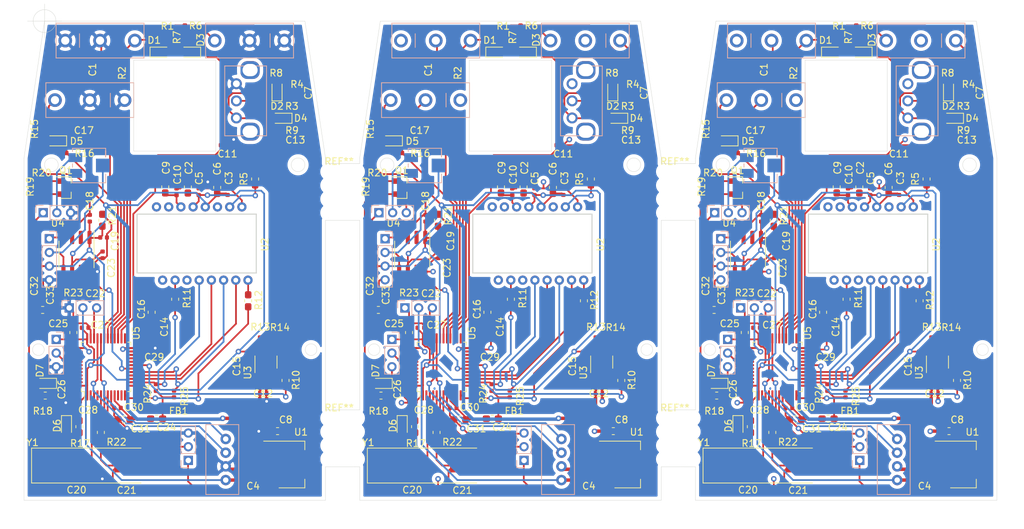
<source format=kicad_pcb>
(kicad_pcb (version 20171130) (host pcbnew "(5.1.6-0-10_14)")
  (layers (0 F.Cu signal) (31 B.Cu signal) (34 B.Paste user hide) (35 F.Paste user hide) (36 B.SilkS user) (37 F.SilkS user hide) (38 B.Mask user hide) (39 F.Mask user hide) (44 Edge.Cuts user hide))
  (net 0 "")
  (net 1 VCC1.9)
  (net 2 VCC)
  (net 3 5V)
  (net 4 "Net-(C10-Pad2)")
  (net 5 PB13)
  (net 6 PB14)
  (net 7 "Net-(C20-Pad1)")
  (net 8 "Net-(C21-Pad1)")
  (net 9 ADC_IN8)
  (net 10 "Net-(C30-Pad1)")
  (net 11 "Net-(D1-Pad2)")
  (net 12 "Net-(D2-Pad2)")
  (net 13 "Net-(D3-Pad2)")
  (net 14 "Net-(D4-Pad2)")
  (net 15 "Net-(D5-Pad2)")
  (net 16 "Net-(D6-Pad2)")
  (net 17 "Net-(D7-Pad2)")
  (net 18 DP)
  (net 19 DM)
  (net 20 "Net-(J3-Pad2)")
  (net 21 "Net-(Q1-Pad1)")
  (net 22 "Net-(Q1-Pad3)")
  (net 23 "Net-(R5-Pad2)")
  (net 24 "Net-(R10-Pad2)")
  (net 25 PB15)
  (net 26 "Net-(R11-Pad2)")
  (net 27 PA2)
  (net 28 "Net-(R12-Pad1)")
  (net 29 "Net-(R13-Pad1)")
  (net 30 PB8)
  (net 31 PB9)
  (net 32 "Net-(R22-Pad1)")
  (net 33 "Net-(R23-Pad2)")
  (net 34 NSS)
  (net 35 MOSI)
  (net 36 MISO)
  (net 37 SCLK)
  (net 38 GND)
  (net 39 "Net-(C24-Pad1)")
  (net 40 "Net-(J3-Pad1)")
  (net 41 PA9)
  (net 42 PA8)
  (net 43 PA10)
  (net 44 PB1)
  (net 45 "Net-(J5-Pad2)")
  (net 46 "Net-(J6-Pad3)")
  (net 47 "Net-(J6-Pad2)")
  (net 48 "Net-(J2-Pad2)")
  (module Resistor_SMD:R_0402_1005Metric (layer F.Cu) (at 156.53732 75.1705 180)
    (fp_text reference R19 (at 1.63732 0.9705 90) (layer F.SilkS))
    (fp_text value 20k)
    (pad 2 smd roundrect (at 0.485 0 180) (size 0.59 0.64) (layers F.Cu F.Paste F.Mask))
    (pad 1 smd roundrect (at -0.485 0 180) (size 0.59 0.64) (layers F.Cu F.Paste F.Mask))
  )
  (module Resistor_SMD:R_0402_1005Metric (layer F.Cu) (at 156.57048 73.33916)
    (fp_text reference R20 (at 0 -1.17) (layer F.SilkS))
    (fp_text value 2k)
    (pad 2 smd roundrect (at 0.485 0) (size 0.59 0.64) (layers F.Cu F.Paste F.Mask))
    (pad 1 smd roundrect (at -0.485 0) (size 0.59 0.64) (layers F.Cu F.Paste F.Mask))
  )
  (module Resistor_SMD:R_0402_1005Metric (layer F.Cu) (at 163.6 78.8 270)
    (fp_text reference R21 (at -0.4 -3.3 90) (layer F.SilkS))
    (fp_text value 20k)
    (pad 1 smd roundrect (at -0.485 0 270) (size 0.59 0.64) (layers F.Cu F.Paste F.Mask))
    (pad 2 smd roundrect (at 0.485 0 270) (size 0.59 0.64) (layers F.Cu F.Paste F.Mask))
  )
  (module Package_TO_SOT_SMD:SOT-23-5_HandSoldering (layer F.Cu) (at 189.31602 99.81696 90)
    (fp_text reference U3 (at -1.53924 -2.66192 90) (layer F.SilkS))
    (fp_text value LDCL015MR)
    (pad 5 smd rect (at 1.35 -0.95 90) (size 1.56 0.65) (layers F.Cu F.Paste F.Mask))
    (pad 4 smd rect (at 1.35 0.95 90) (size 1.56 0.65) (layers F.Cu F.Paste F.Mask))
    (pad 3 smd rect (at -1.35 0.95 90) (size 1.56 0.65) (layers F.Cu F.Paste F.Mask))
    (pad 2 smd rect (at -1.35 0 90) (size 1.56 0.65) (layers F.Cu F.Paste F.Mask))
    (pad 1 smd rect (at -1.35 -0.95 90) (size 1.56 0.65) (layers F.Cu F.Paste F.Mask))
  )
  (module Package_QFP:LQFP-48_7x7mm_P0.5mm (layer F.Cu) (at 165.9785 100.518 90)
    (fp_text reference U5 (at 4.9276 4.3815 90) (layer F.SilkS))
    (fp_text value STM32F070C6Tx)
    (pad 1 smd roundrect (at -4.1625 -2.75 90) (size 1.475 0.3) (layers F.Cu F.Paste F.Mask))
    (pad 2 smd roundrect (at -4.1625 -2.25 90) (size 1.475 0.3) (layers F.Cu F.Paste F.Mask))
    (pad 3 smd roundrect (at -4.1625 -1.75 90) (size 1.475 0.3) (layers F.Cu F.Paste F.Mask))
    (pad 4 smd roundrect (at -4.1625 -1.25 90) (size 1.475 0.3) (layers F.Cu F.Paste F.Mask))
    (pad 5 smd roundrect (at -4.1625 -0.75 90) (size 1.475 0.3) (layers F.Cu F.Paste F.Mask))
    (pad 6 smd roundrect (at -4.1625 -0.25 90) (size 1.475 0.3) (layers F.Cu F.Paste F.Mask))
    (pad 7 smd roundrect (at -4.1625 0.25 90) (size 1.475 0.3) (layers F.Cu F.Paste F.Mask))
    (pad 8 smd roundrect (at -4.1625 0.75 90) (size 1.475 0.3) (layers F.Cu F.Paste F.Mask))
    (pad 9 smd roundrect (at -4.1625 1.25 90) (size 1.475 0.3) (layers F.Cu F.Paste F.Mask))
    (pad 10 smd roundrect (at -4.1625 1.75 90) (size 1.475 0.3) (layers F.Cu F.Paste F.Mask))
    (pad 11 smd roundrect (at -4.1625 2.25 90) (size 1.475 0.3) (layers F.Cu F.Paste F.Mask))
    (pad 12 smd roundrect (at -4.1625 2.75 90) (size 1.475 0.3) (layers F.Cu F.Paste F.Mask))
    (pad 13 smd roundrect (at -2.75 4.1625 90) (size 0.3 1.475) (layers F.Cu F.Paste F.Mask))
    (pad 14 smd roundrect (at -2.25 4.1625 90) (size 0.3 1.475) (layers F.Cu F.Paste F.Mask))
    (pad 15 smd roundrect (at -1.75 4.1625 90) (size 0.3 1.475) (layers F.Cu F.Paste F.Mask))
    (pad 16 smd roundrect (at -1.25 4.1625 90) (size 0.3 1.475) (layers F.Cu F.Paste F.Mask))
    (pad 17 smd roundrect (at -0.75 4.1625 90) (size 0.3 1.475) (layers F.Cu F.Paste F.Mask))
    (pad 18 smd roundrect (at -0.25 4.1625 90) (size 0.3 1.475) (layers F.Cu F.Paste F.Mask))
    (pad 19 smd roundrect (at 0.25 4.1625 90) (size 0.3 1.475) (layers F.Cu F.Paste F.Mask))
    (pad 20 smd roundrect (at 0.75 4.1625 90) (size 0.3 1.475) (layers F.Cu F.Paste F.Mask))
    (pad 21 smd roundrect (at 1.25 4.1625 90) (size 0.3 1.475) (layers F.Cu F.Paste F.Mask))
    (pad 22 smd roundrect (at 1.75 4.1625 90) (size 0.3 1.475) (layers F.Cu F.Paste F.Mask))
    (pad 23 smd roundrect (at 2.25 4.1625 90) (size 0.3 1.475) (layers F.Cu F.Paste F.Mask))
    (pad 24 smd roundrect (at 2.75 4.1625 90) (size 0.3 1.475) (layers F.Cu F.Paste F.Mask))
    (pad 25 smd roundrect (at 4.1625 2.75 90) (size 1.475 0.3) (layers F.Cu F.Paste F.Mask))
    (pad 26 smd roundrect (at 4.1625 2.25 90) (size 1.475 0.3) (layers F.Cu F.Paste F.Mask))
    (pad 27 smd roundrect (at 4.1625 1.75 90) (size 1.475 0.3) (layers F.Cu F.Paste F.Mask))
    (pad 28 smd roundrect (at 4.1625 1.25 90) (size 1.475 0.3) (layers F.Cu F.Paste F.Mask))
    (pad 29 smd roundrect (at 4.1625 0.75 90) (size 1.475 0.3) (layers F.Cu F.Paste F.Mask))
    (pad 30 smd roundrect (at 4.1625 0.25 90) (size 1.475 0.3) (layers F.Cu F.Paste F.Mask))
    (pad 31 smd roundrect (at 4.1625 -0.25 90) (size 1.475 0.3) (layers F.Cu F.Paste F.Mask))
    (pad 32 smd roundrect (at 4.1625 -0.75 90) (size 1.475 0.3) (layers F.Cu F.Paste F.Mask))
    (pad 33 smd roundrect (at 4.1625 -1.25 90) (size 1.475 0.3) (layers F.Cu F.Paste F.Mask))
    (pad 34 smd roundrect (at 4.1625 -1.75 90) (size 1.475 0.3) (layers F.Cu F.Paste F.Mask))
    (pad 35 smd roundrect (at 4.1625 -2.25 90) (size 1.475 0.3) (layers F.Cu F.Paste F.Mask))
    (pad 36 smd roundrect (at 4.1625 -2.75 90) (size 1.475 0.3) (layers F.Cu F.Paste F.Mask))
    (pad 37 smd roundrect (at 2.75 -4.1625 90) (size 0.3 1.475) (layers F.Cu F.Paste F.Mask))
    (pad 38 smd roundrect (at 2.25 -4.1625 90) (size 0.3 1.475) (layers F.Cu F.Paste F.Mask))
    (pad 39 smd roundrect (at 1.75 -4.1625 90) (size 0.3 1.475) (layers F.Cu F.Paste F.Mask))
    (pad 40 smd roundrect (at 1.25 -4.1625 90) (size 0.3 1.475) (layers F.Cu F.Paste F.Mask))
    (pad 41 smd roundrect (at 0.75 -4.1625 90) (size 0.3 1.475) (layers F.Cu F.Paste F.Mask))
    (pad 42 smd roundrect (at 0.25 -4.1625 90) (size 0.3 1.475) (layers F.Cu F.Paste F.Mask))
    (pad 43 smd roundrect (at -0.25 -4.1625 90) (size 0.3 1.475) (layers F.Cu F.Paste F.Mask))
    (pad 44 smd roundrect (at -0.75 -4.1625 90) (size 0.3 1.475) (layers F.Cu F.Paste F.Mask))
    (pad 45 smd roundrect (at -1.25 -4.1625 90) (size 0.3 1.475) (layers F.Cu F.Paste F.Mask))
    (pad 46 smd roundrect (at -1.75 -4.1625 90) (size 0.3 1.475) (layers F.Cu F.Paste F.Mask))
    (pad 47 smd roundrect (at -2.25 -4.1625 90) (size 0.3 1.475) (layers F.Cu F.Paste F.Mask))
    (pad 48 smd roundrect (at -2.75 -4.1625 90) (size 0.3 1.475) (layers F.Cu F.Paste F.Mask))
  )
  (module Connector_PinHeader_2.00mm:PinHeader_1x03_P2.00mm_Vertical (layer B.Cu) (at 177.98 114.1832)
    (fp_text reference J4 hide)
    (fp_text value Conn_01x03_Male)
    (pad 3 thru_hole oval (at 0 -4) (size 1.35 1.35) (drill 0.8) (layers *.Cu *.Mask))
    (pad 2 thru_hole oval (at 0 -2) (size 1.35 1.35) (drill 0.8) (layers *.Cu *.Mask))
    (pad 1 thru_hole rect (at 0 0) (size 1.35 1.35) (drill 0.8) (layers *.Cu *.Mask))
  )
  (module Resistor_SMD:R_0402_1005Metric (layer F.Cu) (at 192.966 60.767 90)
    (fp_text reference R3 (at -1.674 0.127 180) (layer F.SilkS))
    (fp_text value 20k)
    (pad 2 smd roundrect (at 0.485 0 90) (size 0.59 0.64) (layers F.Cu F.Paste F.Mask))
    (pad 1 smd roundrect (at -0.485 0 90) (size 0.59 0.64) (layers F.Cu F.Paste F.Mask))
  )
  (module Resistor_SMD:R_0603_1608Metric_Pad1.05x0.95mm_HandSolder (layer F.Cu) (at 192.17098 102.50044 90)
    (fp_text reference R10 (at 0.06474 1.53162 90) (layer F.SilkS))
    (fp_text value 130R)
    (pad 1 smd roundrect (at -0.875 0 90) (size 1.05 0.95) (layers F.Cu F.Paste F.Mask))
    (pad 2 smd roundrect (at 0.875 0 90) (size 1.05 0.95) (layers F.Cu F.Paste F.Mask))
  )
  (module Capacitor_SMD:C_0603_1608Metric_Pad1.05x0.95mm_HandSolder (layer F.Cu) (at 182.1964 74.3052 270)
    (fp_text reference C6 (at -2.7432 0 90) (layer F.SilkS))
    (fp_text value 10m)
    (pad 2 smd roundrect (at 0.875 0 270) (size 1.05 0.95) (layers F.Cu F.Paste F.Mask))
    (pad 1 smd roundrect (at -0.875 0 270) (size 1.05 0.95) (layers F.Cu F.Paste F.Mask))
  )
  (module Capacitor_SMD:C_0603_1608Metric_Pad1.05x0.95mm_HandSolder (layer F.Cu) (at 172.6333 92.5411 90)
    (fp_text reference C16 (at 0.4559 -1.5113 90) (layer F.SilkS))
    (fp_text value 10m)
    (pad 2 smd roundrect (at 0.875 0 90) (size 1.05 0.95) (layers F.Cu F.Paste F.Mask))
    (pad 1 smd roundrect (at -0.875 0 90) (size 1.05 0.95) (layers F.Cu F.Paste F.Mask))
  )
  (module Capacitor_SMD:C_0402_1005Metric (layer F.Cu) (at 187.505 115.9612 270)
    (fp_text reference C4 (at 1.9685 0.0635 180) (layer F.SilkS))
    (fp_text value 100k)
    (pad 1 smd roundrect (at -0.485 0 270) (size 0.59 0.64) (layers F.Cu F.Paste F.Mask))
    (pad 2 smd roundrect (at 0.485 0 270) (size 0.59 0.64) (layers F.Cu F.Paste F.Mask))
  )
  (module Capacitor_SMD:C_0402_1005Metric (layer F.Cu) (at 188.89678 103.24342 180)
    (fp_text reference C12 (at 0 -1.17) (layer F.SilkS))
    (fp_text value 100k)
    (pad 2 smd roundrect (at 0.485 0 180) (size 0.59 0.64) (layers F.Cu F.Paste F.Mask))
    (pad 1 smd roundrect (at -0.485 0 180) (size 0.59 0.64) (layers F.Cu F.Paste F.Mask))
  )
  (module Capacitor_SMD:C_0402_1005Metric (layer F.Cu) (at 183.21 68.133 180)
    (fp_text reference C11 (at -0.485 -1.27) (layer F.SilkS))
    (fp_text value 220k)
    (pad 1 smd roundrect (at -0.485 0 180) (size 0.59 0.64) (layers F.Cu F.Paste F.Mask))
    (pad 2 smd roundrect (at 0.485 0 180) (size 0.59 0.64) (layers F.Cu F.Paste F.Mask))
  )
  (module Capacitor_SMD:C_0402_1005Metric (layer F.Cu) (at 191.038 67.244)
    (fp_text reference C13 (at 2.563 0.127) (layer F.SilkS))
    (fp_text value 220k)
    (pad 1 smd roundrect (at -0.485 0) (size 0.59 0.64) (layers F.Cu F.Paste F.Mask))
    (pad 2 smd roundrect (at 0.485 0) (size 0.59 0.64) (layers F.Cu F.Paste F.Mask))
  )
  (module Capacitor_SMD:C_0402_1005Metric (layer F.Cu) (at 186.65156 98.76046 90)
    (fp_text reference C15 (at -1.65594 -1.61036 90) (layer F.SilkS))
    (fp_text value 100k)
    (pad 1 smd roundrect (at -0.485 0 90) (size 0.59 0.64) (layers F.Cu F.Paste F.Mask))
    (pad 2 smd roundrect (at 0.485 0 90) (size 0.59 0.64) (layers F.Cu F.Paste F.Mask))
  )
  (module Capacitor_SMD:C_0603_1608Metric_Pad1.05x0.95mm_HandSolder (layer F.Cu) (at 177.9165 74.243 270)
    (fp_text reference C2 (at -2.794 -0.141 90) (layer F.SilkS))
    (fp_text value 10m)
    (pad 1 smd roundrect (at -0.875 0 270) (size 1.05 0.95) (layers F.Cu F.Paste F.Mask))
    (pad 2 smd roundrect (at 0.875 0 270) (size 1.05 0.95) (layers F.Cu F.Paste F.Mask))
  )
  (module Connector_PinHeader_2.00mm:PinHeader_1x04_P2.00mm_Vertical (layer B.Cu) (at 157.7 81.8 180)
    (fp_text reference J3 hide)
    (fp_text value Conn_01x04_Male)
    (pad 4 thru_hole oval (at 0 -6 180) (size 1.35 1.35) (drill 0.8) (layers *.Cu *.Mask))
    (pad 3 thru_hole oval (at 0 -4 180) (size 1.35 1.35) (drill 0.8) (layers *.Cu *.Mask))
    (pad 2 thru_hole oval (at 0 -2 180) (size 1.35 1.35) (drill 0.8) (layers *.Cu *.Mask))
    (pad 1 thru_hole rect (at 0 0 180) (size 1.35 1.35) (drill 0.8) (layers *.Cu *.Mask))
  )
  (module Capacitor_SMD:C_0603_1608Metric_Pad1.05x0.95mm_HandSolder (layer F.Cu) (at 174.6145 74.229 270)
    (fp_text reference C9 (at -2.794 -0.127 90) (layer F.SilkS))
    (fp_text value 10m)
    (pad 1 smd roundrect (at -0.875 0 270) (size 1.05 0.95) (layers F.Cu F.Paste F.Mask))
    (pad 2 smd roundrect (at 0.875 0 270) (size 1.05 0.95) (layers F.Cu F.Paste F.Mask))
  )
  (module Capacitor_SMD:C_0402_1005Metric (layer F.Cu) (at 165.28 57.107 270)
    (fp_text reference C1 (at 0 1.27 90) (layer F.SilkS))
    (fp_text value 220k)
    (pad 2 smd roundrect (at 0.485 0 270) (size 0.59 0.64) (layers F.Cu F.Paste F.Mask))
    (pad 1 smd roundrect (at -0.485 0 270) (size 0.59 0.64) (layers F.Cu F.Paste F.Mask))
  )
  (module Connector_PinHeader_2.00mm:NXW-04 (layer B.Cu) (at 183.441 114.0562 90)
    (fp_text reference J1 hide)
    (fp_text value Conn_01x04_Male)
    (pad 1 thru_hole circle (at -3 0 90) (size 1.524 1.524) (drill 0.8) (layers *.Cu *.Mask))
    (pad 4 thru_hole circle (at 3 0 90) (size 1.524 1.524) (drill 0.8) (layers *.Cu *.Mask))
    (pad 3 thru_hole circle (at 1 0 90) (size 1.524 1.524) (drill 0.8) (layers *.Cu *.Mask))
    (pad 2 thru_hole circle (at -1 0 90) (size 1.524 1.524) (drill 0.8) (layers *.Cu *.Mask))
  )
  (module Package_SO:SOIC-8_3.9x4.9mm_P1.27mm (layer F.Cu) (at 161.6605 84.0875 270)
    (fp_text reference U4 (at -4.5705 2.7305 180) (layer F.SilkS))
    (fp_text value AD8556ARZ)
    (pad 1 smd roundrect (at -2.475 -1.905 270) (size 1.95 0.6) (layers F.Cu F.Paste F.Mask))
    (pad 2 smd roundrect (at -2.475 -0.635 270) (size 1.95 0.6) (layers F.Cu F.Paste F.Mask))
    (pad 3 smd roundrect (at -2.475 0.635 270) (size 1.95 0.6) (layers F.Cu F.Paste F.Mask))
    (pad 4 smd roundrect (at -2.475 1.905 270) (size 1.95 0.6) (layers F.Cu F.Paste F.Mask))
    (pad 5 smd roundrect (at 2.475 1.905 270) (size 1.95 0.6) (layers F.Cu F.Paste F.Mask))
    (pad 6 smd roundrect (at 2.475 0.635 270) (size 1.95 0.6) (layers F.Cu F.Paste F.Mask))
    (pad 7 smd roundrect (at 2.475 -0.635 270) (size 1.95 0.6) (layers F.Cu F.Paste F.Mask))
    (pad 8 smd roundrect (at 2.475 -1.905 270) (size 1.95 0.6) (layers F.Cu F.Paste F.Mask))
  )
  (module Capacitor_SMD:C_0402_1005Metric (layer F.Cu) (at 179.504 74.9275 270)
    (fp_text reference C5 (at -1.9685 -0.0635 90) (layer F.SilkS))
    (fp_text value 100k)
    (pad 2 smd roundrect (at 0.485 0 270) (size 0.59 0.64) (layers F.Cu F.Paste F.Mask))
    (pad 1 smd roundrect (at -0.485 0 270) (size 0.59 0.64) (layers F.Cu F.Paste F.Mask))
  )
  (module Button_Switch_THT:Button_mouse (layer B.Cu) (at 186.92 52.85 180)
    (fp_text reference SW2 hide)
    (fp_text value SW_SPDT)
    (pad 1 thru_hole circle (at 5.08 0 180) (size 2 2) (drill 1.2) (layers *.Cu *.Mask))
    (pad 2 thru_hole circle (at -5.08 0 180) (size 2 2) (drill 1.2) (layers *.Cu *.Mask))
    (pad 3 thru_hole circle (at 0 0 180) (size 2 2) (drill 1.2) (layers *.Cu *.Mask))
  )
  (module Crystal:Crystal_SMD_HC49-SD_HandSoldering (layer F.Cu) (at 165.1845 114.9325)
    (fp_text reference Y1 (at -9.9375 -3.3655) (layer F.SilkS))
    (fp_text value 16MHz)
    (pad 2 smd rect (at 5.9375 0) (size 7.875 2) (layers F.Cu F.Paste F.Mask))
    (pad 1 smd rect (at -5.9375 0) (size 7.875 2) (layers F.Cu F.Paste F.Mask))
  )
  (module Mouse_encoder:Encoder (layer B.Cu) (at 184.997 61.656 90)
    (fp_text reference SW3 hide)
    (fp_text value Conn_01x03_Male)
    (pad "" thru_hole roundrect (at 4.5 2 90) (size 2.6 2.8) (drill oval 1.8 2.2) (layers *.Cu *.Mask) (roundrect_rratio 0.385))
    (pad "" thru_hole roundrect (at -4.5 2 90) (size 2.6 2.8) (drill oval 1.8 2.2) (layers *.Cu *.Mask) (roundrect_rratio 0.385))
    (pad 3 thru_hole circle (at 2.5 0 90) (size 1.6 1.6) (drill 1) (layers *.Cu *.Mask))
    (pad 2 thru_hole circle (at 0 0 90) (size 1.6 1.6) (drill 1) (layers *.Cu *.Mask))
    (pad 1 thru_hole circle (at -2.5 0 90) (size 1.6 1.6) (drill 1) (layers *.Cu *.Mask))
  )
  (module Potentiometer_SMD:Potentiometer_Bourns_3214J_Horizontal (layer B.Cu) (at 163.5 71.1 180)
    (fp_text reference RV1 hide)
    (fp_text value R_POT)
    (pad 3 smd rect (at 2 -1.15 180) (size 2 1.3) (layers B.Cu B.Paste B.Mask))
    (pad 2 smd rect (at -2 0 180) (size 2 2) (layers B.Cu B.Paste B.Mask))
    (pad 1 smd rect (at 2 1.15 180) (size 2 1.3) (layers B.Cu B.Paste B.Mask))
  )
  (module Capacitor_SMD:C_0402_1005Metric (layer F.Cu) (at 183.7204 74.9148 270)
    (fp_text reference C3 (at -1.9685 -0.1905 90) (layer F.SilkS))
    (fp_text value 100k)
    (pad 2 smd roundrect (at 0.485 0 270) (size 0.59 0.64) (layers F.Cu F.Paste F.Mask))
    (pad 1 smd roundrect (at -0.485 0 270) (size 0.59 0.64) (layers F.Cu F.Paste F.Mask))
  )
  (module Capacitor_SMD:C_0402_1005Metric (layer F.Cu) (at 174.3478 92.2146 90)
    (fp_text reference C14 (at -2.4614 0.127 90) (layer F.SilkS))
    (fp_text value 100k)
    (pad 1 smd roundrect (at -0.485 0 90) (size 0.59 0.64) (layers F.Cu F.Paste F.Mask))
    (pad 2 smd roundrect (at 0.485 0 90) (size 0.59 0.64) (layers F.Cu F.Paste F.Mask))
  )
  (module Capacitor_SMD:C_0402_1005Metric (layer F.Cu) (at 160.2 65.72 180)
    (fp_text reference C17 (at -2.54 -0.254) (layer F.SilkS))
    (fp_text value 220k)
    (pad 2 smd roundrect (at 0.485 0 180) (size 0.59 0.64) (layers F.Cu F.Paste F.Mask))
    (pad 1 smd roundrect (at -0.485 0 180) (size 0.59 0.64) (layers F.Cu F.Paste F.Mask))
  )
  (module Capacitor_SMD:C_0402_1005Metric (layer F.Cu) (at 176.2655 74.9505 270)
    (fp_text reference C10 (at -2.517 -0.127 90) (layer F.SilkS))
    (fp_text value 100k)
    (pad 2 smd roundrect (at 0.485 0 270) (size 0.59 0.64) (layers F.Cu F.Paste F.Mask))
    (pad 1 smd roundrect (at -0.485 0 270) (size 0.59 0.64) (layers F.Cu F.Paste F.Mask))
  )
  (module Capacitor_SMD:C_0603_1608Metric_Pad1.05x0.95mm_HandSolder (layer F.Cu) (at 191.00766 109.90838)
    (fp_text reference C8 (at 1.19634 -1.66878) (layer F.SilkS))
    (fp_text value 10m)
    (pad 2 smd roundrect (at 0.875 0) (size 1.05 0.95) (layers F.Cu F.Paste F.Mask))
    (pad 1 smd roundrect (at -0.875 0) (size 1.05 0.95) (layers F.Cu F.Paste F.Mask))
  )
  (module Capacitor_SMD:C_0402_1005Metric (layer F.Cu) (at 195.252 58.354 270)
    (fp_text reference C7 (at 2.146 -0.248 90) (layer F.SilkS))
    (fp_text value 220k)
    (pad 1 smd roundrect (at -0.485 0 270) (size 0.59 0.64) (layers F.Cu F.Paste F.Mask))
    (pad 2 smd roundrect (at 0.485 0 270) (size 0.59 0.64) (layers F.Cu F.Paste F.Mask))
  )
  (module Mouse_sensor:PMW3389DM-T3QU (layer F.Cu) (at 179 82.5 270)
    (fp_text reference U2 (at 0.15 -10.16 90) (layer F.SilkS))
    (fp_text value PMW3389)
    (pad 1 thru_hole circle (at -5.35 5.66 270) (size 1.35 1.35) (drill 0.7) (layers *.Cu *.Mask))
    (pad 2 thru_hole circle (at -5.35 3.88 270) (size 1.35 1.35) (drill 0.7) (layers *.Cu *.Mask))
    (pad 3 thru_hole circle (at -5.35 2.1 270) (size 1.35 1.35) (drill 0.7) (layers *.Cu *.Mask))
    (pad 4 thru_hole circle (at -5.35 0.32 270) (size 1.35 1.35) (drill 0.7) (layers *.Cu *.Mask))
    (pad 5 thru_hole circle (at -5.35 -1.46 270) (size 1.35 1.35) (drill 0.7) (layers *.Cu *.Mask))
    (pad 6 thru_hole circle (at -5.35 -3.24 270) (size 1.35 1.35) (drill 0.7) (layers *.Cu *.Mask))
    (pad 7 thru_hole circle (at -5.35 -5.02 270) (size 1.35 1.35) (drill 0.7) (layers *.Cu *.Mask))
    (pad 8 thru_hole circle (at -5.35 -6.8 270) (size 1.35 1.35) (drill 0.7) (layers *.Cu *.Mask))
    (pad 16 thru_hole circle (at 5.35 4.77 270) (size 1.35 1.35) (drill 0.7) (layers *.Cu *.Mask))
    (pad 15 thru_hole circle (at 5.35 2.95 270) (size 1.35 1.35) (drill 0.7) (layers *.Cu *.Mask))
    (pad 14 thru_hole circle (at 5.35 1.21 270) (size 1.35 1.35) (drill 0.7) (layers *.Cu *.Mask))
    (pad 13 thru_hole circle (at 5.35 -0.57 270) (size 1.35 1.35) (drill 0.7) (layers *.Cu *.Mask))
    (pad 12 thru_hole circle (at 5.35 -2.35 270) (size 1.35 1.35) (drill 0.7) (layers *.Cu *.Mask))
    (pad 11 thru_hole circle (at 5.35 -4.13 270) (size 1.35 1.35) (drill 0.7) (layers *.Cu *.Mask))
    (pad 10 thru_hole circle (at 5.35 -5.91 270) (size 1.35 1.35) (drill 0.7) (layers *.Cu *.Mask))
    (pad 9 thru_hole circle (at 5.35 -7.69 270) (size 1.35 1.35) (drill 0.7) (layers *.Cu *.Mask))
  )
  (module Package_TO_SOT_SMD:SOT-223 (layer F.Cu) (at 193.07522 114.7801)
    (fp_text reference U1 (at 1.35382 -4.73964) (layer F.SilkS))
    (fp_text value Voltage_regulator_3.3V)
    (pad 4 smd rect (at 3.15 0) (size 2 3.8) (layers F.Cu F.Paste F.Mask))
    (pad 2 smd rect (at -3.15 0) (size 2 1.5) (layers F.Cu F.Paste F.Mask))
    (pad 3 smd rect (at -3.15 2.3) (size 2 1.5) (layers F.Cu F.Paste F.Mask))
    (pad 1 smd rect (at -3.15 -2.3) (size 2 1.5) (layers F.Cu F.Paste F.Mask))
  )
  (module Button_Switch_THT:Button_mouse (layer B.Cu) (at 163.6 61.55 180)
    (fp_text reference SW4 hide)
    (fp_text value SW_SPDT)
    (pad 3 thru_hole circle (at 0 0 180) (size 2 2) (drill 1.2) (layers *.Cu *.Mask))
    (pad 2 thru_hole circle (at -5.08 0 180) (size 2 2) (drill 1.2) (layers *.Cu *.Mask))
    (pad 1 thru_hole circle (at 5.08 0 180) (size 2 2) (drill 1.2) (layers *.Cu *.Mask))
  )
  (module Button_Switch_THT:Button_mouse (layer B.Cu) (at 165.1 52.85)
    (fp_text reference SW1 hide)
    (fp_text value SW_SPDT)
    (pad 1 thru_hole circle (at 5.08 0) (size 2 2) (drill 1.2) (layers *.Cu *.Mask))
    (pad 2 thru_hole circle (at -5.08 0) (size 2 2) (drill 1.2) (layers *.Cu *.Mask))
    (pad 3 thru_hole circle (at 0 0) (size 2 2) (drill 1.2) (layers *.Cu *.Mask))
  )
  (module Resistor_SMD:R_0402_1005Metric (layer F.Cu) (at 175.8972 104.4804 90)
    (fp_text reference R25 (at -0.3278 1.524 90) (layer F.SilkS))
    (fp_text value 20k)
    (pad 2 smd roundrect (at 0.485 0 90) (size 0.59 0.64) (layers F.Cu F.Paste F.Mask))
    (pad 1 smd roundrect (at -0.485 0 90) (size 0.59 0.64) (layers F.Cu F.Paste F.Mask))
  )
  (module Resistor_SMD:R_0402_1005Metric (layer F.Cu) (at 173.2556 103.543 90)
    (fp_text reference R24 (at -0.8866 -1.2192 270) (layer F.SilkS))
    (fp_text value 20k)
    (pad 1 smd roundrect (at -0.485 0 90) (size 0.59 0.64) (layers F.Cu F.Paste F.Mask))
    (pad 2 smd roundrect (at 0.485 0 90) (size 0.59 0.64) (layers F.Cu F.Paste F.Mask))
  )
  (module Resistor_SMD:R_0402_1005Metric (layer F.Cu) (at 161.8 88.4)
    (fp_text reference R23 (at -0.6 1.3) (layer F.SilkS))
    (fp_text value 20k)
    (pad 1 smd roundrect (at -0.485 0) (size 0.59 0.64) (layers F.Cu F.Paste F.Mask))
    (pad 2 smd roundrect (at 0.485 0) (size 0.59 0.64) (layers F.Cu F.Paste F.Mask))
  )
  (module Resistor_SMD:R_0603_1608Metric_Pad1.05x0.95mm_HandSolder (layer F.Cu) (at 165.2165 110.0925 270)
    (fp_text reference R22 (at 1.411 -2.286 180) (layer F.SilkS))
    (fp_text value 200R)
    (pad 1 smd roundrect (at -0.875 0 270) (size 1.05 0.95) (layers F.Cu F.Paste F.Mask))
    (pad 2 smd roundrect (at 0.875 0 270) (size 1.05 0.95) (layers F.Cu F.Paste F.Mask))
  )
  (module Resistor_SMD:R_0603_1608Metric_Pad1.05x0.95mm_HandSolder (layer F.Cu) (at 157.1025 104.709)
    (fp_text reference R18 (at -0.3569 2.2606 180) (layer F.SilkS))
    (fp_text value 130R)
    (pad 2 smd roundrect (at 0.875 0) (size 1.05 0.95) (layers F.Cu F.Paste F.Mask))
    (pad 1 smd roundrect (at -0.875 0) (size 1.05 0.95) (layers F.Cu F.Paste F.Mask))
  )
  (module Resistor_SMD:R_0603_1608Metric_Pad1.05x0.95mm_HandSolder (layer F.Cu) (at 162.0796 109.2556 90)
    (fp_text reference R17 (at -2.4384 0.1016 180) (layer F.SilkS))
    (fp_text value 130R)
    (pad 2 smd roundrect (at 0.875 0 90) (size 1.05 0.95) (layers F.Cu F.Paste F.Mask))
    (pad 1 smd roundrect (at -0.875 0 90) (size 1.05 0.95) (layers F.Cu F.Paste F.Mask))
  )
  (module Resistor_SMD:R_0402_1005Metric (layer F.Cu) (at 159.715 69.276 180)
    (fp_text reference R16 (at -3.1266 -0.0508) (layer F.SilkS))
    (fp_text value 20k)
    (pad 2 smd roundrect (at 0.485 0 180) (size 0.59 0.64) (layers F.Cu F.Paste F.Mask))
    (pad 1 smd roundrect (at -0.485 0 180) (size 0.59 0.64) (layers F.Cu F.Paste F.Mask))
  )
  (module Resistor_SMD:R_0402_1005Metric (layer F.Cu) (at 157.129 65.72 180)
    (fp_text reference R15 (at 1.6026 -0.0508 90) (layer F.SilkS))
    (fp_text value 20k)
    (pad 1 smd roundrect (at -0.485 0 180) (size 0.59 0.64) (layers F.Cu F.Paste F.Mask))
    (pad 2 smd roundrect (at 0.485 0 180) (size 0.59 0.64) (layers F.Cu F.Paste F.Mask))
  )
  (module Resistor_SMD:R_0402_1005Metric (layer F.Cu) (at 191.11928 96.23302 180)
    (fp_text reference R14 (at -0.23382 1.48082) (layer F.SilkS))
    (fp_text value 20k)
    (pad 2 smd roundrect (at 0.485 0 180) (size 0.59 0.64) (layers F.Cu F.Paste F.Mask))
    (pad 1 smd roundrect (at -0.485 0 180) (size 0.59 0.64) (layers F.Cu F.Paste F.Mask))
  )
  (module Resistor_SMD:R_0402_1005Metric (layer F.Cu) (at 188.9123 96.23302 180)
    (fp_text reference R13 (at 0.4167 1.54432) (layer F.SilkS))
    (fp_text value 27k4)
    (pad 1 smd roundrect (at -0.485 0 180) (size 0.59 0.64) (layers F.Cu F.Paste F.Mask))
    (pad 2 smd roundrect (at 0.485 0 180) (size 0.59 0.64) (layers F.Cu F.Paste F.Mask))
  )
  (module Resistor_SMD:R_0603_1608Metric_Pad1.05x0.95mm_HandSolder (layer F.Cu) (at 186.7176 90.866 270)
    (fp_text reference R12 (at -0.1016 -1.524 90) (layer F.SilkS))
    (fp_text value 130R)
    (pad 1 smd roundrect (at -0.875 0 270) (size 1.05 0.95) (layers F.Cu F.Paste F.Mask))
    (pad 2 smd roundrect (at 0.875 0 270) (size 1.05 0.95) (layers F.Cu F.Paste F.Mask))
  )
  (module Resistor_SMD:R_0402_1005Metric (layer F.Cu) (at 174.932 52.258 90)
    (fp_text reference R1 (at 1.524 0 180) (layer F.SilkS))
    (fp_text value 20k)
    (pad 2 smd roundrect (at 0.485 0 90) (size 0.59 0.64) (layers F.Cu F.Paste F.Mask))
    (pad 1 smd roundrect (at -0.485 0 90) (size 0.59 0.64) (layers F.Cu F.Paste F.Mask))
  )
  (module Package_TO_SOT_SMD:SOT-23 (layer F.Cu) (at 160.12888 74.32976)
    (fp_text reference Q1 (at 0 -2.5) (layer F.SilkS))
    (fp_text value Q_NPN_BEC)
    (pad 3 smd rect (at 1 0) (size 0.9 0.8) (layers F.Cu F.Paste F.Mask))
    (pad 2 smd rect (at -1 0.95) (size 0.9 0.8) (layers F.Cu F.Paste F.Mask))
    (pad 1 smd rect (at -1 -0.95) (size 0.9 0.8) (layers F.Cu F.Paste F.Mask))
  )
  (module Inductor_SMD:L_0603_1608Metric_Pad1.05x0.95mm_HandSolder (layer F.Cu) (at 173.3572 108.08212 180)
    (fp_text reference FB1 (at -3.2004 1.11252 180) (layer F.SilkS))
    (fp_text value FB)
    (pad 2 smd roundrect (at 0.875 0 180) (size 1.05 0.95) (layers F.Cu F.Paste F.Mask))
    (pad 1 smd roundrect (at -0.875 0 180) (size 1.05 0.95) (layers F.Cu F.Paste F.Mask))
  )
  (module LED_SMD:LED_0603_1608Metric_Pad1.05x0.95mm_HandSolder (layer F.Cu) (at 157.0885 102.931 180)
    (fp_text reference D7 (at 0.762 1.8415 90) (layer F.SilkS))
    (fp_text value LED)
    (pad 2 smd roundrect (at 0.875 0 180) (size 1.05 0.95) (layers F.Cu F.Paste F.Mask))
    (pad 1 smd roundrect (at -0.875 0 180) (size 1.05 0.95) (layers F.Cu F.Paste F.Mask))
  )
  (module LED_SMD:LED_0603_1608Metric_Pad1.05x0.95mm_HandSolder (layer F.Cu) (at 160.2 109.295 270)
    (fp_text reference D6 (at -0.1918 1.3716 90) (layer F.SilkS))
    (fp_text value LED)
    (pad 1 smd roundrect (at -0.875 0 270) (size 1.05 0.95) (layers F.Cu F.Paste F.Mask))
    (pad 2 smd roundrect (at 0.875 0 270) (size 1.05 0.95) (layers F.Cu F.Paste F.Mask))
  )
  (module Diode_SMD:D_0603_1608Metric_Pad1.05x0.95mm_HandSolder (layer F.Cu) (at 158.563 67.498 180)
    (fp_text reference D5 (at -3.1102 -0.0508) (layer F.SilkS))
    (fp_text value D)
    (pad 2 smd roundrect (at 0.875 0 180) (size 1.05 0.95) (layers F.Cu F.Paste F.Mask))
    (pad 1 smd roundrect (at -0.875 0 180) (size 1.05 0.95) (layers F.Cu F.Paste F.Mask))
  )
  (module Diode_SMD:D_0603_1608Metric_Pad1.05x0.95mm_HandSolder (layer F.Cu) (at 191.456 64.196 180)
    (fp_text reference D4 (at -2.935 0) (layer F.SilkS))
    (fp_text value D)
    (pad 2 smd roundrect (at 0.875 0 180) (size 1.05 0.95) (layers F.Cu F.Paste F.Mask))
    (pad 1 smd roundrect (at -0.875 0 180) (size 1.05 0.95) (layers F.Cu F.Paste F.Mask))
  )
  (module Diode_SMD:D_0603_1608Metric_Pad1.05x0.95mm_HandSolder (layer F.Cu) (at 178.121 54.544 180)
    (fp_text reference D3 (at -1.637 1.778 90) (layer F.SilkS))
    (fp_text value D)
    (pad 1 smd roundrect (at -0.875 0 180) (size 1.05 0.95) (layers F.Cu F.Paste F.Mask))
    (pad 2 smd roundrect (at 0.875 0 180) (size 1.05 0.95) (layers F.Cu F.Paste F.Mask))
  )
  (module Diode_SMD:D_0603_1608Metric_Pad1.05x0.95mm_HandSolder (layer F.Cu) (at 190.934 60.005 90)
    (fp_text reference D2 (at -2.427 0 180) (layer F.SilkS))
    (fp_text value D)
    (pad 2 smd roundrect (at 0.875 0 90) (size 1.05 0.95) (layers F.Cu F.Paste F.Mask))
    (pad 1 smd roundrect (at -0.875 0 90) (size 1.05 0.95) (layers F.Cu F.Paste F.Mask))
  )
  (module Diode_SMD:D_0603_1608Metric_Pad1.05x0.95mm_HandSolder (layer F.Cu) (at 174.057 54.544)
    (fp_text reference D1 (at -1.055 -1.75) (layer F.SilkS))
    (fp_text value D)
    (pad 1 smd roundrect (at -0.875 0) (size 1.05 0.95) (layers F.Cu F.Paste F.Mask))
    (pad 2 smd roundrect (at 0.875 0) (size 1.05 0.95) (layers F.Cu F.Paste F.Mask))
  )
  (module Capacitor_SMD:C_0603_1608Metric_Pad1.05x0.95mm_HandSolder (layer F.Cu) (at 168.60108 108.19896 180)
    (fp_text reference C31 (at -2.41932 -1.36144 180) (layer F.SilkS))
    (fp_text value 1m)
    (pad 1 smd roundrect (at -0.875 0 180) (size 1.05 0.95) (layers F.Cu F.Paste F.Mask))
    (pad 2 smd roundrect (at 0.875 0 180) (size 1.05 0.95) (layers F.Cu F.Paste F.Mask))
  )
  (module Capacitor_SMD:C_0402_1005Metric (layer F.Cu) (at 167.6398 106.52256 180)
    (fp_text reference C30 (at -2.4027 0.09906) (layer F.SilkS))
    (fp_text value 100k)
    (pad 1 smd roundrect (at -0.485 0 180) (size 0.59 0.64) (layers F.Cu F.Paste F.Mask))
    (pad 2 smd roundrect (at 0.485 0 180) (size 0.59 0.64) (layers F.Cu F.Paste F.Mask))
  )
  (module Capacitor_SMD:C_0402_1005Metric (layer F.Cu) (at 171.884 97.493 270)
    (fp_text reference C29 (at 1.6026 -1.1176 180) (layer F.SilkS))
    (fp_text value 100k)
    (pad 1 smd roundrect (at -0.485 0 270) (size 0.59 0.64) (layers F.Cu F.Paste F.Mask))
    (pad 2 smd roundrect (at 0.485 0 270) (size 0.59 0.64) (layers F.Cu F.Paste F.Mask))
  )
  (module Capacitor_SMD:C_0402_1005Metric (layer F.Cu) (at 161.6835 105.598 180)
    (fp_text reference C28 (at -1.6661 -1.2192 180) (layer F.SilkS))
    (fp_text value 100k)
    (pad 2 smd roundrect (at 0.485 0 180) (size 0.59 0.64) (layers F.Cu F.Paste F.Mask))
    (pad 1 smd roundrect (at -0.485 0 180) (size 0.59 0.64) (layers F.Cu F.Paste F.Mask))
  )
  (module Capacitor_SMD:C_0402_1005Metric (layer F.Cu) (at 162.915 94.8)
    (fp_text reference C27 (at 2.285 -0.4) (layer F.SilkS))
    (fp_text value 100k)
    (pad 1 smd roundrect (at -0.485 0) (size 0.59 0.64) (layers F.Cu F.Paste F.Mask))
    (pad 2 smd roundrect (at 0.485 0) (size 0.59 0.64) (layers F.Cu F.Paste F.Mask))
  )
  (module Capacitor_SMD:C_0402_1005Metric (layer F.Cu) (at 161.0485 104.328 180)
    (fp_text reference C26 (at 1.5485 0.528 270) (layer F.SilkS))
    (fp_text value 100k)
    (pad 2 smd roundrect (at 0.485 0 180) (size 0.59 0.64) (layers F.Cu F.Paste F.Mask))
    (pad 1 smd roundrect (at -0.485 0 180) (size 0.59 0.64) (layers F.Cu F.Paste F.Mask))
  )
  (module Capacitor_SMD:C_0603_1608Metric_Pad1.05x0.95mm_HandSolder (layer F.Cu) (at 161.2 95.5 90)
    (fp_text reference C25 (at 1.3 -2.2 180) (layer F.SilkS))
    (fp_text value 10m)
    (pad 1 smd roundrect (at -0.875 0 90) (size 1.05 0.95) (layers F.Cu F.Paste F.Mask))
    (pad 2 smd roundrect (at 0.875 0 90) (size 1.05 0.95) (layers F.Cu F.Paste F.Mask))
  )
  (module Capacitor_SMD:C_0402_1005Metric (layer F.Cu) (at 175.5035 110.7645 90)
    (fp_text reference C24 (at 1.4073 -0.7239) (layer F.SilkS))
    (fp_text value 100k)
    (pad 2 smd roundrect (at 0.485 0 90) (size 0.59 0.64) (layers F.Cu F.Paste F.Mask))
    (pad 1 smd roundrect (at -0.485 0 90) (size 0.59 0.64) (layers F.Cu F.Paste F.Mask))
  )
  (module Resistor_SMD:R_0402_1005Metric (layer F.Cu) (at 190.957 65.847 180)
    (fp_text reference R9 (at -2.159 -0.127) (layer F.SilkS))
    (fp_text value 20k)
    (pad 2 smd roundrect (at 0.485 0 180) (size 0.59 0.64) (layers F.Cu F.Paste F.Mask))
    (pad 1 smd roundrect (at -0.485 0 180) (size 0.59 0.64) (layers F.Cu F.Paste F.Mask))
  )
  (module Resistor_SMD:R_0402_1005Metric (layer F.Cu) (at 192.458 57.488 270)
    (fp_text reference R8 (at 0.104 1.651 180) (layer F.SilkS))
    (fp_text value 20k)
    (pad 2 smd roundrect (at 0.485 0 270) (size 0.59 0.64) (layers F.Cu F.Paste F.Mask))
    (pad 1 smd roundrect (at -0.485 0 270) (size 0.59 0.64) (layers F.Cu F.Paste F.Mask))
  )
  (module Resistor_SMD:R_0402_1005Metric (layer F.Cu) (at 177.957 52.893 180)
    (fp_text reference R7 (at 1.628 0.508 270) (layer F.SilkS))
    (fp_text value 20k)
    (pad 1 smd roundrect (at -0.485 0 180) (size 0.59 0.64) (layers F.Cu F.Paste F.Mask))
    (pad 2 smd roundrect (at 0.485 0 180) (size 0.59 0.64) (layers F.Cu F.Paste F.Mask))
  )
  (module Capacitor_SMD:C_0402_1005Metric (layer F.Cu) (at 156.315 90.8 180)
    (fp_text reference C32 (at 0.815 2.1 90) (layer F.SilkS))
    (fp_text value 100k)
    (pad 1 smd roundrect (at -0.485 0 180) (size 0.59 0.64) (layers F.Cu F.Paste F.Mask))
    (pad 2 smd roundrect (at 0.485 0 180) (size 0.59 0.64) (layers F.Cu F.Paste F.Mask))
  )
  (module Capacitor_SMD:C_0402_1005Metric (layer F.Cu) (at 164.085 88.3975)
    (fp_text reference C22 (at 0.315 1.4025) (layer F.SilkS))
    (fp_text value 100k)
    (pad 2 smd roundrect (at 0.485 0) (size 0.59 0.64) (layers F.Cu F.Paste F.Mask))
    (pad 1 smd roundrect (at -0.485 0) (size 0.59 0.64) (layers F.Cu F.Paste F.Mask))
  )
  (module Connector_PinHeader_2.00mm:PinHeader_1x03_P2.00mm_Vertical (layer B.Cu) (at 156.8 78 270)
    (fp_text reference J5 hide)
    (fp_text value Conn_01x03_Male)
    (pad 1 thru_hole rect (at 0 0 270) (size 1.35 1.35) (drill 0.8) (layers *.Cu *.Mask))
    (pad 2 thru_hole oval (at 0 -2 270) (size 1.35 1.35) (drill 0.8) (layers *.Cu *.Mask))
    (pad 3 thru_hole oval (at 0 -4 270) (size 1.35 1.35) (drill 0.8) (layers *.Cu *.Mask))
  )
  (module Capacitor_SMD:C_0603_1608Metric_Pad1.05x0.95mm_HandSolder (layer F.Cu) (at 156.725 92.2 180)
    (fp_text reference C33 (at -1.1 2.2 90) (layer F.SilkS))
    (fp_text value 10m)
    (pad 1 smd roundrect (at -0.875 0 180) (size 1.05 0.95) (layers F.Cu F.Paste F.Mask))
    (pad 2 smd roundrect (at 0.875 0 180) (size 1.05 0.95) (layers F.Cu F.Paste F.Mask))
  )
  (module Connector_PinHeader_2.00mm:PinHeader_1x03_P2.00mm_Vertical (layer B.Cu) (at 160.6 91.9 270)
    (fp_text reference J6 hide)
    (fp_text value Conn_01x03_Male)
    (pad 1 thru_hole rect (at 0 0 270) (size 1.35 1.35) (drill 0.8) (layers *.Cu *.Mask))
    (pad 2 thru_hole oval (at 0 -2 270) (size 1.35 1.35) (drill 0.8) (layers *.Cu *.Mask))
    (pad 3 thru_hole oval (at 0 -4 270) (size 1.35 1.35) (drill 0.8) (layers *.Cu *.Mask))
  )
  (module Connector_PinHeader_2.00mm:PinHeader_1x03_P2.00mm_Vertical (layer B.Cu) (at 158.7 96.5 180)
    (fp_text reference J2 hide)
    (fp_text value Conn_01x03_Male)
    (pad 1 thru_hole rect (at 0 0 180) (size 1.35 1.35) (drill 0.8) (layers *.Cu *.Mask))
    (pad 2 thru_hole oval (at 0 -2 180) (size 1.35 1.35) (drill 0.8) (layers *.Cu *.Mask))
    (pad 3 thru_hole oval (at 0 -4 180) (size 1.35 1.35) (drill 0.8) (layers *.Cu *.Mask))
  )
  (module Capacitor_SMD:C_0402_1005Metric (layer F.Cu) (at 165.4705 84.1525 270)
    (fp_text reference C23 (at 1.905 -1.27 90) (layer F.SilkS))
    (fp_text value 100k)
    (pad 1 smd roundrect (at -0.485 0 270) (size 0.59 0.64) (layers F.Cu F.Paste F.Mask))
    (pad 2 smd roundrect (at 0.485 0 270) (size 0.59 0.64) (layers F.Cu F.Paste F.Mask))
  )
  (module Capacitor_SMD:C_0402_1005Metric (layer F.Cu) (at 166.4762 118.5012 180)
    (fp_text reference C21 (at -2.5122 -0.0508) (layer F.SilkS))
    (fp_text value 22C0)
    (pad 1 smd roundrect (at -0.485 0 180) (size 0.59 0.64) (layers F.Cu F.Paste F.Mask))
    (pad 2 smd roundrect (at 0.485 0 180) (size 0.59 0.64) (layers F.Cu F.Paste F.Mask))
  )
  (module Capacitor_SMD:C_0402_1005Metric (layer F.Cu) (at 164.241 118.5012)
    (fp_text reference C20 (at -2.5678 0) (layer F.SilkS))
    (fp_text value 22C0)
    (pad 2 smd roundrect (at 0.485 0) (size 0.59 0.64) (layers F.Cu F.Paste F.Mask))
    (pad 1 smd roundrect (at -0.485 0) (size 0.59 0.64) (layers F.Cu F.Paste F.Mask))
  )
  (module Capacitor_SMD:C_0402_1005Metric (layer F.Cu) (at 165.6205 81.6125 180)
    (fp_text reference C19 (at -1.6407 -0.5207 90) (layer F.SilkS))
    (fp_text value 100k)
    (pad 2 smd roundrect (at 0.485 0 180) (size 0.59 0.64) (layers F.Cu F.Paste F.Mask))
    (pad 1 smd roundrect (at -0.485 0 180) (size 0.59 0.64) (layers F.Cu F.Paste F.Mask))
  )
  (module Capacitor_SMD:C_0603_1608Metric_Pad1.05x0.95mm_HandSolder (layer F.Cu) (at 165.4324 79.0966 270)
    (fp_text reference C18 (at -2.7966 1.8324 90) (layer F.SilkS))
    (fp_text value 10m)
    (pad 2 smd roundrect (at 0.875 0 270) (size 1.05 0.95) (layers F.Cu F.Paste F.Mask))
    (pad 1 smd roundrect (at -0.875 0 270) (size 1.05 0.95) (layers F.Cu F.Paste F.Mask))
  )
  (module Resistor_SMD:R_0603_1608Metric_Pad1.05x0.95mm_HandSolder (layer F.Cu) (at 176.0623 90.6361 90)
    (fp_text reference R11 (at 0.1257 1.7145 270) (layer F.SilkS))
    (fp_text value 13R)
    (pad 2 smd roundrect (at 0.875 0 90) (size 1.05 0.95) (layers F.Cu F.Paste F.Mask))
    (pad 1 smd roundrect (at -0.875 0 90) (size 1.05 0.95) (layers F.Cu F.Paste F.Mask))
  )
  (module Resistor_SMD:R_0402_1005Metric (layer F.Cu) (at 177.472 51.115 90)
    (fp_text reference R6 (at 0.4318 1.5748 180) (layer F.SilkS))
    (fp_text value 20k)
    (pad 1 smd roundrect (at -0.485 0 90) (size 0.59 0.64) (layers F.Cu F.Paste F.Mask))
    (pad 2 smd roundrect (at 0.485 0 90) (size 0.59 0.64) (layers F.Cu F.Paste F.Mask))
  )
  (module Resistor_SMD:R_0402_1005Metric (layer F.Cu) (at 193.855 57.442 90)
    (fp_text reference R4 (at -1.801 0 180) (layer F.SilkS))
    (fp_text value 20k)
    (pad 1 smd roundrect (at -0.485 0 90) (size 0.59 0.64) (layers F.Cu F.Paste F.Mask))
    (pad 2 smd roundrect (at 0.485 0 90) (size 0.59 0.64) (layers F.Cu F.Paste F.Mask))
  )
  (module Resistor_SMD:R_0603_1608Metric_Pad1.05x0.95mm_HandSolder (layer F.Cu) (at 187.7336 73.0746 270)
    (fp_text reference R5 (at -0.014 1.651 90) (layer F.SilkS))
    (fp_text value 130R)
    (pad 2 smd roundrect (at 0.875 0 270) (size 1.05 0.95) (layers F.Cu F.Paste F.Mask))
    (pad 1 smd roundrect (at -0.875 0 270) (size 1.05 0.95) (layers F.Cu F.Paste F.Mask))
  )
  (module Resistor_SMD:R_0402_1005Metric (layer F.Cu) (at 166.55 57.084 90)
    (fp_text reference R2 (at -0.508 1.778 90) (layer F.SilkS))
    (fp_text value 20k)
    (pad 1 smd roundrect (at -0.485 0 90) (size 0.59 0.64) (layers F.Cu F.Paste F.Mask))
    (pad 2 smd roundrect (at 0.485 0 90) (size 0.59 0.64) (layers F.Cu F.Paste F.Mask))
  )
  (module Resistor_SMD:R_0402_1005Metric (layer F.Cu) (at 107.53732 75.1705 180)
    (fp_text reference R19 (at 1.63732 0.9705 90) (layer F.SilkS))
    (fp_text value 20k)
    (pad 2 smd roundrect (at 0.485 0 180) (size 0.59 0.64) (layers F.Cu F.Paste F.Mask))
    (pad 1 smd roundrect (at -0.485 0 180) (size 0.59 0.64) (layers F.Cu F.Paste F.Mask))
  )
  (module Resistor_SMD:R_0402_1005Metric (layer F.Cu) (at 107.57048 73.33916)
    (fp_text reference R20 (at 0 -1.17) (layer F.SilkS))
    (fp_text value 2k)
    (pad 2 smd roundrect (at 0.485 0) (size 0.59 0.64) (layers F.Cu F.Paste F.Mask))
    (pad 1 smd roundrect (at -0.485 0) (size 0.59 0.64) (layers F.Cu F.Paste F.Mask))
  )
  (module Resistor_SMD:R_0402_1005Metric (layer F.Cu) (at 114.6 78.8 270)
    (fp_text reference R21 (at -0.4 -3.3 90) (layer F.SilkS))
    (fp_text value 20k)
    (pad 1 smd roundrect (at -0.485 0 270) (size 0.59 0.64) (layers F.Cu F.Paste F.Mask))
    (pad 2 smd roundrect (at 0.485 0 270) (size 0.59 0.64) (layers F.Cu F.Paste F.Mask))
  )
  (module Package_TO_SOT_SMD:SOT-23-5_HandSoldering (layer F.Cu) (at 140.31602 99.81696 90)
    (fp_text reference U3 (at -1.53924 -2.66192 90) (layer F.SilkS))
    (fp_text value LDCL015MR)
    (pad 5 smd rect (at 1.35 -0.95 90) (size 1.56 0.65) (layers F.Cu F.Paste F.Mask))
    (pad 4 smd rect (at 1.35 0.95 90) (size 1.56 0.65) (layers F.Cu F.Paste F.Mask))
    (pad 3 smd rect (at -1.35 0.95 90) (size 1.56 0.65) (layers F.Cu F.Paste F.Mask))
    (pad 2 smd rect (at -1.35 0 90) (size 1.56 0.65) (layers F.Cu F.Paste F.Mask))
    (pad 1 smd rect (at -1.35 -0.95 90) (size 1.56 0.65) (layers F.Cu F.Paste F.Mask))
  )
  (module Package_QFP:LQFP-48_7x7mm_P0.5mm (layer F.Cu) (at 116.9785 100.518 90)
    (fp_text reference U5 (at 4.9276 4.3815 90) (layer F.SilkS))
    (fp_text value STM32F070C6Tx)
    (pad 1 smd roundrect (at -4.1625 -2.75 90) (size 1.475 0.3) (layers F.Cu F.Paste F.Mask))
    (pad 2 smd roundrect (at -4.1625 -2.25 90) (size 1.475 0.3) (layers F.Cu F.Paste F.Mask))
    (pad 3 smd roundrect (at -4.1625 -1.75 90) (size 1.475 0.3) (layers F.Cu F.Paste F.Mask))
    (pad 4 smd roundrect (at -4.1625 -1.25 90) (size 1.475 0.3) (layers F.Cu F.Paste F.Mask))
    (pad 5 smd roundrect (at -4.1625 -0.75 90) (size 1.475 0.3) (layers F.Cu F.Paste F.Mask))
    (pad 6 smd roundrect (at -4.1625 -0.25 90) (size 1.475 0.3) (layers F.Cu F.Paste F.Mask))
    (pad 7 smd roundrect (at -4.1625 0.25 90) (size 1.475 0.3) (layers F.Cu F.Paste F.Mask))
    (pad 8 smd roundrect (at -4.1625 0.75 90) (size 1.475 0.3) (layers F.Cu F.Paste F.Mask))
    (pad 9 smd roundrect (at -4.1625 1.25 90) (size 1.475 0.3) (layers F.Cu F.Paste F.Mask))
    (pad 10 smd roundrect (at -4.1625 1.75 90) (size 1.475 0.3) (layers F.Cu F.Paste F.Mask))
    (pad 11 smd roundrect (at -4.1625 2.25 90) (size 1.475 0.3) (layers F.Cu F.Paste F.Mask))
    (pad 12 smd roundrect (at -4.1625 2.75 90) (size 1.475 0.3) (layers F.Cu F.Paste F.Mask))
    (pad 13 smd roundrect (at -2.75 4.1625 90) (size 0.3 1.475) (layers F.Cu F.Paste F.Mask))
    (pad 14 smd roundrect (at -2.25 4.1625 90) (size 0.3 1.475) (layers F.Cu F.Paste F.Mask))
    (pad 15 smd roundrect (at -1.75 4.1625 90) (size 0.3 1.475) (layers F.Cu F.Paste F.Mask))
    (pad 16 smd roundrect (at -1.25 4.1625 90) (size 0.3 1.475) (layers F.Cu F.Paste F.Mask))
    (pad 17 smd roundrect (at -0.75 4.1625 90) (size 0.3 1.475) (layers F.Cu F.Paste F.Mask))
    (pad 18 smd roundrect (at -0.25 4.1625 90) (size 0.3 1.475) (layers F.Cu F.Paste F.Mask))
    (pad 19 smd roundrect (at 0.25 4.1625 90) (size 0.3 1.475) (layers F.Cu F.Paste F.Mask))
    (pad 20 smd roundrect (at 0.75 4.1625 90) (size 0.3 1.475) (layers F.Cu F.Paste F.Mask))
    (pad 21 smd roundrect (at 1.25 4.1625 90) (size 0.3 1.475) (layers F.Cu F.Paste F.Mask))
    (pad 22 smd roundrect (at 1.75 4.1625 90) (size 0.3 1.475) (layers F.Cu F.Paste F.Mask))
    (pad 23 smd roundrect (at 2.25 4.1625 90) (size 0.3 1.475) (layers F.Cu F.Paste F.Mask))
    (pad 24 smd roundrect (at 2.75 4.1625 90) (size 0.3 1.475) (layers F.Cu F.Paste F.Mask))
    (pad 25 smd roundrect (at 4.1625 2.75 90) (size 1.475 0.3) (layers F.Cu F.Paste F.Mask))
    (pad 26 smd roundrect (at 4.1625 2.25 90) (size 1.475 0.3) (layers F.Cu F.Paste F.Mask))
    (pad 27 smd roundrect (at 4.1625 1.75 90) (size 1.475 0.3) (layers F.Cu F.Paste F.Mask))
    (pad 28 smd roundrect (at 4.1625 1.25 90) (size 1.475 0.3) (layers F.Cu F.Paste F.Mask))
    (pad 29 smd roundrect (at 4.1625 0.75 90) (size 1.475 0.3) (layers F.Cu F.Paste F.Mask))
    (pad 30 smd roundrect (at 4.1625 0.25 90) (size 1.475 0.3) (layers F.Cu F.Paste F.Mask))
    (pad 31 smd roundrect (at 4.1625 -0.25 90) (size 1.475 0.3) (layers F.Cu F.Paste F.Mask))
    (pad 32 smd roundrect (at 4.1625 -0.75 90) (size 1.475 0.3) (layers F.Cu F.Paste F.Mask))
    (pad 33 smd roundrect (at 4.1625 -1.25 90) (size 1.475 0.3) (layers F.Cu F.Paste F.Mask))
    (pad 34 smd roundrect (at 4.1625 -1.75 90) (size 1.475 0.3) (layers F.Cu F.Paste F.Mask))
    (pad 35 smd roundrect (at 4.1625 -2.25 90) (size 1.475 0.3) (layers F.Cu F.Paste F.Mask))
    (pad 36 smd roundrect (at 4.1625 -2.75 90) (size 1.475 0.3) (layers F.Cu F.Paste F.Mask))
    (pad 37 smd roundrect (at 2.75 -4.1625 90) (size 0.3 1.475) (layers F.Cu F.Paste F.Mask))
    (pad 38 smd roundrect (at 2.25 -4.1625 90) (size 0.3 1.475) (layers F.Cu F.Paste F.Mask))
    (pad 39 smd roundrect (at 1.75 -4.1625 90) (size 0.3 1.475) (layers F.Cu F.Paste F.Mask))
    (pad 40 smd roundrect (at 1.25 -4.1625 90) (size 0.3 1.475) (layers F.Cu F.Paste F.Mask))
    (pad 41 smd roundrect (at 0.75 -4.1625 90) (size 0.3 1.475) (layers F.Cu F.Paste F.Mask))
    (pad 42 smd roundrect (at 0.25 -4.1625 90) (size 0.3 1.475) (layers F.Cu F.Paste F.Mask))
    (pad 43 smd roundrect (at -0.25 -4.1625 90) (size 0.3 1.475) (layers F.Cu F.Paste F.Mask))
    (pad 44 smd roundrect (at -0.75 -4.1625 90) (size 0.3 1.475) (layers F.Cu F.Paste F.Mask))
    (pad 45 smd roundrect (at -1.25 -4.1625 90) (size 0.3 1.475) (layers F.Cu F.Paste F.Mask))
    (pad 46 smd roundrect (at -1.75 -4.1625 90) (size 0.3 1.475) (layers F.Cu F.Paste F.Mask))
    (pad 47 smd roundrect (at -2.25 -4.1625 90) (size 0.3 1.475) (layers F.Cu F.Paste F.Mask))
    (pad 48 smd roundrect (at -2.75 -4.1625 90) (size 0.3 1.475) (layers F.Cu F.Paste F.Mask))
  )
  (module Connector_PinHeader_2.00mm:PinHeader_1x03_P2.00mm_Vertical (layer B.Cu) (at 128.98 114.1832)
    (fp_text reference J4 hide)
    (fp_text value Conn_01x03_Male)
    (pad 3 thru_hole oval (at 0 -4) (size 1.35 1.35) (drill 0.8) (layers *.Cu *.Mask))
    (pad 2 thru_hole oval (at 0 -2) (size 1.35 1.35) (drill 0.8) (layers *.Cu *.Mask))
    (pad 1 thru_hole rect (at 0 0) (size 1.35 1.35) (drill 0.8) (layers *.Cu *.Mask))
  )
  (module Resistor_SMD:R_0402_1005Metric (layer F.Cu) (at 143.966 60.767 90)
    (fp_text reference R3 (at -1.674 0.127 180) (layer F.SilkS))
    (fp_text value 20k)
    (pad 2 smd roundrect (at 0.485 0 90) (size 0.59 0.64) (layers F.Cu F.Paste F.Mask))
    (pad 1 smd roundrect (at -0.485 0 90) (size 0.59 0.64) (layers F.Cu F.Paste F.Mask))
  )
  (module Resistor_SMD:R_0603_1608Metric_Pad1.05x0.95mm_HandSolder (layer F.Cu) (at 143.17098 102.50044 90)
    (fp_text reference R10 (at 0.06474 1.53162 90) (layer F.SilkS))
    (fp_text value 130R)
    (pad 1 smd roundrect (at -0.875 0 90) (size 1.05 0.95) (layers F.Cu F.Paste F.Mask))
    (pad 2 smd roundrect (at 0.875 0 90) (size 1.05 0.95) (layers F.Cu F.Paste F.Mask))
  )
  (module Capacitor_SMD:C_0603_1608Metric_Pad1.05x0.95mm_HandSolder (layer F.Cu) (at 133.1964 74.3052 270)
    (fp_text reference C6 (at -2.7432 0 90) (layer F.SilkS))
    (fp_text value 10m)
    (pad 2 smd roundrect (at 0.875 0 270) (size 1.05 0.95) (layers F.Cu F.Paste F.Mask))
    (pad 1 smd roundrect (at -0.875 0 270) (size 1.05 0.95) (layers F.Cu F.Paste F.Mask))
  )
  (module Capacitor_SMD:C_0603_1608Metric_Pad1.05x0.95mm_HandSolder (layer F.Cu) (at 123.6333 92.5411 90)
    (fp_text reference C16 (at 0.4559 -1.5113 90) (layer F.SilkS))
    (fp_text value 10m)
    (pad 2 smd roundrect (at 0.875 0 90) (size 1.05 0.95) (layers F.Cu F.Paste F.Mask))
    (pad 1 smd roundrect (at -0.875 0 90) (size 1.05 0.95) (layers F.Cu F.Paste F.Mask))
  )
  (module Capacitor_SMD:C_0402_1005Metric (layer F.Cu) (at 138.505 115.9612 270)
    (fp_text reference C4 (at 1.9685 0.0635 180) (layer F.SilkS))
    (fp_text value 100k)
    (pad 1 smd roundrect (at -0.485 0 270) (size 0.59 0.64) (layers F.Cu F.Paste F.Mask))
    (pad 2 smd roundrect (at 0.485 0 270) (size 0.59 0.64) (layers F.Cu F.Paste F.Mask))
  )
  (module Capacitor_SMD:C_0402_1005Metric (layer F.Cu) (at 139.89678 103.24342 180)
    (fp_text reference C12 (at 0 -1.17) (layer F.SilkS))
    (fp_text value 100k)
    (pad 2 smd roundrect (at 0.485 0 180) (size 0.59 0.64) (layers F.Cu F.Paste F.Mask))
    (pad 1 smd roundrect (at -0.485 0 180) (size 0.59 0.64) (layers F.Cu F.Paste F.Mask))
  )
  (module Capacitor_SMD:C_0402_1005Metric (layer F.Cu) (at 134.21 68.133 180)
    (fp_text reference C11 (at -0.485 -1.27) (layer F.SilkS))
    (fp_text value 220k)
    (pad 1 smd roundrect (at -0.485 0 180) (size 0.59 0.64) (layers F.Cu F.Paste F.Mask))
    (pad 2 smd roundrect (at 0.485 0 180) (size 0.59 0.64) (layers F.Cu F.Paste F.Mask))
  )
  (module Capacitor_SMD:C_0402_1005Metric (layer F.Cu) (at 142.038 67.244)
    (fp_text reference C13 (at 2.563 0.127) (layer F.SilkS))
    (fp_text value 220k)
    (pad 1 smd roundrect (at -0.485 0) (size 0.59 0.64) (layers F.Cu F.Paste F.Mask))
    (pad 2 smd roundrect (at 0.485 0) (size 0.59 0.64) (layers F.Cu F.Paste F.Mask))
  )
  (module Capacitor_SMD:C_0402_1005Metric (layer F.Cu) (at 137.65156 98.76046 90)
    (fp_text reference C15 (at -1.65594 -1.61036 90) (layer F.SilkS))
    (fp_text value 100k)
    (pad 1 smd roundrect (at -0.485 0 90) (size 0.59 0.64) (layers F.Cu F.Paste F.Mask))
    (pad 2 smd roundrect (at 0.485 0 90) (size 0.59 0.64) (layers F.Cu F.Paste F.Mask))
  )
  (module Capacitor_SMD:C_0603_1608Metric_Pad1.05x0.95mm_HandSolder (layer F.Cu) (at 128.9165 74.243 270)
    (fp_text reference C2 (at -2.794 -0.141 90) (layer F.SilkS))
    (fp_text value 10m)
    (pad 1 smd roundrect (at -0.875 0 270) (size 1.05 0.95) (layers F.Cu F.Paste F.Mask))
    (pad 2 smd roundrect (at 0.875 0 270) (size 1.05 0.95) (layers F.Cu F.Paste F.Mask))
  )
  (module Connector_PinHeader_2.00mm:PinHeader_1x04_P2.00mm_Vertical (layer B.Cu) (at 108.7 81.8 180)
    (fp_text reference J3 hide)
    (fp_text value Conn_01x04_Male)
    (pad 4 thru_hole oval (at 0 -6 180) (size 1.35 1.35) (drill 0.8) (layers *.Cu *.Mask))
    (pad 3 thru_hole oval (at 0 -4 180) (size 1.35 1.35) (drill 0.8) (layers *.Cu *.Mask))
    (pad 2 thru_hole oval (at 0 -2 180) (size 1.35 1.35) (drill 0.8) (layers *.Cu *.Mask))
    (pad 1 thru_hole rect (at 0 0 180) (size 1.35 1.35) (drill 0.8) (layers *.Cu *.Mask))
  )
  (module Capacitor_SMD:C_0603_1608Metric_Pad1.05x0.95mm_HandSolder (layer F.Cu) (at 125.6145 74.229 270)
    (fp_text reference C9 (at -2.794 -0.127 90) (layer F.SilkS))
    (fp_text value 10m)
    (pad 1 smd roundrect (at -0.875 0 270) (size 1.05 0.95) (layers F.Cu F.Paste F.Mask))
    (pad 2 smd roundrect (at 0.875 0 270) (size 1.05 0.95) (layers F.Cu F.Paste F.Mask))
  )
  (module Capacitor_SMD:C_0402_1005Metric (layer F.Cu) (at 116.28 57.107 270)
    (fp_text reference C1 (at 0 1.27 90) (layer F.SilkS))
    (fp_text value 220k)
    (pad 2 smd roundrect (at 0.485 0 270) (size 0.59 0.64) (layers F.Cu F.Paste F.Mask))
    (pad 1 smd roundrect (at -0.485 0 270) (size 0.59 0.64) (layers F.Cu F.Paste F.Mask))
  )
  (module Connector_PinHeader_2.00mm:NXW-04 (layer B.Cu) (at 134.441 114.0562 90)
    (fp_text reference J1 hide)
    (fp_text value Conn_01x04_Male)
    (pad 1 thru_hole circle (at -3 0 90) (size 1.524 1.524) (drill 0.8) (layers *.Cu *.Mask))
    (pad 4 thru_hole circle (at 3 0 90) (size 1.524 1.524) (drill 0.8) (layers *.Cu *.Mask))
    (pad 3 thru_hole circle (at 1 0 90) (size 1.524 1.524) (drill 0.8) (layers *.Cu *.Mask))
    (pad 2 thru_hole circle (at -1 0 90) (size 1.524 1.524) (drill 0.8) (layers *.Cu *.Mask))
  )
  (module Package_SO:SOIC-8_3.9x4.9mm_P1.27mm (layer F.Cu) (at 112.6605 84.0875 270)
    (fp_text reference U4 (at -4.5705 2.7305 180) (layer F.SilkS))
    (fp_text value AD8556ARZ)
    (pad 1 smd roundrect (at -2.475 -1.905 270) (size 1.95 0.6) (layers F.Cu F.Paste F.Mask))
    (pad 2 smd roundrect (at -2.475 -0.635 270) (size 1.95 0.6) (layers F.Cu F.Paste F.Mask))
    (pad 3 smd roundrect (at -2.475 0.635 270) (size 1.95 0.6) (layers F.Cu F.Paste F.Mask))
    (pad 4 smd roundrect (at -2.475 1.905 270) (size 1.95 0.6) (layers F.Cu F.Paste F.Mask))
    (pad 5 smd roundrect (at 2.475 1.905 270) (size 1.95 0.6) (layers F.Cu F.Paste F.Mask))
    (pad 6 smd roundrect (at 2.475 0.635 270) (size 1.95 0.6) (layers F.Cu F.Paste F.Mask))
    (pad 7 smd roundrect (at 2.475 -0.635 270) (size 1.95 0.6) (layers F.Cu F.Paste F.Mask))
    (pad 8 smd roundrect (at 2.475 -1.905 270) (size 1.95 0.6) (layers F.Cu F.Paste F.Mask))
  )
  (module Capacitor_SMD:C_0402_1005Metric (layer F.Cu) (at 130.504 74.9275 270)
    (fp_text reference C5 (at -1.9685 -0.0635 90) (layer F.SilkS))
    (fp_text value 100k)
    (pad 2 smd roundrect (at 0.485 0 270) (size 0.59 0.64) (layers F.Cu F.Paste F.Mask))
    (pad 1 smd roundrect (at -0.485 0 270) (size 0.59 0.64) (layers F.Cu F.Paste F.Mask))
  )
  (module Button_Switch_THT:Button_mouse (layer B.Cu) (at 137.92 52.85 180)
    (fp_text reference SW2 hide)
    (fp_text value SW_SPDT)
    (pad 1 thru_hole circle (at 5.08 0 180) (size 2 2) (drill 1.2) (layers *.Cu *.Mask))
    (pad 2 thru_hole circle (at -5.08 0 180) (size 2 2) (drill 1.2) (layers *.Cu *.Mask))
    (pad 3 thru_hole circle (at 0 0 180) (size 2 2) (drill 1.2) (layers *.Cu *.Mask))
  )
  (module Crystal:Crystal_SMD_HC49-SD_HandSoldering (layer F.Cu) (at 116.1845 114.9325)
    (fp_text reference Y1 (at -9.9375 -3.3655) (layer F.SilkS))
    (fp_text value 16MHz)
    (pad 2 smd rect (at 5.9375 0) (size 7.875 2) (layers F.Cu F.Paste F.Mask))
    (pad 1 smd rect (at -5.9375 0) (size 7.875 2) (layers F.Cu F.Paste F.Mask))
  )
  (module Mouse_encoder:Encoder (layer B.Cu) (at 135.997 61.656 90)
    (fp_text reference SW3 hide)
    (fp_text value Conn_01x03_Male)
    (pad "" thru_hole roundrect (at 4.5 2 90) (size 2.6 2.8) (drill oval 1.8 2.2) (layers *.Cu *.Mask) (roundrect_rratio 0.385))
    (pad "" thru_hole roundrect (at -4.5 2 90) (size 2.6 2.8) (drill oval 1.8 2.2) (layers *.Cu *.Mask) (roundrect_rratio 0.385))
    (pad 3 thru_hole circle (at 2.5 0 90) (size 1.6 1.6) (drill 1) (layers *.Cu *.Mask))
    (pad 2 thru_hole circle (at 0 0 90) (size 1.6 1.6) (drill 1) (layers *.Cu *.Mask))
    (pad 1 thru_hole circle (at -2.5 0 90) (size 1.6 1.6) (drill 1) (layers *.Cu *.Mask))
  )
  (module Potentiometer_SMD:Potentiometer_Bourns_3214J_Horizontal (layer B.Cu) (at 114.5 71.1 180)
    (fp_text reference RV1 hide)
    (fp_text value R_POT)
    (pad 3 smd rect (at 2 -1.15 180) (size 2 1.3) (layers B.Cu B.Paste B.Mask))
    (pad 2 smd rect (at -2 0 180) (size 2 2) (layers B.Cu B.Paste B.Mask))
    (pad 1 smd rect (at 2 1.15 180) (size 2 1.3) (layers B.Cu B.Paste B.Mask))
  )
  (module Capacitor_SMD:C_0402_1005Metric (layer F.Cu) (at 134.7204 74.9148 270)
    (fp_text reference C3 (at -1.9685 -0.1905 90) (layer F.SilkS))
    (fp_text value 100k)
    (pad 2 smd roundrect (at 0.485 0 270) (size 0.59 0.64) (layers F.Cu F.Paste F.Mask))
    (pad 1 smd roundrect (at -0.485 0 270) (size 0.59 0.64) (layers F.Cu F.Paste F.Mask))
  )
  (module Capacitor_SMD:C_0402_1005Metric (layer F.Cu) (at 125.3478 92.2146 90)
    (fp_text reference C14 (at -2.4614 0.127 90) (layer F.SilkS))
    (fp_text value 100k)
    (pad 1 smd roundrect (at -0.485 0 90) (size 0.59 0.64) (layers F.Cu F.Paste F.Mask))
    (pad 2 smd roundrect (at 0.485 0 90) (size 0.59 0.64) (layers F.Cu F.Paste F.Mask))
  )
  (module Capacitor_SMD:C_0402_1005Metric (layer F.Cu) (at 111.2 65.72 180)
    (fp_text reference C17 (at -2.54 -0.254) (layer F.SilkS))
    (fp_text value 220k)
    (pad 2 smd roundrect (at 0.485 0 180) (size 0.59 0.64) (layers F.Cu F.Paste F.Mask))
    (pad 1 smd roundrect (at -0.485 0 180) (size 0.59 0.64) (layers F.Cu F.Paste F.Mask))
  )
  (module Capacitor_SMD:C_0402_1005Metric (layer F.Cu) (at 127.2655 74.9505 270)
    (fp_text reference C10 (at -2.517 -0.127 90) (layer F.SilkS))
    (fp_text value 100k)
    (pad 2 smd roundrect (at 0.485 0 270) (size 0.59 0.64) (layers F.Cu F.Paste F.Mask))
    (pad 1 smd roundrect (at -0.485 0 270) (size 0.59 0.64) (layers F.Cu F.Paste F.Mask))
  )
  (module Capacitor_SMD:C_0603_1608Metric_Pad1.05x0.95mm_HandSolder (layer F.Cu) (at 142.00766 109.90838)
    (fp_text reference C8 (at 1.19634 -1.66878) (layer F.SilkS))
    (fp_text value 10m)
    (pad 2 smd roundrect (at 0.875 0) (size 1.05 0.95) (layers F.Cu F.Paste F.Mask))
    (pad 1 smd roundrect (at -0.875 0) (size 1.05 0.95) (layers F.Cu F.Paste F.Mask))
  )
  (module Capacitor_SMD:C_0402_1005Metric (layer F.Cu) (at 146.252 58.354 270)
    (fp_text reference C7 (at 2.146 -0.248 90) (layer F.SilkS))
    (fp_text value 220k)
    (pad 1 smd roundrect (at -0.485 0 270) (size 0.59 0.64) (layers F.Cu F.Paste F.Mask))
    (pad 2 smd roundrect (at 0.485 0 270) (size 0.59 0.64) (layers F.Cu F.Paste F.Mask))
  )
  (module Mouse_sensor:PMW3389DM-T3QU (layer F.Cu) (at 130 82.5 270)
    (fp_text reference U2 (at 0.15 -10.16 90) (layer F.SilkS))
    (fp_text value PMW3389)
    (pad 1 thru_hole circle (at -5.35 5.66 270) (size 1.35 1.35) (drill 0.7) (layers *.Cu *.Mask))
    (pad 2 thru_hole circle (at -5.35 3.88 270) (size 1.35 1.35) (drill 0.7) (layers *.Cu *.Mask))
    (pad 3 thru_hole circle (at -5.35 2.1 270) (size 1.35 1.35) (drill 0.7) (layers *.Cu *.Mask))
    (pad 4 thru_hole circle (at -5.35 0.32 270) (size 1.35 1.35) (drill 0.7) (layers *.Cu *.Mask))
    (pad 5 thru_hole circle (at -5.35 -1.46 270) (size 1.35 1.35) (drill 0.7) (layers *.Cu *.Mask))
    (pad 6 thru_hole circle (at -5.35 -3.24 270) (size 1.35 1.35) (drill 0.7) (layers *.Cu *.Mask))
    (pad 7 thru_hole circle (at -5.35 -5.02 270) (size 1.35 1.35) (drill 0.7) (layers *.Cu *.Mask))
    (pad 8 thru_hole circle (at -5.35 -6.8 270) (size 1.35 1.35) (drill 0.7) (layers *.Cu *.Mask))
    (pad 16 thru_hole circle (at 5.35 4.77 270) (size 1.35 1.35) (drill 0.7) (layers *.Cu *.Mask))
    (pad 15 thru_hole circle (at 5.35 2.95 270) (size 1.35 1.35) (drill 0.7) (layers *.Cu *.Mask))
    (pad 14 thru_hole circle (at 5.35 1.21 270) (size 1.35 1.35) (drill 0.7) (layers *.Cu *.Mask))
    (pad 13 thru_hole circle (at 5.35 -0.57 270) (size 1.35 1.35) (drill 0.7) (layers *.Cu *.Mask))
    (pad 12 thru_hole circle (at 5.35 -2.35 270) (size 1.35 1.35) (drill 0.7) (layers *.Cu *.Mask))
    (pad 11 thru_hole circle (at 5.35 -4.13 270) (size 1.35 1.35) (drill 0.7) (layers *.Cu *.Mask))
    (pad 10 thru_hole circle (at 5.35 -5.91 270) (size 1.35 1.35) (drill 0.7) (layers *.Cu *.Mask))
    (pad 9 thru_hole circle (at 5.35 -7.69 270) (size 1.35 1.35) (drill 0.7) (layers *.Cu *.Mask))
  )
  (module Package_TO_SOT_SMD:SOT-223 (layer F.Cu) (at 144.07522 114.7801)
    (fp_text reference U1 (at 1.35382 -4.73964) (layer F.SilkS))
    (fp_text value Voltage_regulator_3.3V)
    (pad 4 smd rect (at 3.15 0) (size 2 3.8) (layers F.Cu F.Paste F.Mask))
    (pad 2 smd rect (at -3.15 0) (size 2 1.5) (layers F.Cu F.Paste F.Mask))
    (pad 3 smd rect (at -3.15 2.3) (size 2 1.5) (layers F.Cu F.Paste F.Mask))
    (pad 1 smd rect (at -3.15 -2.3) (size 2 1.5) (layers F.Cu F.Paste F.Mask))
  )
  (module Button_Switch_THT:Button_mouse (layer B.Cu) (at 114.6 61.55 180)
    (fp_text reference SW4 hide)
    (fp_text value SW_SPDT)
    (pad 3 thru_hole circle (at 0 0 180) (size 2 2) (drill 1.2) (layers *.Cu *.Mask))
    (pad 2 thru_hole circle (at -5.08 0 180) (size 2 2) (drill 1.2) (layers *.Cu *.Mask))
    (pad 1 thru_hole circle (at 5.08 0 180) (size 2 2) (drill 1.2) (layers *.Cu *.Mask))
  )
  (module Button_Switch_THT:Button_mouse (layer B.Cu) (at 116.1 52.85)
    (fp_text reference SW1 hide)
    (fp_text value SW_SPDT)
    (pad 1 thru_hole circle (at 5.08 0) (size 2 2) (drill 1.2) (layers *.Cu *.Mask))
    (pad 2 thru_hole circle (at -5.08 0) (size 2 2) (drill 1.2) (layers *.Cu *.Mask))
    (pad 3 thru_hole circle (at 0 0) (size 2 2) (drill 1.2) (layers *.Cu *.Mask))
  )
  (module Resistor_SMD:R_0402_1005Metric (layer F.Cu) (at 126.8972 104.4804 90)
    (fp_text reference R25 (at -0.3278 1.524 90) (layer F.SilkS))
    (fp_text value 20k)
    (pad 2 smd roundrect (at 0.485 0 90) (size 0.59 0.64) (layers F.Cu F.Paste F.Mask))
    (pad 1 smd roundrect (at -0.485 0 90) (size 0.59 0.64) (layers F.Cu F.Paste F.Mask))
  )
  (module Resistor_SMD:R_0402_1005Metric (layer F.Cu) (at 124.2556 103.543 90)
    (fp_text reference R24 (at -0.8866 -1.2192 270) (layer F.SilkS))
    (fp_text value 20k)
    (pad 1 smd roundrect (at -0.485 0 90) (size 0.59 0.64) (layers F.Cu F.Paste F.Mask))
    (pad 2 smd roundrect (at 0.485 0 90) (size 0.59 0.64) (layers F.Cu F.Paste F.Mask))
  )
  (module Resistor_SMD:R_0402_1005Metric (layer F.Cu) (at 112.8 88.4)
    (fp_text reference R23 (at -0.6 1.3) (layer F.SilkS))
    (fp_text value 20k)
    (pad 1 smd roundrect (at -0.485 0) (size 0.59 0.64) (layers F.Cu F.Paste F.Mask))
    (pad 2 smd roundrect (at 0.485 0) (size 0.59 0.64) (layers F.Cu F.Paste F.Mask))
  )
  (module Resistor_SMD:R_0603_1608Metric_Pad1.05x0.95mm_HandSolder (layer F.Cu) (at 116.2165 110.0925 270)
    (fp_text reference R22 (at 1.411 -2.286 180) (layer F.SilkS))
    (fp_text value 200R)
    (pad 1 smd roundrect (at -0.875 0 270) (size 1.05 0.95) (layers F.Cu F.Paste F.Mask))
    (pad 2 smd roundrect (at 0.875 0 270) (size 1.05 0.95) (layers F.Cu F.Paste F.Mask))
  )
  (module Resistor_SMD:R_0603_1608Metric_Pad1.05x0.95mm_HandSolder (layer F.Cu) (at 108.1025 104.709)
    (fp_text reference R18 (at -0.3569 2.2606 180) (layer F.SilkS))
    (fp_text value 130R)
    (pad 2 smd roundrect (at 0.875 0) (size 1.05 0.95) (layers F.Cu F.Paste F.Mask))
    (pad 1 smd roundrect (at -0.875 0) (size 1.05 0.95) (layers F.Cu F.Paste F.Mask))
  )
  (module Resistor_SMD:R_0603_1608Metric_Pad1.05x0.95mm_HandSolder (layer F.Cu) (at 113.0796 109.2556 90)
    (fp_text reference R17 (at -2.4384 0.1016 180) (layer F.SilkS))
    (fp_text value 130R)
    (pad 2 smd roundrect (at 0.875 0 90) (size 1.05 0.95) (layers F.Cu F.Paste F.Mask))
    (pad 1 smd roundrect (at -0.875 0 90) (size 1.05 0.95) (layers F.Cu F.Paste F.Mask))
  )
  (module Resistor_SMD:R_0402_1005Metric (layer F.Cu) (at 110.715 69.276 180)
    (fp_text reference R16 (at -3.1266 -0.0508) (layer F.SilkS))
    (fp_text value 20k)
    (pad 2 smd roundrect (at 0.485 0 180) (size 0.59 0.64) (layers F.Cu F.Paste F.Mask))
    (pad 1 smd roundrect (at -0.485 0 180) (size 0.59 0.64) (layers F.Cu F.Paste F.Mask))
  )
  (module Resistor_SMD:R_0402_1005Metric (layer F.Cu) (at 108.129 65.72 180)
    (fp_text reference R15 (at 1.6026 -0.0508 90) (layer F.SilkS))
    (fp_text value 20k)
    (pad 1 smd roundrect (at -0.485 0 180) (size 0.59 0.64) (layers F.Cu F.Paste F.Mask))
    (pad 2 smd roundrect (at 0.485 0 180) (size 0.59 0.64) (layers F.Cu F.Paste F.Mask))
  )
  (module Resistor_SMD:R_0402_1005Metric (layer F.Cu) (at 142.11928 96.23302 180)
    (fp_text reference R14 (at -0.23382 1.48082) (layer F.SilkS))
    (fp_text value 20k)
    (pad 2 smd roundrect (at 0.485 0 180) (size 0.59 0.64) (layers F.Cu F.Paste F.Mask))
    (pad 1 smd roundrect (at -0.485 0 180) (size 0.59 0.64) (layers F.Cu F.Paste F.Mask))
  )
  (module Resistor_SMD:R_0402_1005Metric (layer F.Cu) (at 139.9123 96.23302 180)
    (fp_text reference R13 (at 0.4167 1.54432) (layer F.SilkS))
    (fp_text value 27k4)
    (pad 1 smd roundrect (at -0.485 0 180) (size 0.59 0.64) (layers F.Cu F.Paste F.Mask))
    (pad 2 smd roundrect (at 0.485 0 180) (size 0.59 0.64) (layers F.Cu F.Paste F.Mask))
  )
  (module Resistor_SMD:R_0603_1608Metric_Pad1.05x0.95mm_HandSolder (layer F.Cu) (at 137.7176 90.866 270)
    (fp_text reference R12 (at -0.1016 -1.524 90) (layer F.SilkS))
    (fp_text value 130R)
    (pad 1 smd roundrect (at -0.875 0 270) (size 1.05 0.95) (layers F.Cu F.Paste F.Mask))
    (pad 2 smd roundrect (at 0.875 0 270) (size 1.05 0.95) (layers F.Cu F.Paste F.Mask))
  )
  (module Resistor_SMD:R_0402_1005Metric (layer F.Cu) (at 125.932 52.258 90)
    (fp_text reference R1 (at 1.524 0 180) (layer F.SilkS))
    (fp_text value 20k)
    (pad 2 smd roundrect (at 0.485 0 90) (size 0.59 0.64) (layers F.Cu F.Paste F.Mask))
    (pad 1 smd roundrect (at -0.485 0 90) (size 0.59 0.64) (layers F.Cu F.Paste F.Mask))
  )
  (module Package_TO_SOT_SMD:SOT-23 (layer F.Cu) (at 111.12888 74.32976)
    (fp_text reference Q1 (at 0 -2.5) (layer F.SilkS))
    (fp_text value Q_NPN_BEC)
    (pad 3 smd rect (at 1 0) (size 0.9 0.8) (layers F.Cu F.Paste F.Mask))
    (pad 2 smd rect (at -1 0.95) (size 0.9 0.8) (layers F.Cu F.Paste F.Mask))
    (pad 1 smd rect (at -1 -0.95) (size 0.9 0.8) (layers F.Cu F.Paste F.Mask))
  )
  (module Inductor_SMD:L_0603_1608Metric_Pad1.05x0.95mm_HandSolder (layer F.Cu) (at 124.3572 108.08212 180)
    (fp_text reference FB1 (at -3.2004 1.11252 180) (layer F.SilkS))
    (fp_text value FB)
    (pad 2 smd roundrect (at 0.875 0 180) (size 1.05 0.95) (layers F.Cu F.Paste F.Mask))
    (pad 1 smd roundrect (at -0.875 0 180) (size 1.05 0.95) (layers F.Cu F.Paste F.Mask))
  )
  (module LED_SMD:LED_0603_1608Metric_Pad1.05x0.95mm_HandSolder (layer F.Cu) (at 108.0885 102.931 180)
    (fp_text reference D7 (at 0.762 1.8415 90) (layer F.SilkS))
    (fp_text value LED)
    (pad 2 smd roundrect (at 0.875 0 180) (size 1.05 0.95) (layers F.Cu F.Paste F.Mask))
    (pad 1 smd roundrect (at -0.875 0 180) (size 1.05 0.95) (layers F.Cu F.Paste F.Mask))
  )
  (module LED_SMD:LED_0603_1608Metric_Pad1.05x0.95mm_HandSolder (layer F.Cu) (at 111.2 109.295 270)
    (fp_text reference D6 (at -0.1918 1.3716 90) (layer F.SilkS))
    (fp_text value LED)
    (pad 1 smd roundrect (at -0.875 0 270) (size 1.05 0.95) (layers F.Cu F.Paste F.Mask))
    (pad 2 smd roundrect (at 0.875 0 270) (size 1.05 0.95) (layers F.Cu F.Paste F.Mask))
  )
  (module Diode_SMD:D_0603_1608Metric_Pad1.05x0.95mm_HandSolder (layer F.Cu) (at 109.563 67.498 180)
    (fp_text reference D5 (at -3.1102 -0.0508) (layer F.SilkS))
    (fp_text value D)
    (pad 2 smd roundrect (at 0.875 0 180) (size 1.05 0.95) (layers F.Cu F.Paste F.Mask))
    (pad 1 smd roundrect (at -0.875 0 180) (size 1.05 0.95) (layers F.Cu F.Paste F.Mask))
  )
  (module Diode_SMD:D_0603_1608Metric_Pad1.05x0.95mm_HandSolder (layer F.Cu) (at 142.456 64.196 180)
    (fp_text reference D4 (at -2.935 0) (layer F.SilkS))
    (fp_text value D)
    (pad 2 smd roundrect (at 0.875 0 180) (size 1.05 0.95) (layers F.Cu F.Paste F.Mask))
    (pad 1 smd roundrect (at -0.875 0 180) (size 1.05 0.95) (layers F.Cu F.Paste F.Mask))
  )
  (module Diode_SMD:D_0603_1608Metric_Pad1.05x0.95mm_HandSolder (layer F.Cu) (at 129.121 54.544 180)
    (fp_text reference D3 (at -1.637 1.778 90) (layer F.SilkS))
    (fp_text value D)
    (pad 1 smd roundrect (at -0.875 0 180) (size 1.05 0.95) (layers F.Cu F.Paste F.Mask))
    (pad 2 smd roundrect (at 0.875 0 180) (size 1.05 0.95) (layers F.Cu F.Paste F.Mask))
  )
  (module Diode_SMD:D_0603_1608Metric_Pad1.05x0.95mm_HandSolder (layer F.Cu) (at 141.934 60.005 90)
    (fp_text reference D2 (at -2.427 0 180) (layer F.SilkS))
    (fp_text value D)
    (pad 2 smd roundrect (at 0.875 0 90) (size 1.05 0.95) (layers F.Cu F.Paste F.Mask))
    (pad 1 smd roundrect (at -0.875 0 90) (size 1.05 0.95) (layers F.Cu F.Paste F.Mask))
  )
  (module Diode_SMD:D_0603_1608Metric_Pad1.05x0.95mm_HandSolder (layer F.Cu) (at 125.057 54.544)
    (fp_text reference D1 (at -1.055 -1.75) (layer F.SilkS))
    (fp_text value D)
    (pad 1 smd roundrect (at -0.875 0) (size 1.05 0.95) (layers F.Cu F.Paste F.Mask))
    (pad 2 smd roundrect (at 0.875 0) (size 1.05 0.95) (layers F.Cu F.Paste F.Mask))
  )
  (module Capacitor_SMD:C_0603_1608Metric_Pad1.05x0.95mm_HandSolder (layer F.Cu) (at 119.60108 108.19896 180)
    (fp_text reference C31 (at -2.41932 -1.36144 180) (layer F.SilkS))
    (fp_text value 1m)
    (pad 1 smd roundrect (at -0.875 0 180) (size 1.05 0.95) (layers F.Cu F.Paste F.Mask))
    (pad 2 smd roundrect (at 0.875 0 180) (size 1.05 0.95) (layers F.Cu F.Paste F.Mask))
  )
  (module Capacitor_SMD:C_0402_1005Metric (layer F.Cu) (at 118.6398 106.52256 180)
    (fp_text reference C30 (at -2.4027 0.09906) (layer F.SilkS))
    (fp_text value 100k)
    (pad 1 smd roundrect (at -0.485 0 180) (size 0.59 0.64) (layers F.Cu F.Paste F.Mask))
    (pad 2 smd roundrect (at 0.485 0 180) (size 0.59 0.64) (layers F.Cu F.Paste F.Mask))
  )
  (module Capacitor_SMD:C_0402_1005Metric (layer F.Cu) (at 122.884 97.493 270)
    (fp_text reference C29 (at 1.6026 -1.1176 180) (layer F.SilkS))
    (fp_text value 100k)
    (pad 1 smd roundrect (at -0.485 0 270) (size 0.59 0.64) (layers F.Cu F.Paste F.Mask))
    (pad 2 smd roundrect (at 0.485 0 270) (size 0.59 0.64) (layers F.Cu F.Paste F.Mask))
  )
  (module Capacitor_SMD:C_0402_1005Metric (layer F.Cu) (at 112.6835 105.598 180)
    (fp_text reference C28 (at -1.6661 -1.2192 180) (layer F.SilkS))
    (fp_text value 100k)
    (pad 2 smd roundrect (at 0.485 0 180) (size 0.59 0.64) (layers F.Cu F.Paste F.Mask))
    (pad 1 smd roundrect (at -0.485 0 180) (size 0.59 0.64) (layers F.Cu F.Paste F.Mask))
  )
  (module Capacitor_SMD:C_0402_1005Metric (layer F.Cu) (at 113.915 94.8)
    (fp_text reference C27 (at 2.285 -0.4) (layer F.SilkS))
    (fp_text value 100k)
    (pad 1 smd roundrect (at -0.485 0) (size 0.59 0.64) (layers F.Cu F.Paste F.Mask))
    (pad 2 smd roundrect (at 0.485 0) (size 0.59 0.64) (layers F.Cu F.Paste F.Mask))
  )
  (module Capacitor_SMD:C_0402_1005Metric (layer F.Cu) (at 112.0485 104.328 180)
    (fp_text reference C26 (at 1.5485 0.528 270) (layer F.SilkS))
    (fp_text value 100k)
    (pad 2 smd roundrect (at 0.485 0 180) (size 0.59 0.64) (layers F.Cu F.Paste F.Mask))
    (pad 1 smd roundrect (at -0.485 0 180) (size 0.59 0.64) (layers F.Cu F.Paste F.Mask))
  )
  (module Capacitor_SMD:C_0603_1608Metric_Pad1.05x0.95mm_HandSolder (layer F.Cu) (at 112.2 95.5 90)
    (fp_text reference C25 (at 1.3 -2.2 180) (layer F.SilkS))
    (fp_text value 10m)
    (pad 1 smd roundrect (at -0.875 0 90) (size 1.05 0.95) (layers F.Cu F.Paste F.Mask))
    (pad 2 smd roundrect (at 0.875 0 90) (size 1.05 0.95) (layers F.Cu F.Paste F.Mask))
  )
  (module Capacitor_SMD:C_0402_1005Metric (layer F.Cu) (at 126.5035 110.7645 90)
    (fp_text reference C24 (at 1.4073 -0.7239) (layer F.SilkS))
    (fp_text value 100k)
    (pad 2 smd roundrect (at 0.485 0 90) (size 0.59 0.64) (layers F.Cu F.Paste F.Mask))
    (pad 1 smd roundrect (at -0.485 0 90) (size 0.59 0.64) (layers F.Cu F.Paste F.Mask))
  )
  (module Resistor_SMD:R_0402_1005Metric (layer F.Cu) (at 141.957 65.847 180)
    (fp_text reference R9 (at -2.159 -0.127) (layer F.SilkS))
    (fp_text value 20k)
    (pad 2 smd roundrect (at 0.485 0 180) (size 0.59 0.64) (layers F.Cu F.Paste F.Mask))
    (pad 1 smd roundrect (at -0.485 0 180) (size 0.59 0.64) (layers F.Cu F.Paste F.Mask))
  )
  (module Resistor_SMD:R_0402_1005Metric (layer F.Cu) (at 143.458 57.488 270)
    (fp_text reference R8 (at 0.104 1.651 180) (layer F.SilkS))
    (fp_text value 20k)
    (pad 2 smd roundrect (at 0.485 0 270) (size 0.59 0.64) (layers F.Cu F.Paste F.Mask))
    (pad 1 smd roundrect (at -0.485 0 270) (size 0.59 0.64) (layers F.Cu F.Paste F.Mask))
  )
  (module Resistor_SMD:R_0402_1005Metric (layer F.Cu) (at 128.957 52.893 180)
    (fp_text reference R7 (at 1.628 0.508 270) (layer F.SilkS))
    (fp_text value 20k)
    (pad 1 smd roundrect (at -0.485 0 180) (size 0.59 0.64) (layers F.Cu F.Paste F.Mask))
    (pad 2 smd roundrect (at 0.485 0 180) (size 0.59 0.64) (layers F.Cu F.Paste F.Mask))
  )
  (module Capacitor_SMD:C_0402_1005Metric (layer F.Cu) (at 107.315 90.8 180)
    (fp_text reference C32 (at 0.815 2.1 90) (layer F.SilkS))
    (fp_text value 100k)
    (pad 1 smd roundrect (at -0.485 0 180) (size 0.59 0.64) (layers F.Cu F.Paste F.Mask))
    (pad 2 smd roundrect (at 0.485 0 180) (size 0.59 0.64) (layers F.Cu F.Paste F.Mask))
  )
  (module Capacitor_SMD:C_0402_1005Metric (layer F.Cu) (at 115.085 88.3975)
    (fp_text reference C22 (at 0.315 1.4025) (layer F.SilkS))
    (fp_text value 100k)
    (pad 2 smd roundrect (at 0.485 0) (size 0.59 0.64) (layers F.Cu F.Paste F.Mask))
    (pad 1 smd roundrect (at -0.485 0) (size 0.59 0.64) (layers F.Cu F.Paste F.Mask))
  )
  (module Connector_PinHeader_2.00mm:PinHeader_1x03_P2.00mm_Vertical (layer B.Cu) (at 107.8 78 270)
    (fp_text reference J5 hide)
    (fp_text value Conn_01x03_Male)
    (pad 1 thru_hole rect (at 0 0 270) (size 1.35 1.35) (drill 0.8) (layers *.Cu *.Mask))
    (pad 2 thru_hole oval (at 0 -2 270) (size 1.35 1.35) (drill 0.8) (layers *.Cu *.Mask))
    (pad 3 thru_hole oval (at 0 -4 270) (size 1.35 1.35) (drill 0.8) (layers *.Cu *.Mask))
  )
  (module Capacitor_SMD:C_0603_1608Metric_Pad1.05x0.95mm_HandSolder (layer F.Cu) (at 107.725 92.2 180)
    (fp_text reference C33 (at -1.1 2.2 90) (layer F.SilkS))
    (fp_text value 10m)
    (pad 1 smd roundrect (at -0.875 0 180) (size 1.05 0.95) (layers F.Cu F.Paste F.Mask))
    (pad 2 smd roundrect (at 0.875 0 180) (size 1.05 0.95) (layers F.Cu F.Paste F.Mask))
  )
  (module Connector_PinHeader_2.00mm:PinHeader_1x03_P2.00mm_Vertical (layer B.Cu) (at 111.6 91.9 270)
    (fp_text reference J6 hide)
    (fp_text value Conn_01x03_Male)
    (pad 1 thru_hole rect (at 0 0 270) (size 1.35 1.35) (drill 0.8) (layers *.Cu *.Mask))
    (pad 2 thru_hole oval (at 0 -2 270) (size 1.35 1.35) (drill 0.8) (layers *.Cu *.Mask))
    (pad 3 thru_hole oval (at 0 -4 270) (size 1.35 1.35) (drill 0.8) (layers *.Cu *.Mask))
  )
  (module Connector_PinHeader_2.00mm:PinHeader_1x03_P2.00mm_Vertical (layer B.Cu) (at 109.7 96.5 180)
    (fp_text reference J2 hide)
    (fp_text value Conn_01x03_Male)
    (pad 1 thru_hole rect (at 0 0 180) (size 1.35 1.35) (drill 0.8) (layers *.Cu *.Mask))
    (pad 2 thru_hole oval (at 0 -2 180) (size 1.35 1.35) (drill 0.8) (layers *.Cu *.Mask))
    (pad 3 thru_hole oval (at 0 -4 180) (size 1.35 1.35) (drill 0.8) (layers *.Cu *.Mask))
  )
  (module Capacitor_SMD:C_0402_1005Metric (layer F.Cu) (at 116.4705 84.1525 270)
    (fp_text reference C23 (at 1.905 -1.27 90) (layer F.SilkS))
    (fp_text value 100k)
    (pad 1 smd roundrect (at -0.485 0 270) (size 0.59 0.64) (layers F.Cu F.Paste F.Mask))
    (pad 2 smd roundrect (at 0.485 0 270) (size 0.59 0.64) (layers F.Cu F.Paste F.Mask))
  )
  (module Capacitor_SMD:C_0402_1005Metric (layer F.Cu) (at 117.4762 118.5012 180)
    (fp_text reference C21 (at -2.5122 -0.0508) (layer F.SilkS))
    (fp_text value 22C0)
    (pad 1 smd roundrect (at -0.485 0 180) (size 0.59 0.64) (layers F.Cu F.Paste F.Mask))
    (pad 2 smd roundrect (at 0.485 0 180) (size 0.59 0.64) (layers F.Cu F.Paste F.Mask))
  )
  (module Capacitor_SMD:C_0402_1005Metric (layer F.Cu) (at 115.241 118.5012)
    (fp_text reference C20 (at -2.5678 0) (layer F.SilkS))
    (fp_text value 22C0)
    (pad 2 smd roundrect (at 0.485 0) (size 0.59 0.64) (layers F.Cu F.Paste F.Mask))
    (pad 1 smd roundrect (at -0.485 0) (size 0.59 0.64) (layers F.Cu F.Paste F.Mask))
  )
  (module Capacitor_SMD:C_0402_1005Metric (layer F.Cu) (at 116.6205 81.6125 180)
    (fp_text reference C19 (at -1.6407 -0.5207 90) (layer F.SilkS))
    (fp_text value 100k)
    (pad 2 smd roundrect (at 0.485 0 180) (size 0.59 0.64) (layers F.Cu F.Paste F.Mask))
    (pad 1 smd roundrect (at -0.485 0 180) (size 0.59 0.64) (layers F.Cu F.Paste F.Mask))
  )
  (module Capacitor_SMD:C_0603_1608Metric_Pad1.05x0.95mm_HandSolder (layer F.Cu) (at 116.4324 79.0966 270)
    (fp_text reference C18 (at -2.7966 1.8324 90) (layer F.SilkS))
    (fp_text value 10m)
    (pad 2 smd roundrect (at 0.875 0 270) (size 1.05 0.95) (layers F.Cu F.Paste F.Mask))
    (pad 1 smd roundrect (at -0.875 0 270) (size 1.05 0.95) (layers F.Cu F.Paste F.Mask))
  )
  (module Resistor_SMD:R_0603_1608Metric_Pad1.05x0.95mm_HandSolder (layer F.Cu) (at 127.0623 90.6361 90)
    (fp_text reference R11 (at 0.1257 1.7145 270) (layer F.SilkS))
    (fp_text value 13R)
    (pad 2 smd roundrect (at 0.875 0 90) (size 1.05 0.95) (layers F.Cu F.Paste F.Mask))
    (pad 1 smd roundrect (at -0.875 0 90) (size 1.05 0.95) (layers F.Cu F.Paste F.Mask))
  )
  (module Resistor_SMD:R_0402_1005Metric (layer F.Cu) (at 128.472 51.115 90)
    (fp_text reference R6 (at 0.4318 1.5748 180) (layer F.SilkS))
    (fp_text value 20k)
    (pad 1 smd roundrect (at -0.485 0 90) (size 0.59 0.64) (layers F.Cu F.Paste F.Mask))
    (pad 2 smd roundrect (at 0.485 0 90) (size 0.59 0.64) (layers F.Cu F.Paste F.Mask))
  )
  (module Resistor_SMD:R_0402_1005Metric (layer F.Cu) (at 144.855 57.442 90)
    (fp_text reference R4 (at -1.801 0 180) (layer F.SilkS))
    (fp_text value 20k)
    (pad 1 smd roundrect (at -0.485 0 90) (size 0.59 0.64) (layers F.Cu F.Paste F.Mask))
    (pad 2 smd roundrect (at 0.485 0 90) (size 0.59 0.64) (layers F.Cu F.Paste F.Mask))
  )
  (module Resistor_SMD:R_0603_1608Metric_Pad1.05x0.95mm_HandSolder (layer F.Cu) (at 138.7336 73.0746 270)
    (fp_text reference R5 (at -0.014 1.651 90) (layer F.SilkS))
    (fp_text value 130R)
    (pad 2 smd roundrect (at 0.875 0 270) (size 1.05 0.95) (layers F.Cu F.Paste F.Mask))
    (pad 1 smd roundrect (at -0.875 0 270) (size 1.05 0.95) (layers F.Cu F.Paste F.Mask))
  )
  (module Resistor_SMD:R_0402_1005Metric (layer F.Cu) (at 117.55 57.084 90)
    (fp_text reference R2 (at -0.508 1.778 90) (layer F.SilkS))
    (fp_text value 20k)
    (pad 1 smd roundrect (at -0.485 0 90) (size 0.59 0.64) (layers F.Cu F.Paste F.Mask))
    (pad 2 smd roundrect (at 0.485 0 90) (size 0.59 0.64) (layers F.Cu F.Paste F.Mask))
  )
  (module Button_Switch_THT:bridge (layer F.Cu) (at 151 70)
    (fp_text reference REF** (at 0 0.5) (layer F.SilkS))
    (fp_text value bridge)
    (pad "" np_thru_hole circle (at 2.5 2) (size 1.5 1.5) (drill 1.5) (layers F.Cu F.Mask))
    (pad "" np_thru_hole circle (at 2.5 4) (size 1.5 1.5) (drill 1.5) (layers F.Cu F.Mask))
    (pad "" np_thru_hole circle (at 2.5 6) (size 1.5 1.5) (drill 1.5) (layers F.Cu F.Mask))
    (pad "" np_thru_hole circle (at 2.5 8) (size 1.5 1.5) (drill 1.5) (layers F.Cu F.Mask))
    (pad "" np_thru_hole circle (at -1.5 8) (size 1.5 1.5) (drill 1.5) (layers F.Cu F.Mask))
    (pad "" np_thru_hole circle (at -1.5 6) (size 1.5 1.5) (drill 1.5) (layers F.Cu F.Mask))
    (pad "" np_thru_hole circle (at -1.5 4) (size 1.5 1.5) (drill 1.5) (layers F.Cu F.Mask))
    (pad "" np_thru_hole circle (at -1.5 2) (size 1.5 1.5) (drill 1.5) (layers F.Cu F.Mask))
  )
  (module Button_Switch_THT:bridge (layer F.Cu) (at 151 106)
    (fp_text reference REF** (at 0 0.5) (layer F.SilkS))
    (fp_text value bridge)
    (pad "" np_thru_hole circle (at -1.5 2) (size 1.5 1.5) (drill 1.5) (layers F.Cu F.Mask))
    (pad "" np_thru_hole circle (at -1.5 4) (size 1.5 1.5) (drill 1.5) (layers F.Cu F.Mask))
    (pad "" np_thru_hole circle (at -1.5 6) (size 1.5 1.5) (drill 1.5) (layers F.Cu F.Mask))
    (pad "" np_thru_hole circle (at -1.5 8) (size 1.5 1.5) (drill 1.5) (layers F.Cu F.Mask))
    (pad "" np_thru_hole circle (at 2.5 8) (size 1.5 1.5) (drill 1.5) (layers F.Cu F.Mask))
    (pad "" np_thru_hole circle (at 2.5 6) (size 1.5 1.5) (drill 1.5) (layers F.Cu F.Mask))
    (pad "" np_thru_hole circle (at 2.5 4) (size 1.5 1.5) (drill 1.5) (layers F.Cu F.Mask))
    (pad "" np_thru_hole circle (at 2.5 2) (size 1.5 1.5) (drill 1.5) (layers F.Cu F.Mask))
  )
  (module Button_Switch_THT:bridge (layer F.Cu) (at 102 106)
    (fp_text reference REF** (at 0 0.5) (layer F.SilkS))
    (fp_text value bridge)
    (pad "" np_thru_hole circle (at 2.5 2) (size 1.5 1.5) (drill 1.5) (layers F.Cu F.Mask))
    (pad "" np_thru_hole circle (at 2.5 4) (size 1.5 1.5) (drill 1.5) (layers F.Cu F.Mask))
    (pad "" np_thru_hole circle (at 2.5 6) (size 1.5 1.5) (drill 1.5) (layers F.Cu F.Mask))
    (pad "" np_thru_hole circle (at 2.5 8) (size 1.5 1.5) (drill 1.5) (layers F.Cu F.Mask))
    (pad "" np_thru_hole circle (at -1.5 8) (size 1.5 1.5) (drill 1.5) (layers F.Cu F.Mask))
    (pad "" np_thru_hole circle (at -1.5 6) (size 1.5 1.5) (drill 1.5) (layers F.Cu F.Mask))
    (pad "" np_thru_hole circle (at -1.5 4) (size 1.5 1.5) (drill 1.5) (layers F.Cu F.Mask))
    (pad "" np_thru_hole circle (at -1.5 2) (size 1.5 1.5) (drill 1.5) (layers F.Cu F.Mask))
  )
  (module Button_Switch_THT:bridge (layer F.Cu) (at 102 70)
    (fp_text reference REF** (at 0 0.5) (layer F.SilkS))
    (fp_text value bridge)
    (pad "" np_thru_hole circle (at -1.5 2) (size 1.5 1.5) (drill 1.5) (layers F.Cu F.Mask))
    (pad "" np_thru_hole circle (at -1.5 4) (size 1.5 1.5) (drill 1.5) (layers F.Cu F.Mask))
    (pad "" np_thru_hole circle (at -1.5 6) (size 1.5 1.5) (drill 1.5) (layers F.Cu F.Mask))
    (pad "" np_thru_hole circle (at -1.5 8) (size 1.5 1.5) (drill 1.5) (layers F.Cu F.Mask))
    (pad "" np_thru_hole circle (at 2.5 8) (size 1.5 1.5) (drill 1.5) (layers F.Cu F.Mask))
    (pad "" np_thru_hole circle (at 2.5 6) (size 1.5 1.5) (drill 1.5) (layers F.Cu F.Mask))
    (pad "" np_thru_hole circle (at 2.5 4) (size 1.5 1.5) (drill 1.5) (layers F.Cu F.Mask))
    (pad "" np_thru_hole circle (at 2.5 2) (size 1.5 1.5) (drill 1.5) (layers F.Cu F.Mask))
  )
  (module Connector_PinHeader_2.00mm:PinHeader_1x04_P2.00mm_Vertical (layer B.Cu) (at 59.7 81.8 180)
    (fp_text reference J3 hide)
    (fp_text value Conn_01x04_Male)
    (pad 1 thru_hole rect (at 0 0 180) (size 1.35 1.35) (drill 0.8) (layers *.Cu *.Mask) (net 40 "Net-(J3-Pad1)"))
    (pad 2 thru_hole oval (at 0 -2 180) (size 1.35 1.35) (drill 0.8) (layers *.Cu *.Mask) (net 20 "Net-(J3-Pad2)"))
    (pad 3 thru_hole oval (at 0 -4 180) (size 1.35 1.35) (drill 0.8) (layers *.Cu *.Mask) (net 3 5V))
    (pad 4 thru_hole oval (at 0 -6 180) (size 1.35 1.35) (drill 0.8) (layers *.Cu *.Mask) (net 38 GND))
  )
  (module Connector_PinHeader_2.00mm:PinHeader_1x03_P2.00mm_Vertical (layer B.Cu) (at 60.7 96.5 180)
    (fp_text reference J2 hide)
    (fp_text value Conn_01x03_Male)
    (pad 3 thru_hole oval (at 0 -4 180) (size 1.35 1.35) (drill 0.8) (layers *.Cu *.Mask) (net 38 GND))
    (pad 2 thru_hole oval (at 0 -2 180) (size 1.35 1.35) (drill 0.8) (layers *.Cu *.Mask) (net 48 "Net-(J2-Pad2)"))
    (pad 1 thru_hole rect (at 0 0 180) (size 1.35 1.35) (drill 0.8) (layers *.Cu *.Mask) (net 2 VCC))
  )
  (module Connector_PinHeader_2.00mm:PinHeader_1x03_P2.00mm_Vertical (layer B.Cu) (at 62.6 91.9 270)
    (fp_text reference J6 hide)
    (fp_text value Conn_01x03_Male)
    (pad 3 thru_hole oval (at 0 -4 270) (size 1.35 1.35) (drill 0.8) (layers *.Cu *.Mask) (net 46 "Net-(J6-Pad3)"))
    (pad 2 thru_hole oval (at 0 -2 270) (size 1.35 1.35) (drill 0.8) (layers *.Cu *.Mask) (net 47 "Net-(J6-Pad2)"))
    (pad 1 thru_hole rect (at 0 0 270) (size 1.35 1.35) (drill 0.8) (layers *.Cu *.Mask) (net 38 GND))
  )
  (module Connector_PinHeader_2.00mm:PinHeader_1x03_P2.00mm_Vertical (layer B.Cu) (at 58.8 78 270)
    (fp_text reference J5 hide)
    (fp_text value Conn_01x03_Male)
    (pad 3 thru_hole oval (at 0 -4 270) (size 1.35 1.35) (drill 0.8) (layers *.Cu *.Mask) (net 38 GND))
    (pad 2 thru_hole oval (at 0 -2 270) (size 1.35 1.35) (drill 0.8) (layers *.Cu *.Mask) (net 45 "Net-(J5-Pad2)"))
    (pad 1 thru_hole rect (at 0 0 270) (size 1.35 1.35) (drill 0.8) (layers *.Cu *.Mask) (net 3 5V))
  )
  (module Capacitor_SMD:C_0603_1608Metric_Pad1.05x0.95mm_HandSolder (layer F.Cu) (at 58.725 92.2 180)
    (fp_text reference C33 (at -1.1 2.2 90) (layer F.SilkS))
    (fp_text value 10m)
    (pad 2 smd roundrect (at 0.875 0 180) (size 1.05 0.95) (layers F.Cu F.Paste F.Mask) (net 3 5V))
    (pad 1 smd roundrect (at -0.875 0 180) (size 1.05 0.95) (layers F.Cu F.Paste F.Mask) (net 38 GND))
  )
  (module Capacitor_SMD:C_0402_1005Metric (layer F.Cu) (at 58.315 90.8 180)
    (fp_text reference C32 (at 0.815 2.1 90) (layer F.SilkS))
    (fp_text value 100k)
    (pad 2 smd roundrect (at 0.485 0 180) (size 0.59 0.64) (layers F.Cu F.Paste F.Mask) (net 3 5V))
    (pad 1 smd roundrect (at -0.485 0 180) (size 0.59 0.64) (layers F.Cu F.Paste F.Mask) (net 38 GND))
  )
  (module Potentiometer_SMD:Potentiometer_Bourns_3214J_Horizontal (layer B.Cu) (at 65.5 71.1 180)
    (fp_text reference RV1 hide)
    (fp_text value R_POT)
    (pad 1 smd rect (at 2 1.15 180) (size 2 1.3) (layers B.Cu B.Paste B.Mask) (net 45 "Net-(J5-Pad2)"))
    (pad 2 smd rect (at -2 0 180) (size 2 2) (layers B.Cu B.Paste B.Mask) (net 20 "Net-(J3-Pad2)"))
    (pad 3 smd rect (at 2 -1.15 180) (size 2 1.3) (layers B.Cu B.Paste B.Mask))
  )
  (module Mouse_encoder:Encoder (layer B.Cu) (at 86.997 61.656 90)
    (fp_text reference SW3 hide)
    (fp_text value Conn_01x03_Male)
    (pad 1 thru_hole circle (at -2.5 0 90) (size 1.6 1.6) (drill 1) (layers *.Cu *.Mask) (net 14 "Net-(D4-Pad2)"))
    (pad 2 thru_hole circle (at 0 0 90) (size 1.6 1.6) (drill 1) (layers *.Cu *.Mask) (net 12 "Net-(D2-Pad2)"))
    (pad 3 thru_hole circle (at 2.5 0 90) (size 1.6 1.6) (drill 1) (layers *.Cu *.Mask) (net 38 GND))
    (pad "" thru_hole roundrect (at -4.5 2 90) (size 2.6 2.8) (drill oval 1.8 2.2) (layers *.Cu *.Mask) (roundrect_rratio 0.385))
    (pad "" thru_hole roundrect (at 4.5 2 90) (size 2.6 2.8) (drill oval 1.8 2.2) (layers *.Cu *.Mask) (roundrect_rratio 0.385))
  )
  (module Crystal:Crystal_SMD_HC49-SD_HandSoldering (layer F.Cu) (at 67.1845 114.9325)
    (fp_text reference Y1 (at -9.9375 -3.3655) (layer F.SilkS))
    (fp_text value 16MHz)
    (pad 1 smd rect (at -5.9375 0) (size 7.875 2) (layers F.Cu F.Paste F.Mask) (net 7 "Net-(C20-Pad1)"))
    (pad 2 smd rect (at 5.9375 0) (size 7.875 2) (layers F.Cu F.Paste F.Mask) (net 8 "Net-(C21-Pad1)"))
  )
  (module Package_SO:SOIC-8_3.9x4.9mm_P1.27mm (layer F.Cu) (at 63.6605 84.0875 270)
    (fp_text reference U4 (at -4.5705 2.7305 180) (layer F.SilkS))
    (fp_text value AD8556ARZ)
    (pad 8 smd roundrect (at 2.475 -1.905 270) (size 1.95 0.6) (layers F.Cu F.Paste F.Mask) (net 38 GND))
    (pad 7 smd roundrect (at 2.475 -0.635 270) (size 1.95 0.6) (layers F.Cu F.Paste F.Mask) (net 33 "Net-(R23-Pad2)"))
    (pad 6 smd roundrect (at 2.475 0.635 270) (size 1.95 0.6) (layers F.Cu F.Paste F.Mask) (net 2 VCC))
    (pad 5 smd roundrect (at 2.475 1.905 270) (size 1.95 0.6) (layers F.Cu F.Paste F.Mask) (net 20 "Net-(J3-Pad2)"))
    (pad 4 smd roundrect (at -2.475 1.905 270) (size 1.95 0.6) (layers F.Cu F.Paste F.Mask) (net 40 "Net-(J3-Pad1)"))
    (pad 3 smd roundrect (at -2.475 0.635 270) (size 1.95 0.6) (layers F.Cu F.Paste F.Mask) (net 22 "Net-(Q1-Pad3)"))
    (pad 2 smd roundrect (at -2.475 -0.635 270) (size 1.95 0.6) (layers F.Cu F.Paste F.Mask))
    (pad 1 smd roundrect (at -2.475 -1.905 270) (size 1.95 0.6) (layers F.Cu F.Paste F.Mask) (net 3 5V))
  )
  (module Connector_PinHeader_2.00mm:NXW-04 (layer B.Cu) (at 85.441 114.0562 90)
    (fp_text reference J1 hide)
    (fp_text value Conn_01x04_Male)
    (pad 2 thru_hole circle (at -1 0 90) (size 1.524 1.524) (drill 0.8) (layers *.Cu *.Mask) (net 38 GND))
    (pad 3 thru_hole circle (at 1 0 90) (size 1.524 1.524) (drill 0.8) (layers *.Cu *.Mask) (net 18 DP))
    (pad 4 thru_hole circle (at 3 0 90) (size 1.524 1.524) (drill 0.8) (layers *.Cu *.Mask) (net 19 DM))
    (pad 1 thru_hole circle (at -3 0 90) (size 1.524 1.524) (drill 0.8) (layers *.Cu *.Mask) (net 3 5V))
  )
  (module Button_Switch_THT:Button_mouse (layer B.Cu) (at 88.92 52.85 180)
    (fp_text reference SW2 hide)
    (fp_text value SW_SPDT)
    (pad 3 thru_hole circle (at 0 0 180) (size 2 2) (drill 1.2) (layers *.Cu *.Mask) (net 38 GND))
    (pad 2 thru_hole circle (at -5.08 0 180) (size 2 2) (drill 1.2) (layers *.Cu *.Mask) (net 38 GND))
    (pad 1 thru_hole circle (at 5.08 0 180) (size 2 2) (drill 1.2) (layers *.Cu *.Mask) (net 13 "Net-(D3-Pad2)"))
  )
  (module Capacitor_SMD:C_0402_1005Metric (layer F.Cu) (at 67.28 57.107 270)
    (fp_text reference C1 (at 0 1.27 90) (layer F.SilkS))
    (fp_text value 220k)
    (pad 1 smd roundrect (at -0.485 0 270) (size 0.59 0.64) (layers F.Cu F.Paste F.Mask) (net 38 GND))
    (pad 2 smd roundrect (at 0.485 0 270) (size 0.59 0.64) (layers F.Cu F.Paste F.Mask) (net 41 PA9))
  )
  (module Capacitor_SMD:C_0603_1608Metric_Pad1.05x0.95mm_HandSolder (layer F.Cu) (at 79.9165 74.243 270)
    (fp_text reference C2 (at -2.794 -0.141 90) (layer F.SilkS))
    (fp_text value 10m)
    (pad 2 smd roundrect (at 0.875 0 270) (size 1.05 0.95) (layers F.Cu F.Paste F.Mask) (net 1 VCC1.9))
    (pad 1 smd roundrect (at -0.875 0 270) (size 1.05 0.95) (layers F.Cu F.Paste F.Mask) (net 38 GND))
  )
  (module Capacitor_SMD:C_0402_1005Metric (layer F.Cu) (at 85.7204 74.9148 270)
    (fp_text reference C3 (at -1.9685 -0.1905 90) (layer F.SilkS))
    (fp_text value 100k)
    (pad 1 smd roundrect (at -0.485 0 270) (size 0.59 0.64) (layers F.Cu F.Paste F.Mask) (net 38 GND))
    (pad 2 smd roundrect (at 0.485 0 270) (size 0.59 0.64) (layers F.Cu F.Paste F.Mask) (net 2 VCC))
  )
  (module Capacitor_SMD:C_0402_1005Metric (layer F.Cu) (at 89.505 115.9612 270)
    (fp_text reference C4 (at 1.9685 0.0635 180) (layer F.SilkS))
    (fp_text value 100k)
    (pad 2 smd roundrect (at 0.485 0 270) (size 0.59 0.64) (layers F.Cu F.Paste F.Mask) (net 3 5V))
    (pad 1 smd roundrect (at -0.485 0 270) (size 0.59 0.64) (layers F.Cu F.Paste F.Mask) (net 38 GND))
  )
  (module Capacitor_SMD:C_0402_1005Metric (layer F.Cu) (at 81.504 74.9275 270)
    (fp_text reference C5 (at -1.9685 -0.0635 90) (layer F.SilkS))
    (fp_text value 100k)
    (pad 1 smd roundrect (at -0.485 0 270) (size 0.59 0.64) (layers F.Cu F.Paste F.Mask) (net 38 GND))
    (pad 2 smd roundrect (at 0.485 0 270) (size 0.59 0.64) (layers F.Cu F.Paste F.Mask) (net 1 VCC1.9))
  )
  (module Capacitor_SMD:C_0603_1608Metric_Pad1.05x0.95mm_HandSolder (layer F.Cu) (at 84.1964 74.3052 270)
    (fp_text reference C6 (at -2.7432 0 90) (layer F.SilkS))
    (fp_text value 10m)
    (pad 1 smd roundrect (at -0.875 0 270) (size 1.05 0.95) (layers F.Cu F.Paste F.Mask) (net 38 GND))
    (pad 2 smd roundrect (at 0.875 0 270) (size 1.05 0.95) (layers F.Cu F.Paste F.Mask) (net 2 VCC))
  )
  (module Capacitor_SMD:C_0402_1005Metric (layer F.Cu) (at 97.252 58.354 270)
    (fp_text reference C7 (at 2.146 -0.248 90) (layer F.SilkS))
    (fp_text value 220k)
    (pad 2 smd roundrect (at 0.485 0 270) (size 0.59 0.64) (layers F.Cu F.Paste F.Mask) (net 6 PB14))
    (pad 1 smd roundrect (at -0.485 0 270) (size 0.59 0.64) (layers F.Cu F.Paste F.Mask) (net 38 GND))
  )
  (module Capacitor_SMD:C_0603_1608Metric_Pad1.05x0.95mm_HandSolder (layer F.Cu) (at 93.00766 109.90838)
    (fp_text reference C8 (at 1.19634 -1.66878) (layer F.SilkS))
    (fp_text value 10m)
    (pad 1 smd roundrect (at -0.875 0) (size 1.05 0.95) (layers F.Cu F.Paste F.Mask) (net 38 GND))
    (pad 2 smd roundrect (at 0.875 0) (size 1.05 0.95) (layers F.Cu F.Paste F.Mask) (net 2 VCC))
  )
  (module Capacitor_SMD:C_0603_1608Metric_Pad1.05x0.95mm_HandSolder (layer F.Cu) (at 76.6145 74.229 270)
    (fp_text reference C9 (at -2.794 -0.127 90) (layer F.SilkS))
    (fp_text value 10m)
    (pad 2 smd roundrect (at 0.875 0 270) (size 1.05 0.95) (layers F.Cu F.Paste F.Mask) (net 4 "Net-(C10-Pad2)"))
    (pad 1 smd roundrect (at -0.875 0 270) (size 1.05 0.95) (layers F.Cu F.Paste F.Mask) (net 38 GND))
  )
  (module Capacitor_SMD:C_0402_1005Metric (layer F.Cu) (at 78.2655 74.9505 270)
    (fp_text reference C10 (at -2.517 -0.127 90) (layer F.SilkS))
    (fp_text value 100k)
    (pad 1 smd roundrect (at -0.485 0 270) (size 0.59 0.64) (layers F.Cu F.Paste F.Mask) (net 38 GND))
    (pad 2 smd roundrect (at 0.485 0 270) (size 0.59 0.64) (layers F.Cu F.Paste F.Mask) (net 4 "Net-(C10-Pad2)"))
  )
  (module Capacitor_SMD:C_0402_1005Metric (layer F.Cu) (at 85.21 68.133 180)
    (fp_text reference C11 (at -0.485 -1.27) (layer F.SilkS))
    (fp_text value 220k)
    (pad 2 smd roundrect (at 0.485 0 180) (size 0.59 0.64) (layers F.Cu F.Paste F.Mask) (net 42 PA8))
    (pad 1 smd roundrect (at -0.485 0 180) (size 0.59 0.64) (layers F.Cu F.Paste F.Mask) (net 38 GND))
  )
  (module Capacitor_SMD:C_0402_1005Metric (layer F.Cu) (at 90.89678 103.24342 180)
    (fp_text reference C12 (at 0 -1.17) (layer F.SilkS))
    (fp_text value 100k)
    (pad 1 smd roundrect (at -0.485 0 180) (size 0.59 0.64) (layers F.Cu F.Paste F.Mask) (net 38 GND))
    (pad 2 smd roundrect (at 0.485 0 180) (size 0.59 0.64) (layers F.Cu F.Paste F.Mask) (net 2 VCC))
  )
  (module Capacitor_SMD:C_0402_1005Metric (layer F.Cu) (at 93.038 67.244)
    (fp_text reference C13 (at 2.563 0.127) (layer F.SilkS))
    (fp_text value 220k)
    (pad 2 smd roundrect (at 0.485 0) (size 0.59 0.64) (layers F.Cu F.Paste F.Mask) (net 25 PB15))
    (pad 1 smd roundrect (at -0.485 0) (size 0.59 0.64) (layers F.Cu F.Paste F.Mask) (net 38 GND))
  )
  (module Capacitor_SMD:C_0402_1005Metric (layer F.Cu) (at 76.3478 92.2146 90)
    (fp_text reference C14 (at -2.4614 0.127 90) (layer F.SilkS))
    (fp_text value 100k)
    (pad 2 smd roundrect (at 0.485 0 90) (size 0.59 0.64) (layers F.Cu F.Paste F.Mask) (net 1 VCC1.9))
    (pad 1 smd roundrect (at -0.485 0 90) (size 0.59 0.64) (layers F.Cu F.Paste F.Mask) (net 38 GND))
  )
  (module Capacitor_SMD:C_0402_1005Metric (layer F.Cu) (at 88.65156 98.76046 90)
    (fp_text reference C15 (at -1.65594 -1.61036 90) (layer F.SilkS))
    (fp_text value 100k)
    (pad 2 smd roundrect (at 0.485 0 90) (size 0.59 0.64) (layers F.Cu F.Paste F.Mask) (net 1 VCC1.9))
    (pad 1 smd roundrect (at -0.485 0 90) (size 0.59 0.64) (layers F.Cu F.Paste F.Mask) (net 38 GND))
  )
  (module Capacitor_SMD:C_0603_1608Metric_Pad1.05x0.95mm_HandSolder (layer F.Cu) (at 74.6333 92.5411 90)
    (fp_text reference C16 (at 0.4559 -1.5113 90) (layer F.SilkS))
    (fp_text value 10m)
    (pad 1 smd roundrect (at -0.875 0 90) (size 1.05 0.95) (layers F.Cu F.Paste F.Mask) (net 38 GND))
    (pad 2 smd roundrect (at 0.875 0 90) (size 1.05 0.95) (layers F.Cu F.Paste F.Mask) (net 1 VCC1.9))
  )
  (module Capacitor_SMD:C_0402_1005Metric (layer F.Cu) (at 62.2 65.72 180)
    (fp_text reference C17 (at -2.54 -0.254) (layer F.SilkS))
    (fp_text value 220k)
    (pad 1 smd roundrect (at -0.485 0 180) (size 0.59 0.64) (layers F.Cu F.Paste F.Mask) (net 38 GND))
    (pad 2 smd roundrect (at 0.485 0 180) (size 0.59 0.64) (layers F.Cu F.Paste F.Mask) (net 43 PA10))
  )
  (module Capacitor_SMD:C_0603_1608Metric_Pad1.05x0.95mm_HandSolder (layer F.Cu) (at 67.4324 79.0966 270)
    (fp_text reference C18 (at -2.7966 1.8324 90) (layer F.SilkS))
    (fp_text value 10m)
    (pad 1 smd roundrect (at -0.875 0 270) (size 1.05 0.95) (layers F.Cu F.Paste F.Mask) (net 38 GND))
    (pad 2 smd roundrect (at 0.875 0 270) (size 1.05 0.95) (layers F.Cu F.Paste F.Mask) (net 3 5V))
  )
  (module Capacitor_SMD:C_0402_1005Metric (layer F.Cu) (at 67.6205 81.6125 180)
    (fp_text reference C19 (at -1.6407 -0.5207 90) (layer F.SilkS))
    (fp_text value 100k)
    (pad 1 smd roundrect (at -0.485 0 180) (size 0.59 0.64) (layers F.Cu F.Paste F.Mask) (net 38 GND))
    (pad 2 smd roundrect (at 0.485 0 180) (size 0.59 0.64) (layers F.Cu F.Paste F.Mask) (net 3 5V))
  )
  (module Capacitor_SMD:C_0402_1005Metric (layer F.Cu) (at 66.241 118.5012)
    (fp_text reference C20 (at -2.5678 0) (layer F.SilkS))
    (fp_text value 22C0)
    (pad 1 smd roundrect (at -0.485 0) (size 0.59 0.64) (layers F.Cu F.Paste F.Mask) (net 7 "Net-(C20-Pad1)"))
    (pad 2 smd roundrect (at 0.485 0) (size 0.59 0.64) (layers F.Cu F.Paste F.Mask) (net 38 GND))
  )
  (module Capacitor_SMD:C_0402_1005Metric (layer F.Cu) (at 68.4762 118.5012 180)
    (fp_text reference C21 (at -2.5122 -0.0508) (layer F.SilkS))
    (fp_text value 22C0)
    (pad 2 smd roundrect (at 0.485 0 180) (size 0.59 0.64) (layers F.Cu F.Paste F.Mask) (net 38 GND))
    (pad 1 smd roundrect (at -0.485 0 180) (size 0.59 0.64) (layers F.Cu F.Paste F.Mask) (net 8 "Net-(C21-Pad1)"))
  )
  (module Capacitor_SMD:C_0402_1005Metric (layer F.Cu) (at 66.085 88.3975)
    (fp_text reference C22 (at 0.315 1.4025) (layer F.SilkS))
    (fp_text value 100k)
    (pad 1 smd roundrect (at -0.485 0) (size 0.59 0.64) (layers F.Cu F.Paste F.Mask) (net 38 GND))
    (pad 2 smd roundrect (at 0.485 0) (size 0.59 0.64) (layers F.Cu F.Paste F.Mask) (net 9 ADC_IN8))
  )
  (module Capacitor_SMD:C_0402_1005Metric (layer F.Cu) (at 67.4705 84.1525 270)
    (fp_text reference C23 (at 1.905 -1.27 90) (layer F.SilkS))
    (fp_text value 100k)
    (pad 2 smd roundrect (at 0.485 0 270) (size 0.59 0.64) (layers F.Cu F.Paste F.Mask) (net 38 GND))
    (pad 1 smd roundrect (at -0.485 0 270) (size 0.59 0.64) (layers F.Cu F.Paste F.Mask) (net 2 VCC))
  )
  (module Capacitor_SMD:C_0402_1005Metric (layer F.Cu) (at 77.5035 110.7645 90)
    (fp_text reference C24 (at 1.4073 -0.7239) (layer F.SilkS))
    (fp_text value 100k)
    (pad 1 smd roundrect (at -0.485 0 90) (size 0.59 0.64) (layers F.Cu F.Paste F.Mask) (net 39 "Net-(C24-Pad1)"))
    (pad 2 smd roundrect (at 0.485 0 90) (size 0.59 0.64) (layers F.Cu F.Paste F.Mask) (net 38 GND))
  )
  (module Capacitor_SMD:C_0603_1608Metric_Pad1.05x0.95mm_HandSolder (layer F.Cu) (at 63.2 95.5 90)
    (fp_text reference C25 (at 1.3 -2.2 180) (layer F.SilkS))
    (fp_text value 10m)
    (pad 2 smd roundrect (at 0.875 0 90) (size 1.05 0.95) (layers F.Cu F.Paste F.Mask) (net 38 GND))
    (pad 1 smd roundrect (at -0.875 0 90) (size 1.05 0.95) (layers F.Cu F.Paste F.Mask) (net 2 VCC))
  )
  (module Capacitor_SMD:C_0402_1005Metric (layer F.Cu) (at 63.0485 104.328 180)
    (fp_text reference C26 (at 1.5485 0.528 270) (layer F.SilkS))
    (fp_text value 100k)
    (pad 1 smd roundrect (at -0.485 0 180) (size 0.59 0.64) (layers F.Cu F.Paste F.Mask) (net 2 VCC))
    (pad 2 smd roundrect (at 0.485 0 180) (size 0.59 0.64) (layers F.Cu F.Paste F.Mask) (net 38 GND))
  )
  (module Capacitor_SMD:C_0402_1005Metric (layer F.Cu) (at 64.915 94.8)
    (fp_text reference C27 (at 2.285 -0.4) (layer F.SilkS))
    (fp_text value 100k)
    (pad 2 smd roundrect (at 0.485 0) (size 0.59 0.64) (layers F.Cu F.Paste F.Mask) (net 38 GND))
    (pad 1 smd roundrect (at -0.485 0) (size 0.59 0.64) (layers F.Cu F.Paste F.Mask) (net 2 VCC))
  )
  (module Capacitor_SMD:C_0402_1005Metric (layer F.Cu) (at 63.6835 105.598 180)
    (fp_text reference C28 (at -1.6661 -1.2192 180) (layer F.SilkS))
    (fp_text value 100k)
    (pad 1 smd roundrect (at -0.485 0 180) (size 0.59 0.64) (layers F.Cu F.Paste F.Mask) (net 2 VCC))
    (pad 2 smd roundrect (at 0.485 0 180) (size 0.59 0.64) (layers F.Cu F.Paste F.Mask) (net 38 GND))
  )
  (module Capacitor_SMD:C_0402_1005Metric (layer F.Cu) (at 73.884 97.493 270)
    (fp_text reference C29 (at 1.6026 -1.1176 180) (layer F.SilkS))
    (fp_text value 100k)
    (pad 2 smd roundrect (at 0.485 0 270) (size 0.59 0.64) (layers F.Cu F.Paste F.Mask) (net 38 GND))
    (pad 1 smd roundrect (at -0.485 0 270) (size 0.59 0.64) (layers F.Cu F.Paste F.Mask) (net 2 VCC))
  )
  (module Capacitor_SMD:C_0402_1005Metric (layer F.Cu) (at 69.6398 106.52256 180)
    (fp_text reference C30 (at -2.4027 0.09906) (layer F.SilkS))
    (fp_text value 100k)
    (pad 2 smd roundrect (at 0.485 0 180) (size 0.59 0.64) (layers F.Cu F.Paste F.Mask) (net 38 GND))
    (pad 1 smd roundrect (at -0.485 0 180) (size 0.59 0.64) (layers F.Cu F.Paste F.Mask) (net 10 "Net-(C30-Pad1)"))
  )
  (module Capacitor_SMD:C_0603_1608Metric_Pad1.05x0.95mm_HandSolder (layer F.Cu) (at 70.60108 108.19896 180)
    (fp_text reference C31 (at -2.41932 -1.36144 180) (layer F.SilkS))
    (fp_text value 1m)
    (pad 2 smd roundrect (at 0.875 0 180) (size 1.05 0.95) (layers F.Cu F.Paste F.Mask) (net 38 GND))
    (pad 1 smd roundrect (at -0.875 0 180) (size 1.05 0.95) (layers F.Cu F.Paste F.Mask) (net 10 "Net-(C30-Pad1)"))
  )
  (module Diode_SMD:D_0603_1608Metric_Pad1.05x0.95mm_HandSolder (layer F.Cu) (at 76.057 54.544)
    (fp_text reference D1 (at -1.055 -1.75) (layer F.SilkS))
    (fp_text value D)
    (pad 2 smd roundrect (at 0.875 0) (size 1.05 0.95) (layers F.Cu F.Paste F.Mask) (net 11 "Net-(D1-Pad2)"))
    (pad 1 smd roundrect (at -0.875 0) (size 1.05 0.95) (layers F.Cu F.Paste F.Mask) (net 41 PA9))
  )
  (module Diode_SMD:D_0603_1608Metric_Pad1.05x0.95mm_HandSolder (layer F.Cu) (at 92.934 60.005 90)
    (fp_text reference D2 (at -2.427 0 180) (layer F.SilkS))
    (fp_text value D)
    (pad 1 smd roundrect (at -0.875 0 90) (size 1.05 0.95) (layers F.Cu F.Paste F.Mask) (net 6 PB14))
    (pad 2 smd roundrect (at 0.875 0 90) (size 1.05 0.95) (layers F.Cu F.Paste F.Mask) (net 12 "Net-(D2-Pad2)"))
  )
  (module Diode_SMD:D_0603_1608Metric_Pad1.05x0.95mm_HandSolder (layer F.Cu) (at 80.121 54.544 180)
    (fp_text reference D3 (at -1.637 1.778 90) (layer F.SilkS))
    (fp_text value D)
    (pad 2 smd roundrect (at 0.875 0 180) (size 1.05 0.95) (layers F.Cu F.Paste F.Mask) (net 13 "Net-(D3-Pad2)"))
    (pad 1 smd roundrect (at -0.875 0 180) (size 1.05 0.95) (layers F.Cu F.Paste F.Mask) (net 42 PA8))
  )
  (module Diode_SMD:D_0603_1608Metric_Pad1.05x0.95mm_HandSolder (layer F.Cu) (at 93.456 64.196 180)
    (fp_text reference D4 (at -2.935 0) (layer F.SilkS))
    (fp_text value D)
    (pad 1 smd roundrect (at -0.875 0 180) (size 1.05 0.95) (layers F.Cu F.Paste F.Mask) (net 25 PB15))
    (pad 2 smd roundrect (at 0.875 0 180) (size 1.05 0.95) (layers F.Cu F.Paste F.Mask) (net 14 "Net-(D4-Pad2)"))
  )
  (module Diode_SMD:D_0603_1608Metric_Pad1.05x0.95mm_HandSolder (layer F.Cu) (at 60.563 67.498 180)
    (fp_text reference D5 (at -3.1102 -0.0508) (layer F.SilkS))
    (fp_text value D)
    (pad 1 smd roundrect (at -0.875 0 180) (size 1.05 0.95) (layers F.Cu F.Paste F.Mask) (net 43 PA10))
    (pad 2 smd roundrect (at 0.875 0 180) (size 1.05 0.95) (layers F.Cu F.Paste F.Mask) (net 15 "Net-(D5-Pad2)"))
  )
  (module LED_SMD:LED_0603_1608Metric_Pad1.05x0.95mm_HandSolder (layer F.Cu) (at 62.2 109.295 270)
    (fp_text reference D6 (at -0.1918 1.3716 90) (layer F.SilkS))
    (fp_text value LED)
    (pad 2 smd roundrect (at 0.875 0 270) (size 1.05 0.95) (layers F.Cu F.Paste F.Mask) (net 16 "Net-(D6-Pad2)"))
    (pad 1 smd roundrect (at -0.875 0 270) (size 1.05 0.95) (layers F.Cu F.Paste F.Mask) (net 38 GND))
  )
  (module LED_SMD:LED_0603_1608Metric_Pad1.05x0.95mm_HandSolder (layer F.Cu) (at 59.0885 102.931 180)
    (fp_text reference D7 (at 0.762 1.8415 90) (layer F.SilkS))
    (fp_text value LED)
    (pad 1 smd roundrect (at -0.875 0 180) (size 1.05 0.95) (layers F.Cu F.Paste F.Mask) (net 38 GND))
    (pad 2 smd roundrect (at 0.875 0 180) (size 1.05 0.95) (layers F.Cu F.Paste F.Mask) (net 17 "Net-(D7-Pad2)"))
  )
  (module Inductor_SMD:L_0603_1608Metric_Pad1.05x0.95mm_HandSolder (layer F.Cu) (at 75.3572 108.08212 180)
    (fp_text reference FB1 (at -3.2004 1.11252 180) (layer F.SilkS))
    (fp_text value FB)
    (pad 1 smd roundrect (at -0.875 0 180) (size 1.05 0.95) (layers F.Cu F.Paste F.Mask) (net 2 VCC))
    (pad 2 smd roundrect (at 0.875 0 180) (size 1.05 0.95) (layers F.Cu F.Paste F.Mask) (net 10 "Net-(C30-Pad1)"))
  )
  (module Package_TO_SOT_SMD:SOT-23 (layer F.Cu) (at 62.12888 74.32976)
    (fp_text reference Q1 (at 0 -2.5) (layer F.SilkS))
    (fp_text value Q_NPN_BEC)
    (pad 1 smd rect (at -1 -0.95) (size 0.9 0.8) (layers F.Cu F.Paste F.Mask) (net 21 "Net-(Q1-Pad1)"))
    (pad 2 smd rect (at -1 0.95) (size 0.9 0.8) (layers F.Cu F.Paste F.Mask) (net 38 GND))
    (pad 3 smd rect (at 1 0) (size 0.9 0.8) (layers F.Cu F.Paste F.Mask) (net 22 "Net-(Q1-Pad3)"))
  )
  (module Resistor_SMD:R_0402_1005Metric (layer F.Cu) (at 76.932 52.258 90)
    (fp_text reference R1 (at 1.524 0 180) (layer F.SilkS))
    (fp_text value 20k)
    (pad 1 smd roundrect (at -0.485 0 90) (size 0.59 0.64) (layers F.Cu F.Paste F.Mask) (net 11 "Net-(D1-Pad2)"))
    (pad 2 smd roundrect (at 0.485 0 90) (size 0.59 0.64) (layers F.Cu F.Paste F.Mask) (net 2 VCC))
  )
  (module Resistor_SMD:R_0402_1005Metric (layer F.Cu) (at 68.55 57.084 90)
    (fp_text reference R2 (at -0.508 1.778 90) (layer F.SilkS))
    (fp_text value 20k)
    (pad 2 smd roundrect (at 0.485 0 90) (size 0.59 0.64) (layers F.Cu F.Paste F.Mask) (net 11 "Net-(D1-Pad2)"))
    (pad 1 smd roundrect (at -0.485 0 90) (size 0.59 0.64) (layers F.Cu F.Paste F.Mask) (net 41 PA9))
  )
  (module Resistor_SMD:R_0402_1005Metric (layer F.Cu) (at 94.966 60.767 90)
    (fp_text reference R3 (at -1.674 0.127 180) (layer F.SilkS))
    (fp_text value 20k)
    (pad 1 smd roundrect (at -0.485 0 90) (size 0.59 0.64) (layers F.Cu F.Paste F.Mask) (net 6 PB14))
    (pad 2 smd roundrect (at 0.485 0 90) (size 0.59 0.64) (layers F.Cu F.Paste F.Mask) (net 12 "Net-(D2-Pad2)"))
  )
  (module Resistor_SMD:R_0402_1005Metric (layer F.Cu) (at 95.855 57.442 90)
    (fp_text reference R4 (at -1.801 0 180) (layer F.SilkS))
    (fp_text value 20k)
    (pad 2 smd roundrect (at 0.485 0 90) (size 0.59 0.64) (layers F.Cu F.Paste F.Mask) (net 2 VCC))
    (pad 1 smd roundrect (at -0.485 0 90) (size 0.59 0.64) (layers F.Cu F.Paste F.Mask) (net 12 "Net-(D2-Pad2)"))
  )
  (module Resistor_SMD:R_0603_1608Metric_Pad1.05x0.95mm_HandSolder (layer F.Cu) (at 89.7336 73.0746 270)
    (fp_text reference R5 (at -0.014 1.651 90) (layer F.SilkS))
    (fp_text value 130R)
    (pad 1 smd roundrect (at -0.875 0 270) (size 1.05 0.95) (layers F.Cu F.Paste F.Mask) (net 5 PB13))
    (pad 2 smd roundrect (at 0.875 0 270) (size 1.05 0.95) (layers F.Cu F.Paste F.Mask) (net 23 "Net-(R5-Pad2)"))
  )
  (module Resistor_SMD:R_0402_1005Metric (layer F.Cu) (at 79.472 51.115 90)
    (fp_text reference R6 (at 0.4318 1.5748 180) (layer F.SilkS))
    (fp_text value 20k)
    (pad 2 smd roundrect (at 0.485 0 90) (size 0.59 0.64) (layers F.Cu F.Paste F.Mask) (net 2 VCC))
    (pad 1 smd roundrect (at -0.485 0 90) (size 0.59 0.64) (layers F.Cu F.Paste F.Mask) (net 13 "Net-(D3-Pad2)"))
  )
  (module Resistor_SMD:R_0402_1005Metric (layer F.Cu) (at 79.957 52.893 180)
    (fp_text reference R7 (at 1.628 0.508 270) (layer F.SilkS))
    (fp_text value 20k)
    (pad 2 smd roundrect (at 0.485 0 180) (size 0.59 0.64) (layers F.Cu F.Paste F.Mask) (net 13 "Net-(D3-Pad2)"))
    (pad 1 smd roundrect (at -0.485 0 180) (size 0.59 0.64) (layers F.Cu F.Paste F.Mask) (net 42 PA8))
  )
  (module Resistor_SMD:R_0402_1005Metric (layer F.Cu) (at 94.458 57.488 270)
    (fp_text reference R8 (at 0.104 1.651 180) (layer F.SilkS))
    (fp_text value 20k)
    (pad 1 smd roundrect (at -0.485 0 270) (size 0.59 0.64) (layers F.Cu F.Paste F.Mask) (net 14 "Net-(D4-Pad2)"))
    (pad 2 smd roundrect (at 0.485 0 270) (size 0.59 0.64) (layers F.Cu F.Paste F.Mask) (net 2 VCC))
  )
  (module Resistor_SMD:R_0402_1005Metric (layer F.Cu) (at 92.957 65.847 180)
    (fp_text reference R9 (at -2.159 -0.127) (layer F.SilkS))
    (fp_text value 20k)
    (pad 1 smd roundrect (at -0.485 0 180) (size 0.59 0.64) (layers F.Cu F.Paste F.Mask) (net 25 PB15))
    (pad 2 smd roundrect (at 0.485 0 180) (size 0.59 0.64) (layers F.Cu F.Paste F.Mask) (net 14 "Net-(D4-Pad2)"))
  )
  (module Resistor_SMD:R_0603_1608Metric_Pad1.05x0.95mm_HandSolder (layer F.Cu) (at 94.17098 102.50044 90)
    (fp_text reference R10 (at 0.06474 1.53162 90) (layer F.SilkS))
    (fp_text value 130R)
    (pad 2 smd roundrect (at 0.875 0 90) (size 1.05 0.95) (layers F.Cu F.Paste F.Mask) (net 24 "Net-(R10-Pad2)"))
    (pad 1 smd roundrect (at -0.875 0 90) (size 1.05 0.95) (layers F.Cu F.Paste F.Mask) (net 44 PB1))
  )
  (module Resistor_SMD:R_0603_1608Metric_Pad1.05x0.95mm_HandSolder (layer F.Cu) (at 78.0623 90.6361 90)
    (fp_text reference R11 (at 0.1257 1.7145 270) (layer F.SilkS))
    (fp_text value 13R)
    (pad 1 smd roundrect (at -0.875 0 90) (size 1.05 0.95) (layers F.Cu F.Paste F.Mask) (net 1 VCC1.9))
    (pad 2 smd roundrect (at 0.875 0 90) (size 1.05 0.95) (layers F.Cu F.Paste F.Mask) (net 26 "Net-(R11-Pad2)"))
  )
  (module Resistor_SMD:R_0603_1608Metric_Pad1.05x0.95mm_HandSolder (layer F.Cu) (at 88.7176 90.866 270)
    (fp_text reference R12 (at -0.1016 -1.524 90) (layer F.SilkS))
    (fp_text value 130R)
    (pad 2 smd roundrect (at 0.875 0 270) (size 1.05 0.95) (layers F.Cu F.Paste F.Mask) (net 27 PA2))
    (pad 1 smd roundrect (at -0.875 0 270) (size 1.05 0.95) (layers F.Cu F.Paste F.Mask) (net 28 "Net-(R12-Pad1)"))
  )
  (module Resistor_SMD:R_0402_1005Metric (layer F.Cu) (at 90.9123 96.23302 180)
    (fp_text reference R13 (at 0.4167 1.54432) (layer F.SilkS))
    (fp_text value 27k4)
    (pad 2 smd roundrect (at 0.485 0 180) (size 0.59 0.64) (layers F.Cu F.Paste F.Mask) (net 1 VCC1.9))
    (pad 1 smd roundrect (at -0.485 0 180) (size 0.59 0.64) (layers F.Cu F.Paste F.Mask) (net 29 "Net-(R13-Pad1)"))
  )
  (module Resistor_SMD:R_0402_1005Metric (layer F.Cu) (at 93.11928 96.23302 180)
    (fp_text reference R14 (at -0.23382 1.48082) (layer F.SilkS))
    (fp_text value 20k)
    (pad 1 smd roundrect (at -0.485 0 180) (size 0.59 0.64) (layers F.Cu F.Paste F.Mask) (net 38 GND))
    (pad 2 smd roundrect (at 0.485 0 180) (size 0.59 0.64) (layers F.Cu F.Paste F.Mask) (net 29 "Net-(R13-Pad1)"))
  )
  (module Resistor_SMD:R_0402_1005Metric (layer F.Cu) (at 59.129 65.72 180)
    (fp_text reference R15 (at 1.6026 -0.0508 90) (layer F.SilkS))
    (fp_text value 20k)
    (pad 2 smd roundrect (at 0.485 0 180) (size 0.59 0.64) (layers F.Cu F.Paste F.Mask) (net 2 VCC))
    (pad 1 smd roundrect (at -0.485 0 180) (size 0.59 0.64) (layers F.Cu F.Paste F.Mask) (net 15 "Net-(D5-Pad2)"))
  )
  (module Resistor_SMD:R_0402_1005Metric (layer F.Cu) (at 61.715 69.276 180)
    (fp_text reference R16 (at -3.1266 -0.0508) (layer F.SilkS))
    (fp_text value 20k)
    (pad 1 smd roundrect (at -0.485 0 180) (size 0.59 0.64) (layers F.Cu F.Paste F.Mask) (net 43 PA10))
    (pad 2 smd roundrect (at 0.485 0 180) (size 0.59 0.64) (layers F.Cu F.Paste F.Mask) (net 15 "Net-(D5-Pad2)"))
  )
  (module Resistor_SMD:R_0603_1608Metric_Pad1.05x0.95mm_HandSolder (layer F.Cu) (at 64.0796 109.2556 90)
    (fp_text reference R17 (at -2.4384 0.1016 180) (layer F.SilkS))
    (fp_text value 130R)
    (pad 1 smd roundrect (at -0.875 0 90) (size 1.05 0.95) (layers F.Cu F.Paste F.Mask) (net 16 "Net-(D6-Pad2)"))
    (pad 2 smd roundrect (at 0.875 0 90) (size 1.05 0.95) (layers F.Cu F.Paste F.Mask) (net 2 VCC))
  )
  (module Resistor_SMD:R_0603_1608Metric_Pad1.05x0.95mm_HandSolder (layer F.Cu) (at 59.1025 104.709)
    (fp_text reference R18 (at -0.3569 2.2606 180) (layer F.SilkS))
    (fp_text value 130R)
    (pad 1 smd roundrect (at -0.875 0) (size 1.05 0.95) (layers F.Cu F.Paste F.Mask) (net 17 "Net-(D7-Pad2)"))
    (pad 2 smd roundrect (at 0.875 0) (size 1.05 0.95) (layers F.Cu F.Paste F.Mask) (net 30 PB8))
  )
  (module Resistor_SMD:R_0402_1005Metric (layer F.Cu) (at 58.53732 75.1705 180)
    (fp_text reference R19 (at 1.63732 0.9705 90) (layer F.SilkS))
    (fp_text value 20k)
    (pad 1 smd roundrect (at -0.485 0 180) (size 0.59 0.64) (layers F.Cu F.Paste F.Mask) (net 38 GND))
    (pad 2 smd roundrect (at 0.485 0 180) (size 0.59 0.64) (layers F.Cu F.Paste F.Mask) (net 31 PB9))
  )
  (module Resistor_SMD:R_0402_1005Metric (layer F.Cu) (at 58.57048 73.33916)
    (fp_text reference R20 (at 0 -1.17) (layer F.SilkS))
    (fp_text value 2k)
    (pad 1 smd roundrect (at -0.485 0) (size 0.59 0.64) (layers F.Cu F.Paste F.Mask) (net 31 PB9))
    (pad 2 smd roundrect (at 0.485 0) (size 0.59 0.64) (layers F.Cu F.Paste F.Mask) (net 21 "Net-(Q1-Pad1)"))
  )
  (module Resistor_SMD:R_0402_1005Metric (layer F.Cu) (at 65.6 78.8 270)
    (fp_text reference R21 (at -0.4 -3.3 90) (layer F.SilkS))
    (fp_text value 20k)
    (pad 2 smd roundrect (at 0.485 0 270) (size 0.59 0.64) (layers F.Cu F.Paste F.Mask) (net 3 5V))
    (pad 1 smd roundrect (at -0.485 0 270) (size 0.59 0.64) (layers F.Cu F.Paste F.Mask) (net 22 "Net-(Q1-Pad3)"))
  )
  (module Resistor_SMD:R_0603_1608Metric_Pad1.05x0.95mm_HandSolder (layer F.Cu) (at 67.2165 110.0925 270)
    (fp_text reference R22 (at 1.411 -2.286 180) (layer F.SilkS))
    (fp_text value 200R)
    (pad 2 smd roundrect (at 0.875 0 270) (size 1.05 0.95) (layers F.Cu F.Paste F.Mask) (net 8 "Net-(C21-Pad1)"))
    (pad 1 smd roundrect (at -0.875 0 270) (size 1.05 0.95) (layers F.Cu F.Paste F.Mask) (net 32 "Net-(R22-Pad1)"))
  )
  (module Resistor_SMD:R_0402_1005Metric (layer F.Cu) (at 63.8 88.4)
    (fp_text reference R23 (at -0.6 1.3) (layer F.SilkS))
    (fp_text value 20k)
    (pad 2 smd roundrect (at 0.485 0) (size 0.59 0.64) (layers F.Cu F.Paste F.Mask) (net 33 "Net-(R23-Pad2)"))
    (pad 1 smd roundrect (at -0.485 0) (size 0.59 0.64) (layers F.Cu F.Paste F.Mask) (net 9 ADC_IN8))
  )
  (module Resistor_SMD:R_0402_1005Metric (layer F.Cu) (at 75.2556 103.543 90)
    (fp_text reference R24 (at -0.8866 -1.2192 270) (layer F.SilkS))
    (fp_text value 20k)
    (pad 2 smd roundrect (at 0.485 0 90) (size 0.59 0.64) (layers F.Cu F.Paste F.Mask) (net 34 NSS))
    (pad 1 smd roundrect (at -0.485 0 90) (size 0.59 0.64) (layers F.Cu F.Paste F.Mask) (net 2 VCC))
  )
  (module Resistor_SMD:R_0402_1005Metric (layer F.Cu) (at 77.8972 104.4804 90)
    (fp_text reference R25 (at -0.3278 1.524 90) (layer F.SilkS))
    (fp_text value 20k)
    (pad 1 smd roundrect (at -0.485 0 90) (size 0.59 0.64) (layers F.Cu F.Paste F.Mask) (net 2 VCC))
    (pad 2 smd roundrect (at 0.485 0 90) (size 0.59 0.64) (layers F.Cu F.Paste F.Mask) (net 35 MOSI))
  )
  (module Button_Switch_THT:Button_mouse (layer B.Cu) (at 67.1 52.85)
    (fp_text reference SW1 hide)
    (fp_text value SW_SPDT)
    (pad 3 thru_hole circle (at 0 0) (size 2 2) (drill 1.2) (layers *.Cu *.Mask) (net 38 GND))
    (pad 2 thru_hole circle (at -5.08 0) (size 2 2) (drill 1.2) (layers *.Cu *.Mask) (net 38 GND))
    (pad 1 thru_hole circle (at 5.08 0) (size 2 2) (drill 1.2) (layers *.Cu *.Mask) (net 11 "Net-(D1-Pad2)"))
  )
  (module Button_Switch_THT:Button_mouse (layer B.Cu) (at 65.6 61.55 180)
    (fp_text reference SW4 hide)
    (fp_text value SW_SPDT)
    (pad 1 thru_hole circle (at 5.08 0 180) (size 2 2) (drill 1.2) (layers *.Cu *.Mask) (net 15 "Net-(D5-Pad2)"))
    (pad 2 thru_hole circle (at -5.08 0 180) (size 2 2) (drill 1.2) (layers *.Cu *.Mask) (net 38 GND))
    (pad 3 thru_hole circle (at 0 0 180) (size 2 2) (drill 1.2) (layers *.Cu *.Mask) (net 38 GND))
  )
  (module Package_TO_SOT_SMD:SOT-223 (layer F.Cu) (at 95.07522 114.7801)
    (fp_text reference U1 (at 1.35382 -4.73964) (layer F.SilkS))
    (fp_text value Voltage_regulator_3.3V)
    (pad 1 smd rect (at -3.15 -2.3) (size 2 1.5) (layers F.Cu F.Paste F.Mask) (net 38 GND))
    (pad 3 smd rect (at -3.15 2.3) (size 2 1.5) (layers F.Cu F.Paste F.Mask) (net 3 5V))
    (pad 2 smd rect (at -3.15 0) (size 2 1.5) (layers F.Cu F.Paste F.Mask) (net 2 VCC))
    (pad 4 smd rect (at 3.15 0) (size 2 3.8) (layers F.Cu F.Paste F.Mask))
  )
  (module Mouse_sensor:PMW3389DM-T3QU (layer F.Cu) (at 81 82.5 270)
    (fp_text reference U2 (at 0.15 -10.16 90) (layer F.SilkS))
    (fp_text value PMW3389)
    (pad 9 thru_hole circle (at 5.35 -7.69 270) (size 1.35 1.35) (drill 0.7) (layers *.Cu *.Mask) (net 28 "Net-(R12-Pad1)"))
    (pad 10 thru_hole circle (at 5.35 -5.91 270) (size 1.35 1.35) (drill 0.7) (layers *.Cu *.Mask) (net 37 SCLK))
    (pad 11 thru_hole circle (at 5.35 -4.13 270) (size 1.35 1.35) (drill 0.7) (layers *.Cu *.Mask) (net 35 MOSI))
    (pad 12 thru_hole circle (at 5.35 -2.35 270) (size 1.35 1.35) (drill 0.7) (layers *.Cu *.Mask) (net 36 MISO))
    (pad 13 thru_hole circle (at 5.35 -0.57 270) (size 1.35 1.35) (drill 0.7) (layers *.Cu *.Mask) (net 34 NSS))
    (pad 14 thru_hole circle (at 5.35 1.21 270) (size 1.35 1.35) (drill 0.7) (layers *.Cu *.Mask))
    (pad 15 thru_hole circle (at 5.35 2.95 270) (size 1.35 1.35) (drill 0.7) (layers *.Cu *.Mask) (net 26 "Net-(R11-Pad2)"))
    (pad 16 thru_hole circle (at 5.35 4.77 270) (size 1.35 1.35) (drill 0.7) (layers *.Cu *.Mask))
    (pad 8 thru_hole circle (at -5.35 -6.8 270) (size 1.35 1.35) (drill 0.7) (layers *.Cu *.Mask) (net 38 GND))
    (pad 7 thru_hole circle (at -5.35 -5.02 270) (size 1.35 1.35) (drill 0.7) (layers *.Cu *.Mask) (net 23 "Net-(R5-Pad2)"))
    (pad 6 thru_hole circle (at -5.35 -3.24 270) (size 1.35 1.35) (drill 0.7) (layers *.Cu *.Mask))
    (pad 5 thru_hole circle (at -5.35 -1.46 270) (size 1.35 1.35) (drill 0.7) (layers *.Cu *.Mask) (net 2 VCC))
    (pad 4 thru_hole circle (at -5.35 0.32 270) (size 1.35 1.35) (drill 0.7) (layers *.Cu *.Mask) (net 1 VCC1.9))
    (pad 3 thru_hole circle (at -5.35 2.1 270) (size 1.35 1.35) (drill 0.7) (layers *.Cu *.Mask) (net 4 "Net-(C10-Pad2)"))
    (pad 2 thru_hole circle (at -5.35 3.88 270) (size 1.35 1.35) (drill 0.7) (layers *.Cu *.Mask))
    (pad 1 thru_hole circle (at -5.35 5.66 270) (size 1.35 1.35) (drill 0.7) (layers *.Cu *.Mask))
  )
  (module Package_TO_SOT_SMD:SOT-23-5_HandSoldering (layer F.Cu) (at 91.31602 99.81696 90)
    (fp_text reference U3 (at -1.53924 -2.66192 90) (layer F.SilkS))
    (fp_text value LDCL015MR)
    (pad 1 smd rect (at -1.35 -0.95 90) (size 1.56 0.65) (layers F.Cu F.Paste F.Mask) (net 2 VCC))
    (pad 2 smd rect (at -1.35 0 90) (size 1.56 0.65) (layers F.Cu F.Paste F.Mask) (net 38 GND))
    (pad 3 smd rect (at -1.35 0.95 90) (size 1.56 0.65) (layers F.Cu F.Paste F.Mask) (net 24 "Net-(R10-Pad2)"))
    (pad 4 smd rect (at 1.35 0.95 90) (size 1.56 0.65) (layers F.Cu F.Paste F.Mask) (net 29 "Net-(R13-Pad1)"))
    (pad 5 smd rect (at 1.35 -0.95 90) (size 1.56 0.65) (layers F.Cu F.Paste F.Mask) (net 1 VCC1.9))
  )
  (module Package_QFP:LQFP-48_7x7mm_P0.5mm (layer F.Cu) (at 67.9785 100.518 90)
    (fp_text reference U5 (at 4.9276 4.3815 90) (layer F.SilkS))
    (fp_text value STM32F070C6Tx)
    (pad 48 smd roundrect (at -2.75 -4.1625 90) (size 0.3 1.475) (layers F.Cu F.Paste F.Mask) (net 2 VCC))
    (pad 47 smd roundrect (at -2.25 -4.1625 90) (size 0.3 1.475) (layers F.Cu F.Paste F.Mask) (net 38 GND))
    (pad 46 smd roundrect (at -1.75 -4.1625 90) (size 0.3 1.475) (layers F.Cu F.Paste F.Mask) (net 31 PB9))
    (pad 45 smd roundrect (at -1.25 -4.1625 90) (size 0.3 1.475) (layers F.Cu F.Paste F.Mask) (net 30 PB8))
    (pad 44 smd roundrect (at -0.75 -4.1625 90) (size 0.3 1.475) (layers F.Cu F.Paste F.Mask) (net 48 "Net-(J2-Pad2)"))
    (pad 43 smd roundrect (at -0.25 -4.1625 90) (size 0.3 1.475) (layers F.Cu F.Paste F.Mask))
    (pad 42 smd roundrect (at 0.25 -4.1625 90) (size 0.3 1.475) (layers F.Cu F.Paste F.Mask))
    (pad 41 smd roundrect (at 0.75 -4.1625 90) (size 0.3 1.475) (layers F.Cu F.Paste F.Mask))
    (pad 40 smd roundrect (at 1.25 -4.1625 90) (size 0.3 1.475) (layers F.Cu F.Paste F.Mask))
    (pad 39 smd roundrect (at 1.75 -4.1625 90) (size 0.3 1.475) (layers F.Cu F.Paste F.Mask))
    (pad 38 smd roundrect (at 2.25 -4.1625 90) (size 0.3 1.475) (layers F.Cu F.Paste F.Mask))
    (pad 37 smd roundrect (at 2.75 -4.1625 90) (size 0.3 1.475) (layers F.Cu F.Paste F.Mask) (net 47 "Net-(J6-Pad2)"))
    (pad 36 smd roundrect (at 4.1625 -2.75 90) (size 1.475 0.3) (layers F.Cu F.Paste F.Mask) (net 2 VCC))
    (pad 35 smd roundrect (at 4.1625 -2.25 90) (size 1.475 0.3) (layers F.Cu F.Paste F.Mask) (net 38 GND))
    (pad 34 smd roundrect (at 4.1625 -1.75 90) (size 1.475 0.3) (layers F.Cu F.Paste F.Mask) (net 46 "Net-(J6-Pad3)"))
    (pad 33 smd roundrect (at 4.1625 -1.25 90) (size 1.475 0.3) (layers F.Cu F.Paste F.Mask) (net 18 DP))
    (pad 32 smd roundrect (at 4.1625 -0.75 90) (size 1.475 0.3) (layers F.Cu F.Paste F.Mask) (net 19 DM))
    (pad 31 smd roundrect (at 4.1625 -0.25 90) (size 1.475 0.3) (layers F.Cu F.Paste F.Mask) (net 43 PA10))
    (pad 30 smd roundrect (at 4.1625 0.25 90) (size 1.475 0.3) (layers F.Cu F.Paste F.Mask) (net 41 PA9))
    (pad 29 smd roundrect (at 4.1625 0.75 90) (size 1.475 0.3) (layers F.Cu F.Paste F.Mask) (net 42 PA8))
    (pad 28 smd roundrect (at 4.1625 1.25 90) (size 1.475 0.3) (layers F.Cu F.Paste F.Mask) (net 25 PB15))
    (pad 27 smd roundrect (at 4.1625 1.75 90) (size 1.475 0.3) (layers F.Cu F.Paste F.Mask) (net 6 PB14))
    (pad 26 smd roundrect (at 4.1625 2.25 90) (size 1.475 0.3) (layers F.Cu F.Paste F.Mask) (net 5 PB13))
    (pad 25 smd roundrect (at 4.1625 2.75 90) (size 1.475 0.3) (layers F.Cu F.Paste F.Mask))
    (pad 24 smd roundrect (at 2.75 4.1625 90) (size 0.3 1.475) (layers F.Cu F.Paste F.Mask) (net 2 VCC))
    (pad 23 smd roundrect (at 2.25 4.1625 90) (size 0.3 1.475) (layers F.Cu F.Paste F.Mask) (net 38 GND))
    (pad 22 smd roundrect (at 1.75 4.1625 90) (size 0.3 1.475) (layers F.Cu F.Paste F.Mask))
    (pad 21 smd roundrect (at 1.25 4.1625 90) (size 0.3 1.475) (layers F.Cu F.Paste F.Mask))
    (pad 20 smd roundrect (at 0.75 4.1625 90) (size 0.3 1.475) (layers F.Cu F.Paste F.Mask))
    (pad 19 smd roundrect (at 0.25 4.1625 90) (size 0.3 1.475) (layers F.Cu F.Paste F.Mask) (net 44 PB1))
    (pad 18 smd roundrect (at -0.25 4.1625 90) (size 0.3 1.475) (layers F.Cu F.Paste F.Mask) (net 9 ADC_IN8))
    (pad 17 smd roundrect (at -0.75 4.1625 90) (size 0.3 1.475) (layers F.Cu F.Paste F.Mask) (net 35 MOSI))
    (pad 16 smd roundrect (at -1.25 4.1625 90) (size 0.3 1.475) (layers F.Cu F.Paste F.Mask) (net 36 MISO))
    (pad 15 smd roundrect (at -1.75 4.1625 90) (size 0.3 1.475) (layers F.Cu F.Paste F.Mask) (net 37 SCLK))
    (pad 14 smd roundrect (at -2.25 4.1625 90) (size 0.3 1.475) (layers F.Cu F.Paste F.Mask) (net 34 NSS))
    (pad 13 smd roundrect (at -2.75 4.1625 90) (size 0.3 1.475) (layers F.Cu F.Paste F.Mask))
    (pad 12 smd roundrect (at -4.1625 2.75 90) (size 1.475 0.3) (layers F.Cu F.Paste F.Mask) (net 27 PA2))
    (pad 11 smd roundrect (at -4.1625 2.25 90) (size 1.475 0.3) (layers F.Cu F.Paste F.Mask))
    (pad 10 smd roundrect (at -4.1625 1.75 90) (size 1.475 0.3) (layers F.Cu F.Paste F.Mask))
    (pad 9 smd roundrect (at -4.1625 1.25 90) (size 1.475 0.3) (layers F.Cu F.Paste F.Mask) (net 10 "Net-(C30-Pad1)"))
    (pad 8 smd roundrect (at -4.1625 0.75 90) (size 1.475 0.3) (layers F.Cu F.Paste F.Mask) (net 38 GND))
    (pad 7 smd roundrect (at -4.1625 0.25 90) (size 1.475 0.3) (layers F.Cu F.Paste F.Mask) (net 39 "Net-(C24-Pad1)"))
    (pad 6 smd roundrect (at -4.1625 -0.25 90) (size 1.475 0.3) (layers F.Cu F.Paste F.Mask) (net 32 "Net-(R22-Pad1)"))
    (pad 5 smd roundrect (at -4.1625 -0.75 90) (size 1.475 0.3) (layers F.Cu F.Paste F.Mask) (net 7 "Net-(C20-Pad1)"))
    (pad 4 smd roundrect (at -4.1625 -1.25 90) (size 1.475 0.3) (layers F.Cu F.Paste F.Mask))
    (pad 3 smd roundrect (at -4.1625 -1.75 90) (size 1.475 0.3) (layers F.Cu F.Paste F.Mask))
    (pad 2 smd roundrect (at -4.1625 -2.25 90) (size 1.475 0.3) (layers F.Cu F.Paste F.Mask))
    (pad 1 smd roundrect (at -4.1625 -2.75 90) (size 1.475 0.3) (layers F.Cu F.Paste F.Mask) (net 2 VCC))
  )
  (module Connector_PinHeader_2.00mm:PinHeader_1x03_P2.00mm_Vertical (layer B.Cu) (at 79.98 114.1832)
    (fp_text reference J4 hide)
    (fp_text value Conn_01x03_Male)
    (pad 1 thru_hole rect (at 0 0) (size 1.35 1.35) (drill 0.8) (layers *.Cu *.Mask) (net 2 VCC))
    (pad 2 thru_hole oval (at 0 -2) (size 1.35 1.35) (drill 0.8) (layers *.Cu *.Mask) (net 39 "Net-(C24-Pad1)"))
    (pad 3 thru_hole oval (at 0 -4) (size 1.35 1.35) (drill 0.8) (layers *.Cu *.Mask) (net 38 GND))
  )
  (gr_line (start 154 106.81122) (end 152.70076 106.81122) (layer Edge.Cuts) (width 0.05))
  (gr_line (start 154 79.11122) (end 154 106.81122) (layer Edge.Cuts) (width 0.05))
  (gr_line (start 154 79.11122) (end 149 79.11122) (layer Edge.Cuts) (width 0.05))
  (gr_line (start 149 106.81122) (end 152.70076 106.81122) (layer Edge.Cuts) (width 0.05))
  (gr_line (start 149 79.11122) (end 149 106.81122) (layer Edge.Cuts) (width 0.05))
  (gr_line (start 105 106.81122) (end 104.50076 106.81122) (layer Edge.Cuts) (width 0.05))
  (gr_line (start 105 79.11122) (end 105 106.81122) (layer Edge.Cuts) (width 0.05))
  (gr_line (start 105 79.11122) (end 100 79.11122) (layer Edge.Cuts) (width 0.05))
  (gr_line (start 100 106.81122) (end 104.50076 106.81122) (layer Edge.Cuts) (width 0.05))
  (gr_line (start 100 79.11122) (end 100 106.81122) (layer Edge.Cuts) (width 0.05))
  (gr_line (start 154 115.11122) (end 152.00076 115.11122) (layer Edge.Cuts) (width 0.05))
  (gr_line (start 154 120) (end 154 115.11122) (layer Edge.Cuts) (width 0.05))
  (gr_line (start 149 115.11122) (end 152.00076 115.11122) (layer Edge.Cuts) (width 0.05))
  (gr_line (start 149 120) (end 149 115.11122) (layer Edge.Cuts) (width 0.05))
  (gr_line (start 105 115.11122) (end 104.30076 115.11122) (layer Edge.Cuts) (width 0.05))
  (gr_line (start 105 120) (end 105 115.11122) (layer Edge.Cuts) (width 0.05))
  (gr_line (start 100 115.11122) (end 104.30076 115.11122) (layer Edge.Cuts) (width 0.05))
  (gr_line (start 100 120) (end 100 115.11122) (layer Edge.Cuts) (width 0.05))
  (gr_line (start 154 70.81122) (end 153.30076 70.81122) (layer Edge.Cuts) (width 0.05))
  (gr_line (start 154 70) (end 154 70.81122) (layer Edge.Cuts) (width 0.05))
  (gr_line (start 149 70.81122) (end 153.30076 70.81122) (layer Edge.Cuts) (width 0.05))
  (gr_line (start 149 70) (end 149 70.81122) (layer Edge.Cuts) (width 0.05))
  (gr_line (start 105 70) (end 105 70.81122) (layer Edge.Cuts) (width 0.05))
  (gr_line (start 100 70.81122) (end 105 70.81122) (layer Edge.Cuts) (width 0.05))
  (gr_line (start 100 70) (end 100 70.81122) (layer Edge.Cuts) (width 0.05))
  (gr_circle (center 195.9 98) (end 196.75 98) (layer Edge.Cuts) (width 0.05))
  (gr_circle (center 194 71) (end 195 71) (layer Edge.Cuts) (width 0.05))
  (gr_line (start 198 120) (end 154 120) (layer Edge.Cuts) (width 0.05))
  (gr_line (start 198 70) (end 198 120) (layer Edge.Cuts) (width 0.05))
  (gr_circle (center 156.1 98) (end 156.95 98) (layer Edge.Cuts) (width 0.05))
  (gr_line (start 187.9 86.8) (end 170.5 86.8) (layer Edge.Cuts) (width 0.15))
  (gr_line (start 170.5 86.8) (end 170.5 78.2) (layer Edge.Cuts) (width 0.15))
  (gr_line (start 170 55.7) (end 182 55.7) (layer Edge.Cuts) (width 0.05))
  (gr_line (start 170 69) (end 170 55.7) (layer Edge.Cuts) (width 0.05))
  (gr_line (start 170 69) (end 182 69) (layer Edge.Cuts) (width 0.05))
  (gr_circle (center 158 71) (end 159 71) (layer Edge.Cuts) (width 0.05))
  (gr_line (start 170.5 78.2) (end 187.9 78.2) (layer Edge.Cuts) (width 0.15))
  (gr_line (start 187.9 78.2) (end 187.9 86.8) (layer Edge.Cuts) (width 0.15))
  (gr_line (start 182 55.7) (end 182 69) (layer Edge.Cuts) (width 0.05))
  (gr_line (start 157 50) (end 195 50) (layer Edge.Cuts) (width 0.05))
  (gr_line (start 157 50) (end 154 70) (layer Edge.Cuts) (width 0.05))
  (gr_line (start 195 50) (end 198 70) (layer Edge.Cuts) (width 0.05))
  (gr_circle (center 146.9 98) (end 147.75 98) (layer Edge.Cuts) (width 0.05))
  (gr_circle (center 145 71) (end 146 71) (layer Edge.Cuts) (width 0.05))
  (gr_line (start 149 120) (end 105 120) (layer Edge.Cuts) (width 0.05))
  (gr_circle (center 107.1 98) (end 107.95 98) (layer Edge.Cuts) (width 0.05))
  (gr_line (start 138.9 86.8) (end 121.5 86.8) (layer Edge.Cuts) (width 0.15))
  (gr_line (start 121.5 86.8) (end 121.5 78.2) (layer Edge.Cuts) (width 0.15))
  (gr_line (start 121 55.7) (end 133 55.7) (layer Edge.Cuts) (width 0.05))
  (gr_line (start 121 69) (end 121 55.7) (layer Edge.Cuts) (width 0.05))
  (gr_line (start 121 69) (end 133 69) (layer Edge.Cuts) (width 0.05))
  (gr_circle (center 109 71) (end 110 71) (layer Edge.Cuts) (width 0.05))
  (gr_line (start 121.5 78.2) (end 138.9 78.2) (layer Edge.Cuts) (width 0.15))
  (gr_line (start 138.9 78.2) (end 138.9 86.8) (layer Edge.Cuts) (width 0.15))
  (gr_line (start 133 55.7) (end 133 69) (layer Edge.Cuts) (width 0.05))
  (gr_line (start 108 50) (end 146 50) (layer Edge.Cuts) (width 0.05))
  (gr_line (start 108 50) (end 105 70) (layer Edge.Cuts) (width 0.05))
  (gr_line (start 146 50) (end 149 70) (layer Edge.Cuts) (width 0.05))
  (target plus (at 59 50) (size 5) (width 0.05) (layer Edge.Cuts))
  (gr_line (start 89.9 86.8) (end 72.5 86.8) (layer Edge.Cuts) (width 0.15))
  (gr_line (start 89.9 78.2) (end 89.9 86.8) (layer Edge.Cuts) (width 0.15))
  (gr_line (start 72.5 78.2) (end 89.9 78.2) (layer Edge.Cuts) (width 0.15))
  (gr_line (start 72.5 86.8) (end 72.5 78.2) (layer Edge.Cuts) (width 0.15))
  (gr_circle (center 60 71) (end 61 71) (layer Edge.Cuts) (width 0.05))
  (gr_line (start 72 69) (end 72 55.7) (layer Edge.Cuts) (width 0.05))
  (gr_line (start 72 69) (end 84 69) (layer Edge.Cuts) (width 0.05))
  (gr_line (start 84 55.7) (end 84 69) (layer Edge.Cuts) (width 0.05))
  (gr_line (start 72 55.7) (end 84 55.7) (layer Edge.Cuts) (width 0.05))
  (gr_circle (center 58.1 98) (end 58.95 98) (layer Edge.Cuts) (width 0.05))
  (gr_circle (center 97.9 98) (end 98.75 98) (layer Edge.Cuts) (width 0.05))
  (gr_circle (center 96 71) (end 97 71) (layer Edge.Cuts) (width 0.05))
  (gr_line (start 100 120) (end 56 120) (layer Edge.Cuts) (width 0.05))
  (gr_line (start 56 70) (end 56 120) (layer Edge.Cuts) (width 0.05))
  (gr_line (start 97 50) (end 100 70) (layer Edge.Cuts) (width 0.05))
  (gr_line (start 59 50) (end 56 70) (layer Edge.Cuts) (width 0.05))
  (gr_line (start 59 50) (end 97 50) (layer Edge.Cuts) (width 0.05))
  (via (at 136.2952 98.2828) (size 0.8) (drill 0.4) (layers F.Cu B.Cu) (net 0))
  (via (at 127.0496 93.3044) (size 0.8) (drill 0.4) (layers F.Cu B.Cu) (net 0))
  (via (at 131.774 75.4355) (size 0.8) (drill 0.4) (layers F.Cu B.Cu) (net 0))
  (segment (start 126.8668 91.7066) (end 127.0623 91.5111) (width 0.25) (layer F.Cu) (net 0))
  (segment (start 139.17452 98.27546) (end 139.36602 98.46696) (width 0.25) (layer F.Cu) (net 0))
  (segment (start 124.6112 103.6168) (end 124.8652 103.8708) (width 0.25) (layer B.Cu) (net 0))
  (segment (start 126.8438 91.7296) (end 127.0623 91.5111) (width 0.25) (layer F.Cu) (net 0))
  (segment (start 124.8652 103.8708) (end 130.7072 103.8708) (width 0.25) (layer B.Cu) (net 0))
  (segment (start 127.0496 98.6384) (end 124.6112 101.0768) (width 0.25) (layer B.Cu) (net 0))
  (segment (start 127.0496 93.3044) (end 127.0496 98.6384) (width 0.25) (layer B.Cu) (net 0))
  (segment (start 139.4273 98.40568) (end 139.36602 98.46696) (width 0.25) (layer F.Cu) (net 0))
  (segment (start 139.4273 96.23302) (end 139.4273 98.40568) (width 0.25) (layer F.Cu) (net 0))
  (segment (start 131.751 75.4125) (end 131.774 75.4355) (width 0.25) (layer F.Cu) (net 0))
  (segment (start 123.6333 91.6661) (end 125.2843 91.6661) (width 0.25) (layer F.Cu) (net 0))
  (segment (start 130.504 76.326) (end 129.68 77.15) (width 0.25) (layer F.Cu) (net 0))
  (segment (start 127.0496 91.5238) (end 127.0623 91.5111) (width 0.25) (layer F.Cu) (net 0))
  (segment (start 140.0544 75.2196) (end 140.0544 94.5236) (width 0.25) (layer B.Cu) (net 0))
  (segment (start 137.65156 98.27546) (end 139.17452 98.27546) (width 0.25) (layer F.Cu) (net 0))
  (segment (start 139.1098 98.21074) (end 139.36602 98.46696) (width 0.25) (layer F.Cu) (net 0))
  (segment (start 130.7072 103.8708) (end 136.2952 98.2828) (width 0.25) (layer B.Cu) (net 0))
  (segment (start 125.3478 91.7296) (end 126.8438 91.7296) (width 0.25) (layer F.Cu) (net 0))
  (segment (start 139.608799 74.773999) (end 140.0544 75.2196) (width 0.25) (layer B.Cu) (net 0))
  (segment (start 128.9165 75.118) (end 130.2095 75.118) (width 0.25) (layer F.Cu) (net 0))
  (segment (start 136.2952 98.2828) (end 137.64422 98.2828) (width 0.25) (layer F.Cu) (net 0))
  (segment (start 127.0496 93.3044) (end 127.0496 91.5238) (width 0.25) (layer F.Cu) (net 0))
  (segment (start 130.504 75.4125) (end 130.504 76.326) (width 0.25) (layer F.Cu) (net 0))
  (segment (start 125.2843 91.6661) (end 125.3478 91.7296) (width 0.25) (layer F.Cu) (net 0))
  (segment (start 124.6112 101.0768) (end 124.6112 103.6168) (width 0.25) (layer B.Cu) (net 0))
  (segment (start 130.2095 75.118) (end 130.504 75.4125) (width 0.25) (layer F.Cu) (net 0))
  (segment (start 130.504 75.4125) (end 131.751 75.4125) (width 0.25) (layer F.Cu) (net 0))
  (segment (start 137.64422 98.2828) (end 137.65156 98.27546) (width 0.25) (layer F.Cu) (net 0))
  (segment (start 131.774 75.4355) (end 135.8761 75.4355) (width 0.25) (layer B.Cu) (net 0))
  (segment (start 135.8761 75.4355) (end 136.537601 74.773999) (width 0.25) (layer B.Cu) (net 0))
  (segment (start 140.0544 94.5236) (end 136.2952 98.2828) (width 0.25) (layer B.Cu) (net 0))
  (segment (start 136.537601 74.773999) (end 139.608799 74.773999) (width 0.25) (layer B.Cu) (net 0))
  (segment (start 114.756 50.988) (end 125.147 50.988) (width 0.25) (layer F.Cu) (net 0))
  (segment (start 114.2 97.2) (end 114.574999 97.574999) (width 0.25) (layer F.Cu) (net 0))
  (segment (start 125.147 50.988) (end 125.932 51.773) (width 0.25) (layer F.Cu) (net 0))
  (segment (start 112.8256 106.2076) (end 112.8256 108.1266) (width 0.25) (layer F.Cu) (net 0))
  (segment (start 126.8972 104.9654) (end 125.2438 104.9654) (width 0.25) (layer F.Cu) (net 0))
  (segment (start 127.075 50.63) (end 128.472 50.63) (width 0.25) (layer F.Cu) (net 0))
  (segment (start 125.2438 104.9654) (end 125.2322 104.977) (width 0.25) (layer F.Cu) (net 0))
  (segment (start 113.486 52.258) (end 114.756 50.988) (width 0.25) (layer F.Cu) (net 0))
  (segment (start 107.644 59.878) (end 113.486 54.036) (width 0.25) (layer F.Cu) (net 0))
  (segment (start 116.9404 76.896) (end 116.9404 79.136) (width 0.25) (layer B.Cu) (net 0))
  (segment (start 120.1408 106.791204) (end 121.507775 108.158179) (width 0.5) (layer B.Cu) (net 0))
  (segment (start 121.507775 108.158179) (end 133.887421 108.158179) (width 0.5) (layer B.Cu) (net 0))
  (segment (start 120.1408 102.3976) (end 120.1408 106.791204) (width 0.5) (layer B.Cu) (net 0))
  (segment (start 112.8828 72.8828) (end 112.9272 72.8828) (width 0.25) (layer F.Cu) (net 0))
  (segment (start 108.185089 72.357089) (end 112.357089 72.357089) (width 0.25) (layer F.Cu) (net 0))
  (segment (start 106.882 71.054) (end 108.185089 72.357089) (width 0.25) (layer F.Cu) (net 0))
  (segment (start 114.2285 96.3555) (end 114.2285 96.5285) (width 0.25) (layer F.Cu) (net 0))
  (segment (start 133.887421 108.158179) (end 134.0092 108.0364) (width 0.5) (layer B.Cu) (net 0))
  (segment (start 134.5008 75.1802) (end 134.7204 75.3998) (width 0.25) (layer F.Cu) (net 0))
  (segment (start 131.8835 76.7265) (end 131.46 77.15) (width 0.25) (layer F.Cu) (net 0))
  (segment (start 133.1964 75.4136) (end 131.46 77.15) (width 0.25) (layer F.Cu) (net 0))
  (segment (start 112.357089 72.357089) (end 112.8828 72.8828) (width 0.25) (layer F.Cu) (net 0))
  (segment (start 116.9404 79.136) (end 112.1144 83.962) (width 0.25) (layer B.Cu) (net 0))
  (segment (start 107.644 65.72) (end 107.644 59.878) (width 0.25) (layer F.Cu) (net 0))
  (segment (start 113.1685 105.8647) (end 112.8256 106.2076) (width 0.25) (layer F.Cu) (net 0))
  (segment (start 133.1964 75.1802) (end 133.1964 75.4136) (width 0.25) (layer F.Cu) (net 0))
  (segment (start 113.1685 105.598) (end 113.1685 105.8647) (width 0.25) (layer F.Cu) (net 0))
  (segment (start 121.141 97.768) (end 121.901 97.008) (width 0.25) (layer F.Cu) (net 0))
  (segment (start 112.8256 108.1266) (end 113.0796 108.3806) (width 0.25) (layer F.Cu) (net 0))
  (segment (start 129.0308 114.1324) (end 128.98 114.1832) (width 0.25) (layer F.Cu) (net 0))
  (segment (start 131.901 76.709) (end 131.46 77.15) (width 0.25) (layer F.Cu) (net 0))
  (segment (start 133.1964 75.1802) (end 134.5008 75.1802) (width 0.25) (layer F.Cu) (net 0))
  (segment (start 121.901 97.008) (end 122.884 97.008) (width 0.25) (layer F.Cu) (net 0))
  (segment (start 113.486 54.036) (end 113.486 52.258) (width 0.25) (layer F.Cu) (net 0))
  (segment (start 125.932 51.773) (end 127.075 50.63) (width 0.25) (layer F.Cu) (net 0))
  (segment (start 143.458 57.973) (end 143.839 57.973) (width 0.25) (layer F.Cu) (net 0))
  (segment (start 144.535 56.957) (end 144.855 56.957) (width 0.25) (layer F.Cu) (net 0))
  (segment (start 142.88266 109.90838) (end 142.88266 113.99654) (width 0.5) (layer F.Cu) (net 0))
  (segment (start 138.528 50.63) (end 128.472 50.63) (width 0.25) (layer F.Cu) (net 0))
  (segment (start 144.855 56.957) (end 138.528 50.63) (width 0.25) (layer F.Cu) (net 0))
  (segment (start 144.093 57.719) (end 144.093 57.399) (width 0.25) (layer F.Cu) (net 0))
  (segment (start 143.839 57.973) (end 144.093 57.719) (width 0.25) (layer F.Cu) (net 0))
  (segment (start 139.41178 101.21272) (end 139.36602 101.16696) (width 0.25) (layer F.Cu) (net 0))
  (segment (start 115.225001 97.951999) (end 115.225001 99.794999) (width 0.25) (layer F.Cu) (net 0))
  (via (at 119.4296 97.9272) (size 0.8) (drill 0.4) (layers F.Cu B.Cu) (net 0))
  (via (at 134.0092 108.0364) (size 0.8) (drill 0.4) (layers F.Cu B.Cu) (net 0))
  (segment (start 145.1 117.473002) (end 143.817802 118.7552) (width 0.25) (layer F.Cu) (net 0))
  (segment (start 130.4532 118.7552) (end 128.94444 117.24644) (width 0.25) (layer F.Cu) (net 0))
  (segment (start 112.0255 84.0509) (end 112.1144 83.962) (width 0.25) (layer F.Cu) (net 0))
  (segment (start 113.43 94.93) (end 114.2285 95.7285) (width 0.25) (layer F.Cu) (net 0))
  (segment (start 106.882 71.054) (end 106.882 66.482) (width 0.25) (layer F.Cu) (net 0))
  (segment (start 128.94444 117.24644) (end 128.94444 114.21876) (width 0.25) (layer F.Cu) (net 0))
  (segment (start 145.1 116.1) (end 145.1 117.473002) (width 0.25) (layer F.Cu) (net 0))
  (segment (start 140.92522 114.7801) (end 143.7801 114.7801) (width 0.25) (layer F.Cu) (net 0))
  (segment (start 112.6224 84.8256) (end 115.16099 84.8256) (width 0.25) (layer F.Cu) (net 0))
  (segment (start 128.94444 114.21876) (end 128.98 114.1832) (width 0.25) (layer F.Cu) (net 0))
  (segment (start 114.084 96.5) (end 114.2285 96.3555) (width 0.25) (layer F.Cu) (net 0))
  (segment (start 109.7 96.5) (end 114.084 96.5) (width 0.25) (layer F.Cu) (net 0))
  (segment (start 114.2285 95.7285) (end 114.2285 96.3555) (width 0.25) (layer F.Cu) (net 0))
  (segment (start 113.43 94.8) (end 113.43 94.68) (width 0.25) (layer F.Cu) (net 0))
  (segment (start 113.43 94.8) (end 113.43 94.93) (width 0.25) (layer F.Cu) (net 0))
  (segment (start 139.41178 103.24342) (end 139.41178 106.4375) (width 0.5) (layer F.Cu) (net 0))
  (segment (start 125.2322 108.08212) (end 125.45826 108.30818) (width 0.5) (layer F.Cu) (net 0))
  (segment (start 116.9404 76.896) (end 112.9272 72.8828) (width 0.25) (layer F.Cu) (net 0))
  (segment (start 133.96348 108.08212) (end 134.0092 108.0364) (width 0.25) (layer F.Cu) (net 0))
  (segment (start 112.0255 85.4225) (end 112.6224 84.8256) (width 0.25) (layer F.Cu) (net 0))
  (segment (start 125.2322 108.08212) (end 133.96348 108.08212) (width 0.25) (layer F.Cu) (net 0))
  (segment (start 141.01068 108.0364) (end 141.0564 108.08212) (width 0.25) (layer F.Cu) (net 0))
  (segment (start 134.0092 108.0364) (end 141.01068 108.0364) (width 0.5) (layer F.Cu) (net 0))
  (segment (start 124.2832 104.028) (end 125.2322 104.977) (width 0.25) (layer F.Cu) (net 0))
  (segment (start 120.0392 97.9272) (end 120.1408 98.0288) (width 0.25) (layer B.Cu) (net 0))
  (segment (start 139.41178 106.4375) (end 141.01068 108.0364) (width 0.5) (layer F.Cu) (net 0))
  (segment (start 142.88266 109.90838) (end 141.0564 108.08212) (width 0.5) (layer F.Cu) (net 0))
  (segment (start 141.69778 114.7801) (end 140.92522 114.7801) (width 0.25) (layer F.Cu) (net 0))
  (segment (start 106.882 66.482) (end 107.644 65.72) (width 0.25) (layer F.Cu) (net 0))
  (via (at 112.1144 83.962) (size 0.8) (drill 0.4) (layers F.Cu B.Cu) (net 0))
  (segment (start 125.2322 108.08212) (end 125.2322 104.977) (width 0.25) (layer F.Cu) (net 0))
  (segment (start 124.2556 104.028) (end 124.2832 104.028) (width 0.25) (layer F.Cu) (net 0))
  (segment (start 119.5888 97.768) (end 121.141 97.768) (width 0.25) (layer F.Cu) (net 0))
  (segment (start 130.0468 75.0672) (end 131.46 76.4804) (width 0.25) (layer B.Cu) (net 0))
  (segment (start 114.2285 100.7915) (end 114.2285 103.1909) (width 0.25) (layer F.Cu) (net 0))
  (segment (start 118.566 102.3976) (end 120.1408 102.3976) (width 0.25) (layer B.Cu) (net 0))
  (segment (start 143.7801 114.7801) (end 145.1 116.1) (width 0.25) (layer F.Cu) (net 0))
  (segment (start 114.756 100.264) (end 116.4324 100.264) (width 0.25) (layer B.Cu) (net 0))
  (segment (start 119.4296 97.9272) (end 120.0392 97.9272) (width 0.25) (layer B.Cu) (net 0))
  (segment (start 120.1408 98.0288) (end 120.1408 80.0964) (width 0.5) (layer B.Cu) (net 0))
  (segment (start 142.88266 113.99654) (end 142.0991 114.7801) (width 0.5) (layer F.Cu) (net 0))
  (segment (start 120.1408 80.0964) (end 116.9404 76.896) (width 0.5) (layer B.Cu) (net 0))
  (segment (start 116.31909 83.6675) (end 116.4705 83.6675) (width 0.25) (layer F.Cu) (net 0))
  (segment (start 114.2285 96.5285) (end 114.2 96.557) (width 0.25) (layer F.Cu) (net 0))
  (segment (start 116.9404 76.896) (end 121.614 76.896) (width 0.25) (layer B.Cu) (net 0))
  (segment (start 143.817802 118.7552) (end 130.4532 118.7552) (width 0.25) (layer F.Cu) (net 0))
  (via (at 114.756 100.264) (size 0.8) (drill 0.4) (layers F.Cu B.Cu) (net 0))
  (segment (start 114.1514 103.268) (end 114.2285 103.1909) (width 0.25) (layer F.Cu) (net 0))
  (segment (start 114.2285 103.1909) (end 114.2285 104.6805) (width 0.25) (layer F.Cu) (net 0))
  (segment (start 114.848001 97.574999) (end 115.225001 97.951999) (width 0.25) (layer F.Cu) (net 0))
  (segment (start 112.816 103.268) (end 114.1514 103.268) (width 0.25) (layer F.Cu) (net 0))
  (segment (start 119.4296 97.9272) (end 119.5888 97.768) (width 0.25) (layer F.Cu) (net 0))
  (segment (start 116.4324 100.264) (end 118.566 102.3976) (width 0.25) (layer B.Cu) (net 0))
  (segment (start 120.1408 102.3976) (end 120.1408 98.0288) (width 0.5) (layer B.Cu) (net 0))
  (segment (start 114.756 100.264) (end 114.2285 100.7915) (width 0.25) (layer F.Cu) (net 0))
  (segment (start 112.0255 86.5625) (end 112.0255 84.0509) (width 0.25) (layer F.Cu) (net 0))
  (segment (start 121.614 76.896) (end 123.4428 75.0672) (width 0.25) (layer B.Cu) (net 0))
  (segment (start 131.46 76.4804) (end 131.46 77.15) (width 0.25) (layer B.Cu) (net 0))
  (segment (start 123.4428 75.0672) (end 130.0468 75.0672) (width 0.25) (layer B.Cu) (net 0))
  (segment (start 115.16099 84.8256) (end 116.31909 83.6675) (width 0.25) (layer F.Cu) (net 0))
  (segment (start 113.1685 105.598) (end 113.1685 104.963) (width 0.25) (layer F.Cu) (net 0))
  (segment (start 114.086 104.6805) (end 113.1685 105.598) (width 0.25) (layer F.Cu) (net 0))
  (segment (start 114.2285 104.6805) (end 114.086 104.6805) (width 0.25) (layer F.Cu) (net 0))
  (segment (start 115.225001 99.794999) (end 114.756 100.264) (width 0.25) (layer F.Cu) (net 0))
  (segment (start 113.1685 104.963) (end 112.5335 104.328) (width 0.25) (layer F.Cu) (net 0))
  (segment (start 114.2 96.557) (end 114.2 97.2) (width 0.25) (layer F.Cu) (net 0))
  (segment (start 112.0255 85.4225) (end 112.0255 86.6275) (width 0.25) (layer F.Cu) (net 0))
  (via (at 116.9404 76.896) (size 0.8) (drill 0.4) (layers F.Cu B.Cu) (net 0))
  (segment (start 142.0991 114.7801) (end 140.92522 114.7801) (width 0.5) (layer F.Cu) (net 0))
  (segment (start 144.093 57.399) (end 144.535 56.957) (width 0.25) (layer F.Cu) (net 0))
  (segment (start 112.5335 104.328) (end 112.5335 103.5505) (width 0.25) (layer F.Cu) (net 0))
  (segment (start 112.5335 103.5505) (end 112.816 103.268) (width 0.25) (layer F.Cu) (net 0))
  (segment (start 114.574999 97.574999) (end 114.848001 97.574999) (width 0.25) (layer F.Cu) (net 0))
  (segment (start 139.41178 103.24342) (end 139.41178 101.21272) (width 0.5) (layer F.Cu) (net 0))
  (segment (start 119.2562 117.0562) (end 114.030999 111.830999) (width 0.25) (layer B.Cu) (net 0))
  (segment (start 106.83 86.67) (end 107.7 85.8) (width 0.25) (layer F.Cu) (net 0))
  (segment (start 112.1876 85.8) (end 112.1972 85.8096) (width 0.25) (layer B.Cu) (net 0))
  (segment (start 106.8 79) (end 107.8 78) (width 0.25) (layer F.Cu) (net 0))
  (segment (start 112.1876 85.8) (end 108.7 85.8) (width 0.25) (layer B.Cu) (net 0))
  (segment (start 115.7 99.5) (end 116.674999 98.525001) (width 0.25) (layer B.Cu) (net 0))
  (via (at 114.5528 83.454) (size 0.8) (drill 0.4) (layers F.Cu B.Cu) (net 0))
  (segment (start 116.0705 81.6775) (end 116.1355 81.6125) (width 0.25) (layer F.Cu) (net 0))
  (segment (start 138.505 116.4462) (end 138.93666 116.4462) (width 0.5) (layer F.Cu) (net 0))
  (segment (start 137.895 117.0562) (end 138.505 116.4462) (width 0.5) (layer F.Cu) (net 0))
  (segment (start 138.93666 116.4462) (end 139.57056 117.0801) (width 0.5) (layer F.Cu) (net 0))
  (segment (start 114.5528 83.454) (end 114.5528 81.6252) (width 0.25) (layer F.Cu) (net 0))
  (segment (start 114.5528 81.6252) (end 114.5655 81.6125) (width 0.25) (layer F.Cu) (net 0))
  (segment (start 116.4324 81.3156) (end 116.1355 81.6125) (width 0.25) (layer F.Cu) (net 0))
  (segment (start 116.674999 85.576199) (end 114.5528 83.454) (width 0.25) (layer B.Cu) (net 0))
  (segment (start 139.57056 117.0801) (end 140.92522 117.0801) (width 0.5) (layer F.Cu) (net 0))
  (segment (start 107.7 85.8) (end 106.8 84.9) (width 0.25) (layer F.Cu) (net 0))
  (segment (start 107.7 85.8) (end 108.7 85.8) (width 0.25) (layer F.Cu) (net 0))
  (segment (start 114.030999 99.915999) (end 114.446998 99.5) (width 0.25) (layer B.Cu) (net 0))
  (segment (start 114.030999 111.830999) (end 114.030999 99.915999) (width 0.25) (layer B.Cu) (net 0))
  (segment (start 106.8 84.9) (end 106.8 79) (width 0.25) (layer F.Cu) (net 0))
  (segment (start 114.5528 83.454) (end 112.1972 85.8096) (width 0.25) (layer B.Cu) (net 0))
  (segment (start 134.441 117.0562) (end 137.895 117.0562) (width 0.5) (layer F.Cu) (net 0))
  (segment (start 134.441 117.0562) (end 119.2562 117.0562) (width 0.25) (layer B.Cu) (net 0))
  (segment (start 116.674999 98.525001) (end 116.674999 85.576199) (width 0.25) (layer B.Cu) (net 0))
  (segment (start 106.85 92.2) (end 106.85 90.82) (width 0.25) (layer F.Cu) (net 0))
  (segment (start 106.85 90.82) (end 106.83 90.8) (width 0.25) (layer F.Cu) (net 0))
  (segment (start 108.3096 85.8096) (end 108.3 85.8) (width 0.25) (layer B.Cu) (net 0))
  (segment (start 114.5655 79.3195) (end 114.6 79.285) (width 0.25) (layer F.Cu) (net 0))
  (segment (start 141.04512 117.2) (end 140.92522 117.0801) (width 0.25) (layer F.Cu) (net 0))
  (segment (start 106.83 90.8) (end 106.83 86.67) (width 0.25) (layer F.Cu) (net 0))
  (segment (start 116.4324 79.9716) (end 116.4324 81.3156) (width 0.25) (layer F.Cu) (net 0))
  (segment (start 108.2 85.8) (end 108.3 85.8) (width 0.25) (layer F.Cu) (net 0))
  (segment (start 114.5655 81.6775) (end 116.0705 81.6775) (width 0.25) (layer F.Cu) (net 0))
  (segment (start 114.5655 81.6125) (end 114.5655 79.3195) (width 0.25) (layer F.Cu) (net 0))
  (segment (start 114.446998 99.5) (end 115.7 99.5) (width 0.25) (layer B.Cu) (net 0))
  (segment (start 127.2655 75.4355) (end 125.946 75.4355) (width 0.25) (layer F.Cu) (net 0))
  (segment (start 127.2655 75.4355) (end 127.2655 76.5155) (width 0.25) (layer F.Cu) (net 0))
  (segment (start 127.2655 76.5155) (end 127.9 77.15) (width 0.25) (layer F.Cu) (net 0))
  (segment (start 125.946 75.4355) (end 125.6145 75.104) (width 0.25) (layer F.Cu) (net 0))
  (segment (start 120.950055 78.184246) (end 124.150857 74.983444) (width 0.25) (layer F.Cu) (net 0))
  (segment (start 119.2285 95.153552) (end 120.950055 93.431999) (width 0.25) (layer F.Cu) (net 0))
  (segment (start 119.2285 96.3555) (end 119.2285 95.153552) (width 0.25) (layer F.Cu) (net 0))
  (segment (start 124.150857 74.983444) (end 124.150857 72.1996) (width 0.25) (layer F.Cu) (net 0))
  (segment (start 124.150857 72.1996) (end 138.7336 72.1996) (width 0.25) (layer F.Cu) (net 0))
  (segment (start 120.950055 93.431999) (end 120.950055 78.184246) (width 0.25) (layer F.Cu) (net 0))
  (segment (start 124.9332 70.48082) (end 140.72918 70.48082) (width 0.25) (layer F.Cu) (net 0))
  (segment (start 144.286 61.252) (end 146.252 59.286) (width 0.25) (layer F.Cu) (net 0))
  (segment (start 120.500044 93.245599) (end 120.500044 74.913976) (width 0.25) (layer F.Cu) (net 0))
  (segment (start 141.934 60.88) (end 143.594 60.88) (width 0.25) (layer F.Cu) (net 0))
  (segment (start 143.594 60.88) (end 143.966 61.252) (width 0.25) (layer F.Cu) (net 0))
  (segment (start 118.7285 96.3555) (end 118.7285 95.017141) (width 0.25) (layer F.Cu) (net 0))
  (segment (start 144.728 62.014) (end 143.966 61.252) (width 0.25) (layer F.Cu) (net 0))
  (segment (start 120.500044 74.913976) (end 124.9332 70.48082) (width 0.25) (layer F.Cu) (net 0))
  (segment (start 140.72918 70.48082) (end 144.728 66.482) (width 0.25) (layer F.Cu) (net 0))
  (segment (start 118.7285 95.017141) (end 120.500044 93.245599) (width 0.25) (layer F.Cu) (net 0))
  (segment (start 144.728 66.482) (end 144.728 62.014) (width 0.25) (layer F.Cu) (net 0))
  (segment (start 143.966 61.252) (end 144.286 61.252) (width 0.25) (layer F.Cu) (net 0))
  (segment (start 146.252 59.286) (end 146.252 58.839) (width 0.25) (layer F.Cu) (net 0))
  (segment (start 113.5241 114.9325) (end 110.247 114.9325) (width 0.25) (layer F.Cu) (net 0))
  (segment (start 114.756 116.1644) (end 113.5241 114.9325) (width 0.25) (layer F.Cu) (net 0))
  (segment (start 114.883 108.265) (end 114.883 114.1578) (width 0.25) (layer F.Cu) (net 0))
  (segment (start 114.756 118.5012) (end 114.756 116.1644) (width 0.25) (layer F.Cu) (net 0))
  (segment (start 116.2285 106.9195) (end 114.883 108.265) (width 0.25) (layer F.Cu) (net 0))
  (segment (start 114.883 114.1578) (end 114.1083 114.9325) (width 0.25) (layer F.Cu) (net 0))
  (segment (start 116.2285 104.6805) (end 116.2285 106.9195) (width 0.25) (layer F.Cu) (net 0))
  (segment (start 114.1083 114.9325) (end 110.247 114.9325) (width 0.25) (layer F.Cu) (net 0))
  (segment (start 116.2165 114.1197) (end 117.0293 114.9325) (width 0.25) (layer F.Cu) (net 0))
  (segment (start 117.9612 115.7024) (end 118.7311 114.9325) (width 0.25) (layer F.Cu) (net 0))
  (segment (start 117.9612 118.5012) (end 117.9612 115.7024) (width 0.25) (layer F.Cu) (net 0))
  (segment (start 116.2165 110.9675) (end 116.2165 114.1197) (width 0.25) (layer F.Cu) (net 0))
  (segment (start 118.7311 114.9325) (end 122.122 114.9325) (width 0.25) (layer F.Cu) (net 0))
  (segment (start 122.122 114.9325) (end 118.9851 114.9325) (width 0.25) (layer F.Cu) (net 0))
  (segment (start 117.931 114.9325) (end 122.122 114.9325) (width 0.25) (layer F.Cu) (net 0))
  (segment (start 117.0293 114.9325) (end 117.931 114.9325) (width 0.25) (layer F.Cu) (net 0))
  (via (at 117.4 89.3) (size 0.8) (drill 0.4) (layers F.Cu B.Cu) (net 0))
  (segment (start 116.4725 89.3) (end 115.57 88.3975) (width 0.25) (layer F.Cu) (net 0))
  (segment (start 117.4 89.3) (end 116.4725 89.3) (width 0.25) (layer F.Cu) (net 0))
  (segment (start 112.315 88.4) (end 112.315 88.72) (width 0.25) (layer F.Cu) (net 0))
  (segment (start 115.57 88.7175) (end 115.57 88.3975) (width 0.25) (layer F.Cu) (net 0))
  (segment (start 112.64001 89.04501) (end 115.24249 89.04501) (width 0.25) (layer F.Cu) (net 0))
  (via (at 119.2645 100.772) (size 0.8) (drill 0.4) (layers F.Cu B.Cu) (net 0))
  (segment (start 112.315 88.4) (end 112.315 88.715) (width 0.25) (layer F.Cu) (net 0))
  (segment (start 115.24249 89.04501) (end 115.57 88.7175) (width 0.25) (layer F.Cu) (net 0))
  (segment (start 112.315 88.72) (end 112.64001 89.04501) (width 0.25) (layer F.Cu) (net 0))
  (segment (start 119.2645 100.772) (end 121.137 100.772) (width 0.25) (layer F.Cu) (net 0))
  (segment (start 119.2645 99.6417) (end 117.9 98.2772) (width 0.25) (layer B.Cu) (net 0))
  (segment (start 119.2645 100.772) (end 119.2645 99.6417) (width 0.25) (layer B.Cu) (net 0))
  (segment (start 117.9 89.8) (end 117.4 89.3) (width 0.25) (layer B.Cu) (net 0))
  (segment (start 117.9 98.2772) (end 117.9 89.8) (width 0.25) (layer B.Cu) (net 0))
  (segment (start 117.3325 89.3675) (end 117.4 89.3) (width 0.25) (layer F.Cu) (net 0))
  (segment (start 121.137 100.772) (end 121.141 100.768) (width 0.25) (layer F.Cu) (net 0))
  (segment (start 120.47608 108.19896) (end 120.47608 107.87384) (width 0.25) (layer F.Cu) (net 0))
  (segment (start 118.2285 105.483702) (end 118.2285 104.6805) (width 0.25) (layer F.Cu) (net 0))
  (segment (start 120.47608 107.87384) (end 119.1248 106.52256) (width 0.25) (layer F.Cu) (net 0))
  (segment (start 119.1248 106.380002) (end 118.2285 105.483702) (width 0.25) (layer F.Cu) (net 0))
  (segment (start 119.1248 106.52256) (end 119.1248 106.380002) (width 0.25) (layer F.Cu) (net 0))
  (segment (start 123.36536 108.19896) (end 123.4822 108.08212) (width 0.25) (layer F.Cu) (net 0))
  (segment (start 120.47608 108.19896) (end 123.36536 108.19896) (width 0.25) (layer F.Cu) (net 0))
  (segment (start 125.932 54.544) (end 125.932 52.743) (width 0.25) (layer F.Cu) (net 0))
  (segment (start 121.287 52.743) (end 121.18 52.85) (width 0.25) (layer F.Cu) (net 0))
  (segment (start 125.932 52.743) (end 121.287 52.743) (width 0.25) (layer F.Cu) (net 0))
  (segment (start 117.55 56.48) (end 121.18 52.85) (width 0.25) (layer F.Cu) (net 0))
  (segment (start 117.55 56.599) (end 117.55 56.48) (width 0.25) (layer F.Cu) (net 0))
  (segment (start 143.086 60.282) (end 141.934 59.13) (width 0.25) (layer F.Cu) (net 0))
  (segment (start 141.934 59.13) (end 139.408 61.656) (width 0.25) (layer F.Cu) (net 0))
  (segment (start 139.408 61.656) (end 135.997 61.656) (width 0.25) (layer F.Cu) (net 0))
  (segment (start 143.966 60.282) (end 143.086 60.282) (width 0.25) (layer F.Cu) (net 0))
  (segment (start 141.908 59.156) (end 141.934 59.13) (width 0.25) (layer F.Cu) (net 0))
  (segment (start 144.855 59.624) (end 144.855 57.927) (width 0.25) (layer F.Cu) (net 0))
  (segment (start 144.197 60.282) (end 144.855 59.624) (width 0.25) (layer F.Cu) (net 0))
  (segment (start 143.966 60.282) (end 144.197 60.282) (width 0.25) (layer F.Cu) (net 0))
  (segment (start 128.246 54.544) (end 128.246 53.119) (width 0.25) (layer F.Cu) (net 0))
  (segment (start 132.84 52.85) (end 131.486 51.496) (width 0.25) (layer F.Cu) (net 0))
  (segment (start 132.733 52.743) (end 132.84 52.85) (width 0.25) (layer F.Cu) (net 0))
  (segment (start 128.246 53.119) (end 128.472 52.893) (width 0.25) (layer F.Cu) (net 0))
  (segment (start 128.472 52.893) (end 128.472 51.6) (width 0.25) (layer F.Cu) (net 0))
  (segment (start 131.486 51.496) (end 128.576 51.496) (width 0.25) (layer F.Cu) (net 0))
  (segment (start 128.576 51.496) (end 128.472 51.6) (width 0.25) (layer F.Cu) (net 0))
  (segment (start 141.581 64.196) (end 136.037 64.196) (width 0.25) (layer F.Cu) (net 0))
  (segment (start 136.037 64.196) (end 135.997 64.156) (width 0.25) (layer F.Cu) (net 0))
  (segment (start 142.234 57.003) (end 138.706001 60.530999) (width 0.25) (layer F.Cu) (net 0))
  (segment (start 138.706001 60.530999) (end 135.456999 60.530999) (width 0.25) (layer F.Cu) (net 0))
  (segment (start 135.456999 60.530999) (end 134.871999 61.115999) (width 0.25) (layer F.Cu) (net 0))
  (segment (start 134.871999 61.115999) (end 134.871999 63.030999) (width 0.25) (layer F.Cu) (net 0))
  (segment (start 134.871999 63.030999) (end 135.997 64.156) (width 0.25) (layer F.Cu) (net 0))
  (segment (start 143.458 57.003) (end 142.234 57.003) (width 0.25) (layer F.Cu) (net 0))
  (segment (start 141.472 65.847) (end 141.472 64.305) (width 0.25) (layer F.Cu) (net 0))
  (segment (start 141.472 64.305) (end 141.581 64.196) (width 0.25) (layer F.Cu) (net 0))
  (segment (start 110.23 69.276) (end 110.23 69.04) (width 0.25) (layer F.Cu) (net 0))
  (segment (start 110.23 69.04) (end 108.688 67.498) (width 0.25) (layer F.Cu) (net 0))
  (segment (start 108.688 67.498) (end 108.688 65.794) (width 0.25) (layer F.Cu) (net 0))
  (segment (start 108.688 65.794) (end 108.614 65.72) (width 0.25) (layer F.Cu) (net 0))
  (segment (start 108.614 65.72) (end 108.614 62.456) (width 0.25) (layer F.Cu) (net 0))
  (segment (start 108.614 62.456) (end 109.52 61.55) (width 0.25) (layer F.Cu) (net 0))
  (segment (start 111.2 110.17) (end 113.0402 110.17) (width 0.25) (layer F.Cu) (net 0))
  (segment (start 113.0402 110.17) (end 113.0796 110.1306) (width 0.25) (layer F.Cu) (net 0))
  (segment (start 107.2275 104.709) (end 107.2275 102.945) (width 0.25) (layer F.Cu) (net 0))
  (segment (start 107.2275 102.945) (end 107.2135 102.931) (width 0.25) (layer F.Cu) (net 0))
  (segment (start 115.13192 104.03192) (end 119.885839 108.785839) (width 0.25) (layer B.Cu) (net 0))
  (segment (start 121.083199 109.183199) (end 130.567999 109.183199) (width 0.25) (layer B.Cu) (net 0))
  (segment (start 119.885839 108.785839) (end 120.685839 108.785839) (width 0.25) (layer B.Cu) (net 0))
  (segment (start 115.7285 96.3555) (end 115.7285 102.35474) (width 0.25) (layer F.Cu) (net 0))
  (segment (start 115.7285 102.35474) (end 115.13192 102.95132) (width 0.25) (layer F.Cu) (net 0))
  (segment (start 115.391 102.8294) (end 115.3656 102.804) (width 0.25) (layer B.Cu) (net 0))
  (segment (start 133.7458 113.0562) (end 134.441 113.0562) (width 0.25) (layer F.Cu) (net 0))
  (segment (start 134.2665 113.2307) (end 134.441 113.0562) (width 0.25) (layer F.Cu) (net 0))
  (via (at 115.13192 102.95132) (size 0.8) (drill 0.4) (layers F.Cu B.Cu) (net 0))
  (segment (start 130.567999 109.183199) (end 134.441 113.0562) (width 0.25) (layer B.Cu) (net 0))
  (segment (start 120.685839 108.785839) (end 121.083199 109.183199) (width 0.25) (layer B.Cu) (net 0))
  (segment (start 115.13192 102.95132) (end 115.13192 104.03192) (width 0.25) (layer B.Cu) (net 0))
  (segment (start 116.6864 102.88528) (end 116.6864 104.7864) (width 0.25) (layer B.Cu) (net 0))
  (segment (start 121.269599 108.733189) (end 132.117989 108.733189) (width 0.25) (layer B.Cu) (net 0))
  (segment (start 116.6864 104.7864) (end 120.235829 108.335829) (width 0.25) (layer B.Cu) (net 0))
  (segment (start 120.87224 108.33583) (end 121.269599 108.733189) (width 0.25) (layer B.Cu) (net 0))
  (segment (start 116.2285 102.42738) (end 116.6864 102.88528) (width 0.25) (layer F.Cu) (net 0))
  (segment (start 116.2285 99.0963) (end 116.2292 99.097) (width 0.25) (layer F.Cu) (net 0))
  (segment (start 116.2285 96.3555) (end 116.2285 99.0963) (width 0.25) (layer F.Cu) (net 0))
  (segment (start 132.117989 108.733189) (end 134.441 111.0562) (width 0.25) (layer B.Cu) (net 0))
  (segment (start 116.2285 99.0963) (end 116.2285 102.42738) (width 0.25) (layer F.Cu) (net 0))
  (segment (start 120.235829 108.335829) (end 120.87224 108.33583) (width 0.25) (layer B.Cu) (net 0))
  (segment (start 134.4255 111.0717) (end 134.441 111.0562) (width 0.25) (layer F.Cu) (net 0))
  (via (at 116.6864 102.88528) (size 0.8) (drill 0.4) (layers F.Cu B.Cu) (net 0))
  (segment (start 110.6 83.8) (end 108.7 83.8) (width 0.25) (layer B.Cu) (net 0))
  (segment (start 110.7555 86.5625) (end 110.7555 84.4555) (width 0.25) (layer F.Cu) (net 0))
  (segment (start 110.7555 84.4555) (end 110.1 83.8) (width 0.25) (layer F.Cu) (net 0))
  (segment (start 110.1 83.8) (end 108.7 83.8) (width 0.25) (layer F.Cu) (net 0))
  (segment (start 116.5 71.1) (end 116.5 75.5) (width 0.25) (layer B.Cu) (net 0))
  (segment (start 113.9 80.5) (end 113.9 78.1) (width 0.25) (layer B.Cu) (net 0))
  (segment (start 113.9 80.5) (end 110.6 83.8) (width 0.25) (layer B.Cu) (net 0))
  (segment (start 116.5 71.1) (end 116.5 70.9) (width 0.25) (layer B.Cu) (net 0))
  (segment (start 116.5 75.5) (end 113.9 78.1) (width 0.25) (layer B.Cu) (net 0))
  (segment (start 110.12888 73.37976) (end 108.09608 73.37976) (width 0.25) (layer F.Cu) (net 0))
  (segment (start 108.09608 73.37976) (end 108.05548 73.33916) (width 0.25) (layer F.Cu) (net 0))
  (segment (start 112.72976 74.32976) (end 112.12888 74.32976) (width 0.25) (layer F.Cu) (net 0))
  (segment (start 112.1755 81.4625) (end 112.0255 81.6125) (width 0.25) (layer F.Cu) (net 0))
  (segment (start 114.6 78.315) (end 114.6 76.2) (width 0.25) (layer F.Cu) (net 0))
  (segment (start 112.0255 81.6125) (end 112.0255 80.6375) (width 0.25) (layer F.Cu) (net 0))
  (segment (start 112.463 80.2) (end 112.463 80.132) (width 0.25) (layer F.Cu) (net 0))
  (segment (start 112.0255 80.6375) (end 112.463 80.2) (width 0.25) (layer F.Cu) (net 0))
  (segment (start 112.463 80.132) (end 114.28 78.315) (width 0.25) (layer F.Cu) (net 0))
  (segment (start 114.6 76.2) (end 112.72976 74.32976) (width 0.25) (layer F.Cu) (net 0))
  (segment (start 138.759 73.975) (end 138.7336 73.9496) (width 0.25) (layer F.Cu) (net 0))
  (via (at 138.759 75.499) (size 0.8) (drill 0.4) (layers F.Cu B.Cu) (net 0))
  (segment (start 136.671 75.499) (end 138.759 75.499) (width 0.25) (layer B.Cu) (net 0))
  (segment (start 135.02 77.15) (end 136.671 75.499) (width 0.25) (layer B.Cu) (net 0))
  (segment (start 135.02 77.15) (end 135.02 76.5964) (width 0.25) (layer F.Cu) (net 0))
  (segment (start 138.759 75.499) (end 138.759 73.975) (width 0.25) (layer F.Cu) (net 0))
  (segment (start 143.17098 101.62544) (end 141.7245 101.62544) (width 0.25) (layer F.Cu) (net 0))
  (segment (start 141.7245 101.62544) (end 141.26602 101.16696) (width 0.25) (layer F.Cu) (net 0))
  (segment (start 142.523 67.244) (end 142.523 65.928) (width 0.25) (layer F.Cu) (net 0))
  (segment (start 142.523 65.928) (end 142.442 65.847) (width 0.25) (layer F.Cu) (net 0))
  (segment (start 143.331 64.958) (end 142.442 65.847) (width 0.25) (layer F.Cu) (net 0))
  (segment (start 143.331 64.196) (end 143.331 64.958) (width 0.25) (layer F.Cu) (net 0))
  (segment (start 140.056191 70.030809) (end 142.523 67.564) (width 0.25) (layer F.Cu) (net 0))
  (segment (start 124.7468 70.030809) (end 140.056191 70.030809) (width 0.25) (layer F.Cu) (net 0))
  (segment (start 120.050033 93.059199) (end 120.050033 74.727576) (width 0.25) (layer F.Cu) (net 0))
  (segment (start 142.523 67.564) (end 142.523 67.244) (width 0.25) (layer F.Cu) (net 0))
  (segment (start 120.050033 74.727576) (end 124.7468 70.030809) (width 0.25) (layer F.Cu) (net 0))
  (segment (start 118.2285 96.3555) (end 118.2285 94.880731) (width 0.25) (layer F.Cu) (net 0))
  (segment (start 118.2285 94.880731) (end 120.050033 93.059199) (width 0.25) (layer F.Cu) (net 0))
  (segment (start 127.075 87.875) (end 127.05 87.85) (width 0.25) (layer F.Cu) (net 0))
  (segment (start 127.0623 89.7611) (end 127.0623 87.8623) (width 0.25) (layer F.Cu) (net 0))
  (segment (start 127.0623 87.8623) (end 127.05 87.85) (width 0.25) (layer F.Cu) (net 0))
  (segment (start 124.154 105.09) (end 130.3516 105.09) (width 0.25) (layer B.Cu) (net 0))
  (segment (start 124.154 105.09) (end 120.2994 105.09) (width 0.25) (layer F.Cu) (net 0))
  (segment (start 120.2994 105.09) (end 119.8899 104.6805) (width 0.25) (layer F.Cu) (net 0))
  (segment (start 130.4024 105.1408) (end 130.4532 105.1916) (width 0.25) (layer B.Cu) (net 0))
  (segment (start 130.4532 101.4832) (end 137.7176 94.2188) (width 0.25) (layer F.Cu) (net 0))
  (segment (start 130.4532 105.1916) (end 130.4532 101.4832) (width 0.25) (layer F.Cu) (net 0))
  (segment (start 137.7176 91.741) (end 137.7176 94.2188) (width 0.25) (layer F.Cu) (net 0))
  (via (at 130.4532 105.1916) (size 0.8) (drill 0.4) (layers F.Cu B.Cu) (net 0))
  (via (at 124.154 105.09) (size 0.8) (drill 0.4) (layers F.Cu B.Cu) (net 0))
  (segment (start 119.7285 104.6805) (end 119.8899 104.6805) (width 0.25) (layer F.Cu) (net 0))
  (segment (start 130.3516 105.09) (end 130.4532 105.1916) (width 0.25) (layer B.Cu) (net 0))
  (segment (start 137.757 87.917) (end 137.69 87.85) (width 0.25) (layer F.Cu) (net 0))
  (segment (start 137.7176 87.8776) (end 137.69 87.85) (width 0.25) (layer F.Cu) (net 0))
  (segment (start 137.7176 89.991) (end 137.7176 87.8776) (width 0.25) (layer F.Cu) (net 0))
  (segment (start 141.63428 96.23302) (end 141.63428 98.0987) (width 0.25) (layer F.Cu) (net 0))
  (segment (start 140.3973 96.23302) (end 141.63428 96.23302) (width 0.25) (layer F.Cu) (net 0))
  (segment (start 141.63428 98.0987) (end 141.26602 98.46696) (width 0.25) (layer F.Cu) (net 0))
  (segment (start 141.31678 98.4162) (end 141.26602 98.46696) (width 0.25) (layer F.Cu) (net 0))
  (segment (start 111.6645 101.768) (end 112.816 101.768) (width 0.25) (layer F.Cu) (net 0))
  (segment (start 109.3915 103.82) (end 109.6125 103.82) (width 0.25) (layer F.Cu) (net 0))
  (segment (start 108.9775 104.234) (end 109.3915 103.82) (width 0.25) (layer F.Cu) (net 0))
  (segment (start 108.9775 104.709) (end 108.9775 104.234) (width 0.25) (layer F.Cu) (net 0))
  (segment (start 109.6125 103.82) (end 111.6645 101.768) (width 0.25) (layer F.Cu) (net 0))
  (segment (start 107.05232 73.37232) (end 107.08548 73.33916) (width 0.25) (layer F.Cu) (net 0))
  (segment (start 107.05232 75.1705) (end 107.05232 73.37232) (width 0.25) (layer F.Cu) (net 0))
  (segment (start 105.739 105.344) (end 105.739 76.48382) (width 0.25) (layer F.Cu) (net 0))
  (segment (start 106.501 106.106) (end 105.739 105.344) (width 0.25) (layer F.Cu) (net 0))
  (segment (start 109.3585 106.106) (end 106.501 106.106) (width 0.25) (layer F.Cu) (net 0))
  (segment (start 111.876388 102.268) (end 110.1205 104.023888) (width 0.25) (layer F.Cu) (net 0))
  (segment (start 110.1205 104.023888) (end 110.1205 105.344) (width 0.25) (layer F.Cu) (net 0))
  (segment (start 105.739 76.48382) (end 107.05232 75.1705) (width 0.25) (layer F.Cu) (net 0))
  (segment (start 110.1205 105.344) (end 109.3585 106.106) (width 0.25) (layer F.Cu) (net 0))
  (segment (start 112.816 102.268) (end 111.876388 102.268) (width 0.25) (layer F.Cu) (net 0))
  (segment (start 116.7285 107.05591) (end 116.7285 104.6805) (width 0.25) (layer F.Cu) (net 0))
  (segment (start 116.2165 107.56791) (end 116.7285 107.05591) (width 0.25) (layer F.Cu) (net 0))
  (segment (start 116.2165 109.2175) (end 116.2165 107.56791) (width 0.25) (layer F.Cu) (net 0))
  (segment (start 113.285 86.573) (end 113.2955 86.5625) (width 0.25) (layer F.Cu) (net 0))
  (segment (start 113.285 88.4) (end 113.285 86.573) (width 0.25) (layer F.Cu) (net 0))
  (segment (start 125.5256 103.058) (end 125.5256 101.1276) (width 0.25) (layer B.Cu) (net 0))
  (via (at 125.5256 103.058) (size 0.8) (drill 0.4) (layers F.Cu B.Cu) (net 0))
  (segment (start 121.2224 102.768) (end 121.24739 102.79299) (width 0.25) (layer F.Cu) (net 0))
  (segment (start 121.141 102.768) (end 121.2224 102.768) (width 0.25) (layer F.Cu) (net 0))
  (segment (start 121.4256 102.768) (end 121.45059 102.79299) (width 0.25) (layer F.Cu) (net 0))
  (segment (start 123.99059 102.79299) (end 124.2556 103.058) (width 0.25) (layer F.Cu) (net 0))
  (segment (start 121.45059 102.79299) (end 123.99059 102.79299) (width 0.25) (layer F.Cu) (net 0))
  (segment (start 121.141 102.768) (end 121.4256 102.768) (width 0.25) (layer F.Cu) (net 0))
  (segment (start 124.2556 103.058) (end 125.5256 103.058) (width 0.25) (layer F.Cu) (net 0))
  (segment (start 130.57 96.0832) (end 130.57 87.85) (width 0.25) (layer B.Cu) (net 0))
  (segment (start 125.5256 101.1276) (end 130.57 96.0832) (width 0.25) (layer B.Cu) (net 0))
  (via (at 127.22232 100.83804) (size 0.8) (drill 0.4) (layers F.Cu B.Cu) (net 0))
  (segment (start 127.964 103.0072) (end 127.49664 103.0072) (width 0.25) (layer B.Cu) (net 0))
  (segment (start 127.47124 103.42136) (end 126.8972 103.9954) (width 0.25) (layer F.Cu) (net 0))
  (segment (start 127.47124 103.0326) (end 127.47124 103.42136) (width 0.25) (layer F.Cu) (net 0))
  (segment (start 126.79236 101.268) (end 127.22232 100.83804) (width 0.25) (layer F.Cu) (net 0))
  (segment (start 121.141 101.268) (end 126.79236 101.268) (width 0.25) (layer F.Cu) (net 0))
  (segment (start 127.22232 102.78368) (end 127.47124 103.0326) (width 0.25) (layer B.Cu) (net 0))
  (segment (start 127.22232 100.83804) (end 127.22232 102.78368) (width 0.25) (layer B.Cu) (net 0))
  (segment (start 127.49664 103.0072) (end 127.47124 103.0326) (width 0.25) (layer B.Cu) (net 0))
  (segment (start 134.13 96.8412) (end 134.13 87.85) (width 0.25) (layer B.Cu) (net 0))
  (segment (start 127.964 103.0072) (end 134.13 96.8412) (width 0.25) (layer B.Cu) (net 0))
  (via (at 127.47124 103.0326) (size 0.8) (drill 0.4) (layers F.Cu B.Cu) (net 0))
  (segment (start 121.16599 101.29299) (end 121.141 101.268) (width 0.25) (layer F.Cu) (net 0))
  (segment (start 121.141 101.768) (end 127.75399 101.768) (width 0.25) (layer F.Cu) (net 0))
  (segment (start 132.35 97.17199) (end 132.35 87.85) (width 0.25) (layer F.Cu) (net 0))
  (segment (start 127.75399 101.768) (end 132.35 97.17199) (width 0.25) (layer F.Cu) (net 0))
  (segment (start 121.141 102.268) (end 127.8904 102.268) (width 0.25) (layer F.Cu) (net 0))
  (segment (start 127.8904 102.268) (end 135.9396 94.2188) (width 0.25) (layer F.Cu) (net 0))
  (segment (start 135.9396 87.8796) (end 135.91 87.85) (width 0.25) (layer F.Cu) (net 0))
  (segment (start 135.9396 94.2188) (end 135.9396 87.8796) (width 0.25) (layer F.Cu) (net 0))
  (segment (start 114.7285 95.1285) (end 114.7285 96.3555) (width 0.25) (layer F.Cu) (net 0))
  (segment (start 140.664 68.133) (end 134.695 68.133) (width 0.25) (layer F.Cu) (net 0))
  (segment (start 138.505 113.56344) (end 139.58834 112.4801) (width 0.5) (layer F.Cu) (net 0))
  (segment (start 107.8 88) (end 108 87.8) (width 0.25) (layer F.Cu) (net 0))
  (segment (start 130.504 74.4425) (end 131.9113 74.4425) (width 0.25) (layer F.Cu) (net 0))
  (segment (start 117.11551 84.31249) (end 117.11551 81.62251) (width 0.25) (layer F.Cu) (net 0))
  (segment (start 139.58834 112.4801) (end 140.92522 112.4801) (width 0.5) (layer F.Cu) (net 0))
  (segment (start 114.6 88.3975) (end 114.6 86.597) (width 0.25) (layer F.Cu) (net 0))
  (segment (start 124.154 93.9368) (end 123.6333 93.4161) (width 0.25) (layer F.Cu) (net 0))
  (segment (start 117.7532 80.4568) (end 117.7532 79.9996) (width 0.25) (layer F.Cu) (net 0))
  (segment (start 131.8248 73.4924) (end 131.8248 74.356) (width 0.25) (layer F.Cu) (net 0))
  (segment (start 116.4705 84.6375) (end 116.7905 84.6375) (width 0.25) (layer F.Cu) (net 0))
  (segment (start 131.8248 74.356) (end 131.9113 74.4425) (width 0.25) (layer F.Cu) (net 0))
  (segment (start 111.8 78) (end 111.8 76.95088) (width 0.25) (layer F.Cu) (net 0))
  (segment (start 117.11551 81.62251) (end 117.1055 81.6125) (width 0.25) (layer F.Cu) (net 0))
  (segment (start 131.9113 74.4425) (end 132.1841 74.4425) (width 0.25) (layer F.Cu) (net 0))
  (segment (start 112.0461 105.7504) (end 112.1985 105.598) (width 0.25) (layer F.Cu) (net 0))
  (via (at 131.8248 73.4924) (size 0.8) (drill 0.4) (layers F.Cu B.Cu) (net 0))
  (segment (start 115.7 86.6) (end 114.603 86.6) (width 0.25) (layer F.Cu) (net 0))
  (segment (start 114.4 94.48) (end 114.4 94.8) (width 0.25) (layer F.Cu) (net 0))
  (segment (start 108.6 91.6) (end 107.8 90.8) (width 0.25) (layer F.Cu) (net 0))
  (segment (start 111.6 92) (end 111.92 92) (width 0.25) (layer F.Cu) (net 0))
  (segment (start 112.2 94.625) (end 112.2 92.5) (width 0.25) (layer F.Cu) (net 0))
  (segment (start 114.6 94.6) (end 114.4 94.8) (width 0.25) (layer F.Cu) (net 0))
  (segment (start 138.505 114.90032) (end 138.505 113.56344) (width 0.5) (layer F.Cu) (net 0))
  (segment (start 122.884 97.978) (end 123.9508 97.978) (width 0.25) (layer F.Cu) (net 0))
  (segment (start 124.154 97.7748) (end 124.154 93.9368) (width 0.25) (layer F.Cu) (net 0))
  (segment (start 117.1055 81.1045) (end 117.7532 80.4568) (width 0.25) (layer F.Cu) (net 0))
  (segment (start 116.7905 84.6375) (end 117.11551 84.31249) (width 0.25) (layer F.Cu) (net 0))
  (segment (start 107.8 90.8) (end 107.8 88) (width 0.25) (layer F.Cu) (net 0))
  (segment (start 111.0984 105.7504) (end 112.0461 105.7504) (width 0.25) (layer F.Cu) (net 0))
  (via (at 111.0984 105.7504) (size 0.8) (drill 0.4) (layers F.Cu B.Cu) (net 0))
  (segment (start 111.6 91.7) (end 111.6 92) (width 0.25) (layer F.Cu) (net 0))
  (segment (start 114.603 86.6) (end 114.5655 86.5625) (width 0.25) (layer F.Cu) (net 0))
  (segment (start 111.8 76.95088) (end 110.12888 75.27976) (width 0.25) (layer F.Cu) (net 0))
  (segment (start 114.4 94.8) (end 114.7285 95.1285) (width 0.25) (layer F.Cu) (net 0))
  (segment (start 109.7 102.1945) (end 108.9635 102.931) (width 0.25) (layer F.Cu) (net 0))
  (segment (start 141.553 67.244) (end 140.664 68.133) (width 0.25) (layer F.Cu) (net 0))
  (segment (start 114.4 94.48) (end 114.07499 94.15499) (width 0.25) (layer F.Cu) (net 0))
  (segment (start 112.2 92.5) (end 111.6 91.9) (width 0.25) (layer F.Cu) (net 0))
  (segment (start 117.1055 81.6125) (end 117.1055 81.1045) (width 0.25) (layer F.Cu) (net 0))
  (segment (start 114.07499 94.15499) (end 112.67001 94.15499) (width 0.25) (layer F.Cu) (net 0))
  (segment (start 108.6 92.2) (end 108.6 91.6) (width 0.25) (layer F.Cu) (net 0))
  (segment (start 109.7 100.5) (end 109.7 102.1945) (width 0.25) (layer F.Cu) (net 0))
  (segment (start 112.67001 94.15499) (end 112.2 94.625) (width 0.25) (layer F.Cu) (net 0))
  (segment (start 114.6 86.597) (end 114.5655 86.5625) (width 0.25) (layer F.Cu) (net 0))
  (via (at 124.154 97.7748) (size 0.8) (drill 0.4) (layers F.Cu B.Cu) (net 0))
  (segment (start 117.7285 106.09626) (end 117.7285 104.6805) (width 0.25) (layer F.Cu) (net 0))
  (segment (start 118.1548 106.52256) (end 117.7285 106.09626) (width 0.25) (layer F.Cu) (net 0))
  (segment (start 111.5635 104.963) (end 111.5635 104.328) (width 0.25) (layer F.Cu) (net 0))
  (segment (start 112.1985 105.598) (end 111.5635 104.963) (width 0.25) (layer F.Cu) (net 0))
  (segment (start 112.012798 102.768) (end 112.816 102.768) (width 0.25) (layer F.Cu) (net 0))
  (segment (start 111.5635 103.217298) (end 112.012798 102.768) (width 0.25) (layer F.Cu) (net 0))
  (segment (start 111.5635 104.328) (end 111.5635 103.217298) (width 0.25) (layer F.Cu) (net 0))
  (segment (start 116.28 53.03) (end 116.1 52.85) (width 0.25) (layer F.Cu) (net 0))
  (segment (start 116.28 56.622) (end 116.28 53.03) (width 0.25) (layer F.Cu) (net 0))
  (segment (start 111.685 64.465) (end 114.6 61.55) (width 0.25) (layer F.Cu) (net 0))
  (segment (start 111.685 65.72) (end 111.685 64.465) (width 0.25) (layer F.Cu) (net 0))
  (segment (start 146.252 56.102) (end 143 52.85) (width 0.25) (layer F.Cu) (net 0))
  (segment (start 146.252 57.869) (end 146.252 56.102) (width 0.25) (layer F.Cu) (net 0))
  (segment (start 134.861 115.4762) (end 134.441 115.0562) (width 0.25) (layer F.Cu) (net 0))
  (segment (start 138.505 115.4762) (end 134.861 115.4762) (width 0.5) (layer F.Cu) (net 0))
  (segment (start 138.505 115.4762) (end 138.505 114.90032) (width 0.5) (layer F.Cu) (net 0))
  (segment (start 141.13266 112.27266) (end 140.92522 112.4801) (width 0.25) (layer F.Cu) (net 0))
  (segment (start 141.13266 109.90838) (end 141.13266 112.27266) (width 0.5) (layer F.Cu) (net 0))
  (segment (start 140.38178 101.23272) (end 140.31602 101.16696) (width 0.25) (layer F.Cu) (net 0))
  (segment (start 140.38178 103.24342) (end 140.38178 101.23272) (width 0.5) (layer F.Cu) (net 0))
  (segment (start 137.65156 99.24546) (end 138.21036 99.24546) (width 0.25) (layer F.Cu) (net 0))
  (segment (start 138.21036 99.24546) (end 138.7336 99.7687) (width 0.25) (layer F.Cu) (net 0))
  (segment (start 140.31602 100.13696) (end 140.31602 101.16696) (width 0.25) (layer F.Cu) (net 0))
  (segment (start 139.94776 99.7687) (end 140.31602 100.13696) (width 0.25) (layer F.Cu) (net 0))
  (segment (start 138.7336 99.7687) (end 139.94776 99.7687) (width 0.25) (layer F.Cu) (net 0))
  (segment (start 126.154 73.354) (end 127.2655 74.4655) (width 0.25) (layer F.Cu) (net 0))
  (segment (start 125.6145 73.354) (end 126.154 73.354) (width 0.25) (layer F.Cu) (net 0))
  (segment (start 127.819 74.4655) (end 128.9165 73.368) (width 0.25) (layer F.Cu) (net 0))
  (segment (start 127.2655 74.4655) (end 127.819 74.4655) (width 0.25) (layer F.Cu) (net 0))
  (segment (start 129.4295 73.368) (end 130.504 74.4425) (width 0.25) (layer F.Cu) (net 0))
  (segment (start 128.9165 73.368) (end 129.4295 73.368) (width 0.25) (layer F.Cu) (net 0))
  (segment (start 123.6333 93.4161) (end 123.6333 93.3171) (width 0.25) (layer F.Cu) (net 0))
  (segment (start 124.2508 92.6996) (end 125.3478 92.6996) (width 0.25) (layer F.Cu) (net 0))
  (segment (start 123.6333 93.3171) (end 124.2508 92.6996) (width 0.25) (layer F.Cu) (net 0))
  (segment (start 140.31602 100.426958) (end 140.31602 101.16696) (width 0.25) (layer F.Cu) (net 0))
  (segment (start 141.6546 99.7687) (end 140.974278 99.7687) (width 0.25) (layer F.Cu) (net 0))
  (segment (start 140.974278 99.7687) (end 140.31602 100.426958) (width 0.25) (layer F.Cu) (net 0))
  (segment (start 142.60428 98.81902) (end 141.6546 99.7687) (width 0.25) (layer F.Cu) (net 0))
  (segment (start 142.60428 96.23302) (end 142.60428 98.81902) (width 0.25) (layer F.Cu) (net 0))
  (segment (start 120.80662 110.2795) (end 120.03796 109.51084) (width 0.25) (layer F.Cu) (net 0))
  (segment (start 126.5035 110.2795) (end 120.80662 110.2795) (width 0.25) (layer F.Cu) (net 0))
  (segment (start 126.6506 110.1324) (end 126.5035 110.2795) (width 0.25) (layer F.Cu) (net 0))
  (segment (start 139.28732 109.90838) (end 139.267 109.9287) (width 0.25) (layer F.Cu) (net 0))
  (segment (start 141.13266 109.90838) (end 139.28732 109.90838) (width 0.5) (layer F.Cu) (net 0))
  (segment (start 128.94444 110.1324) (end 129.35134 109.7255) (width 0.25) (layer F.Cu) (net 0))
  (segment (start 114.759 86.756) (end 114.5655 86.5625) (width 0.25) (layer F.Cu) (net 0))
  (segment (start 122.594 98.268) (end 122.884 97.978) (width 0.25) (layer F.Cu) (net 0))
  (segment (start 121.141 98.268) (end 122.594 98.268) (width 0.25) (layer F.Cu) (net 0))
  (segment (start 111.2 108.42) (end 111.2 108.392) (width 0.25) (layer F.Cu) (net 0))
  (segment (start 112.1985 107.3935) (end 112.1985 105.598) (width 0.25) (layer F.Cu) (net 0))
  (segment (start 111.2 108.392) (end 112.1985 107.3935) (width 0.25) (layer F.Cu) (net 0))
  (segment (start 128.8837 110.2795) (end 128.98 110.1832) (width 0.25) (layer F.Cu) (net 0))
  (segment (start 126.5035 110.2795) (end 128.8837 110.2795) (width 0.25) (layer F.Cu) (net 0))
  (segment (start 132.1841 74.4425) (end 133.1964 73.4302) (width 0.25) (layer F.Cu) (net 0))
  (segment (start 133.7208 73.4302) (end 134.7204 74.4298) (width 0.25) (layer F.Cu) (net 0))
  (segment (start 133.1964 73.4302) (end 133.7208 73.4302) (width 0.25) (layer F.Cu) (net 0))
  (segment (start 136.8 76.1894) (end 136.8 77.15) (width 0.25) (layer F.Cu) (net 0))
  (segment (start 135.0404 74.4298) (end 136.8 76.1894) (width 0.25) (layer F.Cu) (net 0))
  (segment (start 134.7204 74.4298) (end 135.0404 74.4298) (width 0.25) (layer F.Cu) (net 0))
  (segment (start 116.4324 117.9424) (end 116.9912 118.5012) (width 0.25) (layer F.Cu) (net 0))
  (segment (start 116.4324 116.8756) (end 116.4324 117.9424) (width 0.25) (layer F.Cu) (net 0))
  (segment (start 115.8736 118.5012) (end 116.4324 117.9424) (width 0.25) (layer F.Cu) (net 0))
  (segment (start 115.726 118.5012) (end 115.8736 118.5012) (width 0.25) (layer F.Cu) (net 0))
  (segment (start 120.03796 109.51084) (end 118.72608 108.19896) (width 0.25) (layer F.Cu) (net 0))
  (via (at 120.03796 109.51084) (size 0.8) (drill 0.4) (layers F.Cu B.Cu) (net 0))
  (segment (start 140.41 103.27164) (end 140.38178 103.24342) (width 0.25) (layer F.Cu) (net 0))
  (segment (start 140.41 105.5472) (end 140.41 103.27164) (width 0.5) (layer F.Cu) (net 0))
  (segment (start 117.7532 79.5424) (end 117.7532 79.9996) (width 0.25) (layer F.Cu) (net 0))
  (segment (start 116.4324 78.2216) (end 117.7532 79.5424) (width 0.25) (layer F.Cu) (net 0))
  (segment (start 115.9855 84.6375) (end 114.5655 86.0575) (width 0.25) (layer F.Cu) (net 0))
  (segment (start 108.13158 75.27976) (end 108.02232 75.1705) (width 0.25) (layer F.Cu) (net 0))
  (segment (start 110.12888 75.27976) (end 108.13158 75.27976) (width 0.25) (layer F.Cu) (net 0))
  (segment (start 118.1548 107.62768) (end 118.1548 106.52256) (width 0.25) (layer F.Cu) (net 0))
  (segment (start 118.72608 108.19896) (end 118.1548 107.62768) (width 0.25) (layer F.Cu) (net 0))
  (via (at 140.41 105.5472) (size 0.8) (drill 0.4) (layers F.Cu B.Cu) (net 0))
  (via (at 116.4324 116.8756) (size 0.8) (drill 0.4) (layers F.Cu B.Cu) (net 0))
  (via (at 115.7 86.6) (size 0.8) (drill 0.4) (layers F.Cu B.Cu) (net 0))
  (via (at 139.267 109.9287) (size 0.8) (drill 0.4) (layers F.Cu B.Cu) (net 0))
  (segment (start 116.4705 84.6375) (end 115.9855 84.6375) (width 0.25) (layer F.Cu) (net 0))
  (segment (start 114.5655 86.0575) (end 114.5655 86.6275) (width 0.25) (layer F.Cu) (net 0))
  (segment (start 135.6 67.3) (end 135.528 67.3) (width 0.25) (layer F.Cu) (net 0))
  (segment (start 123.9508 97.978) (end 124.154 97.7748) (width 0.25) (layer F.Cu) (net 0))
  (via (at 135.6 67.3) (size 0.8) (drill 0.4) (layers F.Cu B.Cu) (net 0))
  (segment (start 135.528 67.3) (end 134.695 68.133) (width 0.25) (layer F.Cu) (net 0))
  (segment (start 135.944 59.156) (end 135.997 59.156) (width 0.25) (layer F.Cu) (net 0))
  (segment (start 127.488 112.1832) (end 128.98 112.1832) (width 0.25) (layer F.Cu) (net 0))
  (segment (start 127.4372 112.1324) (end 127.488 112.1832) (width 0.25) (layer F.Cu) (net 0))
  (segment (start 117.20351 107.9969) (end 117.20351 104.70549) (width 0.25) (layer F.Cu) (net 0))
  (segment (start 127.3864 112.1324) (end 126.5035 111.2495) (width 0.25) (layer F.Cu) (net 0))
  (segment (start 126.5035 111.2495) (end 120.45611 111.2495) (width 0.25) (layer F.Cu) (net 0))
  (segment (start 127.3864 112.1324) (end 127.4372 112.1324) (width 0.25) (layer F.Cu) (net 0))
  (segment (start 120.45611 111.2495) (end 117.20351 107.9969) (width 0.25) (layer F.Cu) (net 0))
  (segment (start 117.20351 104.70549) (end 117.2285 104.6805) (width 0.25) (layer F.Cu) (net 0))
  (segment (start 110.568 81.8) (end 110.7555 81.6125) (width 0.25) (layer F.Cu) (net 0))
  (segment (start 108.8875 81.6125) (end 108.7 81.8) (width 0.25) (layer F.Cu) (net 0))
  (segment (start 110.7555 81.6125) (end 108.8875 81.6125) (width 0.25) (layer F.Cu) (net 0))
  (segment (start 110.5584 81.8096) (end 110.7555 81.6125) (width 0.25) (layer F.Cu) (net 0))
  (segment (start 117.527 57.592) (end 117.55 57.569) (width 0.25) (layer F.Cu) (net 0))
  (segment (start 116.28 57.592) (end 117.527 57.592) (width 0.25) (layer F.Cu) (net 0))
  (segment (start 117.55 57.569) (end 117.827 57.569) (width 0.25) (layer F.Cu) (net 0))
  (segment (start 120.852 54.544) (end 124.182 54.544) (width 0.25) (layer F.Cu) (net 0))
  (segment (start 117.827 57.569) (end 120.852 54.544) (width 0.25) (layer F.Cu) (net 0))
  (segment (start 117.55 74.989589) (end 117.55 57.864) (width 0.25) (layer F.Cu) (net 0))
  (segment (start 117.55 57.864) (end 117.55 57.569) (width 0.25) (layer F.Cu) (net 0))
  (segment (start 117.2285 94.60791) (end 119.150011 92.686399) (width 0.25) (layer F.Cu) (net 0))
  (segment (start 119.150011 92.686399) (end 119.150011 76.5896) (width 0.25) (layer F.Cu) (net 0))
  (segment (start 119.150011 76.5896) (end 117.55 74.989589) (width 0.25) (layer F.Cu) (net 0))
  (segment (start 117.2285 96.3555) (end 117.2285 94.60791) (width 0.25) (layer F.Cu) (net 0))
  (segment (start 129.996 53.447) (end 129.442 52.893) (width 0.25) (layer F.Cu) (net 0))
  (segment (start 129.996 54.544) (end 129.996 53.447) (width 0.25) (layer F.Cu) (net 0))
  (segment (start 129.996 54.544) (end 131.139 54.544) (width 0.25) (layer F.Cu) (net 0))
  (segment (start 131.139 54.544) (end 131.901 55.306) (width 0.25) (layer F.Cu) (net 0))
  (segment (start 131.901 55.306) (end 133.100988 55.306) (width 0.25) (layer F.Cu) (net 0))
  (segment (start 133.725 55.930012) (end 133.725 68.133) (width 0.25) (layer F.Cu) (net 0))
  (segment (start 133.100988 55.306) (end 133.725 55.930012) (width 0.25) (layer F.Cu) (net 0))
  (segment (start 117.7285 96.3555) (end 117.7285 94.744321) (width 0.25) (layer F.Cu) (net 0))
  (segment (start 132.91419 69.580798) (end 133.725 68.769988) (width 0.25) (layer F.Cu) (net 0))
  (segment (start 119.600022 74.541176) (end 124.5604 69.580798) (width 0.25) (layer F.Cu) (net 0))
  (segment (start 124.5604 69.580798) (end 132.91419 69.580798) (width 0.25) (layer F.Cu) (net 0))
  (segment (start 117.7285 94.744321) (end 119.600022 92.872799) (width 0.25) (layer F.Cu) (net 0))
  (segment (start 119.600022 92.872799) (end 119.600022 74.541176) (width 0.25) (layer F.Cu) (net 0))
  (segment (start 133.725 68.769988) (end 133.725 68.133) (width 0.25) (layer F.Cu) (net 0))
  (segment (start 110.715 67.221) (end 110.438 67.498) (width 0.25) (layer F.Cu) (net 0))
  (segment (start 110.715 65.72) (end 110.715 67.221) (width 0.25) (layer F.Cu) (net 0))
  (segment (start 111.2 68.26) (end 110.438 67.498) (width 0.25) (layer F.Cu) (net 0))
  (segment (start 111.2 69.276) (end 111.2 68.26) (width 0.25) (layer F.Cu) (net 0))
  (segment (start 118.7 76.776) (end 111.2 69.276) (width 0.25) (layer F.Cu) (net 0))
  (segment (start 118.7 92.499999) (end 118.7 76.776) (width 0.25) (layer F.Cu) (net 0))
  (segment (start 116.7285 94.471499) (end 118.7 92.499999) (width 0.25) (layer F.Cu) (net 0))
  (segment (start 116.7285 96.3555) (end 116.7285 94.471499) (width 0.25) (layer F.Cu) (net 0))
  (via (at 123.2904 100.4164) (size 0.8) (drill 0.4) (layers F.Cu B.Cu) (net 0))
  (via (at 143.204 104.8868) (size 0.8) (drill 0.4) (layers F.Cu B.Cu) (net 0))
  (segment (start 143.204 103.40846) (end 143.17098 103.37544) (width 0.25) (layer F.Cu) (net 0))
  (segment (start 143.204 104.8868) (end 143.204 103.40846) (width 0.25) (layer F.Cu) (net 0))
  (segment (start 142.783799 104.466599) (end 143.204 104.8868) (width 0.25) (layer B.Cu) (net 0))
  (segment (start 124.824589 104.466599) (end 142.783799 104.466599) (width 0.25) (layer B.Cu) (net 0))
  (segment (start 123.2904 102.93241) (end 124.824589 104.466599) (width 0.25) (layer B.Cu) (net 0))
  (segment (start 123.2904 100.4164) (end 123.2904 102.93241) (width 0.25) (layer B.Cu) (net 0))
  (segment (start 123.142 100.268) (end 121.141 100.268) (width 0.25) (layer F.Cu) (net 0))
  (segment (start 123.2904 100.4164) (end 123.142 100.268) (width 0.25) (layer F.Cu) (net 0))
  (segment (start 110.3 71.614) (end 110.3 71.6) (width 0.25) (layer B.Cu) (net 0))
  (segment (start 111.95 69.95) (end 112.5 69.95) (width 0.25) (layer B.Cu) (net 0))
  (segment (start 109.8 72.106117) (end 110.3 71.614) (width 0.25) (layer B.Cu) (net 0))
  (segment (start 110.3 71.6) (end 111.95 69.95) (width 0.25) (layer B.Cu) (net 0))
  (segment (start 109.8 78) (end 109.8 72.106117) (width 0.25) (layer B.Cu) (net 0))
  (segment (start 115.2285 92.0715) (end 115.6 91.7) (width 0.25) (layer F.Cu) (net 0))
  (segment (start 115.2285 92.2715) (end 115.2285 96.3555) (width 0.25) (layer F.Cu) (net 0))
  (segment (start 115.6 91.9) (end 115.2285 92.2715) (width 0.25) (layer F.Cu) (net 0))
  (via (at 114.5 98.3) (size 0.8) (drill 0.4) (layers F.Cu B.Cu) (net 0))
  (segment (start 113.968 97.768) (end 112.816 97.768) (width 0.25) (layer F.Cu) (net 0))
  (segment (start 114.5 98.3) (end 113.968 97.768) (width 0.25) (layer F.Cu) (net 0))
  (segment (start 113.6 97.4) (end 113.6 97.1) (width 0.25) (layer B.Cu) (net 0))
  (segment (start 114.5 98.3) (end 113.6 97.4) (width 0.25) (layer B.Cu) (net 0))
  (segment (start 113.6 97.1) (end 113.6 91.9) (width 0.25) (layer B.Cu) (net 0))
  (segment (start 112.816 101.268) (end 112.012798 101.268) (width 0.25) (layer F.Cu) (net 0))
  (segment (start 109.7 98.5) (end 111 99.8) (width 0.25) (layer F.Cu) (net 0))
  (segment (start 111 99.8) (end 111 100.5) (width 0.25) (layer F.Cu) (net 0))
  (segment (start 111.768 101.268) (end 112.816 101.268) (width 0.25) (layer F.Cu) (net 0))
  (segment (start 111 100.5) (end 111.768 101.268) (width 0.25) (layer F.Cu) (net 0))
  (via (at 185.2952 98.2828) (size 0.8) (drill 0.4) (layers F.Cu B.Cu) (net 0))
  (via (at 176.0496 93.3044) (size 0.8) (drill 0.4) (layers F.Cu B.Cu) (net 0))
  (via (at 180.774 75.4355) (size 0.8) (drill 0.4) (layers F.Cu B.Cu) (net 0))
  (segment (start 175.8668 91.7066) (end 176.0623 91.5111) (width 0.25) (layer F.Cu) (net 0))
  (segment (start 188.17452 98.27546) (end 188.36602 98.46696) (width 0.25) (layer F.Cu) (net 0))
  (segment (start 173.6112 103.6168) (end 173.8652 103.8708) (width 0.25) (layer B.Cu) (net 0))
  (segment (start 175.8438 91.7296) (end 176.0623 91.5111) (width 0.25) (layer F.Cu) (net 0))
  (segment (start 173.8652 103.8708) (end 179.7072 103.8708) (width 0.25) (layer B.Cu) (net 0))
  (segment (start 176.0496 98.6384) (end 173.6112 101.0768) (width 0.25) (layer B.Cu) (net 0))
  (segment (start 176.0496 93.3044) (end 176.0496 98.6384) (width 0.25) (layer B.Cu) (net 0))
  (segment (start 188.4273 98.40568) (end 188.36602 98.46696) (width 0.25) (layer F.Cu) (net 0))
  (segment (start 188.4273 96.23302) (end 188.4273 98.40568) (width 0.25) (layer F.Cu) (net 0))
  (segment (start 180.751 75.4125) (end 180.774 75.4355) (width 0.25) (layer F.Cu) (net 0))
  (segment (start 172.6333 91.6661) (end 174.2843 91.6661) (width 0.25) (layer F.Cu) (net 0))
  (segment (start 179.504 76.326) (end 178.68 77.15) (width 0.25) (layer F.Cu) (net 0))
  (segment (start 176.0496 91.5238) (end 176.0623 91.5111) (width 0.25) (layer F.Cu) (net 0))
  (segment (start 189.0544 75.2196) (end 189.0544 94.5236) (width 0.25) (layer B.Cu) (net 0))
  (segment (start 186.65156 98.27546) (end 188.17452 98.27546) (width 0.25) (layer F.Cu) (net 0))
  (segment (start 188.1098 98.21074) (end 188.36602 98.46696) (width 0.25) (layer F.Cu) (net 0))
  (segment (start 179.7072 103.8708) (end 185.2952 98.2828) (width 0.25) (layer B.Cu) (net 0))
  (segment (start 174.3478 91.7296) (end 175.8438 91.7296) (width 0.25) (layer F.Cu) (net 0))
  (segment (start 188.608799 74.773999) (end 189.0544 75.2196) (width 0.25) (layer B.Cu) (net 0))
  (segment (start 177.9165 75.118) (end 179.2095 75.118) (width 0.25) (layer F.Cu) (net 0))
  (segment (start 185.2952 98.2828) (end 186.64422 98.2828) (width 0.25) (layer F.Cu) (net 0))
  (segment (start 176.0496 93.3044) (end 176.0496 91.5238) (width 0.25) (layer F.Cu) (net 0))
  (segment (start 179.504 75.4125) (end 179.504 76.326) (width 0.25) (layer F.Cu) (net 0))
  (segment (start 174.2843 91.6661) (end 174.3478 91.7296) (width 0.25) (layer F.Cu) (net 0))
  (segment (start 173.6112 101.0768) (end 173.6112 103.6168) (width 0.25) (layer B.Cu) (net 0))
  (segment (start 179.2095 75.118) (end 179.504 75.4125) (width 0.25) (layer F.Cu) (net 0))
  (segment (start 179.504 75.4125) (end 180.751 75.4125) (width 0.25) (layer F.Cu) (net 0))
  (segment (start 186.64422 98.2828) (end 186.65156 98.27546) (width 0.25) (layer F.Cu) (net 0))
  (segment (start 180.774 75.4355) (end 184.8761 75.4355) (width 0.25) (layer B.Cu) (net 0))
  (segment (start 184.8761 75.4355) (end 185.537601 74.773999) (width 0.25) (layer B.Cu) (net 0))
  (segment (start 189.0544 94.5236) (end 185.2952 98.2828) (width 0.25) (layer B.Cu) (net 0))
  (segment (start 185.537601 74.773999) (end 188.608799 74.773999) (width 0.25) (layer B.Cu) (net 0))
  (segment (start 163.756 50.988) (end 174.147 50.988) (width 0.25) (layer F.Cu) (net 0))
  (segment (start 163.2 97.2) (end 163.574999 97.574999) (width 0.25) (layer F.Cu) (net 0))
  (segment (start 174.147 50.988) (end 174.932 51.773) (width 0.25) (layer F.Cu) (net 0))
  (segment (start 161.8256 106.2076) (end 161.8256 108.1266) (width 0.25) (layer F.Cu) (net 0))
  (segment (start 175.8972 104.9654) (end 174.2438 104.9654) (width 0.25) (layer F.Cu) (net 0))
  (segment (start 176.075 50.63) (end 177.472 50.63) (width 0.25) (layer F.Cu) (net 0))
  (segment (start 174.2438 104.9654) (end 174.2322 104.977) (width 0.25) (layer F.Cu) (net 0))
  (segment (start 162.486 52.258) (end 163.756 50.988) (width 0.25) (layer F.Cu) (net 0))
  (segment (start 156.644 59.878) (end 162.486 54.036) (width 0.25) (layer F.Cu) (net 0))
  (segment (start 165.9404 76.896) (end 165.9404 79.136) (width 0.25) (layer B.Cu) (net 0))
  (segment (start 169.1408 106.791204) (end 170.507775 108.158179) (width 0.5) (layer B.Cu) (net 0))
  (segment (start 170.507775 108.158179) (end 182.887421 108.158179) (width 0.5) (layer B.Cu) (net 0))
  (segment (start 169.1408 102.3976) (end 169.1408 106.791204) (width 0.5) (layer B.Cu) (net 0))
  (segment (start 161.8828 72.8828) (end 161.9272 72.8828) (width 0.25) (layer F.Cu) (net 0))
  (segment (start 157.185089 72.357089) (end 161.357089 72.357089) (width 0.25) (layer F.Cu) (net 0))
  (segment (start 155.882 71.054) (end 157.185089 72.357089) (width 0.25) (layer F.Cu) (net 0))
  (segment (start 163.2285 96.3555) (end 163.2285 96.5285) (width 0.25) (layer F.Cu) (net 0))
  (segment (start 182.887421 108.158179) (end 183.0092 108.0364) (width 0.5) (layer B.Cu) (net 0))
  (segment (start 183.5008 75.1802) (end 183.7204 75.3998) (width 0.25) (layer F.Cu) (net 0))
  (segment (start 180.8835 76.7265) (end 180.46 77.15) (width 0.25) (layer F.Cu) (net 0))
  (segment (start 182.1964 75.4136) (end 180.46 77.15) (width 0.25) (layer F.Cu) (net 0))
  (segment (start 161.357089 72.357089) (end 161.8828 72.8828) (width 0.25) (layer F.Cu) (net 0))
  (segment (start 165.9404 79.136) (end 161.1144 83.962) (width 0.25) (layer B.Cu) (net 0))
  (segment (start 156.644 65.72) (end 156.644 59.878) (width 0.25) (layer F.Cu) (net 0))
  (segment (start 162.1685 105.8647) (end 161.8256 106.2076) (width 0.25) (layer F.Cu) (net 0))
  (segment (start 182.1964 75.1802) (end 182.1964 75.4136) (width 0.25) (layer F.Cu) (net 0))
  (segment (start 162.1685 105.598) (end 162.1685 105.8647) (width 0.25) (layer F.Cu) (net 0))
  (segment (start 170.141 97.768) (end 170.901 97.008) (width 0.25) (layer F.Cu) (net 0))
  (segment (start 161.8256 108.1266) (end 162.0796 108.3806) (width 0.25) (layer F.Cu) (net 0))
  (segment (start 178.0308 114.1324) (end 177.98 114.1832) (width 0.25) (layer F.Cu) (net 0))
  (segment (start 180.901 76.709) (end 180.46 77.15) (width 0.25) (layer F.Cu) (net 0))
  (segment (start 182.1964 75.1802) (end 183.5008 75.1802) (width 0.25) (layer F.Cu) (net 0))
  (segment (start 170.901 97.008) (end 171.884 97.008) (width 0.25) (layer F.Cu) (net 0))
  (segment (start 162.486 54.036) (end 162.486 52.258) (width 0.25) (layer F.Cu) (net 0))
  (segment (start 174.932 51.773) (end 176.075 50.63) (width 0.25) (layer F.Cu) (net 0))
  (segment (start 192.458 57.973) (end 192.839 57.973) (width 0.25) (layer F.Cu) (net 0))
  (segment (start 193.535 56.957) (end 193.855 56.957) (width 0.25) (layer F.Cu) (net 0))
  (segment (start 191.88266 109.90838) (end 191.88266 113.99654) (width 0.5) (layer F.Cu) (net 0))
  (segment (start 187.528 50.63) (end 177.472 50.63) (width 0.25) (layer F.Cu) (net 0))
  (segment (start 193.855 56.957) (end 187.528 50.63) (width 0.25) (layer F.Cu) (net 0))
  (segment (start 193.093 57.719) (end 193.093 57.399) (width 0.25) (layer F.Cu) (net 0))
  (segment (start 192.839 57.973) (end 193.093 57.719) (width 0.25) (layer F.Cu) (net 0))
  (segment (start 188.41178 101.21272) (end 188.36602 101.16696) (width 0.25) (layer F.Cu) (net 0))
  (segment (start 164.225001 97.951999) (end 164.225001 99.794999) (width 0.25) (layer F.Cu) (net 0))
  (via (at 168.4296 97.9272) (size 0.8) (drill 0.4) (layers F.Cu B.Cu) (net 0))
  (via (at 183.0092 108.0364) (size 0.8) (drill 0.4) (layers F.Cu B.Cu) (net 0))
  (segment (start 194.1 117.473002) (end 192.817802 118.7552) (width 0.25) (layer F.Cu) (net 0))
  (segment (start 179.4532 118.7552) (end 177.94444 117.24644) (width 0.25) (layer F.Cu) (net 0))
  (segment (start 161.0255 84.0509) (end 161.1144 83.962) (width 0.25) (layer F.Cu) (net 0))
  (segment (start 162.43 94.93) (end 163.2285 95.7285) (width 0.25) (layer F.Cu) (net 0))
  (segment (start 155.882 71.054) (end 155.882 66.482) (width 0.25) (layer F.Cu) (net 0))
  (segment (start 177.94444 117.24644) (end 177.94444 114.21876) (width 0.25) (layer F.Cu) (net 0))
  (segment (start 194.1 116.1) (end 194.1 117.473002) (width 0.25) (layer F.Cu) (net 0))
  (segment (start 189.92522 114.7801) (end 192.7801 114.7801) (width 0.25) (layer F.Cu) (net 0))
  (segment (start 161.6224 84.8256) (end 164.16099 84.8256) (width 0.25) (layer F.Cu) (net 0))
  (segment (start 177.94444 114.21876) (end 177.98 114.1832) (width 0.25) (layer F.Cu) (net 0))
  (segment (start 163.084 96.5) (end 163.2285 96.3555) (width 0.25) (layer F.Cu) (net 0))
  (segment (start 158.7 96.5) (end 163.084 96.5) (width 0.25) (layer F.Cu) (net 0))
  (segment (start 163.2285 95.7285) (end 163.2285 96.3555) (width 0.25) (layer F.Cu) (net 0))
  (segment (start 162.43 94.8) (end 162.43 94.68) (width 0.25) (layer F.Cu) (net 0))
  (segment (start 162.43 94.8) (end 162.43 94.93) (width 0.25) (layer F.Cu) (net 0))
  (segment (start 188.41178 103.24342) (end 188.41178 106.4375) (width 0.5) (layer F.Cu) (net 0))
  (segment (start 174.2322 108.08212) (end 174.45826 108.30818) (width 0.5) (layer F.Cu) (net 0))
  (segment (start 165.9404 76.896) (end 161.9272 72.8828) (width 0.25) (layer F.Cu) (net 0))
  (segment (start 182.96348 108.08212) (end 183.0092 108.0364) (width 0.25) (layer F.Cu) (net 0))
  (segment (start 161.0255 85.4225) (end 161.6224 84.8256) (width 0.25) (layer F.Cu) (net 0))
  (segment (start 174.2322 108.08212) (end 182.96348 108.08212) (width 0.25) (layer F.Cu) (net 0))
  (segment (start 190.01068 108.0364) (end 190.0564 108.08212) (width 0.25) (layer F.Cu) (net 0))
  (segment (start 183.0092 108.0364) (end 190.01068 108.0364) (width 0.5) (layer F.Cu) (net 0))
  (segment (start 173.2832 104.028) (end 174.2322 104.977) (width 0.25) (layer F.Cu) (net 0))
  (segment (start 169.0392 97.9272) (end 169.1408 98.0288) (width 0.25) (layer B.Cu) (net 0))
  (segment (start 188.41178 106.4375) (end 190.01068 108.0364) (width 0.5) (layer F.Cu) (net 0))
  (segment (start 191.88266 109.90838) (end 190.0564 108.08212) (width 0.5) (layer F.Cu) (net 0))
  (segment (start 190.69778 114.7801) (end 189.92522 114.7801) (width 0.25) (layer F.Cu) (net 0))
  (segment (start 155.882 66.482) (end 156.644 65.72) (width 0.25) (layer F.Cu) (net 0))
  (via (at 161.1144 83.962) (size 0.8) (drill 0.4) (layers F.Cu B.Cu) (net 0))
  (segment (start 174.2322 108.08212) (end 174.2322 104.977) (width 0.25) (layer F.Cu) (net 0))
  (segment (start 173.2556 104.028) (end 173.2832 104.028) (width 0.25) (layer F.Cu) (net 0))
  (segment (start 168.5888 97.768) (end 170.141 97.768) (width 0.25) (layer F.Cu) (net 0))
  (segment (start 179.0468 75.0672) (end 180.46 76.4804) (width 0.25) (layer B.Cu) (net 0))
  (segment (start 163.2285 100.7915) (end 163.2285 103.1909) (width 0.25) (layer F.Cu) (net 0))
  (segment (start 167.566 102.3976) (end 169.1408 102.3976) (width 0.25) (layer B.Cu) (net 0))
  (segment (start 192.7801 114.7801) (end 194.1 116.1) (width 0.25) (layer F.Cu) (net 0))
  (segment (start 163.756 100.264) (end 165.4324 100.264) (width 0.25) (layer B.Cu) (net 0))
  (segment (start 168.4296 97.9272) (end 169.0392 97.9272) (width 0.25) (layer B.Cu) (net 0))
  (segment (start 169.1408 98.0288) (end 169.1408 80.0964) (width 0.5) (layer B.Cu) (net 0))
  (segment (start 191.88266 113.99654) (end 191.0991 114.7801) (width 0.5) (layer F.Cu) (net 0))
  (segment (start 169.1408 80.0964) (end 165.9404 76.896) (width 0.5) (layer B.Cu) (net 0))
  (segment (start 165.31909 83.6675) (end 165.4705 83.6675) (width 0.25) (layer F.Cu) (net 0))
  (segment (start 163.2285 96.5285) (end 163.2 96.557) (width 0.25) (layer F.Cu) (net 0))
  (segment (start 165.9404 76.896) (end 170.614 76.896) (width 0.25) (layer B.Cu) (net 0))
  (segment (start 192.817802 118.7552) (end 179.4532 118.7552) (width 0.25) (layer F.Cu) (net 0))
  (via (at 163.756 100.264) (size 0.8) (drill 0.4) (layers F.Cu B.Cu) (net 0))
  (segment (start 163.1514 103.268) (end 163.2285 103.1909) (width 0.25) (layer F.Cu) (net 0))
  (segment (start 163.2285 103.1909) (end 163.2285 104.6805) (width 0.25) (layer F.Cu) (net 0))
  (segment (start 163.848001 97.574999) (end 164.225001 97.951999) (width 0.25) (layer F.Cu) (net 0))
  (segment (start 161.816 103.268) (end 163.1514 103.268) (width 0.25) (layer F.Cu) (net 0))
  (segment (start 168.4296 97.9272) (end 168.5888 97.768) (width 0.25) (layer F.Cu) (net 0))
  (segment (start 165.4324 100.264) (end 167.566 102.3976) (width 0.25) (layer B.Cu) (net 0))
  (segment (start 169.1408 102.3976) (end 169.1408 98.0288) (width 0.5) (layer B.Cu) (net 0))
  (segment (start 163.756 100.264) (end 163.2285 100.7915) (width 0.25) (layer F.Cu) (net 0))
  (segment (start 161.0255 86.5625) (end 161.0255 84.0509) (width 0.25) (layer F.Cu) (net 0))
  (segment (start 170.614 76.896) (end 172.4428 75.0672) (width 0.25) (layer B.Cu) (net 0))
  (segment (start 180.46 76.4804) (end 180.46 77.15) (width 0.25) (layer B.Cu) (net 0))
  (segment (start 172.4428 75.0672) (end 179.0468 75.0672) (width 0.25) (layer B.Cu) (net 0))
  (segment (start 164.16099 84.8256) (end 165.31909 83.6675) (width 0.25) (layer F.Cu) (net 0))
  (segment (start 162.1685 105.598) (end 162.1685 104.963) (width 0.25) (layer F.Cu) (net 0))
  (segment (start 163.086 104.6805) (end 162.1685 105.598) (width 0.25) (layer F.Cu) (net 0))
  (segment (start 163.2285 104.6805) (end 163.086 104.6805) (width 0.25) (layer F.Cu) (net 0))
  (segment (start 164.225001 99.794999) (end 163.756 100.264) (width 0.25) (layer F.Cu) (net 0))
  (segment (start 162.1685 104.963) (end 161.5335 104.328) (width 0.25) (layer F.Cu) (net 0))
  (segment (start 163.2 96.557) (end 163.2 97.2) (width 0.25) (layer F.Cu) (net 0))
  (segment (start 161.0255 85.4225) (end 161.0255 86.6275) (width 0.25) (layer F.Cu) (net 0))
  (via (at 165.9404 76.896) (size 0.8) (drill 0.4) (layers F.Cu B.Cu) (net 0))
  (segment (start 191.0991 114.7801) (end 189.92522 114.7801) (width 0.5) (layer F.Cu) (net 0))
  (segment (start 193.093 57.399) (end 193.535 56.957) (width 0.25) (layer F.Cu) (net 0))
  (segment (start 161.5335 104.328) (end 161.5335 103.5505) (width 0.25) (layer F.Cu) (net 0))
  (segment (start 161.5335 103.5505) (end 161.816 103.268) (width 0.25) (layer F.Cu) (net 0))
  (segment (start 163.574999 97.574999) (end 163.848001 97.574999) (width 0.25) (layer F.Cu) (net 0))
  (segment (start 188.41178 103.24342) (end 188.41178 101.21272) (width 0.5) (layer F.Cu) (net 0))
  (segment (start 168.2562 117.0562) (end 163.030999 111.830999) (width 0.25) (layer B.Cu) (net 0))
  (segment (start 155.83 86.67) (end 156.7 85.8) (width 0.25) (layer F.Cu) (net 0))
  (segment (start 161.1876 85.8) (end 161.1972 85.8096) (width 0.25) (layer B.Cu) (net 0))
  (segment (start 155.8 79) (end 156.8 78) (width 0.25) (layer F.Cu) (net 0))
  (segment (start 161.1876 85.8) (end 157.7 85.8) (width 0.25) (layer B.Cu) (net 0))
  (segment (start 164.7 99.5) (end 165.674999 98.525001) (width 0.25) (layer B.Cu) (net 0))
  (via (at 163.5528 83.454) (size 0.8) (drill 0.4) (layers F.Cu B.Cu) (net 0))
  (segment (start 165.0705 81.6775) (end 165.1355 81.6125) (width 0.25) (layer F.Cu) (net 0))
  (segment (start 187.505 116.4462) (end 187.93666 116.4462) (width 0.5) (layer F.Cu) (net 0))
  (segment (start 186.895 117.0562) (end 187.505 116.4462) (width 0.5) (layer F.Cu) (net 0))
  (segment (start 187.93666 116.4462) (end 188.57056 117.0801) (width 0.5) (layer F.Cu) (net 0))
  (segment (start 163.5528 83.454) (end 163.5528 81.6252) (width 0.25) (layer F.Cu) (net 0))
  (segment (start 163.5528 81.6252) (end 163.5655 81.6125) (width 0.25) (layer F.Cu) (net 0))
  (segment (start 165.4324 81.3156) (end 165.1355 81.6125) (width 0.25) (layer F.Cu) (net 0))
  (segment (start 165.674999 85.576199) (end 163.5528 83.454) (width 0.25) (layer B.Cu) (net 0))
  (segment (start 188.57056 117.0801) (end 189.92522 117.0801) (width 0.5) (layer F.Cu) (net 0))
  (segment (start 156.7 85.8) (end 155.8 84.9) (width 0.25) (layer F.Cu) (net 0))
  (segment (start 156.7 85.8) (end 157.7 85.8) (width 0.25) (layer F.Cu) (net 0))
  (segment (start 163.030999 99.915999) (end 163.446998 99.5) (width 0.25) (layer B.Cu) (net 0))
  (segment (start 163.030999 111.830999) (end 163.030999 99.915999) (width 0.25) (layer B.Cu) (net 0))
  (segment (start 155.8 84.9) (end 155.8 79) (width 0.25) (layer F.Cu) (net 0))
  (segment (start 163.5528 83.454) (end 161.1972 85.8096) (width 0.25) (layer B.Cu) (net 0))
  (segment (start 183.441 117.0562) (end 186.895 117.0562) (width 0.5) (layer F.Cu) (net 0))
  (segment (start 183.441 117.0562) (end 168.2562 117.0562) (width 0.25) (layer B.Cu) (net 0))
  (segment (start 165.674999 98.525001) (end 165.674999 85.576199) (width 0.25) (layer B.Cu) (net 0))
  (segment (start 155.85 92.2) (end 155.85 90.82) (width 0.25) (layer F.Cu) (net 0))
  (segment (start 155.85 90.82) (end 155.83 90.8) (width 0.25) (layer F.Cu) (net 0))
  (segment (start 157.3096 85.8096) (end 157.3 85.8) (width 0.25) (layer B.Cu) (net 0))
  (segment (start 163.5655 79.3195) (end 163.6 79.285) (width 0.25) (layer F.Cu) (net 0))
  (segment (start 190.04512 117.2) (end 189.92522 117.0801) (width 0.25) (layer F.Cu) (net 0))
  (segment (start 155.83 90.8) (end 155.83 86.67) (width 0.25) (layer F.Cu) (net 0))
  (segment (start 165.4324 79.9716) (end 165.4324 81.3156) (width 0.25) (layer F.Cu) (net 0))
  (segment (start 157.2 85.8) (end 157.3 85.8) (width 0.25) (layer F.Cu) (net 0))
  (segment (start 163.5655 81.6775) (end 165.0705 81.6775) (width 0.25) (layer F.Cu) (net 0))
  (segment (start 163.5655 81.6125) (end 163.5655 79.3195) (width 0.25) (layer F.Cu) (net 0))
  (segment (start 163.446998 99.5) (end 164.7 99.5) (width 0.25) (layer B.Cu) (net 0))
  (segment (start 176.2655 75.4355) (end 174.946 75.4355) (width 0.25) (layer F.Cu) (net 0))
  (segment (start 176.2655 75.4355) (end 176.2655 76.5155) (width 0.25) (layer F.Cu) (net 0))
  (segment (start 176.2655 76.5155) (end 176.9 77.15) (width 0.25) (layer F.Cu) (net 0))
  (segment (start 174.946 75.4355) (end 174.6145 75.104) (width 0.25) (layer F.Cu) (net 0))
  (segment (start 169.950055 78.184246) (end 173.150857 74.983444) (width 0.25) (layer F.Cu) (net 0))
  (segment (start 168.2285 95.153552) (end 169.950055 93.431999) (width 0.25) (layer F.Cu) (net 0))
  (segment (start 168.2285 96.3555) (end 168.2285 95.153552) (width 0.25) (layer F.Cu) (net 0))
  (segment (start 173.150857 74.983444) (end 173.150857 72.1996) (width 0.25) (layer F.Cu) (net 0))
  (segment (start 173.150857 72.1996) (end 187.7336 72.1996) (width 0.25) (layer F.Cu) (net 0))
  (segment (start 169.950055 93.431999) (end 169.950055 78.184246) (width 0.25) (layer F.Cu) (net 0))
  (segment (start 173.9332 70.48082) (end 189.72918 70.48082) (width 0.25) (layer F.Cu) (net 0))
  (segment (start 193.286 61.252) (end 195.252 59.286) (width 0.25) (layer F.Cu) (net 0))
  (segment (start 169.500044 93.245599) (end 169.500044 74.913976) (width 0.25) (layer F.Cu) (net 0))
  (segment (start 190.934 60.88) (end 192.594 60.88) (width 0.25) (layer F.Cu) (net 0))
  (segment (start 192.594 60.88) (end 192.966 61.252) (width 0.25) (layer F.Cu) (net 0))
  (segment (start 167.7285 96.3555) (end 167.7285 95.017141) (width 0.25) (layer F.Cu) (net 0))
  (segment (start 193.728 62.014) (end 192.966 61.252) (width 0.25) (layer F.Cu) (net 0))
  (segment (start 169.500044 74.913976) (end 173.9332 70.48082) (width 0.25) (layer F.Cu) (net 0))
  (segment (start 189.72918 70.48082) (end 193.728 66.482) (width 0.25) (layer F.Cu) (net 0))
  (segment (start 167.7285 95.017141) (end 169.500044 93.245599) (width 0.25) (layer F.Cu) (net 0))
  (segment (start 193.728 66.482) (end 193.728 62.014) (width 0.25) (layer F.Cu) (net 0))
  (segment (start 192.966 61.252) (end 193.286 61.252) (width 0.25) (layer F.Cu) (net 0))
  (segment (start 195.252 59.286) (end 195.252 58.839) (width 0.25) (layer F.Cu) (net 0))
  (segment (start 162.5241 114.9325) (end 159.247 114.9325) (width 0.25) (layer F.Cu) (net 0))
  (segment (start 163.756 116.1644) (end 162.5241 114.9325) (width 0.25) (layer F.Cu) (net 0))
  (segment (start 163.883 108.265) (end 163.883 114.1578) (width 0.25) (layer F.Cu) (net 0))
  (segment (start 163.756 118.5012) (end 163.756 116.1644) (width 0.25) (layer F.Cu) (net 0))
  (segment (start 165.2285 106.9195) (end 163.883 108.265) (width 0.25) (layer F.Cu) (net 0))
  (segment (start 163.883 114.1578) (end 163.1083 114.9325) (width 0.25) (layer F.Cu) (net 0))
  (segment (start 165.2285 104.6805) (end 165.2285 106.9195) (width 0.25) (layer F.Cu) (net 0))
  (segment (start 163.1083 114.9325) (end 159.247 114.9325) (width 0.25) (layer F.Cu) (net 0))
  (segment (start 165.2165 114.1197) (end 166.0293 114.9325) (width 0.25) (layer F.Cu) (net 0))
  (segment (start 166.9612 115.7024) (end 167.7311 114.9325) (width 0.25) (layer F.Cu) (net 0))
  (segment (start 166.9612 118.5012) (end 166.9612 115.7024) (width 0.25) (layer F.Cu) (net 0))
  (segment (start 165.2165 110.9675) (end 165.2165 114.1197) (width 0.25) (layer F.Cu) (net 0))
  (segment (start 167.7311 114.9325) (end 171.122 114.9325) (width 0.25) (layer F.Cu) (net 0))
  (segment (start 171.122 114.9325) (end 167.9851 114.9325) (width 0.25) (layer F.Cu) (net 0))
  (segment (start 166.931 114.9325) (end 171.122 114.9325) (width 0.25) (layer F.Cu) (net 0))
  (segment (start 166.0293 114.9325) (end 166.931 114.9325) (width 0.25) (layer F.Cu) (net 0))
  (via (at 166.4 89.3) (size 0.8) (drill 0.4) (layers F.Cu B.Cu) (net 0))
  (segment (start 165.4725 89.3) (end 164.57 88.3975) (width 0.25) (layer F.Cu) (net 0))
  (segment (start 166.4 89.3) (end 165.4725 89.3) (width 0.25) (layer F.Cu) (net 0))
  (segment (start 161.315 88.4) (end 161.315 88.72) (width 0.25) (layer F.Cu) (net 0))
  (segment (start 164.57 88.7175) (end 164.57 88.3975) (width 0.25) (layer F.Cu) (net 0))
  (segment (start 161.64001 89.04501) (end 164.24249 89.04501) (width 0.25) (layer F.Cu) (net 0))
  (via (at 168.2645 100.772) (size 0.8) (drill 0.4) (layers F.Cu B.Cu) (net 0))
  (segment (start 161.315 88.4) (end 161.315 88.715) (width 0.25) (layer F.Cu) (net 0))
  (segment (start 164.24249 89.04501) (end 164.57 88.7175) (width 0.25) (layer F.Cu) (net 0))
  (segment (start 161.315 88.72) (end 161.64001 89.04501) (width 0.25) (layer F.Cu) (net 0))
  (segment (start 168.2645 100.772) (end 170.137 100.772) (width 0.25) (layer F.Cu) (net 0))
  (segment (start 168.2645 99.6417) (end 166.9 98.2772) (width 0.25) (layer B.Cu) (net 0))
  (segment (start 168.2645 100.772) (end 168.2645 99.6417) (width 0.25) (layer B.Cu) (net 0))
  (segment (start 166.9 89.8) (end 166.4 89.3) (width 0.25) (layer B.Cu) (net 0))
  (segment (start 166.9 98.2772) (end 166.9 89.8) (width 0.25) (layer B.Cu) (net 0))
  (segment (start 166.3325 89.3675) (end 166.4 89.3) (width 0.25) (layer F.Cu) (net 0))
  (segment (start 170.137 100.772) (end 170.141 100.768) (width 0.25) (layer F.Cu) (net 0))
  (segment (start 169.47608 108.19896) (end 169.47608 107.87384) (width 0.25) (layer F.Cu) (net 0))
  (segment (start 167.2285 105.483702) (end 167.2285 104.6805) (width 0.25) (layer F.Cu) (net 0))
  (segment (start 169.47608 107.87384) (end 168.1248 106.52256) (width 0.25) (layer F.Cu) (net 0))
  (segment (start 168.1248 106.380002) (end 167.2285 105.483702) (width 0.25) (layer F.Cu) (net 0))
  (segment (start 168.1248 106.52256) (end 168.1248 106.380002) (width 0.25) (layer F.Cu) (net 0))
  (segment (start 172.36536 108.19896) (end 172.4822 108.08212) (width 0.25) (layer F.Cu) (net 0))
  (segment (start 169.47608 108.19896) (end 172.36536 108.19896) (width 0.25) (layer F.Cu) (net 0))
  (segment (start 174.932 54.544) (end 174.932 52.743) (width 0.25) (layer F.Cu) (net 0))
  (segment (start 170.287 52.743) (end 170.18 52.85) (width 0.25) (layer F.Cu) (net 0))
  (segment (start 174.932 52.743) (end 170.287 52.743) (width 0.25) (layer F.Cu) (net 0))
  (segment (start 166.55 56.48) (end 170.18 52.85) (width 0.25) (layer F.Cu) (net 0))
  (segment (start 166.55 56.599) (end 166.55 56.48) (width 0.25) (layer F.Cu) (net 0))
  (segment (start 192.086 60.282) (end 190.934 59.13) (width 0.25) (layer F.Cu) (net 0))
  (segment (start 190.934 59.13) (end 188.408 61.656) (width 0.25) (layer F.Cu) (net 0))
  (segment (start 188.408 61.656) (end 184.997 61.656) (width 0.25) (layer F.Cu) (net 0))
  (segment (start 192.966 60.282) (end 192.086 60.282) (width 0.25) (layer F.Cu) (net 0))
  (segment (start 190.908 59.156) (end 190.934 59.13) (width 0.25) (layer F.Cu) (net 0))
  (segment (start 193.855 59.624) (end 193.855 57.927) (width 0.25) (layer F.Cu) (net 0))
  (segment (start 193.197 60.282) (end 193.855 59.624) (width 0.25) (layer F.Cu) (net 0))
  (segment (start 192.966 60.282) (end 193.197 60.282) (width 0.25) (layer F.Cu) (net 0))
  (segment (start 177.246 54.544) (end 177.246 53.119) (width 0.25) (layer F.Cu) (net 0))
  (segment (start 181.84 52.85) (end 180.486 51.496) (width 0.25) (layer F.Cu) (net 0))
  (segment (start 181.733 52.743) (end 181.84 52.85) (width 0.25) (layer F.Cu) (net 0))
  (segment (start 177.246 53.119) (end 177.472 52.893) (width 0.25) (layer F.Cu) (net 0))
  (segment (start 177.472 52.893) (end 177.472 51.6) (width 0.25) (layer F.Cu) (net 0))
  (segment (start 180.486 51.496) (end 177.576 51.496) (width 0.25) (layer F.Cu) (net 0))
  (segment (start 177.576 51.496) (end 177.472 51.6) (width 0.25) (layer F.Cu) (net 0))
  (segment (start 190.581 64.196) (end 185.037 64.196) (width 0.25) (layer F.Cu) (net 0))
  (segment (start 185.037 64.196) (end 184.997 64.156) (width 0.25) (layer F.Cu) (net 0))
  (segment (start 191.234 57.003) (end 187.706001 60.530999) (width 0.25) (layer F.Cu) (net 0))
  (segment (start 187.706001 60.530999) (end 184.456999 60.530999) (width 0.25) (layer F.Cu) (net 0))
  (segment (start 184.456999 60.530999) (end 183.871999 61.115999) (width 0.25) (layer F.Cu) (net 0))
  (segment (start 183.871999 61.115999) (end 183.871999 63.030999) (width 0.25) (layer F.Cu) (net 0))
  (segment (start 183.871999 63.030999) (end 184.997 64.156) (width 0.25) (layer F.Cu) (net 0))
  (segment (start 192.458 57.003) (end 191.234 57.003) (width 0.25) (layer F.Cu) (net 0))
  (segment (start 190.472 65.847) (end 190.472 64.305) (width 0.25) (layer F.Cu) (net 0))
  (segment (start 190.472 64.305) (end 190.581 64.196) (width 0.25) (layer F.Cu) (net 0))
  (segment (start 159.23 69.276) (end 159.23 69.04) (width 0.25) (layer F.Cu) (net 0))
  (segment (start 159.23 69.04) (end 157.688 67.498) (width 0.25) (layer F.Cu) (net 0))
  (segment (start 157.688 67.498) (end 157.688 65.794) (width 0.25) (layer F.Cu) (net 0))
  (segment (start 157.688 65.794) (end 157.614 65.72) (width 0.25) (layer F.Cu) (net 0))
  (segment (start 157.614 65.72) (end 157.614 62.456) (width 0.25) (layer F.Cu) (net 0))
  (segment (start 157.614 62.456) (end 158.52 61.55) (width 0.25) (layer F.Cu) (net 0))
  (segment (start 160.2 110.17) (end 162.0402 110.17) (width 0.25) (layer F.Cu) (net 0))
  (segment (start 162.0402 110.17) (end 162.0796 110.1306) (width 0.25) (layer F.Cu) (net 0))
  (segment (start 156.2275 104.709) (end 156.2275 102.945) (width 0.25) (layer F.Cu) (net 0))
  (segment (start 156.2275 102.945) (end 156.2135 102.931) (width 0.25) (layer F.Cu) (net 0))
  (segment (start 164.13192 104.03192) (end 168.885839 108.785839) (width 0.25) (layer B.Cu) (net 0))
  (segment (start 170.083199 109.183199) (end 179.567999 109.183199) (width 0.25) (layer B.Cu) (net 0))
  (segment (start 168.885839 108.785839) (end 169.685839 108.785839) (width 0.25) (layer B.Cu) (net 0))
  (segment (start 164.7285 96.3555) (end 164.7285 102.35474) (width 0.25) (layer F.Cu) (net 0))
  (segment (start 164.7285 102.35474) (end 164.13192 102.95132) (width 0.25) (layer F.Cu) (net 0))
  (segment (start 164.391 102.8294) (end 164.3656 102.804) (width 0.25) (layer B.Cu) (net 0))
  (segment (start 182.7458 113.0562) (end 183.441 113.0562) (width 0.25) (layer F.Cu) (net 0))
  (segment (start 183.2665 113.2307) (end 183.441 113.0562) (width 0.25) (layer F.Cu) (net 0))
  (via (at 164.13192 102.95132) (size 0.8) (drill 0.4) (layers F.Cu B.Cu) (net 0))
  (segment (start 179.567999 109.183199) (end 183.441 113.0562) (width 0.25) (layer B.Cu) (net 0))
  (segment (start 169.685839 108.785839) (end 170.083199 109.183199) (width 0.25) (layer B.Cu) (net 0))
  (segment (start 164.13192 102.95132) (end 164.13192 104.03192) (width 0.25) (layer B.Cu) (net 0))
  (segment (start 165.6864 102.88528) (end 165.6864 104.7864) (width 0.25) (layer B.Cu) (net 0))
  (segment (start 170.269599 108.733189) (end 181.117989 108.733189) (width 0.25) (layer B.Cu) (net 0))
  (segment (start 165.6864 104.7864) (end 169.235829 108.335829) (width 0.25) (layer B.Cu) (net 0))
  (segment (start 169.87224 108.33583) (end 170.269599 108.733189) (width 0.25) (layer B.Cu) (net 0))
  (segment (start 165.2285 102.42738) (end 165.6864 102.88528) (width 0.25) (layer F.Cu) (net 0))
  (segment (start 165.2285 99.0963) (end 165.2292 99.097) (width 0.25) (layer F.Cu) (net 0))
  (segment (start 165.2285 96.3555) (end 165.2285 99.0963) (width 0.25) (layer F.Cu) (net 0))
  (segment (start 181.117989 108.733189) (end 183.441 111.0562) (width 0.25) (layer B.Cu) (net 0))
  (segment (start 165.2285 99.0963) (end 165.2285 102.42738) (width 0.25) (layer F.Cu) (net 0))
  (segment (start 169.235829 108.335829) (end 169.87224 108.33583) (width 0.25) (layer B.Cu) (net 0))
  (segment (start 183.4255 111.0717) (end 183.441 111.0562) (width 0.25) (layer F.Cu) (net 0))
  (via (at 165.6864 102.88528) (size 0.8) (drill 0.4) (layers F.Cu B.Cu) (net 0))
  (segment (start 159.6 83.8) (end 157.7 83.8) (width 0.25) (layer B.Cu) (net 0))
  (segment (start 159.7555 86.5625) (end 159.7555 84.4555) (width 0.25) (layer F.Cu) (net 0))
  (segment (start 159.7555 84.4555) (end 159.1 83.8) (width 0.25) (layer F.Cu) (net 0))
  (segment (start 159.1 83.8) (end 157.7 83.8) (width 0.25) (layer F.Cu) (net 0))
  (segment (start 165.5 71.1) (end 165.5 75.5) (width 0.25) (layer B.Cu) (net 0))
  (segment (start 162.9 80.5) (end 162.9 78.1) (width 0.25) (layer B.Cu) (net 0))
  (segment (start 162.9 80.5) (end 159.6 83.8) (width 0.25) (layer B.Cu) (net 0))
  (segment (start 165.5 71.1) (end 165.5 70.9) (width 0.25) (layer B.Cu) (net 0))
  (segment (start 165.5 75.5) (end 162.9 78.1) (width 0.25) (layer B.Cu) (net 0))
  (segment (start 159.12888 73.37976) (end 157.09608 73.37976) (width 0.25) (layer F.Cu) (net 0))
  (segment (start 157.09608 73.37976) (end 157.05548 73.33916) (width 0.25) (layer F.Cu) (net 0))
  (segment (start 161.72976 74.32976) (end 161.12888 74.32976) (width 0.25) (layer F.Cu) (net 0))
  (segment (start 161.1755 81.4625) (end 161.0255 81.6125) (width 0.25) (layer F.Cu) (net 0))
  (segment (start 163.6 78.315) (end 163.6 76.2) (width 0.25) (layer F.Cu) (net 0))
  (segment (start 161.0255 81.6125) (end 161.0255 80.6375) (width 0.25) (layer F.Cu) (net 0))
  (segment (start 161.463 80.2) (end 161.463 80.132) (width 0.25) (layer F.Cu) (net 0))
  (segment (start 161.0255 80.6375) (end 161.463 80.2) (width 0.25) (layer F.Cu) (net 0))
  (segment (start 161.463 80.132) (end 163.28 78.315) (width 0.25) (layer F.Cu) (net 0))
  (segment (start 163.6 76.2) (end 161.72976 74.32976) (width 0.25) (layer F.Cu) (net 0))
  (segment (start 187.759 73.975) (end 187.7336 73.9496) (width 0.25) (layer F.Cu) (net 0))
  (via (at 187.759 75.499) (size 0.8) (drill 0.4) (layers F.Cu B.Cu) (net 0))
  (segment (start 185.671 75.499) (end 187.759 75.499) (width 0.25) (layer B.Cu) (net 0))
  (segment (start 184.02 77.15) (end 185.671 75.499) (width 0.25) (layer B.Cu) (net 0))
  (segment (start 184.02 77.15) (end 184.02 76.5964) (width 0.25) (layer F.Cu) (net 0))
  (segment (start 187.759 75.499) (end 187.759 73.975) (width 0.25) (layer F.Cu) (net 0))
  (segment (start 192.17098 101.62544) (end 190.7245 101.62544) (width 0.25) (layer F.Cu) (net 0))
  (segment (start 190.7245 101.62544) (end 190.26602 101.16696) (width 0.25) (layer F.Cu) (net 0))
  (segment (start 191.523 67.244) (end 191.523 65.928) (width 0.25) (layer F.Cu) (net 0))
  (segment (start 191.523 65.928) (end 191.442 65.847) (width 0.25) (layer F.Cu) (net 0))
  (segment (start 192.331 64.958) (end 191.442 65.847) (width 0.25) (layer F.Cu) (net 0))
  (segment (start 192.331 64.196) (end 192.331 64.958) (width 0.25) (layer F.Cu) (net 0))
  (segment (start 189.056191 70.030809) (end 191.523 67.564) (width 0.25) (layer F.Cu) (net 0))
  (segment (start 173.7468 70.030809) (end 189.056191 70.030809) (width 0.25) (layer F.Cu) (net 0))
  (segment (start 169.050033 93.059199) (end 169.050033 74.727576) (width 0.25) (layer F.Cu) (net 0))
  (segment (start 191.523 67.564) (end 191.523 67.244) (width 0.25) (layer F.Cu) (net 0))
  (segment (start 169.050033 74.727576) (end 173.7468 70.030809) (width 0.25) (layer F.Cu) (net 0))
  (segment (start 167.2285 96.3555) (end 167.2285 94.880731) (width 0.25) (layer F.Cu) (net 0))
  (segment (start 167.2285 94.880731) (end 169.050033 93.059199) (width 0.25) (layer F.Cu) (net 0))
  (segment (start 176.075 87.875) (end 176.05 87.85) (width 0.25) (layer F.Cu) (net 0))
  (segment (start 176.0623 89.7611) (end 176.0623 87.8623) (width 0.25) (layer F.Cu) (net 0))
  (segment (start 176.0623 87.8623) (end 176.05 87.85) (width 0.25) (layer F.Cu) (net 0))
  (segment (start 173.154 105.09) (end 179.3516 105.09) (width 0.25) (layer B.Cu) (net 0))
  (segment (start 173.154 105.09) (end 169.2994 105.09) (width 0.25) (layer F.Cu) (net 0))
  (segment (start 169.2994 105.09) (end 168.8899 104.6805) (width 0.25) (layer F.Cu) (net 0))
  (segment (start 179.4024 105.1408) (end 179.4532 105.1916) (width 0.25) (layer B.Cu) (net 0))
  (segment (start 179.4532 101.4832) (end 186.7176 94.2188) (width 0.25) (layer F.Cu) (net 0))
  (segment (start 179.4532 105.1916) (end 179.4532 101.4832) (width 0.25) (layer F.Cu) (net 0))
  (segment (start 186.7176 91.741) (end 186.7176 94.2188) (width 0.25) (layer F.Cu) (net 0))
  (via (at 179.4532 105.1916) (size 0.8) (drill 0.4) (layers F.Cu B.Cu) (net 0))
  (via (at 173.154 105.09) (size 0.8) (drill 0.4) (layers F.Cu B.Cu) (net 0))
  (segment (start 168.7285 104.6805) (end 168.8899 104.6805) (width 0.25) (layer F.Cu) (net 0))
  (segment (start 179.3516 105.09) (end 179.4532 105.1916) (width 0.25) (layer B.Cu) (net 0))
  (segment (start 186.757 87.917) (end 186.69 87.85) (width 0.25) (layer F.Cu) (net 0))
  (segment (start 186.7176 87.8776) (end 186.69 87.85) (width 0.25) (layer F.Cu) (net 0))
  (segment (start 186.7176 89.991) (end 186.7176 87.8776) (width 0.25) (layer F.Cu) (net 0))
  (segment (start 190.63428 96.23302) (end 190.63428 98.0987) (width 0.25) (layer F.Cu) (net 0))
  (segment (start 189.3973 96.23302) (end 190.63428 96.23302) (width 0.25) (layer F.Cu) (net 0))
  (segment (start 190.63428 98.0987) (end 190.26602 98.46696) (width 0.25) (layer F.Cu) (net 0))
  (segment (start 190.31678 98.4162) (end 190.26602 98.46696) (width 0.25) (layer F.Cu) (net 0))
  (segment (start 160.6645 101.768) (end 161.816 101.768) (width 0.25) (layer F.Cu) (net 0))
  (segment (start 158.3915 103.82) (end 158.6125 103.82) (width 0.25) (layer F.Cu) (net 0))
  (segment (start 157.9775 104.234) (end 158.3915 103.82) (width 0.25) (layer F.Cu) (net 0))
  (segment (start 157.9775 104.709) (end 157.9775 104.234) (width 0.25) (layer F.Cu) (net 0))
  (segment (start 158.6125 103.82) (end 160.6645 101.768) (width 0.25) (layer F.Cu) (net 0))
  (segment (start 156.05232 73.37232) (end 156.08548 73.33916) (width 0.25) (layer F.Cu) (net 0))
  (segment (start 156.05232 75.1705) (end 156.05232 73.37232) (width 0.25) (layer F.Cu) (net 0))
  (segment (start 154.739 105.344) (end 154.739 76.48382) (width 0.25) (layer F.Cu) (net 0))
  (segment (start 155.501 106.106) (end 154.739 105.344) (width 0.25) (layer F.Cu) (net 0))
  (segment (start 158.3585 106.106) (end 155.501 106.106) (width 0.25) (layer F.Cu) (net 0))
  (segment (start 160.876388 102.268) (end 159.1205 104.023888) (width 0.25) (layer F.Cu) (net 0))
  (segment (start 159.1205 104.023888) (end 159.1205 105.344) (width 0.25) (layer F.Cu) (net 0))
  (segment (start 154.739 76.48382) (end 156.05232 75.1705) (width 0.25) (layer F.Cu) (net 0))
  (segment (start 159.1205 105.344) (end 158.3585 106.106) (width 0.25) (layer F.Cu) (net 0))
  (segment (start 161.816 102.268) (end 160.876388 102.268) (width 0.25) (layer F.Cu) (net 0))
  (segment (start 165.7285 107.05591) (end 165.7285 104.6805) (width 0.25) (layer F.Cu) (net 0))
  (segment (start 165.2165 107.56791) (end 165.7285 107.05591) (width 0.25) (layer F.Cu) (net 0))
  (segment (start 165.2165 109.2175) (end 165.2165 107.56791) (width 0.25) (layer F.Cu) (net 0))
  (segment (start 162.285 86.573) (end 162.2955 86.5625) (width 0.25) (layer F.Cu) (net 0))
  (segment (start 162.285 88.4) (end 162.285 86.573) (width 0.25) (layer F.Cu) (net 0))
  (segment (start 174.5256 103.058) (end 174.5256 101.1276) (width 0.25) (layer B.Cu) (net 0))
  (via (at 174.5256 103.058) (size 0.8) (drill 0.4) (layers F.Cu B.Cu) (net 0))
  (segment (start 170.2224 102.768) (end 170.24739 102.79299) (width 0.25) (layer F.Cu) (net 0))
  (segment (start 170.141 102.768) (end 170.2224 102.768) (width 0.25) (layer F.Cu) (net 0))
  (segment (start 170.4256 102.768) (end 170.45059 102.79299) (width 0.25) (layer F.Cu) (net 0))
  (segment (start 172.99059 102.79299) (end 173.2556 103.058) (width 0.25) (layer F.Cu) (net 0))
  (segment (start 170.45059 102.79299) (end 172.99059 102.79299) (width 0.25) (layer F.Cu) (net 0))
  (segment (start 170.141 102.768) (end 170.4256 102.768) (width 0.25) (layer F.Cu) (net 0))
  (segment (start 173.2556 103.058) (end 174.5256 103.058) (width 0.25) (layer F.Cu) (net 0))
  (segment (start 179.57 96.0832) (end 179.57 87.85) (width 0.25) (layer B.Cu) (net 0))
  (segment (start 174.5256 101.1276) (end 179.57 96.0832) (width 0.25) (layer B.Cu) (net 0))
  (via (at 176.22232 100.83804) (size 0.8) (drill 0.4) (layers F.Cu B.Cu) (net 0))
  (segment (start 176.964 103.0072) (end 176.49664 103.0072) (width 0.25) (layer B.Cu) (net 0))
  (segment (start 176.47124 103.42136) (end 175.8972 103.9954) (width 0.25) (layer F.Cu) (net 0))
  (segment (start 176.47124 103.0326) (end 176.47124 103.42136) (width 0.25) (layer F.Cu) (net 0))
  (segment (start 175.79236 101.268) (end 176.22232 100.83804) (width 0.25) (layer F.Cu) (net 0))
  (segment (start 170.141 101.268) (end 175.79236 101.268) (width 0.25) (layer F.Cu) (net 0))
  (segment (start 176.22232 102.78368) (end 176.47124 103.0326) (width 0.25) (layer B.Cu) (net 0))
  (segment (start 176.22232 100.83804) (end 176.22232 102.78368) (width 0.25) (layer B.Cu) (net 0))
  (segment (start 176.49664 103.0072) (end 176.47124 103.0326) (width 0.25) (layer B.Cu) (net 0))
  (segment (start 183.13 96.8412) (end 183.13 87.85) (width 0.25) (layer B.Cu) (net 0))
  (segment (start 176.964 103.0072) (end 183.13 96.8412) (width 0.25) (layer B.Cu) (net 0))
  (via (at 176.47124 103.0326) (size 0.8) (drill 0.4) (layers F.Cu B.Cu) (net 0))
  (segment (start 170.16599 101.29299) (end 170.141 101.268) (width 0.25) (layer F.Cu) (net 0))
  (segment (start 170.141 101.768) (end 176.75399 101.768) (width 0.25) (layer F.Cu) (net 0))
  (segment (start 181.35 97.17199) (end 181.35 87.85) (width 0.25) (layer F.Cu) (net 0))
  (segment (start 176.75399 101.768) (end 181.35 97.17199) (width 0.25) (layer F.Cu) (net 0))
  (segment (start 170.141 102.268) (end 176.8904 102.268) (width 0.25) (layer F.Cu) (net 0))
  (segment (start 176.8904 102.268) (end 184.9396 94.2188) (width 0.25) (layer F.Cu) (net 0))
  (segment (start 184.9396 87.8796) (end 184.91 87.85) (width 0.25) (layer F.Cu) (net 0))
  (segment (start 184.9396 94.2188) (end 184.9396 87.8796) (width 0.25) (layer F.Cu) (net 0))
  (segment (start 163.7285 95.1285) (end 163.7285 96.3555) (width 0.25) (layer F.Cu) (net 0))
  (segment (start 189.664 68.133) (end 183.695 68.133) (width 0.25) (layer F.Cu) (net 0))
  (segment (start 187.505 113.56344) (end 188.58834 112.4801) (width 0.5) (layer F.Cu) (net 0))
  (segment (start 156.8 88) (end 157 87.8) (width 0.25) (layer F.Cu) (net 0))
  (segment (start 179.504 74.4425) (end 180.9113 74.4425) (width 0.25) (layer F.Cu) (net 0))
  (segment (start 166.11551 84.31249) (end 166.11551 81.62251) (width 0.25) (layer F.Cu) (net 0))
  (segment (start 188.58834 112.4801) (end 189.92522 112.4801) (width 0.5) (layer F.Cu) (net 0))
  (segment (start 163.6 88.3975) (end 163.6 86.597) (width 0.25) (layer F.Cu) (net 0))
  (segment (start 173.154 93.9368) (end 172.6333 93.4161) (width 0.25) (layer F.Cu) (net 0))
  (segment (start 166.7532 80.4568) (end 166.7532 79.9996) (width 0.25) (layer F.Cu) (net 0))
  (segment (start 180.8248 73.4924) (end 180.8248 74.356) (width 0.25) (layer F.Cu) (net 0))
  (segment (start 165.4705 84.6375) (end 165.7905 84.6375) (width 0.25) (layer F.Cu) (net 0))
  (segment (start 180.8248 74.356) (end 180.9113 74.4425) (width 0.25) (layer F.Cu) (net 0))
  (segment (start 160.8 78) (end 160.8 76.95088) (width 0.25) (layer F.Cu) (net 0))
  (segment (start 166.11551 81.62251) (end 166.1055 81.6125) (width 0.25) (layer F.Cu) (net 0))
  (segment (start 180.9113 74.4425) (end 181.1841 74.4425) (width 0.25) (layer F.Cu) (net 0))
  (segment (start 161.0461 105.7504) (end 161.1985 105.598) (width 0.25) (layer F.Cu) (net 0))
  (via (at 180.8248 73.4924) (size 0.8) (drill 0.4) (layers F.Cu B.Cu) (net 0))
  (segment (start 164.7 86.6) (end 163.603 86.6) (width 0.25) (layer F.Cu) (net 0))
  (segment (start 163.4 94.48) (end 163.4 94.8) (width 0.25) (layer F.Cu) (net 0))
  (segment (start 157.6 91.6) (end 156.8 90.8) (width 0.25) (layer F.Cu) (net 0))
  (segment (start 160.6 92) (end 160.92 92) (width 0.25) (layer F.Cu) (net 0))
  (segment (start 161.2 94.625) (end 161.2 92.5) (width 0.25) (layer F.Cu) (net 0))
  (segment (start 163.6 94.6) (end 163.4 94.8) (width 0.25) (layer F.Cu) (net 0))
  (segment (start 187.505 114.90032) (end 187.505 113.56344) (width 0.5) (layer F.Cu) (net 0))
  (segment (start 171.884 97.978) (end 172.9508 97.978) (width 0.25) (layer F.Cu) (net 0))
  (segment (start 173.154 97.7748) (end 173.154 93.9368) (width 0.25) (layer F.Cu) (net 0))
  (segment (start 166.1055 81.1045) (end 166.7532 80.4568) (width 0.25) (layer F.Cu) (net 0))
  (segment (start 165.7905 84.6375) (end 166.11551 84.31249) (width 0.25) (layer F.Cu) (net 0))
  (segment (start 156.8 90.8) (end 156.8 88) (width 0.25) (layer F.Cu) (net 0))
  (segment (start 160.0984 105.7504) (end 161.0461 105.7504) (width 0.25) (layer F.Cu) (net 0))
  (via (at 160.0984 105.7504) (size 0.8) (drill 0.4) (layers F.Cu B.Cu) (net 0))
  (segment (start 160.6 91.7) (end 160.6 92) (width 0.25) (layer F.Cu) (net 0))
  (segment (start 163.603 86.6) (end 163.5655 86.5625) (width 0.25) (layer F.Cu) (net 0))
  (segment (start 160.8 76.95088) (end 159.12888 75.27976) (width 0.25) (layer F.Cu) (net 0))
  (segment (start 163.4 94.8) (end 163.7285 95.1285) (width 0.25) (layer F.Cu) (net 0))
  (segment (start 158.7 102.1945) (end 157.9635 102.931) (width 0.25) (layer F.Cu) (net 0))
  (segment (start 190.553 67.244) (end 189.664 68.133) (width 0.25) (layer F.Cu) (net 0))
  (segment (start 163.4 94.48) (end 163.07499 94.15499) (width 0.25) (layer F.Cu) (net 0))
  (segment (start 161.2 92.5) (end 160.6 91.9) (width 0.25) (layer F.Cu) (net 0))
  (segment (start 166.1055 81.6125) (end 166.1055 81.1045) (width 0.25) (layer F.Cu) (net 0))
  (segment (start 163.07499 94.15499) (end 161.67001 94.15499) (width 0.25) (layer F.Cu) (net 0))
  (segment (start 157.6 92.2) (end 157.6 91.6) (width 0.25) (layer F.Cu) (net 0))
  (segment (start 158.7 100.5) (end 158.7 102.1945) (width 0.25) (layer F.Cu) (net 0))
  (segment (start 161.67001 94.15499) (end 161.2 94.625) (width 0.25) (layer F.Cu) (net 0))
  (segment (start 163.6 86.597) (end 163.5655 86.5625) (width 0.25) (layer F.Cu) (net 0))
  (via (at 173.154 97.7748) (size 0.8) (drill 0.4) (layers F.Cu B.Cu) (net 0))
  (segment (start 166.7285 106.09626) (end 166.7285 104.6805) (width 0.25) (layer F.Cu) (net 0))
  (segment (start 167.1548 106.52256) (end 166.7285 106.09626) (width 0.25) (layer F.Cu) (net 0))
  (segment (start 160.5635 104.963) (end 160.5635 104.328) (width 0.25) (layer F.Cu) (net 0))
  (segment (start 161.1985 105.598) (end 160.5635 104.963) (width 0.25) (layer F.Cu) (net 0))
  (segment (start 161.012798 102.768) (end 161.816 102.768) (width 0.25) (layer F.Cu) (net 0))
  (segment (start 160.5635 103.217298) (end 161.012798 102.768) (width 0.25) (layer F.Cu) (net 0))
  (segment (start 160.5635 104.328) (end 160.5635 103.217298) (width 0.25) (layer F.Cu) (net 0))
  (segment (start 165.28 53.03) (end 165.1 52.85) (width 0.25) (layer F.Cu) (net 0))
  (segment (start 165.28 56.622) (end 165.28 53.03) (width 0.25) (layer F.Cu) (net 0))
  (segment (start 160.685 64.465) (end 163.6 61.55) (width 0.25) (layer F.Cu) (net 0))
  (segment (start 160.685 65.72) (end 160.685 64.465) (width 0.25) (layer F.Cu) (net 0))
  (segment (start 195.252 56.102) (end 192 52.85) (width 0.25) (layer F.Cu) (net 0))
  (segment (start 195.252 57.869) (end 195.252 56.102) (width 0.25) (layer F.Cu) (net 0))
  (segment (start 183.861 115.4762) (end 183.441 115.0562) (width 0.25) (layer F.Cu) (net 0))
  (segment (start 187.505 115.4762) (end 183.861 115.4762) (width 0.5) (layer F.Cu) (net 0))
  (segment (start 187.505 115.4762) (end 187.505 114.90032) (width 0.5) (layer F.Cu) (net 0))
  (segment (start 190.13266 112.27266) (end 189.92522 112.4801) (width 0.25) (layer F.Cu) (net 0))
  (segment (start 190.13266 109.90838) (end 190.13266 112.27266) (width 0.5) (layer F.Cu) (net 0))
  (segment (start 189.38178 101.23272) (end 189.31602 101.16696) (width 0.25) (layer F.Cu) (net 0))
  (segment (start 189.38178 103.24342) (end 189.38178 101.23272) (width 0.5) (layer F.Cu) (net 0))
  (segment (start 186.65156 99.24546) (end 187.21036 99.24546) (width 0.25) (layer F.Cu) (net 0))
  (segment (start 187.21036 99.24546) (end 187.7336 99.7687) (width 0.25) (layer F.Cu) (net 0))
  (segment (start 189.31602 100.13696) (end 189.31602 101.16696) (width 0.25) (layer F.Cu) (net 0))
  (segment (start 188.94776 99.7687) (end 189.31602 100.13696) (width 0.25) (layer F.Cu) (net 0))
  (segment (start 187.7336 99.7687) (end 188.94776 99.7687) (width 0.25) (layer F.Cu) (net 0))
  (segment (start 175.154 73.354) (end 176.2655 74.4655) (width 0.25) (layer F.Cu) (net 0))
  (segment (start 174.6145 73.354) (end 175.154 73.354) (width 0.25) (layer F.Cu) (net 0))
  (segment (start 176.819 74.4655) (end 177.9165 73.368) (width 0.25) (layer F.Cu) (net 0))
  (segment (start 176.2655 74.4655) (end 176.819 74.4655) (width 0.25) (layer F.Cu) (net 0))
  (segment (start 178.4295 73.368) (end 179.504 74.4425) (width 0.25) (layer F.Cu) (net 0))
  (segment (start 177.9165 73.368) (end 178.4295 73.368) (width 0.25) (layer F.Cu) (net 0))
  (segment (start 172.6333 93.4161) (end 172.6333 93.3171) (width 0.25) (layer F.Cu) (net 0))
  (segment (start 173.2508 92.6996) (end 174.3478 92.6996) (width 0.25) (layer F.Cu) (net 0))
  (segment (start 172.6333 93.3171) (end 173.2508 92.6996) (width 0.25) (layer F.Cu) (net 0))
  (segment (start 189.31602 100.426958) (end 189.31602 101.16696) (width 0.25) (layer F.Cu) (net 0))
  (segment (start 190.6546 99.7687) (end 189.974278 99.7687) (width 0.25) (layer F.Cu) (net 0))
  (segment (start 189.974278 99.7687) (end 189.31602 100.426958) (width 0.25) (layer F.Cu) (net 0))
  (segment (start 191.60428 98.81902) (end 190.6546 99.7687) (width 0.25) (layer F.Cu) (net 0))
  (segment (start 191.60428 96.23302) (end 191.60428 98.81902) (width 0.25) (layer F.Cu) (net 0))
  (segment (start 169.80662 110.2795) (end 169.03796 109.51084) (width 0.25) (layer F.Cu) (net 0))
  (segment (start 175.5035 110.2795) (end 169.80662 110.2795) (width 0.25) (layer F.Cu) (net 0))
  (segment (start 175.6506 110.1324) (end 175.5035 110.2795) (width 0.25) (layer F.Cu) (net 0))
  (segment (start 188.28732 109.90838) (end 188.267 109.9287) (width 0.25) (layer F.Cu) (net 0))
  (segment (start 190.13266 109.90838) (end 188.28732 109.90838) (width 0.5) (layer F.Cu) (net 0))
  (segment (start 177.94444 110.1324) (end 178.35134 109.7255) (width 0.25) (layer F.Cu) (net 0))
  (segment (start 163.759 86.756) (end 163.5655 86.5625) (width 0.25) (layer F.Cu) (net 0))
  (segment (start 171.594 98.268) (end 171.884 97.978) (width 0.25) (layer F.Cu) (net 0))
  (segment (start 170.141 98.268) (end 171.594 98.268) (width 0.25) (layer F.Cu) (net 0))
  (segment (start 160.2 108.42) (end 160.2 108.392) (width 0.25) (layer F.Cu) (net 0))
  (segment (start 161.1985 107.3935) (end 161.1985 105.598) (width 0.25) (layer F.Cu) (net 0))
  (segment (start 160.2 108.392) (end 161.1985 107.3935) (width 0.25) (layer F.Cu) (net 0))
  (segment (start 177.8837 110.2795) (end 177.98 110.1832) (width 0.25) (layer F.Cu) (net 0))
  (segment (start 175.5035 110.2795) (end 177.8837 110.2795) (width 0.25) (layer F.Cu) (net 0))
  (segment (start 181.1841 74.4425) (end 182.1964 73.4302) (width 0.25) (layer F.Cu) (net 0))
  (segment (start 182.7208 73.4302) (end 183.7204 74.4298) (width 0.25) (layer F.Cu) (net 0))
  (segment (start 182.1964 73.4302) (end 182.7208 73.4302) (width 0.25) (layer F.Cu) (net 0))
  (segment (start 185.8 76.1894) (end 185.8 77.15) (width 0.25) (layer F.Cu) (net 0))
  (segment (start 184.0404 74.4298) (end 185.8 76.1894) (width 0.25) (layer F.Cu) (net 0))
  (segment (start 183.7204 74.4298) (end 184.0404 74.4298) (width 0.25) (layer F.Cu) (net 0))
  (segment (start 165.4324 117.9424) (end 165.9912 118.5012) (width 0.25) (layer F.Cu) (net 0))
  (segment (start 165.4324 116.8756) (end 165.4324 117.9424) (width 0.25) (layer F.Cu) (net 0))
  (segment (start 164.8736 118.5012) (end 165.4324 117.9424) (width 0.25) (layer F.Cu) (net 0))
  (segment (start 164.726 118.5012) (end 164.8736 118.5012) (width 0.25) (layer F.Cu) (net 0))
  (segment (start 169.03796 109.51084) (end 167.72608 108.19896) (width 0.25) (layer F.Cu) (net 0))
  (via (at 169.03796 109.51084) (size 0.8) (drill 0.4) (layers F.Cu B.Cu) (net 0))
  (segment (start 189.41 103.27164) (end 189.38178 103.24342) (width 0.25) (layer F.Cu) (net 0))
  (segment (start 189.41 105.5472) (end 189.41 103.27164) (width 0.5) (layer F.Cu) (net 0))
  (segment (start 166.7532 79.5424) (end 166.7532 79.9996) (width 0.25) (layer F.Cu) (net 0))
  (segment (start 165.4324 78.2216) (end 166.7532 79.5424) (width 0.25) (layer F.Cu) (net 0))
  (segment (start 164.9855 84.6375) (end 163.5655 86.0575) (width 0.25) (layer F.Cu) (net 0))
  (segment (start 157.13158 75.27976) (end 157.02232 75.1705) (width 0.25) (layer F.Cu) (net 0))
  (segment (start 159.12888 75.27976) (end 157.13158 75.27976) (width 0.25) (layer F.Cu) (net 0))
  (segment (start 167.1548 107.62768) (end 167.1548 106.52256) (width 0.25) (layer F.Cu) (net 0))
  (segment (start 167.72608 108.19896) (end 167.1548 107.62768) (width 0.25) (layer F.Cu) (net 0))
  (via (at 189.41 105.5472) (size 0.8) (drill 0.4) (layers F.Cu B.Cu) (net 0))
  (via (at 165.4324 116.8756) (size 0.8) (drill 0.4) (layers F.Cu B.Cu) (net 0))
  (via (at 164.7 86.6) (size 0.8) (drill 0.4) (layers F.Cu B.Cu) (net 0))
  (via (at 188.267 109.9287) (size 0.8) (drill 0.4) (layers F.Cu B.Cu) (net 0))
  (segment (start 165.4705 84.6375) (end 164.9855 84.6375) (width 0.25) (layer F.Cu) (net 0))
  (segment (start 163.5655 86.0575) (end 163.5655 86.6275) (width 0.25) (layer F.Cu) (net 0))
  (segment (start 184.6 67.3) (end 184.528 67.3) (width 0.25) (layer F.Cu) (net 0))
  (segment (start 172.9508 97.978) (end 173.154 97.7748) (width 0.25) (layer F.Cu) (net 0))
  (via (at 184.6 67.3) (size 0.8) (drill 0.4) (layers F.Cu B.Cu) (net 0))
  (segment (start 184.528 67.3) (end 183.695 68.133) (width 0.25) (layer F.Cu) (net 0))
  (segment (start 184.944 59.156) (end 184.997 59.156) (width 0.25) (layer F.Cu) (net 0))
  (segment (start 176.488 112.1832) (end 177.98 112.1832) (width 0.25) (layer F.Cu) (net 0))
  (segment (start 176.4372 112.1324) (end 176.488 112.1832) (width 0.25) (layer F.Cu) (net 0))
  (segment (start 166.20351 107.9969) (end 166.20351 104.70549) (width 0.25) (layer F.Cu) (net 0))
  (segment (start 176.3864 112.1324) (end 175.5035 111.2495) (width 0.25) (layer F.Cu) (net 0))
  (segment (start 175.5035 111.2495) (end 169.45611 111.2495) (width 0.25) (layer F.Cu) (net 0))
  (segment (start 176.3864 112.1324) (end 176.4372 112.1324) (width 0.25) (layer F.Cu) (net 0))
  (segment (start 169.45611 111.2495) (end 166.20351 107.9969) (width 0.25) (layer F.Cu) (net 0))
  (segment (start 166.20351 104.70549) (end 166.2285 104.6805) (width 0.25) (layer F.Cu) (net 0))
  (segment (start 159.568 81.8) (end 159.7555 81.6125) (width 0.25) (layer F.Cu) (net 0))
  (segment (start 157.8875 81.6125) (end 157.7 81.8) (width 0.25) (layer F.Cu) (net 0))
  (segment (start 159.7555 81.6125) (end 157.8875 81.6125) (width 0.25) (layer F.Cu) (net 0))
  (segment (start 159.5584 81.8096) (end 159.7555 81.6125) (width 0.25) (layer F.Cu) (net 0))
  (segment (start 166.527 57.592) (end 166.55 57.569) (width 0.25) (layer F.Cu) (net 0))
  (segment (start 165.28 57.592) (end 166.527 57.592) (width 0.25) (layer F.Cu) (net 0))
  (segment (start 166.55 57.569) (end 166.827 57.569) (width 0.25) (layer F.Cu) (net 0))
  (segment (start 169.852 54.544) (end 173.182 54.544) (width 0.25) (layer F.Cu) (net 0))
  (segment (start 166.827 57.569) (end 169.852 54.544) (width 0.25) (layer F.Cu) (net 0))
  (segment (start 166.55 74.989589) (end 166.55 57.864) (width 0.25) (layer F.Cu) (net 0))
  (segment (start 166.55 57.864) (end 166.55 57.569) (width 0.25) (layer F.Cu) (net 0))
  (segment (start 166.2285 94.60791) (end 168.150011 92.686399) (width 0.25) (layer F.Cu) (net 0))
  (segment (start 168.150011 92.686399) (end 168.150011 76.5896) (width 0.25) (layer F.Cu) (net 0))
  (segment (start 168.150011 76.5896) (end 166.55 74.989589) (width 0.25) (layer F.Cu) (net 0))
  (segment (start 166.2285 96.3555) (end 166.2285 94.60791) (width 0.25) (layer F.Cu) (net 0))
  (segment (start 178.996 53.447) (end 178.442 52.893) (width 0.25) (layer F.Cu) (net 0))
  (segment (start 178.996 54.544) (end 178.996 53.447) (width 0.25) (layer F.Cu) (net 0))
  (segment (start 178.996 54.544) (end 180.139 54.544) (width 0.25) (layer F.Cu) (net 0))
  (segment (start 180.139 54.544) (end 180.901 55.306) (width 0.25) (layer F.Cu) (net 0))
  (segment (start 180.901 55.306) (end 182.100988 55.306) (width 0.25) (layer F.Cu) (net 0))
  (segment (start 182.725 55.930012) (end 182.725 68.133) (width 0.25) (layer F.Cu) (net 0))
  (segment (start 182.100988 55.306) (end 182.725 55.930012) (width 0.25) (layer F.Cu) (net 0))
  (segment (start 166.7285 96.3555) (end 166.7285 94.744321) (width 0.25) (layer F.Cu) (net 0))
  (segment (start 181.91419 69.580798) (end 182.725 68.769988) (width 0.25) (layer F.Cu) (net 0))
  (segment (start 168.600022 74.541176) (end 173.5604 69.580798) (width 0.25) (layer F.Cu) (net 0))
  (segment (start 173.5604 69.580798) (end 181.91419 69.580798) (width 0.25) (layer F.Cu) (net 0))
  (segment (start 166.7285 94.744321) (end 168.600022 92.872799) (width 0.25) (layer F.Cu) (net 0))
  (segment (start 168.600022 92.872799) (end 168.600022 74.541176) (width 0.25) (layer F.Cu) (net 0))
  (segment (start 182.725 68.769988) (end 182.725 68.133) (width 0.25) (layer F.Cu) (net 0))
  (segment (start 159.715 67.221) (end 159.438 67.498) (width 0.25) (layer F.Cu) (net 0))
  (segment (start 159.715 65.72) (end 159.715 67.221) (width 0.25) (layer F.Cu) (net 0))
  (segment (start 160.2 68.26) (end 159.438 67.498) (width 0.25) (layer F.Cu) (net 0))
  (segment (start 160.2 69.276) (end 160.2 68.26) (width 0.25) (layer F.Cu) (net 0))
  (segment (start 167.7 76.776) (end 160.2 69.276) (width 0.25) (layer F.Cu) (net 0))
  (segment (start 167.7 92.499999) (end 167.7 76.776) (width 0.25) (layer F.Cu) (net 0))
  (segment (start 165.7285 94.471499) (end 167.7 92.499999) (width 0.25) (layer F.Cu) (net 0))
  (segment (start 165.7285 96.3555) (end 165.7285 94.471499) (width 0.25) (layer F.Cu) (net 0))
  (via (at 172.2904 100.4164) (size 0.8) (drill 0.4) (layers F.Cu B.Cu) (net 0))
  (via (at 192.204 104.8868) (size 0.8) (drill 0.4) (layers F.Cu B.Cu) (net 0))
  (segment (start 192.204 103.40846) (end 192.17098 103.37544) (width 0.25) (layer F.Cu) (net 0))
  (segment (start 192.204 104.8868) (end 192.204 103.40846) (width 0.25) (layer F.Cu) (net 0))
  (segment (start 191.783799 104.466599) (end 192.204 104.8868) (width 0.25) (layer B.Cu) (net 0))
  (segment (start 173.824589 104.466599) (end 191.783799 104.466599) (width 0.25) (layer B.Cu) (net 0))
  (segment (start 172.2904 102.93241) (end 173.824589 104.466599) (width 0.25) (layer B.Cu) (net 0))
  (segment (start 172.2904 100.4164) (end 172.2904 102.93241) (width 0.25) (layer B.Cu) (net 0))
  (segment (start 172.142 100.268) (end 170.141 100.268) (width 0.25) (layer F.Cu) (net 0))
  (segment (start 172.2904 100.4164) (end 172.142 100.268) (width 0.25) (layer F.Cu) (net 0))
  (segment (start 159.3 71.614) (end 159.3 71.6) (width 0.25) (layer B.Cu) (net 0))
  (segment (start 160.95 69.95) (end 161.5 69.95) (width 0.25) (layer B.Cu) (net 0))
  (segment (start 158.8 72.106117) (end 159.3 71.614) (width 0.25) (layer B.Cu) (net 0))
  (segment (start 159.3 71.6) (end 160.95 69.95) (width 0.25) (layer B.Cu) (net 0))
  (segment (start 158.8 78) (end 158.8 72.106117) (width 0.25) (layer B.Cu) (net 0))
  (segment (start 164.2285 92.0715) (end 164.6 91.7) (width 0.25) (layer F.Cu) (net 0))
  (segment (start 164.2285 92.2715) (end 164.2285 96.3555) (width 0.25) (layer F.Cu) (net 0))
  (segment (start 164.6 91.9) (end 164.2285 92.2715) (width 0.25) (layer F.Cu) (net 0))
  (via (at 163.5 98.3) (size 0.8) (drill 0.4) (layers F.Cu B.Cu) (net 0))
  (segment (start 162.968 97.768) (end 161.816 97.768) (width 0.25) (layer F.Cu) (net 0))
  (segment (start 163.5 98.3) (end 162.968 97.768) (width 0.25) (layer F.Cu) (net 0))
  (segment (start 162.6 97.4) (end 162.6 97.1) (width 0.25) (layer B.Cu) (net 0))
  (segment (start 163.5 98.3) (end 162.6 97.4) (width 0.25) (layer B.Cu) (net 0))
  (segment (start 162.6 97.1) (end 162.6 91.9) (width 0.25) (layer B.Cu) (net 0))
  (segment (start 161.816 101.268) (end 161.012798 101.268) (width 0.25) (layer F.Cu) (net 0))
  (segment (start 158.7 98.5) (end 160 99.8) (width 0.25) (layer F.Cu) (net 0))
  (segment (start 160 99.8) (end 160 100.5) (width 0.25) (layer F.Cu) (net 0))
  (segment (start 160.768 101.268) (end 161.816 101.268) (width 0.25) (layer F.Cu) (net 0))
  (segment (start 160 100.5) (end 160.768 101.268) (width 0.25) (layer F.Cu) (net 0))
  (segment (start 108 87.8) (end 108.7 87.8) (width 0.25) (layer F.Cu) (net 0))
  (segment (start 157 87.8) (end 157.7 87.8) (width 0.25) (layer F.Cu) (net 0))
  (via (at 87.2952 98.2828) (size 0.8) (drill 0.4) (layers F.Cu B.Cu) (net 1))
  (via (at 82.774 75.4355) (size 0.8) (drill 0.4) (layers F.Cu B.Cu) (net 1))
  (via (at 78.0496 93.3044) (size 0.8) (drill 0.4) (layers F.Cu B.Cu) (net 1))
  (segment (start 90.1098 98.21074) (end 90.36602 98.46696) (width 0.25) (layer F.Cu) (net 1))
  (segment (start 90.17452 98.27546) (end 90.36602 98.46696) (width 0.25) (layer F.Cu) (net 1))
  (segment (start 88.65156 98.27546) (end 90.17452 98.27546) (width 0.25) (layer F.Cu) (net 1))
  (segment (start 81.504 76.326) (end 80.68 77.15) (width 0.25) (layer F.Cu) (net 1))
  (segment (start 81.504 75.4125) (end 81.504 76.326) (width 0.25) (layer F.Cu) (net 1))
  (segment (start 81.2095 75.118) (end 81.504 75.4125) (width 0.25) (layer F.Cu) (net 1))
  (segment (start 79.9165 75.118) (end 81.2095 75.118) (width 0.25) (layer F.Cu) (net 1))
  (segment (start 77.8668 91.7066) (end 78.0623 91.5111) (width 0.25) (layer F.Cu) (net 1))
  (segment (start 76.2843 91.6661) (end 76.3478 91.7296) (width 0.25) (layer F.Cu) (net 1))
  (segment (start 74.6333 91.6661) (end 76.2843 91.6661) (width 0.25) (layer F.Cu) (net 1))
  (segment (start 77.8438 91.7296) (end 78.0623 91.5111) (width 0.25) (layer F.Cu) (net 1))
  (segment (start 76.3478 91.7296) (end 77.8438 91.7296) (width 0.25) (layer F.Cu) (net 1))
  (segment (start 90.4273 98.40568) (end 90.36602 98.46696) (width 0.25) (layer F.Cu) (net 1))
  (segment (start 90.4273 96.23302) (end 90.4273 98.40568) (width 0.25) (layer F.Cu) (net 1))
  (segment (start 78.0496 91.5238) (end 78.0623 91.5111) (width 0.25) (layer F.Cu) (net 1))
  (segment (start 78.0496 93.3044) (end 78.0496 91.5238) (width 0.25) (layer F.Cu) (net 1))
  (segment (start 75.6112 103.6168) (end 75.8652 103.8708) (width 0.25) (layer B.Cu) (net 1))
  (segment (start 75.8652 103.8708) (end 81.7072 103.8708) (width 0.25) (layer B.Cu) (net 1))
  (segment (start 78.0496 98.6384) (end 75.6112 101.0768) (width 0.25) (layer B.Cu) (net 1))
  (segment (start 75.6112 101.0768) (end 75.6112 103.6168) (width 0.25) (layer B.Cu) (net 1))
  (segment (start 81.7072 103.8708) (end 87.2952 98.2828) (width 0.25) (layer B.Cu) (net 1))
  (segment (start 78.0496 93.3044) (end 78.0496 98.6384) (width 0.25) (layer B.Cu) (net 1))
  (segment (start 88.64422 98.2828) (end 88.65156 98.27546) (width 0.25) (layer F.Cu) (net 1))
  (segment (start 87.2952 98.2828) (end 88.64422 98.2828) (width 0.25) (layer F.Cu) (net 1))
  (segment (start 82.751 75.4125) (end 82.774 75.4355) (width 0.25) (layer F.Cu) (net 1))
  (segment (start 81.504 75.4125) (end 82.751 75.4125) (width 0.25) (layer F.Cu) (net 1))
  (segment (start 91.0544 75.2196) (end 91.0544 94.5236) (width 0.25) (layer B.Cu) (net 1))
  (segment (start 90.608799 74.773999) (end 91.0544 75.2196) (width 0.25) (layer B.Cu) (net 1))
  (segment (start 87.537601 74.773999) (end 90.608799 74.773999) (width 0.25) (layer B.Cu) (net 1))
  (segment (start 91.0544 94.5236) (end 87.2952 98.2828) (width 0.25) (layer B.Cu) (net 1))
  (segment (start 86.8761 75.4355) (end 87.537601 74.773999) (width 0.25) (layer B.Cu) (net 1))
  (segment (start 82.774 75.4355) (end 86.8761 75.4355) (width 0.25) (layer B.Cu) (net 1))
  (via (at 70.4296 97.9272) (size 0.8) (drill 0.4) (layers F.Cu B.Cu) (net 2))
  (via (at 65.756 100.264) (size 0.8) (drill 0.4) (layers F.Cu B.Cu) (net 2))
  (via (at 85.0092 108.0364) (size 0.8) (drill 0.4) (layers F.Cu B.Cu) (net 2))
  (via (at 63.1144 83.962) (size 0.8) (drill 0.4) (layers F.Cu B.Cu) (net 2))
  (via (at 67.9404 76.896) (size 0.8) (drill 0.4) (layers F.Cu B.Cu) (net 2))
  (segment (start 63.0255 85.4225) (end 63.0255 86.6275) (width 0.25) (layer F.Cu) (net 2))
  (segment (start 64.1685 104.963) (end 63.5335 104.328) (width 0.25) (layer F.Cu) (net 2))
  (segment (start 64.1685 105.598) (end 64.1685 104.963) (width 0.25) (layer F.Cu) (net 2))
  (segment (start 65.086 104.6805) (end 64.1685 105.598) (width 0.25) (layer F.Cu) (net 2))
  (segment (start 65.2285 104.6805) (end 65.086 104.6805) (width 0.25) (layer F.Cu) (net 2))
  (segment (start 63.5335 103.5505) (end 63.816 103.268) (width 0.25) (layer F.Cu) (net 2))
  (segment (start 63.5335 104.328) (end 63.5335 103.5505) (width 0.25) (layer F.Cu) (net 2))
  (segment (start 65.756 50.988) (end 76.147 50.988) (width 0.25) (layer F.Cu) (net 2))
  (segment (start 76.147 50.988) (end 76.932 51.773) (width 0.25) (layer F.Cu) (net 2))
  (segment (start 58.644 65.72) (end 58.644 59.878) (width 0.25) (layer F.Cu) (net 2))
  (segment (start 64.486 52.258) (end 65.756 50.988) (width 0.25) (layer F.Cu) (net 2))
  (segment (start 64.486 54.036) (end 64.486 52.258) (width 0.25) (layer F.Cu) (net 2))
  (segment (start 58.644 59.878) (end 64.486 54.036) (width 0.25) (layer F.Cu) (net 2))
  (segment (start 78.075 50.63) (end 79.472 50.63) (width 0.25) (layer F.Cu) (net 2))
  (segment (start 76.932 51.773) (end 78.075 50.63) (width 0.25) (layer F.Cu) (net 2))
  (segment (start 94.458 57.973) (end 94.839 57.973) (width 0.25) (layer F.Cu) (net 2))
  (segment (start 94.839 57.973) (end 95.093 57.719) (width 0.25) (layer F.Cu) (net 2))
  (segment (start 95.093 57.399) (end 95.535 56.957) (width 0.25) (layer F.Cu) (net 2))
  (segment (start 95.535 56.957) (end 95.855 56.957) (width 0.25) (layer F.Cu) (net 2))
  (segment (start 95.093 57.719) (end 95.093 57.399) (width 0.25) (layer F.Cu) (net 2))
  (segment (start 89.528 50.63) (end 79.472 50.63) (width 0.25) (layer F.Cu) (net 2))
  (segment (start 95.855 56.957) (end 89.528 50.63) (width 0.25) (layer F.Cu) (net 2))
  (segment (start 93.88266 109.90838) (end 93.88266 113.99654) (width 0.5) (layer F.Cu) (net 2))
  (segment (start 93.0991 114.7801) (end 91.92522 114.7801) (width 0.5) (layer F.Cu) (net 2))
  (segment (start 93.88266 113.99654) (end 93.0991 114.7801) (width 0.5) (layer F.Cu) (net 2))
  (segment (start 90.41178 101.21272) (end 90.36602 101.16696) (width 0.25) (layer F.Cu) (net 2))
  (segment (start 90.41178 103.24342) (end 90.41178 101.21272) (width 0.5) (layer F.Cu) (net 2))
  (segment (start 82.8835 76.7265) (end 82.46 77.15) (width 0.25) (layer F.Cu) (net 2))
  (segment (start 82.901 76.709) (end 82.46 77.15) (width 0.25) (layer F.Cu) (net 2))
  (segment (start 72.901 97.008) (end 73.884 97.008) (width 0.25) (layer F.Cu) (net 2))
  (segment (start 72.141 97.768) (end 72.901 97.008) (width 0.25) (layer F.Cu) (net 2))
  (segment (start 64.1685 105.598) (end 64.1685 105.8647) (width 0.25) (layer F.Cu) (net 2))
  (segment (start 64.1685 105.8647) (end 63.8256 106.2076) (width 0.25) (layer F.Cu) (net 2))
  (segment (start 63.8256 108.1266) (end 64.0796 108.3806) (width 0.25) (layer F.Cu) (net 2))
  (segment (start 63.8256 106.2076) (end 63.8256 108.1266) (width 0.25) (layer F.Cu) (net 2))
  (segment (start 80.0308 114.1324) (end 79.98 114.1832) (width 0.25) (layer F.Cu) (net 2))
  (segment (start 84.1964 75.4136) (end 82.46 77.15) (width 0.25) (layer F.Cu) (net 2))
  (segment (start 84.1964 75.1802) (end 84.1964 75.4136) (width 0.25) (layer F.Cu) (net 2))
  (segment (start 85.5008 75.1802) (end 85.7204 75.3998) (width 0.25) (layer F.Cu) (net 2))
  (segment (start 84.1964 75.1802) (end 85.5008 75.1802) (width 0.25) (layer F.Cu) (net 2))
  (segment (start 77.8972 104.9654) (end 76.2438 104.9654) (width 0.25) (layer F.Cu) (net 2))
  (segment (start 76.2438 104.9654) (end 76.2322 104.977) (width 0.25) (layer F.Cu) (net 2))
  (segment (start 76.2322 108.08212) (end 76.2322 104.977) (width 0.25) (layer F.Cu) (net 2))
  (segment (start 75.2832 104.028) (end 76.2322 104.977) (width 0.25) (layer F.Cu) (net 2))
  (segment (start 75.2556 104.028) (end 75.2832 104.028) (width 0.25) (layer F.Cu) (net 2))
  (segment (start 93.88266 109.90838) (end 92.0564 108.08212) (width 0.5) (layer F.Cu) (net 2))
  (segment (start 63.0255 85.4225) (end 63.6224 84.8256) (width 0.25) (layer F.Cu) (net 2))
  (segment (start 67.31909 83.6675) (end 67.4705 83.6675) (width 0.25) (layer F.Cu) (net 2))
  (segment (start 66.16099 84.8256) (end 67.31909 83.6675) (width 0.25) (layer F.Cu) (net 2))
  (segment (start 63.6224 84.8256) (end 66.16099 84.8256) (width 0.25) (layer F.Cu) (net 2))
  (segment (start 67.9404 76.896) (end 63.9272 72.8828) (width 0.25) (layer F.Cu) (net 2))
  (segment (start 57.882 66.482) (end 58.644 65.72) (width 0.25) (layer F.Cu) (net 2))
  (segment (start 57.882 71.054) (end 57.882 66.482) (width 0.25) (layer F.Cu) (net 2))
  (segment (start 63.0255 84.0509) (end 63.1144 83.962) (width 0.25) (layer F.Cu) (net 2))
  (segment (start 63.0255 86.5625) (end 63.0255 84.0509) (width 0.25) (layer F.Cu) (net 2))
  (segment (start 67.9404 76.896) (end 72.614 76.896) (width 0.25) (layer B.Cu) (net 2))
  (segment (start 72.614 76.896) (end 74.4428 75.0672) (width 0.25) (layer B.Cu) (net 2))
  (segment (start 74.4428 75.0672) (end 81.0468 75.0672) (width 0.25) (layer B.Cu) (net 2))
  (segment (start 82.46 76.4804) (end 82.46 77.15) (width 0.25) (layer B.Cu) (net 2))
  (segment (start 81.0468 75.0672) (end 82.46 76.4804) (width 0.25) (layer B.Cu) (net 2))
  (segment (start 71.1408 80.0964) (end 67.9404 76.896) (width 0.5) (layer B.Cu) (net 2))
  (segment (start 71.0392 97.9272) (end 71.1408 98.0288) (width 0.25) (layer B.Cu) (net 2))
  (segment (start 71.1408 98.0288) (end 71.1408 80.0964) (width 0.5) (layer B.Cu) (net 2))
  (segment (start 70.4296 97.9272) (end 71.0392 97.9272) (width 0.25) (layer B.Cu) (net 2))
  (segment (start 65.756 100.264) (end 67.4324 100.264) (width 0.25) (layer B.Cu) (net 2))
  (segment (start 69.566 102.3976) (end 71.1408 102.3976) (width 0.25) (layer B.Cu) (net 2))
  (segment (start 67.4324 100.264) (end 69.566 102.3976) (width 0.25) (layer B.Cu) (net 2))
  (segment (start 71.1408 102.3976) (end 71.1408 98.0288) (width 0.5) (layer B.Cu) (net 2))
  (segment (start 65.756 100.264) (end 65.2285 100.7915) (width 0.25) (layer F.Cu) (net 2))
  (segment (start 65.1514 103.268) (end 65.2285 103.1909) (width 0.25) (layer F.Cu) (net 2))
  (segment (start 63.816 103.268) (end 65.1514 103.268) (width 0.25) (layer F.Cu) (net 2))
  (segment (start 65.2285 103.1909) (end 65.2285 104.6805) (width 0.25) (layer F.Cu) (net 2))
  (segment (start 65.2285 100.7915) (end 65.2285 103.1909) (width 0.25) (layer F.Cu) (net 2))
  (segment (start 70.5888 97.768) (end 72.141 97.768) (width 0.25) (layer F.Cu) (net 2))
  (segment (start 70.4296 97.9272) (end 70.5888 97.768) (width 0.25) (layer F.Cu) (net 2))
  (segment (start 92.69778 114.7801) (end 91.92522 114.7801) (width 0.25) (layer F.Cu) (net 2))
  (segment (start 76.2322 108.08212) (end 76.45826 108.30818) (width 0.5) (layer F.Cu) (net 2))
  (segment (start 84.96348 108.08212) (end 85.0092 108.0364) (width 0.25) (layer F.Cu) (net 2))
  (segment (start 76.2322 108.08212) (end 84.96348 108.08212) (width 0.25) (layer F.Cu) (net 2))
  (segment (start 92.01068 108.0364) (end 92.0564 108.08212) (width 0.25) (layer F.Cu) (net 2))
  (segment (start 85.0092 108.0364) (end 92.01068 108.0364) (width 0.5) (layer F.Cu) (net 2))
  (segment (start 90.41178 106.4375) (end 92.01068 108.0364) (width 0.5) (layer F.Cu) (net 2))
  (segment (start 90.41178 103.24342) (end 90.41178 106.4375) (width 0.5) (layer F.Cu) (net 2))
  (segment (start 64.43 94.8) (end 64.43 94.68) (width 0.25) (layer F.Cu) (net 2))
  (segment (start 64.43 94.8) (end 64.43 94.93) (width 0.25) (layer F.Cu) (net 2))
  (segment (start 65.2285 95.7285) (end 65.2285 96.3555) (width 0.25) (layer F.Cu) (net 2))
  (segment (start 64.43 94.93) (end 65.2285 95.7285) (width 0.25) (layer F.Cu) (net 2))
  (segment (start 65.084 96.5) (end 65.2285 96.3555) (width 0.25) (layer F.Cu) (net 2))
  (segment (start 60.7 96.5) (end 65.084 96.5) (width 0.25) (layer F.Cu) (net 2))
  (segment (start 79.94444 114.21876) (end 79.98 114.1832) (width 0.25) (layer F.Cu) (net 2))
  (segment (start 81.4532 118.7552) (end 79.94444 117.24644) (width 0.25) (layer F.Cu) (net 2))
  (segment (start 96.1 117.473002) (end 94.817802 118.7552) (width 0.25) (layer F.Cu) (net 2))
  (segment (start 79.94444 117.24644) (end 79.94444 114.21876) (width 0.25) (layer F.Cu) (net 2))
  (segment (start 96.1 116.1) (end 96.1 117.473002) (width 0.25) (layer F.Cu) (net 2))
  (segment (start 91.92522 114.7801) (end 94.7801 114.7801) (width 0.25) (layer F.Cu) (net 2))
  (segment (start 94.7801 114.7801) (end 96.1 116.1) (width 0.25) (layer F.Cu) (net 2))
  (segment (start 94.817802 118.7552) (end 81.4532 118.7552) (width 0.25) (layer F.Cu) (net 2))
  (segment (start 66.225001 97.951999) (end 66.225001 99.794999) (width 0.25) (layer F.Cu) (net 2))
  (segment (start 65.2 96.557) (end 65.2 97.2) (width 0.25) (layer F.Cu) (net 2))
  (segment (start 66.225001 99.794999) (end 65.756 100.264) (width 0.25) (layer F.Cu) (net 2))
  (segment (start 65.848001 97.574999) (end 66.225001 97.951999) (width 0.25) (layer F.Cu) (net 2))
  (segment (start 65.2285 96.5285) (end 65.2 96.557) (width 0.25) (layer F.Cu) (net 2))
  (segment (start 65.574999 97.574999) (end 65.848001 97.574999) (width 0.25) (layer F.Cu) (net 2))
  (segment (start 65.2 97.2) (end 65.574999 97.574999) (width 0.25) (layer F.Cu) (net 2))
  (segment (start 65.2285 96.3555) (end 65.2285 96.5285) (width 0.25) (layer F.Cu) (net 2))
  (segment (start 72.507775 108.158179) (end 84.887421 108.158179) (width 0.5) (layer B.Cu) (net 2))
  (segment (start 71.1408 106.791204) (end 72.507775 108.158179) (width 0.5) (layer B.Cu) (net 2))
  (segment (start 84.887421 108.158179) (end 85.0092 108.0364) (width 0.5) (layer B.Cu) (net 2))
  (segment (start 71.1408 102.3976) (end 71.1408 106.791204) (width 0.5) (layer B.Cu) (net 2))
  (segment (start 59.185089 72.357089) (end 63.357089 72.357089) (width 0.25) (layer F.Cu) (net 2))
  (segment (start 57.882 71.054) (end 59.185089 72.357089) (width 0.25) (layer F.Cu) (net 2))
  (segment (start 63.8828 72.8828) (end 63.9272 72.8828) (width 0.25) (layer F.Cu) (net 2))
  (segment (start 63.357089 72.357089) (end 63.8828 72.8828) (width 0.25) (layer F.Cu) (net 2))
  (segment (start 67.9404 79.136) (end 63.1144 83.962) (width 0.25) (layer B.Cu) (net 2))
  (segment (start 67.9404 76.896) (end 67.9404 79.136) (width 0.25) (layer B.Cu) (net 2))
  (via (at 65.5528 83.454) (size 0.8) (drill 0.4) (layers F.Cu B.Cu) (net 3))
  (segment (start 67.0705 81.6775) (end 67.1355 81.6125) (width 0.25) (layer F.Cu) (net 3))
  (segment (start 65.5655 81.6775) (end 67.0705 81.6775) (width 0.25) (layer F.Cu) (net 3))
  (segment (start 88.895 117.0562) (end 89.505 116.4462) (width 0.5) (layer F.Cu) (net 3))
  (segment (start 85.441 117.0562) (end 88.895 117.0562) (width 0.5) (layer F.Cu) (net 3))
  (segment (start 67.4324 81.3156) (end 67.1355 81.6125) (width 0.25) (layer F.Cu) (net 3))
  (segment (start 67.4324 79.9716) (end 67.4324 81.3156) (width 0.25) (layer F.Cu) (net 3))
  (segment (start 65.5528 81.6252) (end 65.5655 81.6125) (width 0.25) (layer F.Cu) (net 3))
  (segment (start 65.5528 83.454) (end 65.5528 81.6252) (width 0.25) (layer F.Cu) (net 3))
  (segment (start 89.505 116.4462) (end 89.93666 116.4462) (width 0.5) (layer F.Cu) (net 3))
  (segment (start 90.57056 117.0801) (end 91.92522 117.0801) (width 0.5) (layer F.Cu) (net 3))
  (segment (start 89.93666 116.4462) (end 90.57056 117.0801) (width 0.5) (layer F.Cu) (net 3))
  (segment (start 92.04512 117.2) (end 91.92522 117.0801) (width 0.25) (layer F.Cu) (net 3))
  (segment (start 65.5655 79.3195) (end 65.6 79.285) (width 0.25) (layer F.Cu) (net 3))
  (segment (start 65.5655 81.6125) (end 65.5655 79.3195) (width 0.25) (layer F.Cu) (net 3))
  (segment (start 59.3096 85.8096) (end 59.3 85.8) (width 0.25) (layer B.Cu) (net 3))
  (segment (start 65.5528 83.454) (end 63.1972 85.8096) (width 0.25) (layer B.Cu) (net 3))
  (segment (start 57.85 90.82) (end 57.83 90.8) (width 0.25) (layer F.Cu) (net 3))
  (segment (start 57.85 92.2) (end 57.85 90.82) (width 0.25) (layer F.Cu) (net 3))
  (segment (start 59.2 85.8) (end 59.3 85.8) (width 0.25) (layer F.Cu) (net 3))
  (segment (start 67.674999 85.576199) (end 65.5528 83.454) (width 0.25) (layer B.Cu) (net 3))
  (segment (start 67.674999 98.525001) (end 67.674999 85.576199) (width 0.25) (layer B.Cu) (net 3))
  (segment (start 66.7 99.5) (end 67.674999 98.525001) (width 0.25) (layer B.Cu) (net 3))
  (segment (start 70.2562 117.0562) (end 65.030999 111.830999) (width 0.25) (layer B.Cu) (net 3))
  (segment (start 65.446998 99.5) (end 66.7 99.5) (width 0.25) (layer B.Cu) (net 3))
  (segment (start 65.030999 99.915999) (end 65.446998 99.5) (width 0.25) (layer B.Cu) (net 3))
  (segment (start 65.030999 111.830999) (end 65.030999 99.915999) (width 0.25) (layer B.Cu) (net 3))
  (segment (start 85.441 117.0562) (end 70.2562 117.0562) (width 0.25) (layer B.Cu) (net 3))
  (segment (start 63.1876 85.8) (end 63.1972 85.8096) (width 0.25) (layer B.Cu) (net 3))
  (segment (start 58.7 85.8) (end 59.7 85.8) (width 0.25) (layer F.Cu) (net 3))
  (segment (start 57.83 86.67) (end 58.7 85.8) (width 0.25) (layer F.Cu) (net 3))
  (segment (start 57.83 90.8) (end 57.83 86.67) (width 0.25) (layer F.Cu) (net 3))
  (segment (start 63.1876 85.8) (end 59.7 85.8) (width 0.25) (layer B.Cu) (net 3))
  (segment (start 57.8 79) (end 58.8 78) (width 0.25) (layer F.Cu) (net 3))
  (segment (start 57.8 84.9) (end 57.8 79) (width 0.25) (layer F.Cu) (net 3))
  (segment (start 58.7 85.8) (end 57.8 84.9) (width 0.25) (layer F.Cu) (net 3))
  (segment (start 76.946 75.4355) (end 76.6145 75.104) (width 0.25) (layer F.Cu) (net 4))
  (segment (start 78.2655 75.4355) (end 76.946 75.4355) (width 0.25) (layer F.Cu) (net 4))
  (segment (start 78.2655 76.5155) (end 78.9 77.15) (width 0.25) (layer F.Cu) (net 4))
  (segment (start 78.2655 75.4355) (end 78.2655 76.5155) (width 0.25) (layer F.Cu) (net 4))
  (segment (start 75.150857 74.983444) (end 75.150857 72.1996) (width 0.25) (layer F.Cu) (net 5))
  (segment (start 71.950055 78.184246) (end 75.150857 74.983444) (width 0.25) (layer F.Cu) (net 5))
  (segment (start 75.150857 72.1996) (end 89.7336 72.1996) (width 0.25) (layer F.Cu) (net 5))
  (segment (start 70.2285 96.3555) (end 70.2285 95.153552) (width 0.25) (layer F.Cu) (net 5))
  (segment (start 71.950055 93.431999) (end 71.950055 78.184246) (width 0.25) (layer F.Cu) (net 5))
  (segment (start 70.2285 95.153552) (end 71.950055 93.431999) (width 0.25) (layer F.Cu) (net 5))
  (segment (start 94.594 60.88) (end 94.966 61.252) (width 0.25) (layer F.Cu) (net 6))
  (segment (start 92.934 60.88) (end 94.594 60.88) (width 0.25) (layer F.Cu) (net 6))
  (segment (start 97.252 59.286) (end 97.252 58.839) (width 0.25) (layer F.Cu) (net 6))
  (segment (start 95.286 61.252) (end 97.252 59.286) (width 0.25) (layer F.Cu) (net 6))
  (segment (start 94.966 61.252) (end 95.286 61.252) (width 0.25) (layer F.Cu) (net 6))
  (segment (start 95.728 66.482) (end 95.728 62.014) (width 0.25) (layer F.Cu) (net 6))
  (segment (start 95.728 62.014) (end 94.966 61.252) (width 0.25) (layer F.Cu) (net 6))
  (segment (start 75.9332 70.48082) (end 91.72918 70.48082) (width 0.25) (layer F.Cu) (net 6))
  (segment (start 71.500044 74.913976) (end 75.9332 70.48082) (width 0.25) (layer F.Cu) (net 6))
  (segment (start 71.500044 93.245599) (end 71.500044 74.913976) (width 0.25) (layer F.Cu) (net 6))
  (segment (start 91.72918 70.48082) (end 95.728 66.482) (width 0.25) (layer F.Cu) (net 6))
  (segment (start 69.7285 95.017141) (end 71.500044 93.245599) (width 0.25) (layer F.Cu) (net 6))
  (segment (start 69.7285 96.3555) (end 69.7285 95.017141) (width 0.25) (layer F.Cu) (net 6))
  (segment (start 65.1083 114.9325) (end 61.247 114.9325) (width 0.25) (layer F.Cu) (net 7))
  (segment (start 65.883 108.265) (end 65.883 114.1578) (width 0.25) (layer F.Cu) (net 7))
  (segment (start 67.2285 106.9195) (end 65.883 108.265) (width 0.25) (layer F.Cu) (net 7))
  (segment (start 65.883 114.1578) (end 65.1083 114.9325) (width 0.25) (layer F.Cu) (net 7))
  (segment (start 67.2285 104.6805) (end 67.2285 106.9195) (width 0.25) (layer F.Cu) (net 7))
  (segment (start 65.756 118.5012) (end 65.756 116.1644) (width 0.25) (layer F.Cu) (net 7))
  (segment (start 64.5241 114.9325) (end 61.247 114.9325) (width 0.25) (layer F.Cu) (net 7))
  (segment (start 65.756 116.1644) (end 64.5241 114.9325) (width 0.25) (layer F.Cu) (net 7))
  (segment (start 73.122 114.9325) (end 69.9851 114.9325) (width 0.25) (layer F.Cu) (net 8))
  (segment (start 68.0293 114.9325) (end 68.931 114.9325) (width 0.25) (layer F.Cu) (net 8))
  (segment (start 67.2165 114.1197) (end 68.0293 114.9325) (width 0.25) (layer F.Cu) (net 8))
  (segment (start 68.931 114.9325) (end 73.122 114.9325) (width 0.25) (layer F.Cu) (net 8))
  (segment (start 67.2165 110.9675) (end 67.2165 114.1197) (width 0.25) (layer F.Cu) (net 8))
  (segment (start 68.9612 118.5012) (end 68.9612 115.7024) (width 0.25) (layer F.Cu) (net 8))
  (segment (start 69.7311 114.9325) (end 73.122 114.9325) (width 0.25) (layer F.Cu) (net 8))
  (segment (start 68.9612 115.7024) (end 69.7311 114.9325) (width 0.25) (layer F.Cu) (net 8))
  (via (at 68.4 89.3) (size 0.8) (drill 0.4) (layers F.Cu B.Cu) (net 9))
  (segment (start 72.137 100.772) (end 72.141 100.768) (width 0.25) (layer F.Cu) (net 9))
  (segment (start 70.2645 100.772) (end 72.137 100.772) (width 0.25) (layer F.Cu) (net 9))
  (via (at 70.2645 100.772) (size 0.8) (drill 0.4) (layers F.Cu B.Cu) (net 9))
  (segment (start 63.315 88.4) (end 63.315 88.715) (width 0.25) (layer F.Cu) (net 9))
  (segment (start 68.3325 89.3675) (end 68.4 89.3) (width 0.25) (layer F.Cu) (net 9))
  (segment (start 68.9 89.8) (end 68.4 89.3) (width 0.25) (layer B.Cu) (net 9))
  (segment (start 68.9 98.2772) (end 68.9 89.8) (width 0.25) (layer B.Cu) (net 9))
  (segment (start 70.2645 99.6417) (end 68.9 98.2772) (width 0.25) (layer B.Cu) (net 9))
  (segment (start 70.2645 100.772) (end 70.2645 99.6417) (width 0.25) (layer B.Cu) (net 9))
  (segment (start 67.4725 89.3) (end 66.57 88.3975) (width 0.25) (layer F.Cu) (net 9))
  (segment (start 68.4 89.3) (end 67.4725 89.3) (width 0.25) (layer F.Cu) (net 9))
  (segment (start 66.57 88.7175) (end 66.57 88.3975) (width 0.25) (layer F.Cu) (net 9))
  (segment (start 63.64001 89.04501) (end 66.24249 89.04501) (width 0.25) (layer F.Cu) (net 9))
  (segment (start 66.24249 89.04501) (end 66.57 88.7175) (width 0.25) (layer F.Cu) (net 9))
  (segment (start 63.315 88.72) (end 63.64001 89.04501) (width 0.25) (layer F.Cu) (net 9))
  (segment (start 63.315 88.4) (end 63.315 88.72) (width 0.25) (layer F.Cu) (net 9))
  (segment (start 71.47608 107.87384) (end 70.1248 106.52256) (width 0.25) (layer F.Cu) (net 10))
  (segment (start 71.47608 108.19896) (end 71.47608 107.87384) (width 0.25) (layer F.Cu) (net 10))
  (segment (start 69.2285 105.483702) (end 69.2285 104.6805) (width 0.25) (layer F.Cu) (net 10))
  (segment (start 70.1248 106.380002) (end 69.2285 105.483702) (width 0.25) (layer F.Cu) (net 10))
  (segment (start 70.1248 106.52256) (end 70.1248 106.380002) (width 0.25) (layer F.Cu) (net 10))
  (segment (start 74.36536 108.19896) (end 74.4822 108.08212) (width 0.25) (layer F.Cu) (net 10))
  (segment (start 71.47608 108.19896) (end 74.36536 108.19896) (width 0.25) (layer F.Cu) (net 10))
  (segment (start 68.55 56.48) (end 72.18 52.85) (width 0.25) (layer F.Cu) (net 11))
  (segment (start 68.55 56.599) (end 68.55 56.48) (width 0.25) (layer F.Cu) (net 11))
  (segment (start 76.932 54.544) (end 76.932 52.743) (width 0.25) (layer F.Cu) (net 11))
  (segment (start 72.287 52.743) (end 72.18 52.85) (width 0.25) (layer F.Cu) (net 11))
  (segment (start 76.932 52.743) (end 72.287 52.743) (width 0.25) (layer F.Cu) (net 11))
  (segment (start 92.908 59.156) (end 92.934 59.13) (width 0.25) (layer F.Cu) (net 12))
  (segment (start 94.086 60.282) (end 92.934 59.13) (width 0.25) (layer F.Cu) (net 12))
  (segment (start 94.966 60.282) (end 94.086 60.282) (width 0.25) (layer F.Cu) (net 12))
  (segment (start 94.966 60.282) (end 95.197 60.282) (width 0.25) (layer F.Cu) (net 12))
  (segment (start 95.855 59.624) (end 95.855 57.927) (width 0.25) (layer F.Cu) (net 12))
  (segment (start 95.197 60.282) (end 95.855 59.624) (width 0.25) (layer F.Cu) (net 12))
  (segment (start 90.408 61.656) (end 86.997 61.656) (width 0.25) (layer F.Cu) (net 12))
  (segment (start 92.934 59.13) (end 90.408 61.656) (width 0.25) (layer F.Cu) (net 12))
  (segment (start 83.733 52.743) (end 83.84 52.85) (width 0.25) (layer F.Cu) (net 13))
  (segment (start 79.246 53.119) (end 79.472 52.893) (width 0.25) (layer F.Cu) (net 13))
  (segment (start 79.246 54.544) (end 79.246 53.119) (width 0.25) (layer F.Cu) (net 13))
  (segment (start 79.472 52.893) (end 79.472 51.6) (width 0.25) (layer F.Cu) (net 13))
  (segment (start 83.84 52.85) (end 82.486 51.496) (width 0.25) (layer F.Cu) (net 13))
  (segment (start 79.576 51.496) (end 79.472 51.6) (width 0.25) (layer F.Cu) (net 13))
  (segment (start 82.486 51.496) (end 79.576 51.496) (width 0.25) (layer F.Cu) (net 13))
  (segment (start 92.472 64.305) (end 92.581 64.196) (width 0.25) (layer F.Cu) (net 14))
  (segment (start 92.472 65.847) (end 92.472 64.305) (width 0.25) (layer F.Cu) (net 14))
  (segment (start 94.458 57.003) (end 93.234 57.003) (width 0.25) (layer F.Cu) (net 14))
  (segment (start 85.871999 63.030999) (end 86.997 64.156) (width 0.25) (layer F.Cu) (net 14))
  (segment (start 85.871999 61.115999) (end 85.871999 63.030999) (width 0.25) (layer F.Cu) (net 14))
  (segment (start 86.456999 60.530999) (end 85.871999 61.115999) (width 0.25) (layer F.Cu) (net 14))
  (segment (start 89.706001 60.530999) (end 86.456999 60.530999) (width 0.25) (layer F.Cu) (net 14))
  (segment (start 93.234 57.003) (end 89.706001 60.530999) (width 0.25) (layer F.Cu) (net 14))
  (segment (start 87.037 64.196) (end 86.997 64.156) (width 0.25) (layer F.Cu) (net 14))
  (segment (start 92.581 64.196) (end 87.037 64.196) (width 0.25) (layer F.Cu) (net 14))
  (segment (start 59.614 62.456) (end 60.52 61.55) (width 0.25) (layer F.Cu) (net 15))
  (segment (start 59.614 65.72) (end 59.614 62.456) (width 0.25) (layer F.Cu) (net 15))
  (segment (start 59.688 65.794) (end 59.614 65.72) (width 0.25) (layer F.Cu) (net 15))
  (segment (start 59.688 67.498) (end 59.688 65.794) (width 0.25) (layer F.Cu) (net 15))
  (segment (start 61.23 69.04) (end 59.688 67.498) (width 0.25) (layer F.Cu) (net 15))
  (segment (start 61.23 69.276) (end 61.23 69.04) (width 0.25) (layer F.Cu) (net 15))
  (segment (start 64.0402 110.17) (end 64.0796 110.1306) (width 0.25) (layer F.Cu) (net 16))
  (segment (start 62.2 110.17) (end 64.0402 110.17) (width 0.25) (layer F.Cu) (net 16))
  (segment (start 58.2275 102.945) (end 58.2135 102.931) (width 0.25) (layer F.Cu) (net 17))
  (segment (start 58.2275 104.709) (end 58.2275 102.945) (width 0.25) (layer F.Cu) (net 17))
  (via (at 66.13192 102.95132) (size 0.8) (drill 0.4) (layers F.Cu B.Cu) (net 18))
  (segment (start 85.2665 113.2307) (end 85.441 113.0562) (width 0.25) (layer F.Cu) (net 18))
  (segment (start 84.7458 113.0562) (end 85.441 113.0562) (width 0.25) (layer F.Cu) (net 18))
  (segment (start 66.391 102.8294) (end 66.3656 102.804) (width 0.25) (layer B.Cu) (net 18))
  (segment (start 66.7285 102.35474) (end 66.13192 102.95132) (width 0.25) (layer F.Cu) (net 18))
  (segment (start 66.7285 96.3555) (end 66.7285 102.35474) (width 0.25) (layer F.Cu) (net 18))
  (segment (start 70.885839 108.785839) (end 71.685839 108.785839) (width 0.25) (layer B.Cu) (net 18))
  (segment (start 72.083199 109.183199) (end 81.567999 109.183199) (width 0.25) (layer B.Cu) (net 18))
  (segment (start 66.13192 104.03192) (end 70.885839 108.785839) (width 0.25) (layer B.Cu) (net 18))
  (segment (start 71.685839 108.785839) (end 72.083199 109.183199) (width 0.25) (layer B.Cu) (net 18))
  (segment (start 81.567999 109.183199) (end 85.441 113.0562) (width 0.25) (layer B.Cu) (net 18))
  (segment (start 66.13192 102.95132) (end 66.13192 104.03192) (width 0.25) (layer B.Cu) (net 18))
  (via (at 67.6864 102.88528) (size 0.8) (drill 0.4) (layers F.Cu B.Cu) (net 19))
  (segment (start 85.4255 111.0717) (end 85.441 111.0562) (width 0.25) (layer F.Cu) (net 19))
  (segment (start 67.2285 99.0963) (end 67.2292 99.097) (width 0.25) (layer F.Cu) (net 19))
  (segment (start 67.2285 96.3555) (end 67.2285 99.0963) (width 0.25) (layer F.Cu) (net 19))
  (segment (start 67.2285 102.42738) (end 67.6864 102.88528) (width 0.25) (layer F.Cu) (net 19))
  (segment (start 67.2285 99.0963) (end 67.2285 102.42738) (width 0.25) (layer F.Cu) (net 19))
  (segment (start 83.117989 108.733189) (end 85.441 111.0562) (width 0.25) (layer B.Cu) (net 19))
  (segment (start 71.235829 108.335829) (end 71.87224 108.33583) (width 0.25) (layer B.Cu) (net 19))
  (segment (start 71.87224 108.33583) (end 72.269599 108.733189) (width 0.25) (layer B.Cu) (net 19))
  (segment (start 67.6864 104.7864) (end 71.235829 108.335829) (width 0.25) (layer B.Cu) (net 19))
  (segment (start 72.269599 108.733189) (end 83.117989 108.733189) (width 0.25) (layer B.Cu) (net 19))
  (segment (start 67.6864 102.88528) (end 67.6864 104.7864) (width 0.25) (layer B.Cu) (net 19))
  (segment (start 67.5 71.1) (end 67.5 70.9) (width 0.25) (layer B.Cu) (net 20))
  (segment (start 64.9 80.5) (end 61.6 83.8) (width 0.25) (layer B.Cu) (net 20))
  (segment (start 67.5 75.5) (end 64.9 78.1) (width 0.25) (layer B.Cu) (net 20))
  (segment (start 67.5 71.1) (end 67.5 75.5) (width 0.25) (layer B.Cu) (net 20))
  (segment (start 64.9 80.5) (end 64.9 78.1) (width 0.25) (layer B.Cu) (net 20))
  (segment (start 61.1 83.8) (end 59.7 83.8) (width 0.25) (layer F.Cu) (net 20))
  (segment (start 61.7555 84.4555) (end 61.1 83.8) (width 0.25) (layer F.Cu) (net 20))
  (segment (start 61.7555 86.5625) (end 61.7555 84.4555) (width 0.25) (layer F.Cu) (net 20))
  (segment (start 61.6 83.8) (end 59.7 83.8) (width 0.25) (layer B.Cu) (net 20))
  (segment (start 59.09608 73.37976) (end 59.05548 73.33916) (width 0.25) (layer F.Cu) (net 21))
  (segment (start 61.12888 73.37976) (end 59.09608 73.37976) (width 0.25) (layer F.Cu) (net 21))
  (segment (start 63.1755 81.4625) (end 63.0255 81.6125) (width 0.25) (layer F.Cu) (net 22))
  (segment (start 63.72976 74.32976) (end 63.12888 74.32976) (width 0.25) (layer F.Cu) (net 22))
  (segment (start 65.6 76.2) (end 63.72976 74.32976) (width 0.25) (layer F.Cu) (net 22))
  (segment (start 63.463 80.132) (end 65.28 78.315) (width 0.25) (layer F.Cu) (net 22))
  (segment (start 63.0255 80.6375) (end 63.463 80.2) (width 0.25) (layer F.Cu) (net 22))
  (segment (start 63.463 80.2) (end 63.463 80.132) (width 0.25) (layer F.Cu) (net 22))
  (segment (start 63.0255 81.6125) (end 63.0255 80.6375) (width 0.25) (layer F.Cu) (net 22))
  (segment (start 65.6 78.315) (end 65.6 76.2) (width 0.25) (layer F.Cu) (net 22))
  (via (at 89.759 75.499) (size 0.8) (drill 0.4) (layers F.Cu B.Cu) (net 23))
  (segment (start 86.02 77.15) (end 86.02 76.5964) (width 0.25) (layer F.Cu) (net 23))
  (segment (start 86.02 77.15) (end 87.671 75.499) (width 0.25) (layer B.Cu) (net 23))
  (segment (start 87.671 75.499) (end 89.759 75.499) (width 0.25) (layer B.Cu) (net 23))
  (segment (start 89.759 73.975) (end 89.7336 73.9496) (width 0.25) (layer F.Cu) (net 23))
  (segment (start 89.759 75.499) (end 89.759 73.975) (width 0.25) (layer F.Cu) (net 23))
  (segment (start 92.7245 101.62544) (end 92.26602 101.16696) (width 0.25) (layer F.Cu) (net 24))
  (segment (start 94.17098 101.62544) (end 92.7245 101.62544) (width 0.25) (layer F.Cu) (net 24))
  (segment (start 94.331 64.958) (end 93.442 65.847) (width 0.25) (layer F.Cu) (net 25))
  (segment (start 94.331 64.196) (end 94.331 64.958) (width 0.25) (layer F.Cu) (net 25))
  (segment (start 93.523 65.928) (end 93.442 65.847) (width 0.25) (layer F.Cu) (net 25))
  (segment (start 93.523 67.244) (end 93.523 65.928) (width 0.25) (layer F.Cu) (net 25))
  (segment (start 71.050033 93.059199) (end 71.050033 74.727576) (width 0.25) (layer F.Cu) (net 25))
  (segment (start 71.050033 74.727576) (end 75.7468 70.030809) (width 0.25) (layer F.Cu) (net 25))
  (segment (start 93.523 67.564) (end 93.523 67.244) (width 0.25) (layer F.Cu) (net 25))
  (segment (start 75.7468 70.030809) (end 91.056191 70.030809) (width 0.25) (layer F.Cu) (net 25))
  (segment (start 91.056191 70.030809) (end 93.523 67.564) (width 0.25) (layer F.Cu) (net 25))
  (segment (start 69.2285 96.3555) (end 69.2285 94.880731) (width 0.25) (layer F.Cu) (net 25))
  (segment (start 69.2285 94.880731) (end 71.050033 93.059199) (width 0.25) (layer F.Cu) (net 25))
  (segment (start 78.075 87.875) (end 78.05 87.85) (width 0.25) (layer F.Cu) (net 26))
  (segment (start 78.0623 87.8623) (end 78.05 87.85) (width 0.25) (layer F.Cu) (net 26))
  (segment (start 78.0623 89.7611) (end 78.0623 87.8623) (width 0.25) (layer F.Cu) (net 26))
  (via (at 81.4532 105.1916) (size 0.8) (drill 0.4) (layers F.Cu B.Cu) (net 27))
  (via (at 75.154 105.09) (size 0.8) (drill 0.4) (layers F.Cu B.Cu) (net 27))
  (segment (start 88.7176 91.741) (end 88.7176 94.2188) (width 0.25) (layer F.Cu) (net 27))
  (segment (start 81.4532 101.4832) (end 88.7176 94.2188) (width 0.25) (layer F.Cu) (net 27))
  (segment (start 81.4532 105.1916) (end 81.4532 101.4832) (width 0.25) (layer F.Cu) (net 27))
  (segment (start 81.4024 105.1408) (end 81.4532 105.1916) (width 0.25) (layer B.Cu) (net 27))
  (segment (start 71.2994 105.09) (end 70.8899 104.6805) (width 0.25) (layer F.Cu) (net 27))
  (segment (start 75.154 105.09) (end 71.2994 105.09) (width 0.25) (layer F.Cu) (net 27))
  (segment (start 70.7285 104.6805) (end 70.8899 104.6805) (width 0.25) (layer F.Cu) (net 27))
  (segment (start 81.3516 105.09) (end 81.4532 105.1916) (width 0.25) (layer B.Cu) (net 27))
  (segment (start 75.154 105.09) (end 81.3516 105.09) (width 0.25) (layer B.Cu) (net 27))
  (segment (start 88.757 87.917) (end 88.69 87.85) (width 0.25) (layer F.Cu) (net 28))
  (segment (start 88.7176 87.8776) (end 88.69 87.85) (width 0.25) (layer F.Cu) (net 28))
  (segment (start 88.7176 89.991) (end 88.7176 87.8776) (width 0.25) (layer F.Cu) (net 28))
  (segment (start 92.31678 98.4162) (end 92.26602 98.46696) (width 0.25) (layer F.Cu) (net 29))
  (segment (start 91.3973 96.23302) (end 92.63428 96.23302) (width 0.25) (layer F.Cu) (net 29))
  (segment (start 92.63428 98.0987) (end 92.26602 98.46696) (width 0.25) (layer F.Cu) (net 29))
  (segment (start 92.63428 96.23302) (end 92.63428 98.0987) (width 0.25) (layer F.Cu) (net 29))
  (segment (start 60.3915 103.82) (end 60.6125 103.82) (width 0.25) (layer F.Cu) (net 30))
  (segment (start 59.9775 104.234) (end 60.3915 103.82) (width 0.25) (layer F.Cu) (net 30))
  (segment (start 59.9775 104.709) (end 59.9775 104.234) (width 0.25) (layer F.Cu) (net 30))
  (segment (start 62.6645 101.768) (end 63.816 101.768) (width 0.25) (layer F.Cu) (net 30))
  (segment (start 60.6125 103.82) (end 62.6645 101.768) (width 0.25) (layer F.Cu) (net 30))
  (segment (start 58.05232 73.37232) (end 58.08548 73.33916) (width 0.25) (layer F.Cu) (net 31))
  (segment (start 58.05232 75.1705) (end 58.05232 73.37232) (width 0.25) (layer F.Cu) (net 31))
  (segment (start 56.739 105.344) (end 56.739 76.48382) (width 0.25) (layer F.Cu) (net 31))
  (segment (start 57.501 106.106) (end 56.739 105.344) (width 0.25) (layer F.Cu) (net 31))
  (segment (start 60.3585 106.106) (end 57.501 106.106) (width 0.25) (layer F.Cu) (net 31))
  (segment (start 62.876388 102.268) (end 61.1205 104.023888) (width 0.25) (layer F.Cu) (net 31))
  (segment (start 61.1205 104.023888) (end 61.1205 105.344) (width 0.25) (layer F.Cu) (net 31))
  (segment (start 56.739 76.48382) (end 58.05232 75.1705) (width 0.25) (layer F.Cu) (net 31))
  (segment (start 61.1205 105.344) (end 60.3585 106.106) (width 0.25) (layer F.Cu) (net 31))
  (segment (start 63.816 102.268) (end 62.876388 102.268) (width 0.25) (layer F.Cu) (net 31))
  (segment (start 67.7285 107.05591) (end 67.7285 104.6805) (width 0.25) (layer F.Cu) (net 32))
  (segment (start 67.2165 107.56791) (end 67.7285 107.05591) (width 0.25) (layer F.Cu) (net 32))
  (segment (start 67.2165 109.2175) (end 67.2165 107.56791) (width 0.25) (layer F.Cu) (net 32))
  (segment (start 64.285 86.573) (end 64.2955 86.5625) (width 0.25) (layer F.Cu) (net 33))
  (segment (start 64.285 88.4) (end 64.285 86.573) (width 0.25) (layer F.Cu) (net 33))
  (via (at 76.5256 103.058) (size 0.8) (drill 0.4) (layers F.Cu B.Cu) (net 34))
  (segment (start 72.2224 102.768) (end 72.24739 102.79299) (width 0.25) (layer F.Cu) (net 34))
  (segment (start 72.141 102.768) (end 72.2224 102.768) (width 0.25) (layer F.Cu) (net 34))
  (segment (start 72.4256 102.768) (end 72.45059 102.79299) (width 0.25) (layer F.Cu) (net 34))
  (segment (start 74.99059 102.79299) (end 75.2556 103.058) (width 0.25) (layer F.Cu) (net 34))
  (segment (start 72.45059 102.79299) (end 74.99059 102.79299) (width 0.25) (layer F.Cu) (net 34))
  (segment (start 72.141 102.768) (end 72.4256 102.768) (width 0.25) (layer F.Cu) (net 34))
  (segment (start 75.2556 103.058) (end 76.5256 103.058) (width 0.25) (layer F.Cu) (net 34))
  (segment (start 81.57 96.0832) (end 81.57 87.85) (width 0.25) (layer B.Cu) (net 34))
  (segment (start 76.5256 101.1276) (end 81.57 96.0832) (width 0.25) (layer B.Cu) (net 34))
  (segment (start 76.5256 103.058) (end 76.5256 101.1276) (width 0.25) (layer B.Cu) (net 34))
  (via (at 78.22232 100.83804) (size 0.8) (drill 0.4) (layers F.Cu B.Cu) (net 35))
  (via (at 78.47124 103.0326) (size 0.8) (drill 0.4) (layers F.Cu B.Cu) (net 35))
  (segment (start 72.16599 101.29299) (end 72.141 101.268) (width 0.25) (layer F.Cu) (net 35))
  (segment (start 85.13 96.8412) (end 85.13 87.85) (width 0.25) (layer B.Cu) (net 35))
  (segment (start 78.964 103.0072) (end 85.13 96.8412) (width 0.25) (layer B.Cu) (net 35))
  (segment (start 77.79236 101.268) (end 78.22232 100.83804) (width 0.25) (layer F.Cu) (net 35))
  (segment (start 72.141 101.268) (end 77.79236 101.268) (width 0.25) (layer F.Cu) (net 35))
  (segment (start 78.22232 102.78368) (end 78.47124 103.0326) (width 0.25) (layer B.Cu) (net 35))
  (segment (start 78.22232 100.83804) (end 78.22232 102.78368) (width 0.25) (layer B.Cu) (net 35))
  (segment (start 78.49664 103.0072) (end 78.47124 103.0326) (width 0.25) (layer B.Cu) (net 35))
  (segment (start 78.964 103.0072) (end 78.49664 103.0072) (width 0.25) (layer B.Cu) (net 35))
  (segment (start 78.47124 103.42136) (end 77.8972 103.9954) (width 0.25) (layer F.Cu) (net 35))
  (segment (start 78.47124 103.0326) (end 78.47124 103.42136) (width 0.25) (layer F.Cu) (net 35))
  (segment (start 72.141 101.768) (end 78.75399 101.768) (width 0.25) (layer F.Cu) (net 36))
  (segment (start 83.35 97.17199) (end 83.35 87.85) (width 0.25) (layer F.Cu) (net 36))
  (segment (start 78.75399 101.768) (end 83.35 97.17199) (width 0.25) (layer F.Cu) (net 36))
  (segment (start 72.141 102.268) (end 78.8904 102.268) (width 0.25) (layer F.Cu) (net 37))
  (segment (start 78.8904 102.268) (end 86.9396 94.2188) (width 0.25) (layer F.Cu) (net 37))
  (segment (start 86.9396 87.8796) (end 86.91 87.85) (width 0.25) (layer F.Cu) (net 37))
  (segment (start 86.9396 94.2188) (end 86.9396 87.8796) (width 0.25) (layer F.Cu) (net 37))
  (via (at 91.41 105.5472) (size 0.8) (drill 0.4) (layers F.Cu B.Cu) (net 38))
  (via (at 67.4324 116.8756) (size 0.8) (drill 0.4) (layers F.Cu B.Cu) (net 38))
  (via (at 66.7 86.6) (size 0.8) (drill 0.4) (layers F.Cu B.Cu) (net 38))
  (via (at 90.267 109.9287) (size 0.8) (drill 0.4) (layers F.Cu B.Cu) (net 38))
  (segment (start 67.4705 84.6375) (end 66.9855 84.6375) (width 0.25) (layer F.Cu) (net 38))
  (segment (start 65.5655 86.0575) (end 65.5655 86.6275) (width 0.25) (layer F.Cu) (net 38))
  (segment (start 66.9855 84.6375) (end 65.5655 86.0575) (width 0.25) (layer F.Cu) (net 38))
  (segment (start 59.13158 75.27976) (end 59.02232 75.1705) (width 0.25) (layer F.Cu) (net 38))
  (segment (start 61.12888 75.27976) (end 59.13158 75.27976) (width 0.25) (layer F.Cu) (net 38))
  (segment (start 69.1548 107.62768) (end 69.1548 106.52256) (width 0.25) (layer F.Cu) (net 38))
  (segment (start 69.72608 108.19896) (end 69.1548 107.62768) (width 0.25) (layer F.Cu) (net 38))
  (segment (start 68.7285 106.09626) (end 68.7285 104.6805) (width 0.25) (layer F.Cu) (net 38))
  (segment (start 69.1548 106.52256) (end 68.7285 106.09626) (width 0.25) (layer F.Cu) (net 38))
  (segment (start 62.5635 104.963) (end 62.5635 104.328) (width 0.25) (layer F.Cu) (net 38))
  (segment (start 63.1985 105.598) (end 62.5635 104.963) (width 0.25) (layer F.Cu) (net 38))
  (segment (start 63.012798 102.768) (end 63.816 102.768) (width 0.25) (layer F.Cu) (net 38))
  (segment (start 62.5635 103.217298) (end 63.012798 102.768) (width 0.25) (layer F.Cu) (net 38))
  (segment (start 62.5635 104.328) (end 62.5635 103.217298) (width 0.25) (layer F.Cu) (net 38))
  (segment (start 67.28 53.03) (end 67.1 52.85) (width 0.25) (layer F.Cu) (net 38))
  (segment (start 67.28 56.622) (end 67.28 53.03) (width 0.25) (layer F.Cu) (net 38))
  (segment (start 62.685 64.465) (end 65.6 61.55) (width 0.25) (layer F.Cu) (net 38))
  (segment (start 62.685 65.72) (end 62.685 64.465) (width 0.25) (layer F.Cu) (net 38))
  (segment (start 97.252 56.102) (end 94 52.85) (width 0.25) (layer F.Cu) (net 38))
  (segment (start 97.252 57.869) (end 97.252 56.102) (width 0.25) (layer F.Cu) (net 38))
  (segment (start 85.861 115.4762) (end 85.441 115.0562) (width 0.25) (layer F.Cu) (net 38))
  (segment (start 89.505 115.4762) (end 85.861 115.4762) (width 0.5) (layer F.Cu) (net 38))
  (segment (start 89.505 115.4762) (end 89.505 114.90032) (width 0.5) (layer F.Cu) (net 38))
  (segment (start 92.13266 112.27266) (end 91.92522 112.4801) (width 0.25) (layer F.Cu) (net 38))
  (segment (start 92.13266 109.90838) (end 92.13266 112.27266) (width 0.5) (layer F.Cu) (net 38))
  (segment (start 91.38178 101.23272) (end 91.31602 101.16696) (width 0.25) (layer F.Cu) (net 38))
  (segment (start 91.38178 103.24342) (end 91.38178 101.23272) (width 0.5) (layer F.Cu) (net 38))
  (segment (start 88.65156 99.24546) (end 89.21036 99.24546) (width 0.25) (layer F.Cu) (net 38))
  (segment (start 89.21036 99.24546) (end 89.7336 99.7687) (width 0.25) (layer F.Cu) (net 38))
  (segment (start 91.31602 100.13696) (end 91.31602 101.16696) (width 0.25) (layer F.Cu) (net 38))
  (segment (start 90.94776 99.7687) (end 91.31602 100.13696) (width 0.25) (layer F.Cu) (net 38))
  (segment (start 89.7336 99.7687) (end 90.94776 99.7687) (width 0.25) (layer F.Cu) (net 38))
  (segment (start 77.154 73.354) (end 78.2655 74.4655) (width 0.25) (layer F.Cu) (net 38))
  (segment (start 76.6145 73.354) (end 77.154 73.354) (width 0.25) (layer F.Cu) (net 38))
  (segment (start 78.819 74.4655) (end 79.9165 73.368) (width 0.25) (layer F.Cu) (net 38))
  (segment (start 78.2655 74.4655) (end 78.819 74.4655) (width 0.25) (layer F.Cu) (net 38))
  (segment (start 80.4295 73.368) (end 81.504 74.4425) (width 0.25) (layer F.Cu) (net 38))
  (segment (start 79.9165 73.368) (end 80.4295 73.368) (width 0.25) (layer F.Cu) (net 38))
  (segment (start 74.6333 93.4161) (end 74.6333 93.3171) (width 0.25) (layer F.Cu) (net 38))
  (segment (start 75.2508 92.6996) (end 76.3478 92.6996) (width 0.25) (layer F.Cu) (net 38))
  (segment (start 74.6333 93.3171) (end 75.2508 92.6996) (width 0.25) (layer F.Cu) (net 38))
  (segment (start 91.31602 100.426958) (end 91.31602 101.16696) (width 0.25) (layer F.Cu) (net 38))
  (segment (start 92.6546 99.7687) (end 91.974278 99.7687) (width 0.25) (layer F.Cu) (net 38))
  (segment (start 91.974278 99.7687) (end 91.31602 100.426958) (width 0.25) (layer F.Cu) (net 38))
  (segment (start 93.60428 98.81902) (end 92.6546 99.7687) (width 0.25) (layer F.Cu) (net 38))
  (segment (start 93.60428 96.23302) (end 93.60428 98.81902) (width 0.25) (layer F.Cu) (net 38))
  (segment (start 71.80662 110.2795) (end 71.03796 109.51084) (width 0.25) (layer F.Cu) (net 38))
  (segment (start 77.5035 110.2795) (end 71.80662 110.2795) (width 0.25) (layer F.Cu) (net 38))
  (segment (start 77.6506 110.1324) (end 77.5035 110.2795) (width 0.25) (layer F.Cu) (net 38))
  (segment (start 90.28732 109.90838) (end 90.267 109.9287) (width 0.25) (layer F.Cu) (net 38))
  (segment (start 92.13266 109.90838) (end 90.28732 109.90838) (width 0.5) (layer F.Cu) (net 38))
  (segment (start 79.94444 110.1324) (end 80.35134 109.7255) (width 0.25) (layer F.Cu) (net 38))
  (segment (start 65.759 86.756) (end 65.5655 86.5625) (width 0.25) (layer F.Cu) (net 38))
  (segment (start 73.594 98.268) (end 73.884 97.978) (width 0.25) (layer F.Cu) (net 38))
  (segment (start 72.141 98.268) (end 73.594 98.268) (width 0.25) (layer F.Cu) (net 38))
  (segment (start 62.2 108.42) (end 62.2 108.392) (width 0.25) (layer F.Cu) (net 38))
  (segment (start 63.1985 107.3935) (end 63.1985 105.598) (width 0.25) (layer F.Cu) (net 38))
  (segment (start 62.2 108.392) (end 63.1985 107.3935) (width 0.25) (layer F.Cu) (net 38))
  (segment (start 79.8837 110.2795) (end 79.98 110.1832) (width 0.25) (layer F.Cu) (net 38))
  (segment (start 77.5035 110.2795) (end 79.8837 110.2795) (width 0.25) (layer F.Cu) (net 38))
  (segment (start 83.1841 74.4425) (end 84.1964 73.4302) (width 0.25) (layer F.Cu) (net 38))
  (segment (start 84.7208 73.4302) (end 85.7204 74.4298) (width 0.25) (layer F.Cu) (net 38))
  (segment (start 84.1964 73.4302) (end 84.7208 73.4302) (width 0.25) (layer F.Cu) (net 38))
  (segment (start 87.8 76.1894) (end 87.8 77.15) (width 0.25) (layer F.Cu) (net 38))
  (segment (start 86.0404 74.4298) (end 87.8 76.1894) (width 0.25) (layer F.Cu) (net 38))
  (segment (start 85.7204 74.4298) (end 86.0404 74.4298) (width 0.25) (layer F.Cu) (net 38))
  (segment (start 67.4324 117.9424) (end 67.9912 118.5012) (width 0.25) (layer F.Cu) (net 38))
  (segment (start 67.4324 116.8756) (end 67.4324 117.9424) (width 0.25) (layer F.Cu) (net 38))
  (segment (start 66.8736 118.5012) (end 67.4324 117.9424) (width 0.25) (layer F.Cu) (net 38))
  (segment (start 66.726 118.5012) (end 66.8736 118.5012) (width 0.25) (layer F.Cu) (net 38))
  (segment (start 71.03796 109.51084) (end 69.72608 108.19896) (width 0.25) (layer F.Cu) (net 38))
  (via (at 71.03796 109.51084) (size 0.8) (drill 0.4) (layers F.Cu B.Cu) (net 38))
  (segment (start 91.41 103.27164) (end 91.38178 103.24342) (width 0.25) (layer F.Cu) (net 38))
  (segment (start 91.41 105.5472) (end 91.41 103.27164) (width 0.5) (layer F.Cu) (net 38))
  (segment (start 68.7532 79.5424) (end 68.7532 79.9996) (width 0.25) (layer F.Cu) (net 38))
  (segment (start 67.4324 78.2216) (end 68.7532 79.5424) (width 0.25) (layer F.Cu) (net 38))
  (segment (start 68.1055 81.6125) (end 68.1055 81.1045) (width 0.25) (layer F.Cu) (net 38))
  (segment (start 68.7532 80.4568) (end 68.7532 79.9996) (width 0.25) (layer F.Cu) (net 38))
  (segment (start 68.1055 81.1045) (end 68.7532 80.4568) (width 0.25) (layer F.Cu) (net 38))
  (segment (start 68.11551 81.62251) (end 68.1055 81.6125) (width 0.25) (layer F.Cu) (net 38))
  (segment (start 67.7905 84.6375) (end 68.11551 84.31249) (width 0.25) (layer F.Cu) (net 38))
  (segment (start 68.11551 84.31249) (end 68.11551 81.62251) (width 0.25) (layer F.Cu) (net 38))
  (segment (start 67.4705 84.6375) (end 67.7905 84.6375) (width 0.25) (layer F.Cu) (net 38))
  (via (at 62.0984 105.7504) (size 0.8) (drill 0.4) (layers F.Cu B.Cu) (net 38))
  (segment (start 63.0461 105.7504) (end 63.1985 105.598) (width 0.25) (layer F.Cu) (net 38))
  (segment (start 62.0984 105.7504) (end 63.0461 105.7504) (width 0.25) (layer F.Cu) (net 38))
  (via (at 82.8248 73.4924) (size 0.8) (drill 0.4) (layers F.Cu B.Cu) (net 38))
  (segment (start 82.8248 73.4924) (end 82.8248 74.356) (width 0.25) (layer F.Cu) (net 38))
  (segment (start 82.9113 74.4425) (end 83.1841 74.4425) (width 0.25) (layer F.Cu) (net 38))
  (segment (start 82.8248 74.356) (end 82.9113 74.4425) (width 0.25) (layer F.Cu) (net 38))
  (segment (start 81.504 74.4425) (end 82.9113 74.4425) (width 0.25) (layer F.Cu) (net 38))
  (via (at 75.154 97.7748) (size 0.8) (drill 0.4) (layers F.Cu B.Cu) (net 38))
  (segment (start 74.9508 97.978) (end 75.154 97.7748) (width 0.25) (layer F.Cu) (net 38))
  (segment (start 73.884 97.978) (end 74.9508 97.978) (width 0.25) (layer F.Cu) (net 38))
  (segment (start 75.154 93.9368) (end 74.6333 93.4161) (width 0.25) (layer F.Cu) (net 38))
  (segment (start 75.154 97.7748) (end 75.154 93.9368) (width 0.25) (layer F.Cu) (net 38))
  (segment (start 89.505 114.90032) (end 89.505 113.56344) (width 0.5) (layer F.Cu) (net 38))
  (segment (start 90.58834 112.4801) (end 91.92522 112.4801) (width 0.5) (layer F.Cu) (net 38))
  (segment (start 89.505 113.56344) (end 90.58834 112.4801) (width 0.5) (layer F.Cu) (net 38))
  (segment (start 65.7285 95.1285) (end 65.7285 96.3555) (width 0.25) (layer F.Cu) (net 38))
  (segment (start 65.4 94.8) (end 65.7285 95.1285) (width 0.25) (layer F.Cu) (net 38))
  (segment (start 60.7 102.1945) (end 59.9635 102.931) (width 0.25) (layer F.Cu) (net 38))
  (segment (start 60.7 100.5) (end 60.7 102.1945) (width 0.25) (layer F.Cu) (net 38))
  (segment (start 63.67001 94.15499) (end 63.2 94.625) (width 0.25) (layer F.Cu) (net 38))
  (segment (start 65.07499 94.15499) (end 63.67001 94.15499) (width 0.25) (layer F.Cu) (net 38))
  (segment (start 65.4 94.48) (end 65.07499 94.15499) (width 0.25) (layer F.Cu) (net 38))
  (segment (start 65.6 86.597) (end 65.5655 86.5625) (width 0.25) (layer F.Cu) (net 38))
  (segment (start 65.6 88.3975) (end 65.6 86.597) (width 0.25) (layer F.Cu) (net 38))
  (segment (start 65.603 86.6) (end 65.5655 86.5625) (width 0.25) (layer F.Cu) (net 38))
  (segment (start 66.7 86.6) (end 65.603 86.6) (width 0.25) (layer F.Cu) (net 38))
  (segment (start 65.6 94.6) (end 65.4 94.8) (width 0.25) (layer F.Cu) (net 38))
  (segment (start 62.6 91.7) (end 62.6 92) (width 0.25) (layer F.Cu) (net 38))
  (segment (start 65.4 94.48) (end 65.4 94.8) (width 0.25) (layer F.Cu) (net 38))
  (segment (start 62.6 92) (end 62.92 92) (width 0.25) (layer F.Cu) (net 38))
  (segment (start 62.8 76.95088) (end 61.12888 75.27976) (width 0.25) (layer F.Cu) (net 38))
  (segment (start 59.6 91.6) (end 58.8 90.8) (width 0.25) (layer F.Cu) (net 38))
  (segment (start 59.6 92.2) (end 59.6 91.6) (width 0.25) (layer F.Cu) (net 38))
  (segment (start 63.2 92.5) (end 62.6 91.9) (width 0.25) (layer F.Cu) (net 38))
  (segment (start 63.2 94.625) (end 63.2 92.5) (width 0.25) (layer F.Cu) (net 38))
  (segment (start 58.8 88) (end 59 87.8) (width 0.25) (layer F.Cu) (net 38))
  (segment (start 58.8 90.8) (end 58.8 88) (width 0.25) (layer F.Cu) (net 38))
  (segment (start 62.8 78) (end 62.8 76.95088) (width 0.25) (layer F.Cu) (net 38))
  (segment (start 91.664 68.133) (end 85.695 68.133) (width 0.25) (layer F.Cu) (net 38))
  (segment (start 92.553 67.244) (end 91.664 68.133) (width 0.25) (layer F.Cu) (net 38))
  (segment (start 86.944 59.156) (end 86.997 59.156) (width 0.25) (layer F.Cu) (net 38))
  (via (at 86.6 67.3) (size 0.8) (drill 0.4) (layers F.Cu B.Cu) (net 38))
  (segment (start 86.528 67.3) (end 85.695 68.133) (width 0.25) (layer F.Cu) (net 38))
  (segment (start 86.6 67.3) (end 86.528 67.3) (width 0.25) (layer F.Cu) (net 38))
  (segment (start 59.7 87.8) (end 59 87.8) (width 0.25) (layer F.Cu) (net 38))
  (segment (start 68.20351 104.70549) (end 68.2285 104.6805) (width 0.25) (layer F.Cu) (net 39))
  (segment (start 71.45611 111.2495) (end 68.20351 107.9969) (width 0.25) (layer F.Cu) (net 39))
  (segment (start 68.20351 107.9969) (end 68.20351 104.70549) (width 0.25) (layer F.Cu) (net 39))
  (segment (start 77.5035 111.2495) (end 71.45611 111.2495) (width 0.25) (layer F.Cu) (net 39))
  (segment (start 78.3864 112.1324) (end 77.5035 111.2495) (width 0.25) (layer F.Cu) (net 39))
  (segment (start 78.488 112.1832) (end 79.98 112.1832) (width 0.25) (layer F.Cu) (net 39))
  (segment (start 78.4372 112.1324) (end 78.488 112.1832) (width 0.25) (layer F.Cu) (net 39))
  (segment (start 78.3864 112.1324) (end 78.4372 112.1324) (width 0.25) (layer F.Cu) (net 39))
  (segment (start 61.5584 81.8096) (end 61.7555 81.6125) (width 0.25) (layer F.Cu) (net 40))
  (segment (start 61.568 81.8) (end 61.7555 81.6125) (width 0.25) (layer F.Cu) (net 40))
  (segment (start 59.8875 81.6125) (end 59.7 81.8) (width 0.25) (layer F.Cu) (net 40))
  (segment (start 61.7555 81.6125) (end 59.8875 81.6125) (width 0.25) (layer F.Cu) (net 40))
  (segment (start 68.527 57.592) (end 68.55 57.569) (width 0.25) (layer F.Cu) (net 41))
  (segment (start 67.28 57.592) (end 68.527 57.592) (width 0.25) (layer F.Cu) (net 41))
  (segment (start 68.55 57.569) (end 68.827 57.569) (width 0.25) (layer F.Cu) (net 41))
  (segment (start 71.852 54.544) (end 75.182 54.544) (width 0.25) (layer F.Cu) (net 41))
  (segment (start 68.827 57.569) (end 71.852 54.544) (width 0.25) (layer F.Cu) (net 41))
  (segment (start 68.55 74.989589) (end 68.55 57.864) (width 0.25) (layer F.Cu) (net 41))
  (segment (start 68.55 57.864) (end 68.55 57.569) (width 0.25) (layer F.Cu) (net 41))
  (segment (start 68.2285 94.60791) (end 70.150011 92.686399) (width 0.25) (layer F.Cu) (net 41))
  (segment (start 70.150011 92.686399) (end 70.150011 76.5896) (width 0.25) (layer F.Cu) (net 41))
  (segment (start 70.150011 76.5896) (end 68.55 74.989589) (width 0.25) (layer F.Cu) (net 41))
  (segment (start 68.2285 96.3555) (end 68.2285 94.60791) (width 0.25) (layer F.Cu) (net 41))
  (segment (start 80.996 53.447) (end 80.442 52.893) (width 0.25) (layer F.Cu) (net 42))
  (segment (start 80.996 54.544) (end 80.996 53.447) (width 0.25) (layer F.Cu) (net 42))
  (segment (start 80.996 54.544) (end 82.139 54.544) (width 0.25) (layer F.Cu) (net 42))
  (segment (start 82.139 54.544) (end 82.901 55.306) (width 0.25) (layer F.Cu) (net 42))
  (segment (start 82.901 55.306) (end 84.100988 55.306) (width 0.25) (layer F.Cu) (net 42))
  (segment (start 84.725 55.930012) (end 84.725 68.133) (width 0.25) (layer F.Cu) (net 42))
  (segment (start 84.100988 55.306) (end 84.725 55.930012) (width 0.25) (layer F.Cu) (net 42))
  (segment (start 68.7285 96.3555) (end 68.7285 94.744321) (width 0.25) (layer F.Cu) (net 42))
  (segment (start 83.91419 69.580798) (end 84.725 68.769988) (width 0.25) (layer F.Cu) (net 42))
  (segment (start 70.600022 74.541176) (end 75.5604 69.580798) (width 0.25) (layer F.Cu) (net 42))
  (segment (start 75.5604 69.580798) (end 83.91419 69.580798) (width 0.25) (layer F.Cu) (net 42))
  (segment (start 68.7285 94.744321) (end 70.600022 92.872799) (width 0.25) (layer F.Cu) (net 42))
  (segment (start 70.600022 92.872799) (end 70.600022 74.541176) (width 0.25) (layer F.Cu) (net 42))
  (segment (start 84.725 68.769988) (end 84.725 68.133) (width 0.25) (layer F.Cu) (net 42))
  (segment (start 61.715 67.221) (end 61.438 67.498) (width 0.25) (layer F.Cu) (net 43))
  (segment (start 61.715 65.72) (end 61.715 67.221) (width 0.25) (layer F.Cu) (net 43))
  (segment (start 62.2 68.26) (end 61.438 67.498) (width 0.25) (layer F.Cu) (net 43))
  (segment (start 62.2 69.276) (end 62.2 68.26) (width 0.25) (layer F.Cu) (net 43))
  (segment (start 69.7 76.776) (end 62.2 69.276) (width 0.25) (layer F.Cu) (net 43))
  (segment (start 69.7 92.499999) (end 69.7 76.776) (width 0.25) (layer F.Cu) (net 43))
  (segment (start 67.7285 94.471499) (end 69.7 92.499999) (width 0.25) (layer F.Cu) (net 43))
  (segment (start 67.7285 96.3555) (end 67.7285 94.471499) (width 0.25) (layer F.Cu) (net 43))
  (via (at 74.2904 100.4164) (size 0.8) (drill 0.4) (layers F.Cu B.Cu) (net 44))
  (via (at 94.204 104.8868) (size 0.8) (drill 0.4) (layers F.Cu B.Cu) (net 44))
  (segment (start 94.204 103.40846) (end 94.17098 103.37544) (width 0.25) (layer F.Cu) (net 44))
  (segment (start 94.204 104.8868) (end 94.204 103.40846) (width 0.25) (layer F.Cu) (net 44))
  (segment (start 93.783799 104.466599) (end 94.204 104.8868) (width 0.25) (layer B.Cu) (net 44))
  (segment (start 75.824589 104.466599) (end 93.783799 104.466599) (width 0.25) (layer B.Cu) (net 44))
  (segment (start 74.2904 102.93241) (end 75.824589 104.466599) (width 0.25) (layer B.Cu) (net 44))
  (segment (start 74.2904 100.4164) (end 74.2904 102.93241) (width 0.25) (layer B.Cu) (net 44))
  (segment (start 74.142 100.268) (end 72.141 100.268) (width 0.25) (layer F.Cu) (net 44))
  (segment (start 74.2904 100.4164) (end 74.142 100.268) (width 0.25) (layer F.Cu) (net 44))
  (segment (start 61.3 71.614) (end 61.3 71.6) (width 0.25) (layer B.Cu) (net 45))
  (segment (start 62.95 69.95) (end 63.5 69.95) (width 0.25) (layer B.Cu) (net 45))
  (segment (start 60.8 72.106117) (end 61.3 71.614) (width 0.25) (layer B.Cu) (net 45))
  (segment (start 61.3 71.6) (end 62.95 69.95) (width 0.25) (layer B.Cu) (net 45))
  (segment (start 60.8 78) (end 60.8 72.106117) (width 0.25) (layer B.Cu) (net 45))
  (segment (start 66.2285 92.0715) (end 66.6 91.7) (width 0.25) (layer F.Cu) (net 46))
  (segment (start 66.2285 92.2715) (end 66.2285 96.3555) (width 0.25) (layer F.Cu) (net 46))
  (segment (start 66.6 91.9) (end 66.2285 92.2715) (width 0.25) (layer F.Cu) (net 46))
  (via (at 65.5 98.3) (size 0.8) (drill 0.4) (layers F.Cu B.Cu) (net 47))
  (segment (start 64.968 97.768) (end 63.816 97.768) (width 0.25) (layer F.Cu) (net 47))
  (segment (start 65.5 98.3) (end 64.968 97.768) (width 0.25) (layer F.Cu) (net 47))
  (segment (start 64.6 97.4) (end 64.6 97.1) (width 0.25) (layer B.Cu) (net 47))
  (segment (start 65.5 98.3) (end 64.6 97.4) (width 0.25) (layer B.Cu) (net 47))
  (segment (start 64.6 97.1) (end 64.6 91.9) (width 0.25) (layer B.Cu) (net 47))
  (segment (start 63.816 101.268) (end 63.012798 101.268) (width 0.25) (layer F.Cu) (net 48))
  (segment (start 60.7 98.5) (end 62 99.8) (width 0.25) (layer F.Cu) (net 48))
  (segment (start 62 99.8) (end 62 100.5) (width 0.25) (layer F.Cu) (net 48))
  (segment (start 62.768 101.268) (end 63.816 101.268) (width 0.25) (layer F.Cu) (net 48))
  (segment (start 62 100.5) (end 62.768 101.268) (width 0.25) (layer F.Cu) (net 48))
  (zone (net 38) (net_name GND) (layer B.Cu) (connect_pads (clearance 0.508)) (min_thickness 0.254) (fill yes (arc_segments 32) (thermal_gap 0.508) (thermal_bridge_width 0.508))
    (polygon (pts (xy 104.1608 121.92244) (xy 52.802 124.20844) (xy 52.4972 71.07164) (xy 58.8472 50.04044) (xy 59.3044 49.88804) (xy 100.6048 49.58324)))
  )
  (zone (net 0) (net_name "") (layer B.Cu) (connect_pads (clearance 0.508)) (min_thickness 0.254) (fill yes (arc_segments 32) (thermal_gap 0.508) (thermal_bridge_width 0.508))
    (polygon (pts (xy 201.9608 120.62244) (xy 150.602 122.90844) (xy 150.594026 121.518283) (xy 101.459283 123.705289) (xy 101.154483 70.568489) (xy 107.504483 49.537289) (xy 107.961683 49.384889) (xy 149.262083 49.080089) (xy 150.299575 70.185635) (xy 150.2972 69.77164) (xy 156.6472 48.74044) (xy 157.1044 48.58804) (xy 198.4048 48.28324)))
  )
  (zone (net 0) (net_name "") (layer B.Cu) (connect_pads (clearance 0.508)) (min_thickness 0.254)
    (keepout (tracks allowed) (vias allowed) (copperpour not_allowed))
    (fill (arc_segments 32) (thermal_gap 0.508) (thermal_bridge_width 0.508))
    (polygon (pts (xy 104.80076 79.41122) (xy 100.20076 79.61122) (xy 100.30076 70.11122) (xy 104.70076 69.51122)))
  )
  (zone (net 0) (net_name "") (layer B.Cu) (connect_pads (clearance 0.508)) (min_thickness 0.254)
    (keepout (tracks allowed) (vias allowed) (copperpour not_allowed))
    (fill (arc_segments 32) (thermal_gap 0.508) (thermal_bridge_width 0.508))
    (polygon (pts (xy 104.50076 115.71122) (xy 100.50076 115.81122) (xy 100.70076 106.41122) (xy 104.50076 105.81122)))
  )
  (zone (net 0) (net_name "") (layer B.Cu) (connect_pads (clearance 0.508)) (min_thickness 0.254)
    (keepout (tracks allowed) (vias allowed) (copperpour not_allowed))
    (fill (arc_segments 32) (thermal_gap 0.508) (thermal_bridge_width 0.508))
    (polygon (pts (xy 153.60076 115.61122) (xy 149.60076 116.21122) (xy 149.60076 106.71122) (xy 153.50076 106.11122)))
  )
  (zone (net 0) (net_name "") (layer B.Cu) (connect_pads (clearance 0.508)) (min_thickness 0.254)
    (keepout (tracks allowed) (vias allowed) (copperpour not_allowed))
    (fill (arc_segments 32) (thermal_gap 0.508) (thermal_bridge_width 0.508))
    (polygon (pts (xy 153.50076 79.71122) (xy 149.60076 79.71122) (xy 149.40076 70.51122) (xy 153.40076 70.31122)))
  )
)
</source>
